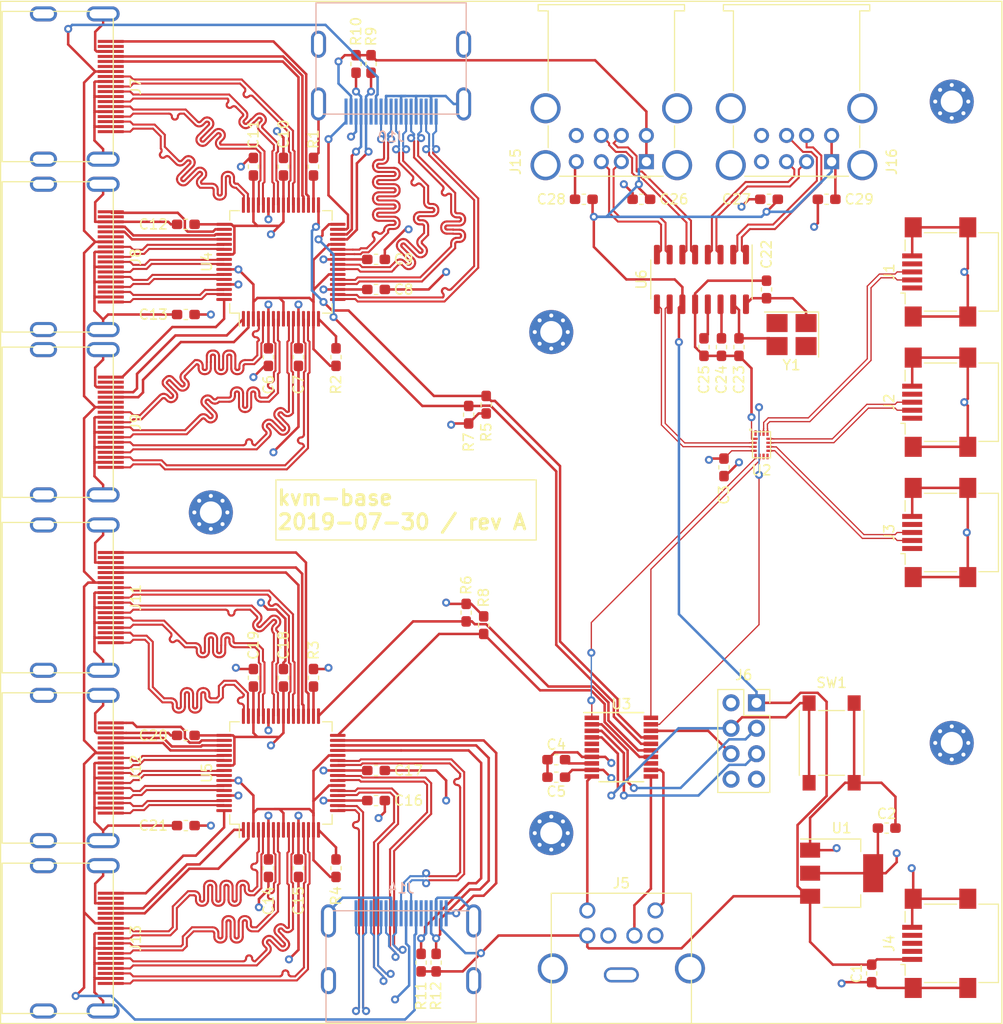
<source format=kicad_pcb>
(kicad_pcb (version 20171130) (host pcbnew 5.1.2-f72e74a~84~ubuntu18.04.1)
  (layers (0 F.Cu signal) (1 In1.Cu power hide) (2 In2.Cu power hide) (31 B.Cu signal) (34 B.Paste user) (35 F.Paste user) (36 B.SilkS user) (37 F.SilkS user) (38 B.Mask user) (39 F.Mask user) (44 Edge.Cuts user))
  (net 0 "")
  (net 1 GND)
  (net 2 +5V)
  (net 3 +3V3)
  (net 4 "Net-(C4-Pad1)")
  (net 5 "Net-(C22-Pad1)")
  (net 6 "Net-(C23-Pad1)")
  (net 7 "Net-(C24-Pad1)")
  (net 8 "Net-(C25-Pad1)")
  (net 9 "Net-(J1-Pad1)")
  (net 10 "Net-(J1-Pad4)")
  (net 11 "Net-(J2-Pad4)")
  (net 12 "Net-(J2-Pad1)")
  (net 13 "Net-(J3-Pad1)")
  (net 14 "Net-(J3-Pad4)")
  (net 15 "Net-(J4-Pad4)")
  (net 16 "Net-(J4-Pad3)")
  (net 17 "Net-(J4-Pad2)")
  (net 18 KEYPAD_SDA)
  (net 19 KEYPAD_INT)
  (net 20 KEYPAD_SCL)
  (net 21 UART_TX)
  (net 22 NRST)
  (net 23 UART_RX)
  (net 24 SWIM)
  (net 25 "Net-(J7-Pad19)")
  (net 26 "Net-(J7-Pad18)")
  (net 27 "Net-(J7-Pad16)")
  (net 28 "Net-(J7-Pad15)")
  (net 29 "Net-(J7-Pad14)")
  (net 30 CEC)
  (net 31 "Net-(J8-Pad19)")
  (net 32 "Net-(J8-Pad18)")
  (net 33 "Net-(J8-Pad16)")
  (net 34 "Net-(J8-Pad15)")
  (net 35 "Net-(J8-Pad14)")
  (net 36 "Net-(J9-Pad14)")
  (net 37 "Net-(J9-Pad15)")
  (net 38 "Net-(J9-Pad16)")
  (net 39 "Net-(J9-Pad18)")
  (net 40 "Net-(J9-Pad19)")
  (net 41 "Net-(J10-Pad14)")
  (net 42 "Net-(J10-Pad15)")
  (net 43 "Net-(J10-Pad16)")
  (net 44 "Net-(J10-Pad19)")
  (net 45 "Net-(J11-Pad14)")
  (net 46 "Net-(J11-Pad15)")
  (net 47 "Net-(J11-Pad16)")
  (net 48 "Net-(J11-Pad18)")
  (net 49 "Net-(J11-Pad19)")
  (net 50 "Net-(J12-Pad19)")
  (net 51 "Net-(J12-Pad18)")
  (net 52 "Net-(J12-Pad16)")
  (net 53 "Net-(J12-Pad15)")
  (net 54 "Net-(J12-Pad14)")
  (net 55 "Net-(J13-Pad14)")
  (net 56 "Net-(J13-Pad15)")
  (net 57 "Net-(J13-Pad16)")
  (net 58 "Net-(J13-Pad18)")
  (net 59 "Net-(J13-Pad19)")
  (net 60 "Net-(J14-Pad19)")
  (net 61 "Net-(J14-Pad16)")
  (net 62 "Net-(J14-Pad15)")
  (net 63 "Net-(J14-Pad14)")
  (net 64 USB_1_D-)
  (net 65 USB_1_D+)
  (net 66 USB_2_D-)
  (net 67 USB_2_D+)
  (net 68 USB_4_D+)
  (net 69 USB_4_D-)
  (net 70 USB_3_D+)
  (net 71 USB_3_D-)
  (net 72 "Net-(R1-Pad1)")
  (net 73 "Net-(R2-Pad1)")
  (net 74 "Net-(R3-Pad1)")
  (net 75 "Net-(R4-Pad1)")
  (net 76 HDMI_A_SDA)
  (net 77 HDMI_B_SDA)
  (net 78 HDMI_A_SCL)
  (net 79 HDMI_B_SCL)
  (net 80 /USB_D-)
  (net 81 /USB_D+)
  (net 82 USB_SEL1)
  (net 83 USB_SEL0)
  (net 84 "Net-(U2-Pad7)")
  (net 85 "Net-(U2-Pad8)")
  (net 86 USB_~OE)
  (net 87 "Net-(U2-Pad16)")
  (net 88 "Net-(U3-Pad5)")
  (net 89 "Net-(U3-Pad6)")
  (net 90 "Net-(U3-Pad13)")
  (net 91 "Net-(Y1-Pad2)")
  (net 92 "Net-(Y1-Pad4)")
  (net 93 "/HDMI switch A/A1_CK-")
  (net 94 "/HDMI switch A/A1_CK+")
  (net 95 "/HDMI switch A/A1_D0-")
  (net 96 "/HDMI switch A/A1_D0+")
  (net 97 "/HDMI switch A/A1_D1-")
  (net 98 "/HDMI switch A/A1_D1+")
  (net 99 "/HDMI switch A/A1_D2-")
  (net 100 "/HDMI switch A/A1_D2+")
  (net 101 "/HDMI switch A/A2_CK-")
  (net 102 "/HDMI switch A/A2_CK+")
  (net 103 "/HDMI switch A/A2_D0-")
  (net 104 "/HDMI switch A/A2_D0+")
  (net 105 "/HDMI switch A/A2_D1-")
  (net 106 "/HDMI switch A/A2_D1+")
  (net 107 "/HDMI switch A/A2_D2-")
  (net 108 "/HDMI switch A/A2_D2+")
  (net 109 "/HDMI switch A/A3_CK-")
  (net 110 "/HDMI switch A/A3_CK+")
  (net 111 "/HDMI switch A/A3_D0-")
  (net 112 "/HDMI switch A/A3_D0+")
  (net 113 "/HDMI switch A/A3_D1-")
  (net 114 "/HDMI switch A/A3_D1+")
  (net 115 "/HDMI switch A/A3_D2-")
  (net 116 "/HDMI switch A/A3_D2+")
  (net 117 "/HDMI switch A/AO_CK-")
  (net 118 "/HDMI switch A/AO_CK+")
  (net 119 "/HDMI switch A/AO_D0-")
  (net 120 "/HDMI switch A/AO_D0+")
  (net 121 "/HDMI switch A/AO_D1-")
  (net 122 "/HDMI switch A/AO_D1+")
  (net 123 "/HDMI switch A/AO_D2-")
  (net 124 "/HDMI switch A/AO_D2+")
  (net 125 "/HDMI switch B/B1_CK-")
  (net 126 "/HDMI switch B/B1_CK+")
  (net 127 "/HDMI switch B/B1_D0-")
  (net 128 "/HDMI switch B/B1_D0+")
  (net 129 "/HDMI switch B/B1_D1-")
  (net 130 "/HDMI switch B/B1_D1+")
  (net 131 "/HDMI switch B/B1_D2-")
  (net 132 "/HDMI switch B/B1_D2+")
  (net 133 "/HDMI switch B/B2_CK-")
  (net 134 "/HDMI switch B/B2_CK+")
  (net 135 "/HDMI switch B/B2_D0-")
  (net 136 "/HDMI switch B/B2_D0+")
  (net 137 "/HDMI switch B/B2_D1-")
  (net 138 "/HDMI switch B/B2_D1+")
  (net 139 "/HDMI switch B/B2_D2-")
  (net 140 "/HDMI switch B/B2_D2+")
  (net 141 "/HDMI switch B/B3_CK-")
  (net 142 "/HDMI switch B/B3_CK+")
  (net 143 "/HDMI switch B/B3_D0+")
  (net 144 "/HDMI switch B/B3_D0-")
  (net 145 "/HDMI switch B/B3_D1-")
  (net 146 "/HDMI switch B/B3_D1+")
  (net 147 "/HDMI switch B/B3_D2-")
  (net 148 "/HDMI switch B/B3_D2+")
  (net 149 "/HDMI switch B/BO_CK-")
  (net 150 "/HDMI switch B/BO_CK+")
  (net 151 "/HDMI switch B/BO_D0-")
  (net 152 "/HDMI switch B/BO_D0+")
  (net 153 "/HDMI switch B/BO_D1-")
  (net 154 "/HDMI switch B/BO_D1+")
  (net 155 "/HDMI switch B/BO_D2-")
  (net 156 "/HDMI switch B/BO_D2+")
  (net 157 /HOST_A_D-)
  (net 158 /HOST_A_D+)
  (net 159 /HOST_B_D-)
  (net 160 /HOST_B_D+)
  (net 161 /HOST_C_D+)
  (net 162 /HOST_C_D-)
  (module MountingHole:MountingHole_2.2mm_M2_Pad_Via (layer F.Cu) (at 75 103)
    (fp_text reference REF** hide)
    (fp_text value MountingHole_2.2mm_M2_Pad_Via hide)
    (pad 1 thru_hole circle (at 1.166726 -1.166726) (size 0.7 0.7) (drill 0.4) (layers *.Cu *.Mask) (net 1 GND))
    (pad 1 thru_hole circle (at 0 -1.65) (size 0.7 0.7) (drill 0.4) (layers *.Cu *.Mask) (net 1 GND))
    (pad 1 thru_hole circle (at -1.166726 -1.166726) (size 0.7 0.7) (drill 0.4) (layers *.Cu *.Mask) (net 1 GND))
    (pad 1 thru_hole circle (at -1.65 0) (size 0.7 0.7) (drill 0.4) (layers *.Cu *.Mask) (net 1 GND))
    (pad 1 thru_hole circle (at -1.166726 1.166726) (size 0.7 0.7) (drill 0.4) (layers *.Cu *.Mask) (net 1 GND))
    (pad 1 thru_hole circle (at 0 1.65) (size 0.7 0.7) (drill 0.4) (layers *.Cu *.Mask) (net 1 GND))
    (pad 1 thru_hole circle (at 1.166726 1.166726) (size 0.7 0.7) (drill 0.4) (layers *.Cu *.Mask) (net 1 GND))
    (pad 1 thru_hole circle (at 1.65 0) (size 0.7 0.7) (drill 0.4) (layers *.Cu *.Mask) (net 1 GND))
    (pad 1 thru_hole circle (at 0 0) (size 4.4 4.4) (drill 2.2) (layers *.Cu *.Mask) (net 1 GND))
  )
  (module MountingHole:MountingHole_2.2mm_M2_Pad_Via (layer F.Cu) (at 75 53)
    (fp_text reference REF** hide)
    (fp_text value MountingHole_2.2mm_M2_Pad_Via hide)
    (pad 1 thru_hole circle (at 0 0) (size 4.4 4.4) (drill 2.2) (layers *.Cu *.Mask) (net 1 GND))
    (pad 1 thru_hole circle (at 1.65 0) (size 0.7 0.7) (drill 0.4) (layers *.Cu *.Mask) (net 1 GND))
    (pad 1 thru_hole circle (at 1.166726 1.166726) (size 0.7 0.7) (drill 0.4) (layers *.Cu *.Mask) (net 1 GND))
    (pad 1 thru_hole circle (at 0 1.65) (size 0.7 0.7) (drill 0.4) (layers *.Cu *.Mask) (net 1 GND))
    (pad 1 thru_hole circle (at -1.166726 1.166726) (size 0.7 0.7) (drill 0.4) (layers *.Cu *.Mask) (net 1 GND))
    (pad 1 thru_hole circle (at -1.65 0) (size 0.7 0.7) (drill 0.4) (layers *.Cu *.Mask) (net 1 GND))
    (pad 1 thru_hole circle (at -1.166726 -1.166726) (size 0.7 0.7) (drill 0.4) (layers *.Cu *.Mask) (net 1 GND))
    (pad 1 thru_hole circle (at 0 -1.65) (size 0.7 0.7) (drill 0.4) (layers *.Cu *.Mask) (net 1 GND))
    (pad 1 thru_hole circle (at 1.166726 -1.166726) (size 0.7 0.7) (drill 0.4) (layers *.Cu *.Mask) (net 1 GND))
  )
  (module MountingHole:MountingHole_2.2mm_M2_Pad_Via (layer F.Cu) (at 41 71)
    (fp_text reference REF** hide)
    (fp_text value MountingHole_2.2mm_M2_Pad_Via hide)
    (pad 1 thru_hole circle (at 1.166726 -1.166726) (size 0.7 0.7) (drill 0.4) (layers *.Cu *.Mask) (net 1 GND))
    (pad 1 thru_hole circle (at 0 -1.65) (size 0.7 0.7) (drill 0.4) (layers *.Cu *.Mask) (net 1 GND))
    (pad 1 thru_hole circle (at -1.166726 -1.166726) (size 0.7 0.7) (drill 0.4) (layers *.Cu *.Mask) (net 1 GND))
    (pad 1 thru_hole circle (at -1.65 0) (size 0.7 0.7) (drill 0.4) (layers *.Cu *.Mask) (net 1 GND))
    (pad 1 thru_hole circle (at -1.166726 1.166726) (size 0.7 0.7) (drill 0.4) (layers *.Cu *.Mask) (net 1 GND))
    (pad 1 thru_hole circle (at 0 1.65) (size 0.7 0.7) (drill 0.4) (layers *.Cu *.Mask) (net 1 GND))
    (pad 1 thru_hole circle (at 1.166726 1.166726) (size 0.7 0.7) (drill 0.4) (layers *.Cu *.Mask) (net 1 GND))
    (pad 1 thru_hole circle (at 1.65 0) (size 0.7 0.7) (drill 0.4) (layers *.Cu *.Mask) (net 1 GND))
    (pad 1 thru_hole circle (at 0 0) (size 4.4 4.4) (drill 2.2) (layers *.Cu *.Mask) (net 1 GND))
  )
  (module MountingHole:MountingHole_2.2mm_M2_Pad_Via (layer F.Cu) (at 115 94)
    (fp_text reference REF** hide)
    (fp_text value MountingHole_2.2mm_M2_Pad_Via hide)
    (pad 1 thru_hole circle (at 0 0) (size 4.4 4.4) (drill 2.2) (layers *.Cu *.Mask) (net 1 GND))
    (pad 1 thru_hole circle (at 1.65 0) (size 0.7 0.7) (drill 0.4) (layers *.Cu *.Mask) (net 1 GND))
    (pad 1 thru_hole circle (at 1.166726 1.166726) (size 0.7 0.7) (drill 0.4) (layers *.Cu *.Mask) (net 1 GND))
    (pad 1 thru_hole circle (at 0 1.65) (size 0.7 0.7) (drill 0.4) (layers *.Cu *.Mask) (net 1 GND))
    (pad 1 thru_hole circle (at -1.166726 1.166726) (size 0.7 0.7) (drill 0.4) (layers *.Cu *.Mask) (net 1 GND))
    (pad 1 thru_hole circle (at -1.65 0) (size 0.7 0.7) (drill 0.4) (layers *.Cu *.Mask) (net 1 GND))
    (pad 1 thru_hole circle (at -1.166726 -1.166726) (size 0.7 0.7) (drill 0.4) (layers *.Cu *.Mask) (net 1 GND))
    (pad 1 thru_hole circle (at 0 -1.65) (size 0.7 0.7) (drill 0.4) (layers *.Cu *.Mask) (net 1 GND))
    (pad 1 thru_hole circle (at 1.166726 -1.166726) (size 0.7 0.7) (drill 0.4) (layers *.Cu *.Mask) (net 1 GND))
  )
  (module MountingHole:MountingHole_2.2mm_M2_Pad_Via (layer F.Cu) (at 115 30)
    (fp_text reference REF** hide)
    (fp_text value MountingHole_2.2mm_M2_Pad_Via hide)
    (pad 1 thru_hole circle (at 1.166726 -1.166726) (size 0.7 0.7) (drill 0.4) (layers *.Cu *.Mask) (net 1 GND))
    (pad 1 thru_hole circle (at 0 -1.65) (size 0.7 0.7) (drill 0.4) (layers *.Cu *.Mask) (net 1 GND))
    (pad 1 thru_hole circle (at -1.166726 -1.166726) (size 0.7 0.7) (drill 0.4) (layers *.Cu *.Mask) (net 1 GND))
    (pad 1 thru_hole circle (at -1.65 0) (size 0.7 0.7) (drill 0.4) (layers *.Cu *.Mask) (net 1 GND))
    (pad 1 thru_hole circle (at -1.166726 1.166726) (size 0.7 0.7) (drill 0.4) (layers *.Cu *.Mask) (net 1 GND))
    (pad 1 thru_hole circle (at 0 1.65) (size 0.7 0.7) (drill 0.4) (layers *.Cu *.Mask) (net 1 GND))
    (pad 1 thru_hole circle (at 1.166726 1.166726) (size 0.7 0.7) (drill 0.4) (layers *.Cu *.Mask) (net 1 GND))
    (pad 1 thru_hole circle (at 1.65 0) (size 0.7 0.7) (drill 0.4) (layers *.Cu *.Mask) (net 1 GND))
    (pad 1 thru_hole circle (at 0 0) (size 4.4 4.4) (drill 2.2) (layers *.Cu *.Mask) (net 1 GND))
  )
  (module Connector_USB:USB_Mini-B_Lumberg_2486_01_Horizontal (layer F.Cu) (at 113.75 114 90)
    (fp_text reference J4 (at 0 -5 90) (layer F.SilkS))
    (fp_text value USB_B_Mini hide)
    (pad 1 smd rect (at -1.6 -2.7 90) (size 0.5 2) (layers F.Cu F.Paste F.Mask) (net 2 +5V))
    (pad 2 smd rect (at -0.8 -2.7 90) (size 0.5 2) (layers F.Cu F.Paste F.Mask) (net 17 "Net-(J4-Pad2)"))
    (pad 3 smd rect (at 0 -2.7 90) (size 0.5 2) (layers F.Cu F.Paste F.Mask) (net 16 "Net-(J4-Pad3)"))
    (pad 4 smd rect (at 0.8 -2.7 90) (size 0.5 2) (layers F.Cu F.Paste F.Mask) (net 15 "Net-(J4-Pad4)"))
    (pad 5 smd rect (at 1.6 -2.7 90) (size 0.5 2) (layers F.Cu F.Paste F.Mask) (net 1 GND))
    (pad 6 smd rect (at -4.45 -2.6 90) (size 2 1.7) (layers F.Cu F.Paste F.Mask) (net 1 GND))
    (pad 6 smd rect (at -4.45 2.85 90) (size 2 1.7) (layers F.Cu F.Paste F.Mask) (net 1 GND))
    (pad 6 smd rect (at 4.45 -2.6 90) (size 2 1.7) (layers F.Cu F.Paste F.Mask) (net 1 GND))
    (pad 6 smd rect (at 4.45 2.85 90) (size 2 1.7) (layers F.Cu F.Paste F.Mask) (net 1 GND))
    (pad "" np_thru_hole circle (at -2.2 0 90) (size 1 1) (drill 1) (layers *.Cu *.Mask))
    (pad "" np_thru_hole circle (at 2.2 0 90) (size 1 1) (drill 1) (layers *.Cu *.Mask))
  )
  (module Connector_USB:USB_Mini-B_Lumberg_2486_01_Horizontal (layer F.Cu) (at 113.75 73 90)
    (fp_text reference J3 (at 0 -5 90) (layer F.SilkS))
    (fp_text value USB_B_Mini hide)
    (pad "" np_thru_hole circle (at 2.2 0 90) (size 1 1) (drill 1) (layers *.Cu *.Mask))
    (pad "" np_thru_hole circle (at -2.2 0 90) (size 1 1) (drill 1) (layers *.Cu *.Mask))
    (pad 6 smd rect (at 4.45 2.85 90) (size 2 1.7) (layers F.Cu F.Paste F.Mask) (net 1 GND))
    (pad 6 smd rect (at 4.45 -2.6 90) (size 2 1.7) (layers F.Cu F.Paste F.Mask) (net 1 GND))
    (pad 6 smd rect (at -4.45 2.85 90) (size 2 1.7) (layers F.Cu F.Paste F.Mask) (net 1 GND))
    (pad 6 smd rect (at -4.45 -2.6 90) (size 2 1.7) (layers F.Cu F.Paste F.Mask) (net 1 GND))
    (pad 5 smd rect (at 1.6 -2.7 90) (size 0.5 2) (layers F.Cu F.Paste F.Mask) (net 1 GND))
    (pad 4 smd rect (at 0.8 -2.7 90) (size 0.5 2) (layers F.Cu F.Paste F.Mask) (net 14 "Net-(J3-Pad4)"))
    (pad 3 smd rect (at 0 -2.7 90) (size 0.5 2) (layers F.Cu F.Paste F.Mask) (net 161 /HOST_C_D+))
    (pad 2 smd rect (at -0.8 -2.7 90) (size 0.5 2) (layers F.Cu F.Paste F.Mask) (net 162 /HOST_C_D-))
    (pad 1 smd rect (at -1.6 -2.7 90) (size 0.5 2) (layers F.Cu F.Paste F.Mask) (net 13 "Net-(J3-Pad1)"))
  )
  (module Connector_USB:USB_Mini-B_Lumberg_2486_01_Horizontal (layer F.Cu) (at 113.75 60 90)
    (fp_text reference J2 (at 0 -5 90) (layer F.SilkS))
    (fp_text value USB_B_Mini hide)
    (pad 1 smd rect (at -1.6 -2.7 90) (size 0.5 2) (layers F.Cu F.Paste F.Mask) (net 12 "Net-(J2-Pad1)"))
    (pad 2 smd rect (at -0.8 -2.7 90) (size 0.5 2) (layers F.Cu F.Paste F.Mask) (net 159 /HOST_B_D-))
    (pad 3 smd rect (at 0 -2.7 90) (size 0.5 2) (layers F.Cu F.Paste F.Mask) (net 160 /HOST_B_D+))
    (pad 4 smd rect (at 0.8 -2.7 90) (size 0.5 2) (layers F.Cu F.Paste F.Mask) (net 11 "Net-(J2-Pad4)"))
    (pad 5 smd rect (at 1.6 -2.7 90) (size 0.5 2) (layers F.Cu F.Paste F.Mask) (net 1 GND))
    (pad 6 smd rect (at -4.45 -2.6 90) (size 2 1.7) (layers F.Cu F.Paste F.Mask) (net 1 GND))
    (pad 6 smd rect (at -4.45 2.85 90) (size 2 1.7) (layers F.Cu F.Paste F.Mask) (net 1 GND))
    (pad 6 smd rect (at 4.45 -2.6 90) (size 2 1.7) (layers F.Cu F.Paste F.Mask) (net 1 GND))
    (pad 6 smd rect (at 4.45 2.85 90) (size 2 1.7) (layers F.Cu F.Paste F.Mask) (net 1 GND))
    (pad "" np_thru_hole circle (at -2.2 0 90) (size 1 1) (drill 1) (layers *.Cu *.Mask))
    (pad "" np_thru_hole circle (at 2.2 0 90) (size 1 1) (drill 1) (layers *.Cu *.Mask))
  )
  (module Connector_USB:USB_Mini-B_Lumberg_2486_01_Horizontal (layer F.Cu) (at 113.75 47 90)
    (fp_text reference J1 (at 0 -5 90) (layer F.SilkS))
    (fp_text value USB_B_Mini hide)
    (pad 1 smd rect (at -1.6 -2.7 90) (size 0.5 2) (layers F.Cu F.Paste F.Mask) (net 9 "Net-(J1-Pad1)"))
    (pad 2 smd rect (at -0.8 -2.7 90) (size 0.5 2) (layers F.Cu F.Paste F.Mask) (net 157 /HOST_A_D-))
    (pad 3 smd rect (at 0 -2.7 90) (size 0.5 2) (layers F.Cu F.Paste F.Mask) (net 158 /HOST_A_D+))
    (pad 4 smd rect (at 0.8 -2.7 90) (size 0.5 2) (layers F.Cu F.Paste F.Mask) (net 10 "Net-(J1-Pad4)"))
    (pad 5 smd rect (at 1.6 -2.7 90) (size 0.5 2) (layers F.Cu F.Paste F.Mask) (net 1 GND))
    (pad 6 smd rect (at -4.45 -2.6 90) (size 2 1.7) (layers F.Cu F.Paste F.Mask) (net 1 GND))
    (pad 6 smd rect (at -4.45 2.85 90) (size 2 1.7) (layers F.Cu F.Paste F.Mask) (net 1 GND))
    (pad 6 smd rect (at 4.45 -2.6 90) (size 2 1.7) (layers F.Cu F.Paste F.Mask) (net 1 GND))
    (pad 6 smd rect (at 4.45 2.85 90) (size 2 1.7) (layers F.Cu F.Paste F.Mask) (net 1 GND))
    (pad "" np_thru_hole circle (at -2.2 0 90) (size 1 1) (drill 1) (layers *.Cu *.Mask))
    (pad "" np_thru_hole circle (at 2.2 0 90) (size 1 1) (drill 1) (layers *.Cu *.Mask))
  )
  (module kvm-base:HDMI-001 (layer F.Cu) (at 31 28.5 270)
    (fp_text reference J7 (at 0 -2.5 90) (layer F.SilkS))
    (fp_text value HDMI_A)
    (pad 19 smd rect (at -4.5 0 270) (size 0.3 2.6) (layers F.Cu F.Paste F.Mask) (net 25 "Net-(J7-Pad19)"))
    (pad 18 smd rect (at -4 0 270) (size 0.3 2.6) (layers F.Cu F.Paste F.Mask) (net 26 "Net-(J7-Pad18)"))
    (pad 17 smd rect (at -3.5 0 270) (size 0.3 2.6) (layers F.Cu F.Paste F.Mask) (net 1 GND))
    (pad 16 smd rect (at -3 0 270) (size 0.3 2.6) (layers F.Cu F.Paste F.Mask) (net 27 "Net-(J7-Pad16)"))
    (pad 15 smd rect (at -2.5 0 270) (size 0.3 2.6) (layers F.Cu F.Paste F.Mask) (net 28 "Net-(J7-Pad15)"))
    (pad 14 smd rect (at -2 0 270) (size 0.3 2.6) (layers F.Cu F.Paste F.Mask) (net 29 "Net-(J7-Pad14)"))
    (pad 13 smd rect (at -1.5 0 270) (size 0.3 2.6) (layers F.Cu F.Paste F.Mask) (net 30 CEC))
    (pad 12 smd rect (at -1 0 270) (size 0.3 2.6) (layers F.Cu F.Paste F.Mask) (net 93 "/HDMI switch A/A1_CK-"))
    (pad 11 smd rect (at -0.5 0 270) (size 0.3 2.6) (layers F.Cu F.Paste F.Mask) (net 1 GND))
    (pad 10 smd rect (at 0 0 270) (size 0.3 2.6) (layers F.Cu F.Paste F.Mask) (net 94 "/HDMI switch A/A1_CK+"))
    (pad 9 smd rect (at 0.5 0 270) (size 0.3 2.6) (layers F.Cu F.Paste F.Mask) (net 95 "/HDMI switch A/A1_D0-"))
    (pad 8 smd rect (at 1 0 270) (size 0.3 2.6) (layers F.Cu F.Paste F.Mask) (net 1 GND))
    (pad 7 smd rect (at 1.5 0 270) (size 0.3 2.6) (layers F.Cu F.Paste F.Mask) (net 96 "/HDMI switch A/A1_D0+"))
    (pad 6 smd rect (at 2 0 270) (size 0.3 2.6) (layers F.Cu F.Paste F.Mask) (net 97 "/HDMI switch A/A1_D1-"))
    (pad 5 smd rect (at 2.5 0 270) (size 0.3 2.6) (layers F.Cu F.Paste F.Mask) (net 1 GND))
    (pad 4 smd rect (at 3 0 270) (size 0.3 2.6) (layers F.Cu F.Paste F.Mask) (net 98 "/HDMI switch A/A1_D1+"))
    (pad 3 smd rect (at 3.5 0 270) (size 0.3 2.6) (layers F.Cu F.Paste F.Mask) (net 99 "/HDMI switch A/A1_D2-"))
    (pad 2 smd rect (at 4 0 270) (size 0.3 2.6) (layers F.Cu F.Paste F.Mask) (net 1 GND))
    (pad SH thru_hole oval (at 7.25 6.72 270) (size 1.5 2.7) (drill oval 0.9 2.1) (layers *.Cu *.Mask) (net 1 GND))
    (pad SH thru_hole oval (at -7.25 6.72 270) (size 1.5 2.7) (drill oval 0.9 2.1) (layers *.Cu *.Mask) (net 1 GND))
    (pad SH thru_hole oval (at 7.25 0.76 270) (size 1.5 3.3) (drill oval 0.9 2.7) (layers *.Cu *.Mask) (net 1 GND))
    (pad SH thru_hole oval (at -7.25 0.76 270) (size 1.5 3.3) (drill oval 0.9 2.7) (layers *.Cu *.Mask) (net 1 GND))
    (pad 1 smd rect (at 4.5 0 270) (size 0.3 2.6) (layers F.Cu F.Paste F.Mask) (net 100 "/HDMI switch A/A1_D2+"))
  )
  (module kvm-base:HDMI-001 (layer F.Cu) (at 31 45.5 270)
    (fp_text reference J8 (at 0 -2.5 90) (layer F.SilkS))
    (fp_text value HDMI_A)
    (pad 19 smd rect (at -4.5 0 270) (size 0.3 2.6) (layers F.Cu F.Paste F.Mask) (net 31 "Net-(J8-Pad19)"))
    (pad 18 smd rect (at -4 0 270) (size 0.3 2.6) (layers F.Cu F.Paste F.Mask) (net 32 "Net-(J8-Pad18)"))
    (pad 17 smd rect (at -3.5 0 270) (size 0.3 2.6) (layers F.Cu F.Paste F.Mask) (net 1 GND))
    (pad 16 smd rect (at -3 0 270) (size 0.3 2.6) (layers F.Cu F.Paste F.Mask) (net 33 "Net-(J8-Pad16)"))
    (pad 15 smd rect (at -2.5 0 270) (size 0.3 2.6) (layers F.Cu F.Paste F.Mask) (net 34 "Net-(J8-Pad15)"))
    (pad 14 smd rect (at -2 0 270) (size 0.3 2.6) (layers F.Cu F.Paste F.Mask) (net 35 "Net-(J8-Pad14)"))
    (pad 13 smd rect (at -1.5 0 270) (size 0.3 2.6) (layers F.Cu F.Paste F.Mask) (net 30 CEC))
    (pad 12 smd rect (at -1 0 270) (size 0.3 2.6) (layers F.Cu F.Paste F.Mask) (net 101 "/HDMI switch A/A2_CK-"))
    (pad 11 smd rect (at -0.5 0 270) (size 0.3 2.6) (layers F.Cu F.Paste F.Mask) (net 1 GND))
    (pad 10 smd rect (at 0 0 270) (size 0.3 2.6) (layers F.Cu F.Paste F.Mask) (net 102 "/HDMI switch A/A2_CK+"))
    (pad 9 smd rect (at 0.5 0 270) (size 0.3 2.6) (layers F.Cu F.Paste F.Mask) (net 103 "/HDMI switch A/A2_D0-"))
    (pad 8 smd rect (at 1 0 270) (size 0.3 2.6) (layers F.Cu F.Paste F.Mask) (net 1 GND))
    (pad 7 smd rect (at 1.5 0 270) (size 0.3 2.6) (layers F.Cu F.Paste F.Mask) (net 104 "/HDMI switch A/A2_D0+"))
    (pad 6 smd rect (at 2 0 270) (size 0.3 2.6) (layers F.Cu F.Paste F.Mask) (net 105 "/HDMI switch A/A2_D1-"))
    (pad 5 smd rect (at 2.5 0 270) (size 0.3 2.6) (layers F.Cu F.Paste F.Mask) (net 1 GND))
    (pad 4 smd rect (at 3 0 270) (size 0.3 2.6) (layers F.Cu F.Paste F.Mask) (net 106 "/HDMI switch A/A2_D1+"))
    (pad 3 smd rect (at 3.5 0 270) (size 0.3 2.6) (layers F.Cu F.Paste F.Mask) (net 107 "/HDMI switch A/A2_D2-"))
    (pad 2 smd rect (at 4 0 270) (size 0.3 2.6) (layers F.Cu F.Paste F.Mask) (net 1 GND))
    (pad SH thru_hole oval (at 7.25 6.72 270) (size 1.5 2.7) (drill oval 0.9 2.1) (layers *.Cu *.Mask) (net 1 GND))
    (pad SH thru_hole oval (at -7.25 6.72 270) (size 1.5 2.7) (drill oval 0.9 2.1) (layers *.Cu *.Mask) (net 1 GND))
    (pad SH thru_hole oval (at 7.25 0.76 270) (size 1.5 3.3) (drill oval 0.9 2.7) (layers *.Cu *.Mask) (net 1 GND))
    (pad SH thru_hole oval (at -7.25 0.76 270) (size 1.5 3.3) (drill oval 0.9 2.7) (layers *.Cu *.Mask) (net 1 GND))
    (pad 1 smd rect (at 4.5 0 270) (size 0.3 2.6) (layers F.Cu F.Paste F.Mask) (net 108 "/HDMI switch A/A2_D2+"))
  )
  (module kvm-base:HDMI-001 (layer F.Cu) (at 31 62 270)
    (fp_text reference J9 (at 0 -2.5 90) (layer F.SilkS))
    (fp_text value HDMI_A)
    (pad 19 smd rect (at -4.5 0 270) (size 0.3 2.6) (layers F.Cu F.Paste F.Mask) (net 40 "Net-(J9-Pad19)"))
    (pad 18 smd rect (at -4 0 270) (size 0.3 2.6) (layers F.Cu F.Paste F.Mask) (net 39 "Net-(J9-Pad18)"))
    (pad 17 smd rect (at -3.5 0 270) (size 0.3 2.6) (layers F.Cu F.Paste F.Mask) (net 1 GND))
    (pad 16 smd rect (at -3 0 270) (size 0.3 2.6) (layers F.Cu F.Paste F.Mask) (net 38 "Net-(J9-Pad16)"))
    (pad 15 smd rect (at -2.5 0 270) (size 0.3 2.6) (layers F.Cu F.Paste F.Mask) (net 37 "Net-(J9-Pad15)"))
    (pad 14 smd rect (at -2 0 270) (size 0.3 2.6) (layers F.Cu F.Paste F.Mask) (net 36 "Net-(J9-Pad14)"))
    (pad 13 smd rect (at -1.5 0 270) (size 0.3 2.6) (layers F.Cu F.Paste F.Mask) (net 30 CEC))
    (pad 12 smd rect (at -1 0 270) (size 0.3 2.6) (layers F.Cu F.Paste F.Mask) (net 109 "/HDMI switch A/A3_CK-"))
    (pad 11 smd rect (at -0.5 0 270) (size 0.3 2.6) (layers F.Cu F.Paste F.Mask) (net 1 GND))
    (pad 10 smd rect (at 0 0 270) (size 0.3 2.6) (layers F.Cu F.Paste F.Mask) (net 110 "/HDMI switch A/A3_CK+"))
    (pad 9 smd rect (at 0.5 0 270) (size 0.3 2.6) (layers F.Cu F.Paste F.Mask) (net 111 "/HDMI switch A/A3_D0-"))
    (pad 8 smd rect (at 1 0 270) (size 0.3 2.6) (layers F.Cu F.Paste F.Mask) (net 1 GND))
    (pad 7 smd rect (at 1.5 0 270) (size 0.3 2.6) (layers F.Cu F.Paste F.Mask) (net 112 "/HDMI switch A/A3_D0+"))
    (pad 6 smd rect (at 2 0 270) (size 0.3 2.6) (layers F.Cu F.Paste F.Mask) (net 113 "/HDMI switch A/A3_D1-"))
    (pad 5 smd rect (at 2.5 0 270) (size 0.3 2.6) (layers F.Cu F.Paste F.Mask) (net 1 GND))
    (pad 4 smd rect (at 3 0 270) (size 0.3 2.6) (layers F.Cu F.Paste F.Mask) (net 114 "/HDMI switch A/A3_D1+"))
    (pad 3 smd rect (at 3.5 0 270) (size 0.3 2.6) (layers F.Cu F.Paste F.Mask) (net 115 "/HDMI switch A/A3_D2-"))
    (pad 2 smd rect (at 4 0 270) (size 0.3 2.6) (layers F.Cu F.Paste F.Mask) (net 1 GND))
    (pad SH thru_hole oval (at 7.25 6.72 270) (size 1.5 2.7) (drill oval 0.9 2.1) (layers *.Cu *.Mask) (net 1 GND))
    (pad SH thru_hole oval (at -7.25 6.72 270) (size 1.5 2.7) (drill oval 0.9 2.1) (layers *.Cu *.Mask) (net 1 GND))
    (pad SH thru_hole oval (at 7.25 0.76 270) (size 1.5 3.3) (drill oval 0.9 2.7) (layers *.Cu *.Mask) (net 1 GND))
    (pad SH thru_hole oval (at -7.25 0.76 270) (size 1.5 3.3) (drill oval 0.9 2.7) (layers *.Cu *.Mask) (net 1 GND))
    (pad 1 smd rect (at 4.5 0 270) (size 0.3 2.6) (layers F.Cu F.Paste F.Mask) (net 116 "/HDMI switch A/A3_D2+"))
  )
  (module kvm-base:HDMI-001 (layer B.Cu) (at 59 31)
    (fp_text reference J10 (at 0 2.5 180) (layer B.SilkS) (effects (justify mirror)))
    (fp_text value HDMI_A)
    (pad 19 smd rect (at -4.5 0) (size 0.3 2.6) (layers B.Cu B.Paste B.Mask) (net 44 "Net-(J10-Pad19)"))
    (pad 18 smd rect (at -4 0) (size 0.3 2.6) (layers B.Cu B.Paste B.Mask) (net 2 +5V))
    (pad 17 smd rect (at -3.5 0) (size 0.3 2.6) (layers B.Cu B.Paste B.Mask) (net 1 GND))
    (pad 16 smd rect (at -3 0) (size 0.3 2.6) (layers B.Cu B.Paste B.Mask) (net 43 "Net-(J10-Pad16)"))
    (pad 15 smd rect (at -2.5 0) (size 0.3 2.6) (layers B.Cu B.Paste B.Mask) (net 42 "Net-(J10-Pad15)"))
    (pad 14 smd rect (at -2 0) (size 0.3 2.6) (layers B.Cu B.Paste B.Mask) (net 41 "Net-(J10-Pad14)"))
    (pad 13 smd rect (at -1.5 0) (size 0.3 2.6) (layers B.Cu B.Paste B.Mask) (net 30 CEC))
    (pad 12 smd rect (at -1 0) (size 0.3 2.6) (layers B.Cu B.Paste B.Mask) (net 117 "/HDMI switch A/AO_CK-"))
    (pad 11 smd rect (at -0.5 0) (size 0.3 2.6) (layers B.Cu B.Paste B.Mask) (net 1 GND))
    (pad 10 smd rect (at 0 0) (size 0.3 2.6) (layers B.Cu B.Paste B.Mask) (net 118 "/HDMI switch A/AO_CK+"))
    (pad 9 smd rect (at 0.5 0) (size 0.3 2.6) (layers B.Cu B.Paste B.Mask) (net 119 "/HDMI switch A/AO_D0-"))
    (pad 8 smd rect (at 1 0) (size 0.3 2.6) (layers B.Cu B.Paste B.Mask) (net 1 GND))
    (pad 7 smd rect (at 1.5 0) (size 0.3 2.6) (layers B.Cu B.Paste B.Mask) (net 120 "/HDMI switch A/AO_D0+"))
    (pad 6 smd rect (at 2 0) (size 0.3 2.6) (layers B.Cu B.Paste B.Mask) (net 121 "/HDMI switch A/AO_D1-"))
    (pad 5 smd rect (at 2.5 0) (size 0.3 2.6) (layers B.Cu B.Paste B.Mask) (net 1 GND))
    (pad 4 smd rect (at 3 0) (size 0.3 2.6) (layers B.Cu B.Paste B.Mask) (net 122 "/HDMI switch A/AO_D1+"))
    (pad 3 smd rect (at 3.5 0) (size 0.3 2.6) (layers B.Cu B.Paste B.Mask) (net 123 "/HDMI switch A/AO_D2-"))
    (pad 2 smd rect (at 4 0) (size 0.3 2.6) (layers B.Cu B.Paste B.Mask) (net 1 GND))
    (pad SH thru_hole oval (at 7.25 -6.72) (size 1.5 2.7) (drill oval 0.9 2.1) (layers *.Cu *.Mask) (net 1 GND))
    (pad SH thru_hole oval (at -7.25 -6.72) (size 1.5 2.7) (drill oval 0.9 2.1) (layers *.Cu *.Mask) (net 1 GND))
    (pad SH thru_hole oval (at 7.25 -0.76) (size 1.5 3.3) (drill oval 0.9 2.7) (layers *.Cu *.Mask) (net 1 GND))
    (pad SH thru_hole oval (at -7.25 -0.76) (size 1.5 3.3) (drill oval 0.9 2.7) (layers *.Cu *.Mask) (net 1 GND))
    (pad 1 smd rect (at 4.5 0) (size 0.3 2.6) (layers B.Cu B.Paste B.Mask) (net 124 "/HDMI switch A/AO_D2+"))
  )
  (module kvm-base:HDMI-001 (layer F.Cu) (at 31 79.5 270)
    (fp_text reference J11 (at 0 -2.5 90) (layer F.SilkS))
    (fp_text value HDMI_A)
    (pad 19 smd rect (at -4.5 0 270) (size 0.3 2.6) (layers F.Cu F.Paste F.Mask) (net 49 "Net-(J11-Pad19)"))
    (pad 18 smd rect (at -4 0 270) (size 0.3 2.6) (layers F.Cu F.Paste F.Mask) (net 48 "Net-(J11-Pad18)"))
    (pad 17 smd rect (at -3.5 0 270) (size 0.3 2.6) (layers F.Cu F.Paste F.Mask) (net 1 GND))
    (pad 16 smd rect (at -3 0 270) (size 0.3 2.6) (layers F.Cu F.Paste F.Mask) (net 47 "Net-(J11-Pad16)"))
    (pad 15 smd rect (at -2.5 0 270) (size 0.3 2.6) (layers F.Cu F.Paste F.Mask) (net 46 "Net-(J11-Pad15)"))
    (pad 14 smd rect (at -2 0 270) (size 0.3 2.6) (layers F.Cu F.Paste F.Mask) (net 45 "Net-(J11-Pad14)"))
    (pad 13 smd rect (at -1.5 0 270) (size 0.3 2.6) (layers F.Cu F.Paste F.Mask) (net 30 CEC))
    (pad 12 smd rect (at -1 0 270) (size 0.3 2.6) (layers F.Cu F.Paste F.Mask) (net 125 "/HDMI switch B/B1_CK-"))
    (pad 11 smd rect (at -0.5 0 270) (size 0.3 2.6) (layers F.Cu F.Paste F.Mask) (net 1 GND))
    (pad 10 smd rect (at 0 0 270) (size 0.3 2.6) (layers F.Cu F.Paste F.Mask) (net 126 "/HDMI switch B/B1_CK+"))
    (pad 9 smd rect (at 0.5 0 270) (size 0.3 2.6) (layers F.Cu F.Paste F.Mask) (net 127 "/HDMI switch B/B1_D0-"))
    (pad 8 smd rect (at 1 0 270) (size 0.3 2.6) (layers F.Cu F.Paste F.Mask) (net 1 GND))
    (pad 7 smd rect (at 1.5 0 270) (size 0.3 2.6) (layers F.Cu F.Paste F.Mask) (net 128 "/HDMI switch B/B1_D0+"))
    (pad 6 smd rect (at 2 0 270) (size 0.3 2.6) (layers F.Cu F.Paste F.Mask) (net 129 "/HDMI switch B/B1_D1-"))
    (pad 5 smd rect (at 2.5 0 270) (size 0.3 2.6) (layers F.Cu F.Paste F.Mask) (net 1 GND))
    (pad 4 smd rect (at 3 0 270) (size 0.3 2.6) (layers F.Cu F.Paste F.Mask) (net 130 "/HDMI switch B/B1_D1+"))
    (pad 3 smd rect (at 3.5 0 270) (size 0.3 2.6) (layers F.Cu F.Paste F.Mask) (net 131 "/HDMI switch B/B1_D2-"))
    (pad 2 smd rect (at 4 0 270) (size 0.3 2.6) (layers F.Cu F.Paste F.Mask) (net 1 GND))
    (pad SH thru_hole oval (at 7.25 6.72 270) (size 1.5 2.7) (drill oval 0.9 2.1) (layers *.Cu *.Mask) (net 1 GND))
    (pad SH thru_hole oval (at -7.25 6.72 270) (size 1.5 2.7) (drill oval 0.9 2.1) (layers *.Cu *.Mask) (net 1 GND))
    (pad SH thru_hole oval (at 7.25 0.76 270) (size 1.5 3.3) (drill oval 0.9 2.7) (layers *.Cu *.Mask) (net 1 GND))
    (pad SH thru_hole oval (at -7.25 0.76 270) (size 1.5 3.3) (drill oval 0.9 2.7) (layers *.Cu *.Mask) (net 1 GND))
    (pad 1 smd rect (at 4.5 0 270) (size 0.3 2.6) (layers F.Cu F.Paste F.Mask) (net 132 "/HDMI switch B/B1_D2+"))
  )
  (module kvm-base:HDMI-001 (layer F.Cu) (at 31 96.5 270)
    (fp_text reference J12 (at 0 -2.5 90) (layer F.SilkS))
    (fp_text value HDMI_A)
    (pad 19 smd rect (at -4.5 0 270) (size 0.3 2.6) (layers F.Cu F.Paste F.Mask) (net 50 "Net-(J12-Pad19)"))
    (pad 18 smd rect (at -4 0 270) (size 0.3 2.6) (layers F.Cu F.Paste F.Mask) (net 51 "Net-(J12-Pad18)"))
    (pad 17 smd rect (at -3.5 0 270) (size 0.3 2.6) (layers F.Cu F.Paste F.Mask) (net 1 GND))
    (pad 16 smd rect (at -3 0 270) (size 0.3 2.6) (layers F.Cu F.Paste F.Mask) (net 52 "Net-(J12-Pad16)"))
    (pad 15 smd rect (at -2.5 0 270) (size 0.3 2.6) (layers F.Cu F.Paste F.Mask) (net 53 "Net-(J12-Pad15)"))
    (pad 14 smd rect (at -2 0 270) (size 0.3 2.6) (layers F.Cu F.Paste F.Mask) (net 54 "Net-(J12-Pad14)"))
    (pad 13 smd rect (at -1.5 0 270) (size 0.3 2.6) (layers F.Cu F.Paste F.Mask) (net 30 CEC))
    (pad 12 smd rect (at -1 0 270) (size 0.3 2.6) (layers F.Cu F.Paste F.Mask) (net 133 "/HDMI switch B/B2_CK-"))
    (pad 11 smd rect (at -0.5 0 270) (size 0.3 2.6) (layers F.Cu F.Paste F.Mask) (net 1 GND))
    (pad 10 smd rect (at 0 0 270) (size 0.3 2.6) (layers F.Cu F.Paste F.Mask) (net 134 "/HDMI switch B/B2_CK+"))
    (pad 9 smd rect (at 0.5 0 270) (size 0.3 2.6) (layers F.Cu F.Paste F.Mask) (net 135 "/HDMI switch B/B2_D0-"))
    (pad 8 smd rect (at 1 0 270) (size 0.3 2.6) (layers F.Cu F.Paste F.Mask) (net 1 GND))
    (pad 7 smd rect (at 1.5 0 270) (size 0.3 2.6) (layers F.Cu F.Paste F.Mask) (net 136 "/HDMI switch B/B2_D0+"))
    (pad 6 smd rect (at 2 0 270) (size 0.3 2.6) (layers F.Cu F.Paste F.Mask) (net 137 "/HDMI switch B/B2_D1-"))
    (pad 5 smd rect (at 2.5 0 270) (size 0.3 2.6) (layers F.Cu F.Paste F.Mask) (net 1 GND))
    (pad 4 smd rect (at 3 0 270) (size 0.3 2.6) (layers F.Cu F.Paste F.Mask) (net 138 "/HDMI switch B/B2_D1+"))
    (pad 3 smd rect (at 3.5 0 270) (size 0.3 2.6) (layers F.Cu F.Paste F.Mask) (net 139 "/HDMI switch B/B2_D2-"))
    (pad 2 smd rect (at 4 0 270) (size 0.3 2.6) (layers F.Cu F.Paste F.Mask) (net 1 GND))
    (pad SH thru_hole oval (at 7.25 6.72 270) (size 1.5 2.7) (drill oval 0.9 2.1) (layers *.Cu *.Mask) (net 1 GND))
    (pad SH thru_hole oval (at -7.25 6.72 270) (size 1.5 2.7) (drill oval 0.9 2.1) (layers *.Cu *.Mask) (net 1 GND))
    (pad SH thru_hole oval (at 7.25 0.76 270) (size 1.5 3.3) (drill oval 0.9 2.7) (layers *.Cu *.Mask) (net 1 GND))
    (pad SH thru_hole oval (at -7.25 0.76 270) (size 1.5 3.3) (drill oval 0.9 2.7) (layers *.Cu *.Mask) (net 1 GND))
    (pad 1 smd rect (at 4.5 0 270) (size 0.3 2.6) (layers F.Cu F.Paste F.Mask) (net 140 "/HDMI switch B/B2_D2+"))
  )
  (module kvm-base:HDMI-001 (layer F.Cu) (at 31 113.5 270)
    (fp_text reference J13 (at 0 -2.5 90) (layer F.SilkS))
    (fp_text value HDMI_A)
    (pad 19 smd rect (at -4.5 0 270) (size 0.3 2.6) (layers F.Cu F.Paste F.Mask) (net 59 "Net-(J13-Pad19)"))
    (pad 18 smd rect (at -4 0 270) (size 0.3 2.6) (layers F.Cu F.Paste F.Mask) (net 58 "Net-(J13-Pad18)"))
    (pad 17 smd rect (at -3.5 0 270) (size 0.3 2.6) (layers F.Cu F.Paste F.Mask) (net 1 GND))
    (pad 16 smd rect (at -3 0 270) (size 0.3 2.6) (layers F.Cu F.Paste F.Mask) (net 57 "Net-(J13-Pad16)"))
    (pad 15 smd rect (at -2.5 0 270) (size 0.3 2.6) (layers F.Cu F.Paste F.Mask) (net 56 "Net-(J13-Pad15)"))
    (pad 14 smd rect (at -2 0 270) (size 0.3 2.6) (layers F.Cu F.Paste F.Mask) (net 55 "Net-(J13-Pad14)"))
    (pad 13 smd rect (at -1.5 0 270) (size 0.3 2.6) (layers F.Cu F.Paste F.Mask) (net 30 CEC))
    (pad 12 smd rect (at -1 0 270) (size 0.3 2.6) (layers F.Cu F.Paste F.Mask) (net 141 "/HDMI switch B/B3_CK-"))
    (pad 11 smd rect (at -0.5 0 270) (size 0.3 2.6) (layers F.Cu F.Paste F.Mask) (net 1 GND))
    (pad 10 smd rect (at 0 0 270) (size 0.3 2.6) (layers F.Cu F.Paste F.Mask) (net 142 "/HDMI switch B/B3_CK+"))
    (pad 9 smd rect (at 0.5 0 270) (size 0.3 2.6) (layers F.Cu F.Paste F.Mask) (net 143 "/HDMI switch B/B3_D0+"))
    (pad 8 smd rect (at 1 0 270) (size 0.3 2.6) (layers F.Cu F.Paste F.Mask) (net 1 GND))
    (pad 7 smd rect (at 1.5 0 270) (size 0.3 2.6) (layers F.Cu F.Paste F.Mask) (net 144 "/HDMI switch B/B3_D0-"))
    (pad 6 smd rect (at 2 0 270) (size 0.3 2.6) (layers F.Cu F.Paste F.Mask) (net 145 "/HDMI switch B/B3_D1-"))
    (pad 5 smd rect (at 2.5 0 270) (size 0.3 2.6) (layers F.Cu F.Paste F.Mask) (net 1 GND))
    (pad 4 smd rect (at 3 0 270) (size 0.3 2.6) (layers F.Cu F.Paste F.Mask) (net 146 "/HDMI switch B/B3_D1+"))
    (pad 3 smd rect (at 3.5 0 270) (size 0.3 2.6) (layers F.Cu F.Paste F.Mask) (net 147 "/HDMI switch B/B3_D2-"))
    (pad 2 smd rect (at 4 0 270) (size 0.3 2.6) (layers F.Cu F.Paste F.Mask) (net 1 GND))
    (pad SH thru_hole oval (at 7.25 6.72 270) (size 1.5 2.7) (drill oval 0.9 2.1) (layers *.Cu *.Mask) (net 1 GND))
    (pad SH thru_hole oval (at -7.25 6.72 270) (size 1.5 2.7) (drill oval 0.9 2.1) (layers *.Cu *.Mask) (net 1 GND))
    (pad SH thru_hole oval (at 7.25 0.76 270) (size 1.5 3.3) (drill oval 0.9 2.7) (layers *.Cu *.Mask) (net 1 GND))
    (pad SH thru_hole oval (at -7.25 0.76 270) (size 1.5 3.3) (drill oval 0.9 2.7) (layers *.Cu *.Mask) (net 1 GND))
    (pad 1 smd rect (at 4.5 0 270) (size 0.3 2.6) (layers F.Cu F.Paste F.Mask) (net 148 "/HDMI switch B/B3_D2+"))
  )
  (module kvm-base:HDMI-001 (layer B.Cu) (at 60 111 180)
    (fp_text reference J14 (at 0 2.5) (layer B.SilkS) (effects (justify mirror)))
    (fp_text value HDMI_A)
    (pad 19 smd rect (at -4.5 0 180) (size 0.3 2.6) (layers B.Cu B.Paste B.Mask) (net 60 "Net-(J14-Pad19)"))
    (pad 18 smd rect (at -4 0 180) (size 0.3 2.6) (layers B.Cu B.Paste B.Mask) (net 2 +5V))
    (pad 17 smd rect (at -3.5 0 180) (size 0.3 2.6) (layers B.Cu B.Paste B.Mask) (net 1 GND))
    (pad 16 smd rect (at -3 0 180) (size 0.3 2.6) (layers B.Cu B.Paste B.Mask) (net 61 "Net-(J14-Pad16)"))
    (pad 15 smd rect (at -2.5 0 180) (size 0.3 2.6) (layers B.Cu B.Paste B.Mask) (net 62 "Net-(J14-Pad15)"))
    (pad 14 smd rect (at -2 0 180) (size 0.3 2.6) (layers B.Cu B.Paste B.Mask) (net 63 "Net-(J14-Pad14)"))
    (pad 13 smd rect (at -1.5 0 180) (size 0.3 2.6) (layers B.Cu B.Paste B.Mask) (net 30 CEC))
    (pad 12 smd rect (at -1 0 180) (size 0.3 2.6) (layers B.Cu B.Paste B.Mask) (net 149 "/HDMI switch B/BO_CK-"))
    (pad 11 smd rect (at -0.5 0 180) (size 0.3 2.6) (layers B.Cu B.Paste B.Mask) (net 1 GND))
    (pad 10 smd rect (at 0 0 180) (size 0.3 2.6) (layers B.Cu B.Paste B.Mask) (net 150 "/HDMI switch B/BO_CK+"))
    (pad 9 smd rect (at 0.5 0 180) (size 0.3 2.6) (layers B.Cu B.Paste B.Mask) (net 151 "/HDMI switch B/BO_D0-"))
    (pad 8 smd rect (at 1 0 180) (size 0.3 2.6) (layers B.Cu B.Paste B.Mask) (net 1 GND))
    (pad 7 smd rect (at 1.5 0 180) (size 0.3 2.6) (layers B.Cu B.Paste B.Mask) (net 152 "/HDMI switch B/BO_D0+"))
    (pad 6 smd rect (at 2 0 180) (size 0.3 2.6) (layers B.Cu B.Paste B.Mask) (net 153 "/HDMI switch B/BO_D1-"))
    (pad 5 smd rect (at 2.5 0 180) (size 0.3 2.6) (layers B.Cu B.Paste B.Mask) (net 1 GND))
    (pad 4 smd rect (at 3 0 180) (size 0.3 2.6) (layers B.Cu B.Paste B.Mask) (net 154 "/HDMI switch B/BO_D1+"))
    (pad 3 smd rect (at 3.5 0 180) (size 0.3 2.6) (layers B.Cu B.Paste B.Mask) (net 155 "/HDMI switch B/BO_D2-"))
    (pad 2 smd rect (at 4 0 180) (size 0.3 2.6) (layers B.Cu B.Paste B.Mask) (net 1 GND))
    (pad SH thru_hole oval (at 7.25 -6.72 180) (size 1.5 2.7) (drill oval 0.9 2.1) (layers *.Cu *.Mask) (net 1 GND))
    (pad SH thru_hole oval (at -7.25 -6.72 180) (size 1.5 2.7) (drill oval 0.9 2.1) (layers *.Cu *.Mask) (net 1 GND))
    (pad SH thru_hole oval (at 7.25 -0.76 180) (size 1.5 3.3) (drill oval 0.9 2.7) (layers *.Cu *.Mask) (net 1 GND))
    (pad SH thru_hole oval (at -7.25 -0.76 180) (size 1.5 3.3) (drill oval 0.9 2.7) (layers *.Cu *.Mask) (net 1 GND))
    (pad 1 smd rect (at 4.5 0 180) (size 0.3 2.6) (layers B.Cu B.Paste B.Mask) (net 156 "/HDMI switch B/BO_D2+"))
  )
  (module Capacitor_SMD:C_0603_1608Metric_Pad1.05x0.95mm_HandSolder (layer F.Cu) (at 107 117 270)
    (fp_text reference C1 (at 0 1.5 90) (layer F.SilkS))
    (fp_text value 10uF)
    (pad 2 smd roundrect (at 0.875 0 270) (size 1.05 0.95) (layers F.Cu F.Paste F.Mask) (net 1 GND))
    (pad 1 smd roundrect (at -0.875 0 270) (size 1.05 0.95) (layers F.Cu F.Paste F.Mask) (net 2 +5V))
  )
  (module Capacitor_SMD:C_0603_1608Metric_Pad1.05x0.95mm_HandSolder (layer F.Cu) (at 108.5 102.5)
    (fp_text reference C2 (at 0 -1.43) (layer F.SilkS))
    (fp_text value 10uF)
    (pad 1 smd roundrect (at -0.875 0) (size 1.05 0.95) (layers F.Cu F.Paste F.Mask) (net 3 +3V3))
    (pad 2 smd roundrect (at 0.875 0) (size 1.05 0.95) (layers F.Cu F.Paste F.Mask) (net 1 GND))
  )
  (module Capacitor_SMD:C_0603_1608Metric_Pad1.05x0.95mm_HandSolder (layer F.Cu) (at 92.25 66.5 270)
    (fp_text reference C3 (at 2.75 0 90) (layer F.SilkS))
    (fp_text value 0.1uF hide)
    (pad 1 smd roundrect (at -0.875 0 270) (size 1.05 0.95) (layers F.Cu F.Paste F.Mask) (net 3 +3V3))
    (pad 2 smd roundrect (at 0.875 0 270) (size 1.05 0.95) (layers F.Cu F.Paste F.Mask) (net 1 GND))
  )
  (module Capacitor_SMD:C_0603_1608Metric_Pad1.05x0.95mm_HandSolder (layer F.Cu) (at 75.5 95.67 180)
    (fp_text reference C4 (at 0 1.5) (layer F.SilkS))
    (fp_text value 0.47uF hide)
    (pad 2 smd roundrect (at 0.875 0 180) (size 1.05 0.95) (layers F.Cu F.Paste F.Mask) (net 1 GND))
    (pad 1 smd roundrect (at -0.875 0 180) (size 1.05 0.95) (layers F.Cu F.Paste F.Mask) (net 4 "Net-(C4-Pad1)"))
  )
  (module Capacitor_SMD:C_0603_1608Metric_Pad1.05x0.95mm_HandSolder (layer F.Cu) (at 75.5 97.42 180)
    (fp_text reference C5 (at 0 -1.43) (layer F.SilkS))
    (fp_text value 0.1uF)
    (pad 1 smd roundrect (at -0.875 0 180) (size 1.05 0.95) (layers F.Cu F.Paste F.Mask) (net 3 +3V3))
    (pad 2 smd roundrect (at 0.875 0 180) (size 1.05 0.95) (layers F.Cu F.Paste F.Mask) (net 1 GND))
  )
  (module Capacitor_SMD:C_0603_1608Metric_Pad1.05x0.95mm_HandSolder (layer F.Cu) (at 46.75 55.5 270)
    (fp_text reference C6 (at 2.75 0 90) (layer F.SilkS))
    (fp_text value 1uF)
    (pad 1 smd roundrect (at -0.875 0 270) (size 1.05 0.95) (layers F.Cu F.Paste F.Mask) (net 3 +3V3))
    (pad 2 smd roundrect (at 0.875 0 270) (size 1.05 0.95) (layers F.Cu F.Paste F.Mask) (net 1 GND))
  )
  (module Capacitor_SMD:C_0603_1608Metric_Pad1.05x0.95mm_HandSolder (layer F.Cu) (at 49.75 55.5 270)
    (fp_text reference C7 (at 2.75 0 90) (layer F.SilkS))
    (fp_text value 1uF)
    (pad 2 smd roundrect (at 0.875 0 270) (size 1.05 0.95) (layers F.Cu F.Paste F.Mask) (net 1 GND))
    (pad 1 smd roundrect (at -0.875 0 270) (size 1.05 0.95) (layers F.Cu F.Paste F.Mask) (net 3 +3V3))
  )
  (module Capacitor_SMD:C_0603_1608Metric_Pad1.05x0.95mm_HandSolder (layer F.Cu) (at 57.5 48.75)
    (fp_text reference C8 (at 2.75 0) (layer F.SilkS))
    (fp_text value 0.1uF)
    (pad 1 smd roundrect (at -0.875 0) (size 1.05 0.95) (layers F.Cu F.Paste F.Mask) (net 3 +3V3))
    (pad 2 smd roundrect (at 0.875 0) (size 1.05 0.95) (layers F.Cu F.Paste F.Mask) (net 1 GND))
  )
  (module Capacitor_SMD:C_0603_1608Metric_Pad1.05x0.95mm_HandSolder (layer F.Cu) (at 57.5 45.75)
    (fp_text reference C9 (at 2.75 0) (layer F.SilkS))
    (fp_text value 0.1uF)
    (pad 2 smd roundrect (at 0.875 0) (size 1.05 0.95) (layers F.Cu F.Paste F.Mask) (net 1 GND))
    (pad 1 smd roundrect (at -0.875 0) (size 1.05 0.95) (layers F.Cu F.Paste F.Mask) (net 3 +3V3))
  )
  (module Capacitor_SMD:C_0603_1608Metric_Pad1.05x0.95mm_HandSolder (layer F.Cu) (at 48.25 36.5 90)
    (fp_text reference C10 (at 3.25 0 90) (layer F.SilkS))
    (fp_text value 1uF)
    (pad 1 smd roundrect (at -0.875 0 90) (size 1.05 0.95) (layers F.Cu F.Paste F.Mask) (net 3 +3V3))
    (pad 2 smd roundrect (at 0.875 0 90) (size 1.05 0.95) (layers F.Cu F.Paste F.Mask) (net 1 GND))
  )
  (module Capacitor_SMD:C_0603_1608Metric_Pad1.05x0.95mm_HandSolder (layer F.Cu) (at 45.25 36.5 90)
    (fp_text reference C11 (at 3.25 0 90) (layer F.SilkS))
    (fp_text value 1uF)
    (pad 2 smd roundrect (at 0.875 0 90) (size 1.05 0.95) (layers F.Cu F.Paste F.Mask) (net 1 GND))
    (pad 1 smd roundrect (at -0.875 0 90) (size 1.05 0.95) (layers F.Cu F.Paste F.Mask) (net 3 +3V3))
  )
  (module Capacitor_SMD:C_0603_1608Metric_Pad1.05x0.95mm_HandSolder (layer F.Cu) (at 38.5 42.25 180)
    (fp_text reference C12 (at 3.25 0) (layer F.SilkS))
    (fp_text value 0.1uF)
    (pad 1 smd roundrect (at -0.875 0 180) (size 1.05 0.95) (layers F.Cu F.Paste F.Mask) (net 3 +3V3))
    (pad 2 smd roundrect (at 0.875 0 180) (size 1.05 0.95) (layers F.Cu F.Paste F.Mask) (net 1 GND))
  )
  (module Capacitor_SMD:C_0603_1608Metric_Pad1.05x0.95mm_HandSolder (layer F.Cu) (at 38.5 51.25 180)
    (fp_text reference C13 (at 3.25 0) (layer F.SilkS))
    (fp_text value 0.1uF)
    (pad 2 smd roundrect (at 0.875 0 180) (size 1.05 0.95) (layers F.Cu F.Paste F.Mask) (net 1 GND))
    (pad 1 smd roundrect (at -0.875 0 180) (size 1.05 0.95) (layers F.Cu F.Paste F.Mask) (net 3 +3V3))
  )
  (module Capacitor_SMD:C_0603_1608Metric_Pad1.05x0.95mm_HandSolder (layer F.Cu) (at 46.75 106.5 270)
    (fp_text reference C14 (at 3.25 0 90) (layer F.SilkS))
    (fp_text value 1uF)
    (pad 1 smd roundrect (at -0.875 0 270) (size 1.05 0.95) (layers F.Cu F.Paste F.Mask) (net 3 +3V3))
    (pad 2 smd roundrect (at 0.875 0 270) (size 1.05 0.95) (layers F.Cu F.Paste F.Mask) (net 1 GND))
  )
  (module Capacitor_SMD:C_0603_1608Metric_Pad1.05x0.95mm_HandSolder (layer F.Cu) (at 49.75 106.5 270)
    (fp_text reference C15 (at 3.25 0 90) (layer F.SilkS))
    (fp_text value 1uF)
    (pad 2 smd roundrect (at 0.875 0 270) (size 1.05 0.95) (layers F.Cu F.Paste F.Mask) (net 1 GND))
    (pad 1 smd roundrect (at -0.875 0 270) (size 1.05 0.95) (layers F.Cu F.Paste F.Mask) (net 3 +3V3))
  )
  (module Capacitor_SMD:C_0603_1608Metric_Pad1.05x0.95mm_HandSolder (layer F.Cu) (at 57.5 99.75)
    (fp_text reference C16 (at 3.25 0) (layer F.SilkS))
    (fp_text value 0.1uF)
    (pad 1 smd roundrect (at -0.875 0) (size 1.05 0.95) (layers F.Cu F.Paste F.Mask) (net 3 +3V3))
    (pad 2 smd roundrect (at 0.875 0) (size 1.05 0.95) (layers F.Cu F.Paste F.Mask) (net 1 GND))
  )
  (module Capacitor_SMD:C_0603_1608Metric_Pad1.05x0.95mm_HandSolder (layer F.Cu) (at 57.5 96.75)
    (fp_text reference C17 (at 3.25 0) (layer F.SilkS))
    (fp_text value 0.1uF)
    (pad 1 smd roundrect (at -0.875 0) (size 1.05 0.95) (layers F.Cu F.Paste F.Mask) (net 3 +3V3))
    (pad 2 smd roundrect (at 0.875 0) (size 1.05 0.95) (layers F.Cu F.Paste F.Mask) (net 1 GND))
  )
  (module Capacitor_SMD:C_0603_1608Metric_Pad1.05x0.95mm_HandSolder (layer F.Cu) (at 48.25 87.5 90)
    (fp_text reference C18 (at 3.25 0 90) (layer F.SilkS))
    (fp_text value 1uF)
    (pad 1 smd roundrect (at -0.875 0 90) (size 1.05 0.95) (layers F.Cu F.Paste F.Mask) (net 3 +3V3))
    (pad 2 smd roundrect (at 0.875 0 90) (size 1.05 0.95) (layers F.Cu F.Paste F.Mask) (net 1 GND))
  )
  (module Capacitor_SMD:C_0603_1608Metric_Pad1.05x0.95mm_HandSolder (layer F.Cu) (at 45.25 87.5 90)
    (fp_text reference C19 (at 3.25 0 90) (layer F.SilkS))
    (fp_text value 1uF)
    (pad 1 smd roundrect (at -0.875 0 90) (size 1.05 0.95) (layers F.Cu F.Paste F.Mask) (net 3 +3V3))
    (pad 2 smd roundrect (at 0.875 0 90) (size 1.05 0.95) (layers F.Cu F.Paste F.Mask) (net 1 GND))
  )
  (module Capacitor_SMD:C_0603_1608Metric_Pad1.05x0.95mm_HandSolder (layer F.Cu) (at 38.5 93.25 180)
    (fp_text reference C20 (at 3.25 0) (layer F.SilkS))
    (fp_text value 0.1uF)
    (pad 2 smd roundrect (at 0.875 0 180) (size 1.05 0.95) (layers F.Cu F.Paste F.Mask) (net 1 GND))
    (pad 1 smd roundrect (at -0.875 0 180) (size 1.05 0.95) (layers F.Cu F.Paste F.Mask) (net 3 +3V3))
  )
  (module Capacitor_SMD:C_0603_1608Metric_Pad1.05x0.95mm_HandSolder (layer F.Cu) (at 38.5 102.25 180)
    (fp_text reference C21 (at 3.25 0) (layer F.SilkS))
    (fp_text value 0.1uF)
    (pad 1 smd roundrect (at -0.875 0 180) (size 1.05 0.95) (layers F.Cu F.Paste F.Mask) (net 3 +3V3))
    (pad 2 smd roundrect (at 0.875 0 180) (size 1.05 0.95) (layers F.Cu F.Paste F.Mask) (net 1 GND))
  )
  (module Capacitor_SMD:C_0603_1608Metric_Pad1.05x0.95mm_HandSolder (layer F.Cu) (at 96.5 48.75 90)
    (fp_text reference C22 (at 3.5 0 90) (layer F.SilkS))
    (fp_text value 12pF hide)
    (pad 1 smd roundrect (at -0.875 0 90) (size 1.05 0.95) (layers F.Cu F.Paste F.Mask) (net 5 "Net-(C22-Pad1)"))
    (pad 2 smd roundrect (at 0.875 0 90) (size 1.05 0.95) (layers F.Cu F.Paste F.Mask) (net 1 GND))
  )
  (module Capacitor_SMD:C_0603_1608Metric_Pad1.05x0.95mm_HandSolder (layer F.Cu) (at 93.75 54.5 270)
    (fp_text reference C23 (at 3.25 0 90) (layer F.SilkS))
    (fp_text value 12pF hide)
    (pad 2 smd roundrect (at 0.875 0 270) (size 1.05 0.95) (layers F.Cu F.Paste F.Mask) (net 1 GND))
    (pad 1 smd roundrect (at -0.875 0 270) (size 1.05 0.95) (layers F.Cu F.Paste F.Mask) (net 6 "Net-(C23-Pad1)"))
  )
  (module Capacitor_SMD:C_0603_1608Metric_Pad1.05x0.95mm_HandSolder (layer F.Cu) (at 92 54.5 270)
    (fp_text reference C24 (at 3.25 0 90) (layer F.SilkS))
    (fp_text value 10uF hide)
    (pad 1 smd roundrect (at -0.875 0 270) (size 1.05 0.95) (layers F.Cu F.Paste F.Mask) (net 7 "Net-(C24-Pad1)"))
    (pad 2 smd roundrect (at 0.875 0 270) (size 1.05 0.95) (layers F.Cu F.Paste F.Mask) (net 1 GND))
  )
  (module Capacitor_SMD:C_0603_1608Metric_Pad1.05x0.95mm_HandSolder (layer F.Cu) (at 90.25 54.5 270)
    (fp_text reference C25 (at 3.25 0 90) (layer F.SilkS))
    (fp_text value 10uF hide)
    (pad 2 smd roundrect (at 0.875 0 270) (size 1.05 0.95) (layers F.Cu F.Paste F.Mask) (net 1 GND))
    (pad 1 smd roundrect (at -0.875 0 270) (size 1.05 0.95) (layers F.Cu F.Paste F.Mask) (net 8 "Net-(C25-Pad1)"))
  )
  (module Capacitor_SMD:C_0603_1608Metric_Pad1.05x0.95mm_HandSolder (layer F.Cu) (at 84 39.75 180)
    (fp_text reference C26 (at -3.25 0) (layer F.SilkS))
    (fp_text value 10uF)
    (pad 1 smd roundrect (at -0.875 0 180) (size 1.05 0.95) (layers F.Cu F.Paste F.Mask) (net 2 +5V))
    (pad 2 smd roundrect (at 0.875 0 180) (size 1.05 0.95) (layers F.Cu F.Paste F.Mask) (net 1 GND))
  )
  (module Capacitor_SMD:C_0603_1608Metric_Pad1.05x0.95mm_HandSolder (layer F.Cu) (at 96.75 39.75 180)
    (fp_text reference C27 (at 3.25 0) (layer F.SilkS))
    (fp_text value 10uF)
    (pad 2 smd roundrect (at 0.875 0 180) (size 1.05 0.95) (layers F.Cu F.Paste F.Mask) (net 1 GND))
    (pad 1 smd roundrect (at -0.875 0 180) (size 1.05 0.95) (layers F.Cu F.Paste F.Mask) (net 2 +5V))
  )
  (module Capacitor_SMD:C_0603_1608Metric_Pad1.05x0.95mm_HandSolder (layer F.Cu) (at 78.25 39.75 180)
    (fp_text reference C28 (at 3.25 0) (layer F.SilkS))
    (fp_text value 10uF)
    (pad 1 smd roundrect (at -0.875 0 180) (size 1.05 0.95) (layers F.Cu F.Paste F.Mask) (net 2 +5V))
    (pad 2 smd roundrect (at 0.875 0 180) (size 1.05 0.95) (layers F.Cu F.Paste F.Mask) (net 1 GND))
  )
  (module Capacitor_SMD:C_0603_1608Metric_Pad1.05x0.95mm_HandSolder (layer F.Cu) (at 102.5 39.75 180)
    (fp_text reference C29 (at -3.25 0) (layer F.SilkS))
    (fp_text value 10uF)
    (pad 2 smd roundrect (at 0.875 0 180) (size 1.05 0.95) (layers F.Cu F.Paste F.Mask) (net 1 GND))
    (pad 1 smd roundrect (at -0.875 0 180) (size 1.05 0.95) (layers F.Cu F.Paste F.Mask) (net 2 +5V))
  )
  (module kvm-base:PS2 (layer F.Cu) (at 82 115.5)
    (fp_text reference J5 (at 0 -7.5) (layer F.SilkS))
    (fp_text value Keypad)
    (pad 1 thru_hole circle (at 1.3 -2.28) (size 1.6 1.6) (drill 1.1) (layers *.Cu *.Mask) (net 18 KEYPAD_SDA))
    (pad 1 thru_hole circle (at 1.3 -2.28) (size 1.6 1.6) (drill 1.1) (layers *.Cu *.Mask) (net 18 KEYPAD_SDA))
    (pad 2 thru_hole circle (at -1.3 -2.28) (size 1.6 1.6) (drill 1.1) (layers *.Cu *.Mask) (net 3 +3V3))
    (pad 3 thru_hole circle (at 3.4 -2.28) (size 1.6 1.6) (drill 1.1) (layers *.Cu *.Mask) (net 1 GND))
    (pad 4 thru_hole circle (at -3.4 -2.28) (size 1.6 1.6) (drill 1.1) (layers *.Cu *.Mask) (net 2 +5V))
    (pad 6 thru_hole circle (at -3.4 -4.78) (size 1.6 1.6) (drill 1.1) (layers *.Cu *.Mask) (net 19 KEYPAD_INT))
    (pad 5 thru_hole circle (at 3.4 -4.78) (size 1.6 1.6) (drill 1.1) (layers *.Cu *.Mask) (net 20 KEYPAD_SCL))
    (pad "" thru_hole circle (at -6.85 1) (size 3 3) (drill 2.3) (layers *.Cu *.Mask))
    (pad "" thru_hole circle (at 6.85 1) (size 3 3) (drill 2.3) (layers *.Cu *.Mask))
    (pad "" thru_hole oval (at 0 1.65) (size 3.5 1.5) (drill oval 3 1) (layers *.Cu *.Mask))
  )
  (module Connector_PinSocket_2.54mm:PinSocket_2x04_P2.54mm_Vertical (layer F.Cu) (at 95.5 90)
    (fp_text reference J6 (at -1.27 -2.77) (layer F.SilkS))
    (fp_text value Debug)
    (pad 1 thru_hole rect (at 0 0) (size 1.7 1.7) (drill 1) (layers *.Cu *.Mask) (net 2 +5V))
    (pad 2 thru_hole oval (at -2.54 0) (size 1.7 1.7) (drill 1) (layers *.Cu *.Mask) (net 3 +3V3))
    (pad 3 thru_hole oval (at 0 2.54) (size 1.7 1.7) (drill 1) (layers *.Cu *.Mask) (net 21 UART_TX))
    (pad 4 thru_hole oval (at -2.54 2.54) (size 1.7 1.7) (drill 1) (layers *.Cu *.Mask) (net 22 NRST))
    (pad 5 thru_hole oval (at 0 5.08) (size 1.7 1.7) (drill 1) (layers *.Cu *.Mask) (net 23 UART_RX))
    (pad 6 thru_hole oval (at -2.54 5.08) (size 1.7 1.7) (drill 1) (layers *.Cu *.Mask) (net 24 SWIM))
    (pad 7 thru_hole oval (at 0 7.62) (size 1.7 1.7) (drill 1) (layers *.Cu *.Mask) (net 1 GND))
    (pad 8 thru_hole oval (at -2.54 7.62) (size 1.7 1.7) (drill 1) (layers *.Cu *.Mask) (net 1 GND))
  )
  (module Connector_USB:USB_A_Wuerth_61400826021_Horizontal_Stacked (layer F.Cu) (at 84.5 36 180)
    (fp_text reference J15 (at 13.064999 0 90) (layer F.SilkS))
    (fp_text value USB_Dual_A)
    (pad 9 thru_hole circle (at 10.07 -0.35 180) (size 3 3) (drill 2.3) (layers *.Cu *.Mask) (net 1 GND))
    (pad 9 thru_hole circle (at -3.07 -0.35 180) (size 3 3) (drill 2.3) (layers *.Cu *.Mask) (net 1 GND))
    (pad 1 thru_hole rect (at 0 0 180) (size 1.5 1.5) (drill 0.92) (layers *.Cu *.Mask) (net 2 +5V))
    (pad 2 thru_hole circle (at 2.5 0 180) (size 1.5 1.5) (drill 0.92) (layers *.Cu *.Mask) (net 64 USB_1_D-))
    (pad 3 thru_hole circle (at 4.5 0 180) (size 1.5 1.5) (drill 0.92) (layers *.Cu *.Mask) (net 65 USB_1_D+))
    (pad 4 thru_hole circle (at 7 0 180) (size 1.5 1.5) (drill 0.92) (layers *.Cu *.Mask) (net 1 GND))
    (pad 9 thru_hole circle (at -3.07 5.33 180) (size 3 3) (drill 2.3) (layers *.Cu *.Mask) (net 1 GND))
    (pad 9 thru_hole circle (at 10.07 5.33 180) (size 3 3) (drill 2.3) (layers *.Cu *.Mask) (net 1 GND))
    (pad 5 thru_hole circle (at 0 2.62 180) (size 1.5 1.5) (drill 0.92) (layers *.Cu *.Mask) (net 2 +5V))
    (pad 6 thru_hole circle (at 2.5 2.62 180) (size 1.5 1.5) (drill 0.92) (layers *.Cu *.Mask) (net 66 USB_2_D-))
    (pad 7 thru_hole circle (at 4.5 2.62 180) (size 1.5 1.5) (drill 0.92) (layers *.Cu *.Mask) (net 67 USB_2_D+))
    (pad 8 thru_hole circle (at 7 2.62 180) (size 1.5 1.5) (drill 0.92) (layers *.Cu *.Mask) (net 1 GND))
  )
  (module Connector_USB:USB_A_Wuerth_61400826021_Horizontal_Stacked (layer F.Cu) (at 103 36 180)
    (fp_text reference J16 (at -6 0 90) (layer F.SilkS))
    (fp_text value USB_Dual_A)
    (pad 8 thru_hole circle (at 7 2.62 180) (size 1.5 1.5) (drill 0.92) (layers *.Cu *.Mask) (net 1 GND))
    (pad 7 thru_hole circle (at 4.5 2.62 180) (size 1.5 1.5) (drill 0.92) (layers *.Cu *.Mask) (net 68 USB_4_D+))
    (pad 6 thru_hole circle (at 2.5 2.62 180) (size 1.5 1.5) (drill 0.92) (layers *.Cu *.Mask) (net 69 USB_4_D-))
    (pad 5 thru_hole circle (at 0 2.62 180) (size 1.5 1.5) (drill 0.92) (layers *.Cu *.Mask) (net 2 +5V))
    (pad 9 thru_hole circle (at 10.07 5.33 180) (size 3 3) (drill 2.3) (layers *.Cu *.Mask) (net 1 GND))
    (pad 9 thru_hole circle (at -3.07 5.33 180) (size 3 3) (drill 2.3) (layers *.Cu *.Mask) (net 1 GND))
    (pad 4 thru_hole circle (at 7 0 180) (size 1.5 1.5) (drill 0.92) (layers *.Cu *.Mask) (net 1 GND))
    (pad 3 thru_hole circle (at 4.5 0 180) (size 1.5 1.5) (drill 0.92) (layers *.Cu *.Mask) (net 70 USB_3_D+))
    (pad 2 thru_hole circle (at 2.5 0 180) (size 1.5 1.5) (drill 0.92) (layers *.Cu *.Mask) (net 71 USB_3_D-))
    (pad 1 thru_hole rect (at 0 0 180) (size 1.5 1.5) (drill 0.92) (layers *.Cu *.Mask) (net 2 +5V))
    (pad 9 thru_hole circle (at -3.07 -0.35 180) (size 3 3) (drill 2.3) (layers *.Cu *.Mask) (net 1 GND))
    (pad 9 thru_hole circle (at 10.07 -0.35 180) (size 3 3) (drill 2.3) (layers *.Cu *.Mask) (net 1 GND))
  )
  (module Resistor_SMD:R_0603_1608Metric_Pad1.05x0.95mm_HandSolder (layer F.Cu) (at 51.25 36.5 90)
    (fp_text reference R1 (at 2.75 0 90) (layer F.SilkS))
    (fp_text value 10k)
    (pad 1 smd roundrect (at -0.875 0 90) (size 1.05 0.95) (layers F.Cu F.Paste F.Mask) (net 72 "Net-(R1-Pad1)"))
    (pad 2 smd roundrect (at 0.875 0 90) (size 1.05 0.95) (layers F.Cu F.Paste F.Mask) (net 1 GND))
  )
  (module Resistor_SMD:R_0603_1608Metric_Pad1.05x0.95mm_HandSolder (layer F.Cu) (at 53.5 55.5 270)
    (fp_text reference R2 (at 2.75 0 90) (layer F.SilkS))
    (fp_text value 4.02k)
    (pad 2 smd roundrect (at 0.875 0 270) (size 1.05 0.95) (layers F.Cu F.Paste F.Mask) (net 1 GND))
    (pad 1 smd roundrect (at -0.875 0 270) (size 1.05 0.95) (layers F.Cu F.Paste F.Mask) (net 73 "Net-(R2-Pad1)"))
  )
  (module Resistor_SMD:R_0603_1608Metric_Pad1.05x0.95mm_HandSolder (layer F.Cu) (at 51.25 87.5 90)
    (fp_text reference R3 (at 2.75 0 90) (layer F.SilkS))
    (fp_text value 10k)
    (pad 1 smd roundrect (at -0.875 0 90) (size 1.05 0.95) (layers F.Cu F.Paste F.Mask) (net 74 "Net-(R3-Pad1)"))
    (pad 2 smd roundrect (at 0.875 0 90) (size 1.05 0.95) (layers F.Cu F.Paste F.Mask) (net 1 GND))
  )
  (module Resistor_SMD:R_0603_1608Metric_Pad1.05x0.95mm_HandSolder (layer F.Cu) (at 53.5 106.5 270)
    (fp_text reference R4 (at 2.75 0 90) (layer F.SilkS))
    (fp_text value 4.02k)
    (pad 1 smd roundrect (at -0.875 0 270) (size 1.05 0.95) (layers F.Cu F.Paste F.Mask) (net 75 "Net-(R4-Pad1)"))
    (pad 2 smd roundrect (at 0.875 0 270) (size 1.05 0.95) (layers F.Cu F.Paste F.Mask) (net 1 GND))
  )
  (module Resistor_SMD:R_0603_1608Metric_Pad1.05x0.95mm_HandSolder (layer F.Cu) (at 68.5 60.25 90)
    (fp_text reference R5 (at -2.75 0 90) (layer F.SilkS))
    (fp_text value 10k)
    (pad 2 smd roundrect (at 0.875 0 90) (size 1.05 0.95) (layers F.Cu F.Paste F.Mask) (net 76 HDMI_A_SDA))
    (pad 1 smd roundrect (at -0.875 0 90) (size 1.05 0.95) (layers F.Cu F.Paste F.Mask) (net 3 +3V3))
  )
  (module Resistor_SMD:R_0603_1608Metric_Pad1.05x0.95mm_HandSolder (layer F.Cu) (at 66.5 81 270)
    (fp_text reference R6 (at -2.75 0 90) (layer F.SilkS))
    (fp_text value 10k)
    (pad 2 smd roundrect (at 0.875 0 270) (size 1.05 0.95) (layers F.Cu F.Paste F.Mask) (net 77 HDMI_B_SDA))
    (pad 1 smd roundrect (at -0.875 0 270) (size 1.05 0.95) (layers F.Cu F.Paste F.Mask) (net 3 +3V3))
  )
  (module Resistor_SMD:R_0603_1608Metric_Pad1.05x0.95mm_HandSolder (layer F.Cu) (at 66.75 61.25 90)
    (fp_text reference R7 (at -2.75 0 90) (layer F.SilkS))
    (fp_text value 10k)
    (pad 1 smd roundrect (at -0.875 0 90) (size 1.05 0.95) (layers F.Cu F.Paste F.Mask) (net 3 +3V3))
    (pad 2 smd roundrect (at 0.875 0 90) (size 1.05 0.95) (layers F.Cu F.Paste F.Mask) (net 78 HDMI_A_SCL))
  )
  (module Resistor_SMD:R_0603_1608Metric_Pad1.05x0.95mm_HandSolder (layer F.Cu) (at 68.25 82.25 270)
    (fp_text reference R8 (at -2.75 0 90) (layer F.SilkS))
    (fp_text value 10k)
    (pad 1 smd roundrect (at -0.875 0 270) (size 1.05 0.95) (layers F.Cu F.Paste F.Mask) (net 3 +3V3))
    (pad 2 smd roundrect (at 0.875 0 270) (size 1.05 0.95) (layers F.Cu F.Paste F.Mask) (net 79 HDMI_B_SCL))
  )
  (module Button_Switch_SMD:SW_Push_1P1T_NO_6x6mm_H9.5mm (layer F.Cu) (at 103 94 270)
    (fp_text reference SW1 (at -6 0 180) (layer F.SilkS))
    (fp_text value Reset)
    (pad 2 smd rect (at -3.975 2.25 270) (size 1.55 1.3) (layers F.Cu F.Paste F.Mask) (net 22 NRST))
    (pad 1 smd rect (at -3.975 -2.25 270) (size 1.55 1.3) (layers F.Cu F.Paste F.Mask) (net 1 GND))
    (pad 1 smd rect (at 3.975 -2.25 270) (size 1.55 1.3) (layers F.Cu F.Paste F.Mask) (net 1 GND))
    (pad 2 smd rect (at 3.975 2.25 270) (size 1.55 1.3) (layers F.Cu F.Paste F.Mask) (net 22 NRST))
  )
  (module Package_TO_SOT_SMD:SOT-223-3_TabPin2 (layer F.Cu) (at 104 107)
    (fp_text reference U1 (at 0 -4.5) (layer F.SilkS))
    (fp_text value AMS1117-3.3)
    (pad 2 smd rect (at 3.15 0) (size 2 3.8) (layers F.Cu F.Paste F.Mask) (net 3 +3V3))
    (pad 2 smd rect (at -3.15 0) (size 2 1.5) (layers F.Cu F.Paste F.Mask) (net 3 +3V3))
    (pad 3 smd rect (at -3.15 2.3) (size 2 1.5) (layers F.Cu F.Paste F.Mask) (net 2 +5V))
    (pad 1 smd rect (at -3.15 -2.3) (size 2 1.5) (layers F.Cu F.Paste F.Mask) (net 1 GND))
  )
  (module kvm-base:UMLP16 (layer F.Cu) (at 96 64.25)
    (fp_text reference U2 (at 0 2.54) (layer F.SilkS))
    (fp_text value FSUSB74)
    (pad 1 smd rect (at -0.7185 -0.6) (size 0.663 0.225) (layers F.Cu F.Paste F.Mask) (net 1 GND))
    (pad 3 smd rect (at -0.7685 0.2) (size 0.563 0.225) (layers F.Cu F.Paste F.Mask) (net 80 /USB_D-))
    (pad 2 smd rect (at -0.7685 -0.2) (size 0.563 0.225) (layers F.Cu F.Paste F.Mask) (net 81 /USB_D+))
    (pad 4 smd rect (at -0.7685 0.6) (size 0.563 0.225) (layers F.Cu F.Paste F.Mask) (net 3 +3V3))
    (pad 9 smd rect (at 0.7685 0.6) (size 0.563 0.225) (layers F.Cu F.Paste F.Mask) (net 162 /HOST_C_D-))
    (pad 10 smd rect (at 0.7685 0.2) (size 0.563 0.225) (layers F.Cu F.Paste F.Mask) (net 161 /HOST_C_D+))
    (pad 11 smd rect (at 0.7685 -0.2) (size 0.563 0.225) (layers F.Cu F.Paste F.Mask) (net 159 /HOST_B_D-))
    (pad 12 smd rect (at 0.7685 -0.6) (size 0.563 0.225) (layers F.Cu F.Paste F.Mask) (net 160 /HOST_B_D+))
    (pad 5 smd rect (at -0.6 1.1685) (size 0.225 0.563) (layers F.Cu F.Paste F.Mask) (net 82 USB_SEL1))
    (pad 6 smd rect (at -0.2 1.1685) (size 0.225 0.563) (layers F.Cu F.Paste F.Mask) (net 83 USB_SEL0))
    (pad 7 smd rect (at 0.2 1.1685) (size 0.225 0.563) (layers F.Cu F.Paste F.Mask) (net 84 "Net-(U2-Pad7)"))
    (pad 8 smd rect (at 0.6 1.1685) (size 0.225 0.563) (layers F.Cu F.Paste F.Mask) (net 85 "Net-(U2-Pad8)"))
    (pad 13 smd rect (at 0.6 -1.1685) (size 0.225 0.563) (layers F.Cu F.Paste F.Mask) (net 157 /HOST_A_D-))
    (pad 14 smd rect (at 0.2 -1.1685) (size 0.225 0.563) (layers F.Cu F.Paste F.Mask) (net 158 /HOST_A_D+))
    (pad 15 smd rect (at -0.2 -1.1685) (size 0.225 0.563) (layers F.Cu F.Paste F.Mask) (net 86 USB_~OE))
    (pad 16 smd rect (at -0.6 -1.1685) (size 0.225 0.563) (layers F.Cu F.Paste F.Mask) (net 87 "Net-(U2-Pad16)"))
  )
  (module Package_SO:TSSOP-20_4.4x6.5mm_P0.65mm (layer F.Cu) (at 82 94.42)
    (fp_text reference U3 (at 0 -4.3) (layer F.SilkS))
    (fp_text value STM8S003F3P)
    (pad 1 smd rect (at -2.95 -2.925) (size 1.45 0.45) (layers F.Cu F.Paste F.Mask) (net 82 USB_SEL1))
    (pad 2 smd rect (at -2.95 -2.275) (size 1.45 0.45) (layers F.Cu F.Paste F.Mask) (net 21 UART_TX))
    (pad 3 smd rect (at -2.95 -1.625) (size 1.45 0.45) (layers F.Cu F.Paste F.Mask) (net 23 UART_RX))
    (pad 4 smd rect (at -2.95 -0.975) (size 1.45 0.45) (layers F.Cu F.Paste F.Mask) (net 22 NRST))
    (pad 5 smd rect (at -2.95 -0.325) (size 1.45 0.45) (layers F.Cu F.Paste F.Mask) (net 88 "Net-(U3-Pad5)"))
    (pad 6 smd rect (at -2.95 0.325) (size 1.45 0.45) (layers F.Cu F.Paste F.Mask) (net 89 "Net-(U3-Pad6)"))
    (pad 7 smd rect (at -2.95 0.975) (size 1.45 0.45) (layers F.Cu F.Paste F.Mask) (net 1 GND))
    (pad 8 smd rect (at -2.95 1.625) (size 1.45 0.45) (layers F.Cu F.Paste F.Mask) (net 4 "Net-(C4-Pad1)"))
    (pad 9 smd rect (at -2.95 2.275) (size 1.45 0.45) (layers F.Cu F.Paste F.Mask) (net 3 +3V3))
    (pad 10 smd rect (at -2.95 2.925) (size 1.45 0.45) (layers F.Cu F.Paste F.Mask) (net 19 KEYPAD_INT))
    (pad 11 smd rect (at 2.95 2.925) (size 1.45 0.45) (layers F.Cu F.Paste F.Mask) (net 18 KEYPAD_SDA))
    (pad 12 smd rect (at 2.95 2.275) (size 1.45 0.45) (layers F.Cu F.Paste F.Mask) (net 20 KEYPAD_SCL))
    (pad 13 smd rect (at 2.95 1.625) (size 1.45 0.45) (layers F.Cu F.Paste F.Mask) (net 90 "Net-(U3-Pad13)"))
    (pad 14 smd rect (at 2.95 0.975) (size 1.45 0.45) (layers F.Cu F.Paste F.Mask) (net 79 HDMI_B_SCL))
    (pad 15 smd rect (at 2.95 0.325) (size 1.45 0.45) (layers F.Cu F.Paste F.Mask) (net 77 HDMI_B_SDA))
    (pad 16 smd rect (at 2.95 -0.325) (size 1.45 0.45) (layers F.Cu F.Paste F.Mask) (net 78 HDMI_A_SCL))
    (pad 17 smd rect (at 2.95 -0.975) (size 1.45 0.45) (layers F.Cu F.Paste F.Mask) (net 76 HDMI_A_SDA))
    (pad 18 smd rect (at 2.95 -1.625) (size 1.45 0.45) (layers F.Cu F.Paste F.Mask) (net 24 SWIM))
    (pad 19 smd rect (at 2.95 -2.275) (size 1.45 0.45) (layers F.Cu F.Paste F.Mask) (net 86 USB_~OE))
    (pad 20 smd rect (at 2.95 -2.925) (size 1.45 0.45) (layers F.Cu F.Paste F.Mask) (net 83 USB_SEL0))
  )
  (module Package_QFP:LQFP-64_10x10mm_P0.5mm (layer F.Cu) (at 48 46 90)
    (fp_text reference U4 (at 0 -7.4 90) (layer F.SilkS))
    (fp_text value TMDS361B)
    (pad 64 smd roundrect (at -3.75 -5.675 90) (size 0.3 1.55) (layers F.Cu F.Paste F.Mask) (net 40 "Net-(J9-Pad19)"))
    (pad 63 smd roundrect (at -3.25 -5.675 90) (size 0.3 1.55) (layers F.Cu F.Paste F.Mask) (net 108 "/HDMI switch A/A2_D2+"))
    (pad 62 smd roundrect (at -2.75 -5.675 90) (size 0.3 1.55) (layers F.Cu F.Paste F.Mask) (net 107 "/HDMI switch A/A2_D2-"))
    (pad 61 smd roundrect (at -2.25 -5.675 90) (size 0.3 1.55) (layers F.Cu F.Paste F.Mask) (net 3 +3V3))
    (pad 60 smd roundrect (at -1.75 -5.675 90) (size 0.3 1.55) (layers F.Cu F.Paste F.Mask) (net 106 "/HDMI switch A/A2_D1+"))
    (pad 59 smd roundrect (at -1.25 -5.675 90) (size 0.3 1.55) (layers F.Cu F.Paste F.Mask) (net 105 "/HDMI switch A/A2_D1-"))
    (pad 58 smd roundrect (at -0.75 -5.675 90) (size 0.3 1.55) (layers F.Cu F.Paste F.Mask) (net 1 GND))
    (pad 57 smd roundrect (at -0.25 -5.675 90) (size 0.3 1.55) (layers F.Cu F.Paste F.Mask) (net 104 "/HDMI switch A/A2_D0+"))
    (pad 56 smd roundrect (at 0.25 -5.675 90) (size 0.3 1.55) (layers F.Cu F.Paste F.Mask) (net 103 "/HDMI switch A/A2_D0-"))
    (pad 55 smd roundrect (at 0.75 -5.675 90) (size 0.3 1.55) (layers F.Cu F.Paste F.Mask) (net 3 +3V3))
    (pad 54 smd roundrect (at 1.25 -5.675 90) (size 0.3 1.55) (layers F.Cu F.Paste F.Mask) (net 102 "/HDMI switch A/A2_CK+"))
    (pad 53 smd roundrect (at 1.75 -5.675 90) (size 0.3 1.55) (layers F.Cu F.Paste F.Mask) (net 101 "/HDMI switch A/A2_CK-"))
    (pad 52 smd roundrect (at 2.25 -5.675 90) (size 0.3 1.55) (layers F.Cu F.Paste F.Mask) (net 34 "Net-(J8-Pad15)"))
    (pad 51 smd roundrect (at 2.75 -5.675 90) (size 0.3 1.55) (layers F.Cu F.Paste F.Mask) (net 33 "Net-(J8-Pad16)"))
    (pad 50 smd roundrect (at 3.25 -5.675 90) (size 0.3 1.55) (layers F.Cu F.Paste F.Mask) (net 31 "Net-(J8-Pad19)"))
    (pad 49 smd roundrect (at 3.75 -5.675 90) (size 0.3 1.55) (layers F.Cu F.Paste F.Mask) (net 3 +3V3))
    (pad 48 smd roundrect (at 5.675 -3.75 90) (size 1.55 0.3) (layers F.Cu F.Paste F.Mask) (net 100 "/HDMI switch A/A1_D2+"))
    (pad 47 smd roundrect (at 5.675 -3.25 90) (size 1.55 0.3) (layers F.Cu F.Paste F.Mask) (net 99 "/HDMI switch A/A1_D2-"))
    (pad 46 smd roundrect (at 5.675 -2.75 90) (size 1.55 0.3) (layers F.Cu F.Paste F.Mask) (net 3 +3V3))
    (pad 45 smd roundrect (at 5.675 -2.25 90) (size 1.55 0.3) (layers F.Cu F.Paste F.Mask) (net 98 "/HDMI switch A/A1_D1+"))
    (pad 44 smd roundrect (at 5.675 -1.75 90) (size 1.55 0.3) (layers F.Cu F.Paste F.Mask) (net 97 "/HDMI switch A/A1_D1-"))
    (pad 43 smd roundrect (at 5.675 -1.25 90) (size 1.55 0.3) (layers F.Cu F.Paste F.Mask) (net 1 GND))
    (pad 42 smd roundrect (at 5.675 -0.75 90) (size 1.55 0.3) (layers F.Cu F.Paste F.Mask) (net 96 "/HDMI switch A/A1_D0+"))
    (pad 41 smd roundrect (at 5.675 -0.25 90) (size 1.55 0.3) (layers F.Cu F.Paste F.Mask) (net 95 "/HDMI switch A/A1_D0-"))
    (pad 40 smd roundrect (at 5.675 0.25 90) (size 1.55 0.3) (layers F.Cu F.Paste F.Mask) (net 3 +3V3))
    (pad 39 smd roundrect (at 5.675 0.75 90) (size 1.55 0.3) (layers F.Cu F.Paste F.Mask) (net 94 "/HDMI switch A/A1_CK+"))
    (pad 38 smd roundrect (at 5.675 1.25 90) (size 1.55 0.3) (layers F.Cu F.Paste F.Mask) (net 93 "/HDMI switch A/A1_CK-"))
    (pad 37 smd roundrect (at 5.675 1.75 90) (size 1.55 0.3) (layers F.Cu F.Paste F.Mask) (net 28 "Net-(J7-Pad15)"))
    (pad 36 smd roundrect (at 5.675 2.25 90) (size 1.55 0.3) (layers F.Cu F.Paste F.Mask) (net 27 "Net-(J7-Pad16)"))
    (pad 35 smd roundrect (at 5.675 2.75 90) (size 1.55 0.3) (layers F.Cu F.Paste F.Mask) (net 25 "Net-(J7-Pad19)"))
    (pad 34 smd roundrect (at 5.675 3.25 90) (size 1.55 0.3) (layers F.Cu F.Paste F.Mask) (net 72 "Net-(R1-Pad1)"))
    (pad 33 smd roundrect (at 5.675 3.75 90) (size 1.55 0.3) (layers F.Cu F.Paste F.Mask) (net 76 HDMI_A_SDA))
    (pad 32 smd roundrect (at 3.75 5.675 90) (size 0.3 1.55) (layers F.Cu F.Paste F.Mask) (net 78 HDMI_A_SCL))
    (pad 31 smd roundrect (at 3.25 5.675 90) (size 0.3 1.55) (layers F.Cu F.Paste F.Mask) (net 44 "Net-(J10-Pad19)"))
    (pad 30 smd roundrect (at 2.75 5.675 90) (size 0.3 1.55) (layers F.Cu F.Paste F.Mask) (net 43 "Net-(J10-Pad16)"))
    (pad 29 smd roundrect (at 2.25 5.675 90) (size 0.3 1.55) (layers F.Cu F.Paste F.Mask) (net 42 "Net-(J10-Pad15)"))
    (pad 28 smd roundrect (at 1.75 5.675 90) (size 0.3 1.55) (layers F.Cu F.Paste F.Mask) (net 1 GND))
    (pad 27 smd roundrect (at 1.25 5.675 90) (size 0.3 1.55) (layers F.Cu F.Paste F.Mask) (net 117 "/HDMI switch A/AO_CK-"))
    (pad 26 smd roundrect (at 0.75 5.675 90) (size 0.3 1.55) (layers F.Cu F.Paste F.Mask) (net 118 "/HDMI switch A/AO_CK+"))
    (pad 25 smd roundrect (at 0.25 5.675 90) (size 0.3 1.55) (layers F.Cu F.Paste F.Mask) (net 3 +3V3))
    (pad 24 smd roundrect (at -0.25 5.675 90) (size 0.3 1.55) (layers F.Cu F.Paste F.Mask) (net 119 "/HDMI switch A/AO_D0-"))
    (pad 23 smd roundrect (at -0.75 5.675 90) (size 0.3 1.55) (layers F.Cu F.Paste F.Mask) (net 120 "/HDMI switch A/AO_D0+"))
    (pad 22 smd roundrect (at -1.25 5.675 90) (size 0.3 1.55) (layers F.Cu F.Paste F.Mask) (net 1 GND))
    (pad 21 smd roundrect (at -1.75 5.675 90) (size 0.3 1.55) (layers F.Cu F.Paste F.Mask) (net 121 "/HDMI switch A/AO_D1-"))
    (pad 20 smd roundrect (at -2.25 5.675 90) (size 0.3 1.55) (layers F.Cu F.Paste F.Mask) (net 122 "/HDMI switch A/AO_D1+"))
    (pad 19 smd roundrect (at -2.75 5.675 90) (size 0.3 1.55) (layers F.Cu F.Paste F.Mask) (net 3 +3V3))
    (pad 18 smd roundrect (at -3.25 5.675 90) (size 0.3 1.55) (layers F.Cu F.Paste F.Mask) (net 123 "/HDMI switch A/AO_D2-"))
    (pad 17 smd roundrect (at -3.75 5.675 90) (size 0.3 1.55) (layers F.Cu F.Paste F.Mask) (net 124 "/HDMI switch A/AO_D2+"))
    (pad 16 smd roundrect (at -5.675 3.75 90) (size 1.55 0.3) (layers F.Cu F.Paste F.Mask) (net 73 "Net-(R2-Pad1)"))
    (pad 15 smd roundrect (at -5.675 3.25 90) (size 1.55 0.3) (layers F.Cu F.Paste F.Mask) (net 1 GND))
    (pad 14 smd roundrect (at -5.675 2.75 90) (size 1.55 0.3) (layers F.Cu F.Paste F.Mask) (net 116 "/HDMI switch A/A3_D2+"))
    (pad 13 smd roundrect (at -5.675 2.25 90) (size 1.55 0.3) (layers F.Cu F.Paste F.Mask) (net 115 "/HDMI switch A/A3_D2-"))
    (pad 12 smd roundrect (at -5.675 1.75 90) (size 1.55 0.3) (layers F.Cu F.Paste F.Mask) (net 3 +3V3))
    (pad 11 smd roundrect (at -5.675 1.25 90) (size 1.55 0.3) (layers F.Cu F.Paste F.Mask) (net 114 "/HDMI switch A/A3_D1+"))
    (pad 10 smd roundrect (at -5.675 0.75 90) (size 1.55 0.3) (layers F.Cu F.Paste F.Mask) (net 113 "/HDMI switch A/A3_D1-"))
    (pad 9 smd roundrect (at -5.675 0.25 90) (size 1.55 0.3) (layers F.Cu F.Paste F.Mask) (net 1 GND))
    (pad 8 smd roundrect (at -5.675 -0.25 90) (size 1.55 0.3) (layers F.Cu F.Paste F.Mask) (net 112 "/HDMI switch A/A3_D0+"))
    (pad 7 smd roundrect (at -5.675 -0.75 90) (size 1.55 0.3) (layers F.Cu F.Paste F.Mask) (net 111 "/HDMI switch A/A3_D0-"))
    (pad 6 smd roundrect (at -5.675 -1.25 90) (size 1.55 0.3) (layers F.Cu F.Paste F.Mask) (net 3 +3V3))
    (pad 5 smd roundrect (at -5.675 -1.75 90) (size 1.55 0.3) (layers F.Cu F.Paste F.Mask) (net 110 "/HDMI switch A/A3_CK+"))
    (pad 4 smd roundrect (at -5.675 -2.25 90) (size 1.55 0.3) (layers F.Cu F.Paste F.Mask) (net 109 "/HDMI switch A/A3_CK-"))
    (pad 3 smd roundrect (at -5.675 -2.75 90) (size 1.55 0.3) (layers F.Cu F.Paste F.Mask) (net 1 GND))
    (pad 2 smd roundrect (at -5.675 -3.25 90) (size 1.55 0.3) (layers F.Cu F.Paste F.Mask) (net 37 "Net-(J9-Pad15)"))
    (pad 1 smd roundrect (at -5.675 -3.75 90) (size 1.55 0.3) (layers F.Cu F.Paste F.Mask) (net 38 "Net-(J9-Pad16)"))
  )
  (module Package_QFP:LQFP-64_10x10mm_P0.5mm (layer F.Cu) (at 48 97 90)
    (fp_text reference U5 (at 0 -7.4 90) (layer F.SilkS))
    (fp_text value TMDS361B)
    (pad 1 smd roundrect (at -5.675 -3.75 90) (size 1.55 0.3) (layers F.Cu F.Paste F.Mask) (net 57 "Net-(J13-Pad16)"))
    (pad 2 smd roundrect (at -5.675 -3.25 90) (size 1.55 0.3) (layers F.Cu F.Paste F.Mask) (net 56 "Net-(J13-Pad15)"))
    (pad 3 smd roundrect (at -5.675 -2.75 90) (size 1.55 0.3) (layers F.Cu F.Paste F.Mask) (net 1 GND))
    (pad 4 smd roundrect (at -5.675 -2.25 90) (size 1.55 0.3) (layers F.Cu F.Paste F.Mask) (net 141 "/HDMI switch B/B3_CK-"))
    (pad 5 smd roundrect (at -5.675 -1.75 90) (size 1.55 0.3) (layers F.Cu F.Paste F.Mask) (net 142 "/HDMI switch B/B3_CK+"))
    (pad 6 smd roundrect (at -5.675 -1.25 90) (size 1.55 0.3) (layers F.Cu F.Paste F.Mask) (net 3 +3V3))
    (pad 7 smd roundrect (at -5.675 -0.75 90) (size 1.55 0.3) (layers F.Cu F.Paste F.Mask) (net 143 "/HDMI switch B/B3_D0+"))
    (pad 8 smd roundrect (at -5.675 -0.25 90) (size 1.55 0.3) (layers F.Cu F.Paste F.Mask) (net 144 "/HDMI switch B/B3_D0-"))
    (pad 9 smd roundrect (at -5.675 0.25 90) (size 1.55 0.3) (layers F.Cu F.Paste F.Mask) (net 1 GND))
    (pad 10 smd roundrect (at -5.675 0.75 90) (size 1.55 0.3) (layers F.Cu F.Paste F.Mask) (net 145 "/HDMI switch B/B3_D1-"))
    (pad 11 smd roundrect (at -5.675 1.25 90) (size 1.55 0.3) (layers F.Cu F.Paste F.Mask) (net 146 "/HDMI switch B/B3_D1+"))
    (pad 12 smd roundrect (at -5.675 1.75 90) (size 1.55 0.3) (layers F.Cu F.Paste F.Mask) (net 3 +3V3))
    (pad 13 smd roundrect (at -5.675 2.25 90) (size 1.55 0.3) (layers F.Cu F.Paste F.Mask) (net 147 "/HDMI switch B/B3_D2-"))
    (pad 14 smd roundrect (at -5.675 2.75 90) (size 1.55 0.3) (layers F.Cu F.Paste F.Mask) (net 148 "/HDMI switch B/B3_D2+"))
    (pad 15 smd roundrect (at -5.675 3.25 90) (size 1.55 0.3) (layers F.Cu F.Paste F.Mask) (net 1 GND))
    (pad 16 smd roundrect (at -5.675 3.75 90) (size 1.55 0.3) (layers F.Cu F.Paste F.Mask) (net 75 "Net-(R4-Pad1)"))
    (pad 17 smd roundrect (at -3.75 5.675 90) (size 0.3 1.55) (layers F.Cu F.Paste F.Mask) (net 156 "/HDMI switch B/BO_D2+"))
    (pad 18 smd roundrect (at -3.25 5.675 90) (size 0.3 1.55) (layers F.Cu F.Paste F.Mask) (net 155 "/HDMI switch B/BO_D2-"))
    (pad 19 smd roundrect (at -2.75 5.675 90) (size 0.3 1.55) (layers F.Cu F.Paste F.Mask) (net 3 +3V3))
    (pad 20 smd roundrect (at -2.25 5.675 90) (size 0.3 1.55) (layers F.Cu F.Paste F.Mask) (net 154 "/HDMI switch B/BO_D1+"))
    (pad 21 smd roundrect (at -1.75 5.675 90) (size 0.3 1.55) (layers F.Cu F.Paste F.Mask) (net 153 "/HDMI switch B/BO_D1-"))
    (pad 22 smd roundrect (at -1.25 5.675 90) (size 0.3 1.55) (layers F.Cu F.Paste F.Mask) (net 1 GND))
    (pad 23 smd roundrect (at -0.75 5.675 90) (size 0.3 1.55) (layers F.Cu F.Paste F.Mask) (net 152 "/HDMI switch B/BO_D0+"))
    (pad 24 smd roundrect (at -0.25 5.675 90) (size 0.3 1.55) (layers F.Cu F.Paste F.Mask) (net 151 "/HDMI switch B/BO_D0-"))
    (pad 25 smd roundrect (at 0.25 5.675 90) (size 0.3 1.55) (layers F.Cu F.Paste F.Mask) (net 3 +3V3))
    (pad 26 smd roundrect (at 0.75 5.675 90) (size 0.3 1.55) (layers F.Cu F.Paste F.Mask) (net 150 "/HDMI switch B/BO_CK+"))
    (pad 27 smd roundrect (at 1.25 5.675 90) (size 0.3 1.55) (layers F.Cu F.Paste F.Mask) (net 149 "/HDMI switch B/BO_CK-"))
    (pad 28 smd roundrect (at 1.75 5.675 90) (size 0.3 1.55) (layers F.Cu F.Paste F.Mask) (net 1 GND))
    (pad 29 smd roundrect (at 2.25 5.675 90) (size 0.3 1.55) (layers F.Cu F.Paste F.Mask) (net 62 "Net-(J14-Pad15)"))
    (pad 30 smd roundrect (at 2.75 5.675 90) (size 0.3 1.55) (layers F.Cu F.Paste F.Mask) (net 61 "Net-(J14-Pad16)"))
    (pad 31 smd roundrect (at 3.25 5.675 90) (size 0.3 1.55) (layers F.Cu F.Paste F.Mask) (net 60 "Net-(J14-Pad19)"))
    (pad 32 smd roundrect (at 3.75 5.675 90) (size 0.3 1.55) (layers F.Cu F.Paste F.Mask) (net 79 HDMI_B_SCL))
    (pad 33 smd roundrect (at 5.675 3.75 90) (size 1.55 0.3) (layers F.Cu F.Paste F.Mask) (net 77 HDMI_B_SDA))
    (pad 34 smd roundrect (at 5.675 3.25 90) (size 1.55 0.3) (layers F.Cu F.Paste F.Mask) (net 74 "Net-(R3-Pad1)"))
    (pad 35 smd roundrect (at 5.675 2.75 90) (size 1.55 0.3) (layers F.Cu F.Paste F.Mask) (net 49 "Net-(J11-Pad19)"))
    (pad 36 smd roundrect (at 5.675 2.25 90) (size 1.55 0.3) (layers F.Cu F.Paste F.Mask) (net 47 "Net-(J11-Pad16)"))
    (pad 37 smd roundrect (at 5.675 1.75 90) (size 1.55 0.3) (layers F.Cu F.Paste F.Mask) (net 46 "Net-(J11-Pad15)"))
    (pad 38 smd roundrect (at 5.675 1.25 90) (size 1.55 0.3) (layers F.Cu F.Paste F.Mask) (net 125 "/HDMI switch B/B1_CK-"))
    (pad 39 smd roundrect (at 5.675 0.75 90) (size 1.55 0.3) (layers F.Cu F.Paste F.Mask) (net 126 "/HDMI switch B/B1_CK+"))
    (pad 40 smd roundrect (at 5.675 0.25 90) (size 1.55 0.3) (layers F.Cu F.Paste F.Mask) (net 3 +3V3))
    (pad 41 smd roundrect (at 5.675 -0.25 90) (size 1.55 0.3) (layers F.Cu F.Paste F.Mask) (net 127 "/HDMI switch B/B1_D0-"))
    (pad 42 smd roundrect (at 5.675 -0.75 90) (size 1.55 0.3) (layers F.Cu F.Paste F.Mask) (net 128 "/HDMI switch B/B1_D0+"))
    (pad 43 smd roundrect (at 5.675 -1.25 90) (size 1.55 0.3) (layers F.Cu F.Paste F.Mask) (net 1 GND))
    (pad 44 smd roundrect (at 5.675 -1.75 90) (size 1.55 0.3) (layers F.Cu F.Paste F.Mask) (net 129 "/HDMI switch B/B1_D1-"))
    (pad 45 smd roundrect (at 5.675 -2.25 90) (size 1.55 0.3) (layers F.Cu F.Paste F.Mask) (net 130 "/HDMI switch B/B1_D1+"))
    (pad 46 smd roundrect (at 5.675 -2.75 90) (size 1.55 0.3) (layers F.Cu F.Paste F.Mask) (net 3 +3V3))
    (pad 47 smd roundrect (at 5.675 -3.25 90) (size 1.55 0.3) (layers F.Cu F.Paste F.Mask) (net 131 "/HDMI switch B/B1_D2-"))
    (pad 48 smd roundrect (at 5.675 -3.75 90) (size 1.55 0.3) (layers F.Cu F.Paste F.Mask) (net 132 "/HDMI switch B/B1_D2+"))
    (pad 49 smd roundrect (at 3.75 -5.675 90) (size 0.3 1.55) (layers F.Cu F.Paste F.Mask) (net 3 +3V3))
    (pad 50 smd roundrect (at 3.25 -5.675 90) (size 0.3 1.55) (layers F.Cu F.Paste F.Mask) (net 50 "Net-(J12-Pad19)"))
    (pad 51 smd roundrect (at 2.75 -5.675 90) (size 0.3 1.55) (layers F.Cu F.Paste F.Mask) (net 52 "Net-(J12-Pad16)"))
    (pad 52 smd roundrect (at 2.25 -5.675 90) (size 0.3 1.55) (layers F.Cu F.Paste F.Mask) (net 53 "Net-(J12-Pad15)"))
    (pad 53 smd roundrect (at 1.75 -5.675 90) (size 0.3 1.55) (layers F.Cu F.Paste F.Mask) (net 133 "/HDMI switch B/B2_CK-"))
    (pad 54 smd roundrect (at 1.25 -5.675 90) (size 0.3 1.55) (layers F.Cu F.Paste F.Mask) (net 134 "/HDMI switch B/B2_CK+"))
    (pad 55 smd roundrect (at 0.75 -5.675 90) (size 0.3 1.55) (layers F.Cu F.Paste F.Mask) (net 3 +3V3))
    (pad 56 smd roundrect (at 0.25 -5.675 90) (size 0.3 1.55) (layers F.Cu F.Paste F.Mask) (net 135 "/HDMI switch B/B2_D0-"))
    (pad 57 smd roundrect (at -0.25 -5.675 90) (size 0.3 1.55) (layers F.Cu F.Paste F.Mask) (net 136 "/HDMI switch B/B2_D0+"))
    (pad 58 smd roundrect (at -0.75 -5.675 90) (size 0.3 1.55) (layers F.Cu F.Paste F.Mask) (net 1 GND))
    (pad 59 smd roundrect (at -1.25 -5.675 90) (size 0.3 1.55) (layers F.Cu F.Paste F.Mask) (net 137 "/HDMI switch B/B2_D1-"))
    (pad 60 smd roundrect (at -1.75 -5.675 90) (size 0.3 1.55) (layers F.Cu F.Paste F.Mask) (net 138 "/HDMI switch B/B2_D1+"))
    (pad 61 smd roundrect (at -2.25 -5.675 90) (size 0.3 1.55) (layers F.Cu F.Paste F.Mask) (net 3 +3V3))
    (pad 62 smd roundrect (at -2.75 -5.675 90) (size 0.3 1.55) (layers F.Cu F.Paste F.Mask) (net 139 "/HDMI switch B/B2_D2-"))
    (pad 63 smd roundrect (at -3.25 -5.675 90) (size 0.3 1.55) (layers F.Cu F.Paste F.Mask) (net 140 "/HDMI switch B/B2_D2+"))
    (pad 64 smd roundrect (at -3.75 -5.675 90) (size 0.3 1.55) (layers F.Cu F.Paste F.Mask) (net 59 "Net-(J13-Pad19)"))
  )
  (module Package_SO:SOIC-16_3.9x9.9mm_P1.27mm (layer F.Cu) (at 90 47.75 270)
    (fp_text reference U6 (at 0 6 90) (layer F.SilkS))
    (fp_text value SL2.1A)
    (pad 1 smd roundrect (at -2.475 -4.445 270) (size 1.95 0.6) (layers F.Cu F.Paste F.Mask) (net 69 USB_4_D-))
    (pad 2 smd roundrect (at -2.475 -3.175 270) (size 1.95 0.6) (layers F.Cu F.Paste F.Mask) (net 68 USB_4_D+))
    (pad 3 smd roundrect (at -2.475 -1.905 270) (size 1.95 0.6) (layers F.Cu F.Paste F.Mask) (net 71 USB_3_D-))
    (pad 4 smd roundrect (at -2.475 -0.635 270) (size 1.95 0.6) (layers F.Cu F.Paste F.Mask) (net 70 USB_3_D+))
    (pad 5 smd roundrect (at -2.475 0.635 270) (size 1.95 0.6) (layers F.Cu F.Paste F.Mask) (net 66 USB_2_D-))
    (pad 6 smd roundrect (at -2.475 1.905 270) (size 1.95 0.6) (layers F.Cu F.Paste F.Mask) (net 67 USB_2_D+))
    (pad 7 smd roundrect (at -2.475 3.175 270) (size 1.95 0.6) (layers F.Cu F.Paste F.Mask) (net 64 USB_1_D-))
    (pad 8 smd roundrect (at -2.475 4.445 270) (size 1.95 0.6) (layers F.Cu F.Paste F.Mask) (net 65 USB_1_D+))
    (pad 9 smd roundrect (at 2.475 4.445 270) (size 1.95 0.6) (layers F.Cu F.Paste F.Mask) (net 80 /USB_D-))
    (pad 10 smd roundrect (at 2.475 3.175 270) (size 1.95 0.6) (layers F.Cu F.Paste F.Mask) (net 81 /USB_D+))
    (pad 11 smd roundrect (at 2.475 1.905 270) (size 1.95 0.6) (layers F.Cu F.Paste F.Mask) (net 2 +5V))
    (pad 12 smd roundrect (at 2.475 0.635 270) (size 1.95 0.6) (layers F.Cu F.Paste F.Mask) (net 1 GND))
    (pad 13 smd roundrect (at 2.475 -0.635 270) (size 1.95 0.6) (layers F.Cu F.Paste F.Mask) (net 8 "Net-(C25-Pad1)"))
    (pad 14 smd roundrect (at 2.475 -1.905 270) (size 1.95 0.6) (layers F.Cu F.Paste F.Mask) (net 7 "Net-(C24-Pad1)"))
    (pad 15 smd roundrect (at 2.475 -3.175 270) (size 1.95 0.6) (layers F.Cu F.Paste F.Mask) (net 6 "Net-(C23-Pad1)"))
    (pad 16 smd roundrect (at 2.475 -4.445 270) (size 1.95 0.6) (layers F.Cu F.Paste F.Mask) (net 5 "Net-(C22-Pad1)"))
  )
  (module Crystal:Crystal_SMD_3225-4Pin_3.2x2.5mm_HandSoldering (layer F.Cu) (at 99 53.25 180)
    (fp_text reference Y1 (at 0 -3.05) (layer F.SilkS))
    (fp_text value 12MHz)
    (pad 1 smd rect (at -1.45 1.15 180) (size 2.1 1.8) (layers F.Cu F.Paste F.Mask) (net 5 "Net-(C22-Pad1)"))
    (pad 2 smd rect (at 1.45 1.15 180) (size 2.1 1.8) (layers F.Cu F.Paste F.Mask) (net 91 "Net-(Y1-Pad2)"))
    (pad 3 smd rect (at 1.45 -1.15 180) (size 2.1 1.8) (layers F.Cu F.Paste F.Mask) (net 6 "Net-(C23-Pad1)"))
    (pad 4 smd rect (at -1.45 -1.15 180) (size 2.1 1.8) (layers F.Cu F.Paste F.Mask) (net 92 "Net-(Y1-Pad4)"))
  )
  (module Resistor_SMD:R_0603_1608Metric_Pad1.05x0.95mm_HandSolder (layer F.Cu) (at 57 26.25 270)
    (fp_text reference R9 (at -2.75 0 90) (layer F.SilkS))
    (fp_text value 5.9k)
    (pad 2 smd roundrect (at 0.875 0 270) (size 1.05 0.95) (layers F.Cu F.Paste F.Mask) (net 42 "Net-(J10-Pad15)"))
    (pad 1 smd roundrect (at -0.875 0 270) (size 1.05 0.95) (layers F.Cu F.Paste F.Mask) (net 2 +5V))
  )
  (module Resistor_SMD:R_0603_1608Metric_Pad1.05x0.95mm_HandSolder (layer F.Cu) (at 55.5 26.25 270)
    (fp_text reference R10 (at -3.25 0 90) (layer F.SilkS))
    (fp_text value 5.9k)
    (pad 1 smd roundrect (at -0.875 0 270) (size 1.05 0.95) (layers F.Cu F.Paste F.Mask) (net 2 +5V))
    (pad 2 smd roundrect (at 0.875 0 270) (size 1.05 0.95) (layers F.Cu F.Paste F.Mask) (net 43 "Net-(J10-Pad16)"))
  )
  (module Resistor_SMD:R_0603_1608Metric_Pad1.05x0.95mm_HandSolder (layer F.Cu) (at 62 115.924999 90)
    (fp_text reference R11 (at -3.325001 -0.005001 90) (layer F.SilkS))
    (fp_text value 5.9k)
    (pad 1 smd roundrect (at -0.875 0 90) (size 1.05 0.95) (layers F.Cu F.Paste F.Mask) (net 2 +5V))
    (pad 2 smd roundrect (at 0.875 0 90) (size 1.05 0.95) (layers F.Cu F.Paste F.Mask) (net 62 "Net-(J14-Pad15)"))
  )
  (module Resistor_SMD:R_0603_1608Metric_Pad1.05x0.95mm_HandSolder (layer F.Cu) (at 63.5 115.924999 90)
    (fp_text reference R12 (at -3.325001 -0.015001 90) (layer F.SilkS))
    (fp_text value 5.9k)
    (pad 2 smd roundrect (at 0.875 0 90) (size 1.05 0.95) (layers F.Cu F.Paste F.Mask) (net 61 "Net-(J14-Pad16)"))
    (pad 1 smd roundrect (at -0.875 0 90) (size 1.05 0.95) (layers F.Cu F.Paste F.Mask) (net 2 +5V))
  )
  (gr_line (start 73.5 67.75) (end 47.5 67.75) (layer F.SilkS) (width 0.12))
  (gr_line (start 73.5 73.75) (end 73.5 67.75) (layer F.SilkS) (width 0.12))
  (gr_line (start 47.5 73.75) (end 73.5 73.75) (layer F.SilkS) (width 0.12))
  (gr_line (start 47.5 67.75) (end 47.5 73.75) (layer F.SilkS) (width 0.12))
  (gr_text "kvm-base\n2019-07-30 / rev A" (at 47.5 70.75) (layer F.SilkS) (effects (font (size 1.5 1.5) (thickness 0.3)) (justify left)))
  (gr_line (start 20 122) (end 20 20) (layer F.SilkS) (width 0.12))
  (gr_line (start 120 122) (end 20 122) (layer F.SilkS) (width 0.12))
  (gr_line (start 120 20) (end 120 122) (layer F.SilkS) (width 0.12))
  (gr_line (start 20 20) (end 120 20) (layer F.SilkS) (width 0.12))
  (segment (start 29.374999 116.075001) (end 29.45 116) (width 0.25) (layer F.Cu) (net 1))
  (segment (start 29.374999 117.424999) (end 29.374999 116.075001) (width 0.25) (layer F.Cu) (net 1))
  (segment (start 29.45 117.5) (end 29.374999 117.424999) (width 0.25) (layer F.Cu) (net 1))
  (segment (start 31 117.5) (end 29.45 117.5) (width 0.25) (layer F.Cu) (net 1))
  (segment (start 29.45 114.5) (end 31 114.5) (width 0.25) (layer F.Cu) (net 1))
  (segment (start 29.374999 115.924999) (end 29.374999 114.575001) (width 0.25) (layer F.Cu) (net 1))
  (segment (start 29.374999 114.575001) (end 29.45 114.5) (width 0.25) (layer F.Cu) (net 1))
  (segment (start 29.45 116) (end 29.374999 115.924999) (width 0.25) (layer F.Cu) (net 1))
  (segment (start 31 116) (end 29.45 116) (width 0.25) (layer F.Cu) (net 1))
  (segment (start 29.374999 113.075001) (end 29.45 113) (width 0.25) (layer F.Cu) (net 1))
  (segment (start 29.45 114.5) (end 29.374999 114.424999) (width 0.25) (layer F.Cu) (net 1))
  (segment (start 29.374999 114.424999) (end 29.374999 113.075001) (width 0.25) (layer F.Cu) (net 1))
  (segment (start 29.45 113) (end 31 113) (width 0.25) (layer F.Cu) (net 1))
  (segment (start 29.374999 100.424999) (end 29.374999 99.075001) (width 0.25) (layer F.Cu) (net 1))
  (segment (start 29.45 100.5) (end 29.374999 100.424999) (width 0.25) (layer F.Cu) (net 1))
  (segment (start 29.374999 99.075001) (end 29.45 99) (width 0.25) (layer F.Cu) (net 1))
  (segment (start 29.374999 97.575001) (end 29.45 97.5) (width 0.25) (layer F.Cu) (net 1))
  (segment (start 29.374999 98.924999) (end 29.374999 97.575001) (width 0.25) (layer F.Cu) (net 1))
  (segment (start 29.45 99) (end 29.374999 98.924999) (width 0.25) (layer F.Cu) (net 1))
  (segment (start 31 99) (end 29.45 99) (width 0.25) (layer F.Cu) (net 1))
  (segment (start 29.374999 96.075001) (end 29.45 96) (width 0.25) (layer F.Cu) (net 1))
  (segment (start 29.374999 97.424999) (end 29.374999 96.075001) (width 0.25) (layer F.Cu) (net 1))
  (segment (start 29.45 97.5) (end 29.374999 97.424999) (width 0.25) (layer F.Cu) (net 1))
  (segment (start 29.45 96) (end 31 96) (width 0.25) (layer F.Cu) (net 1))
  (segment (start 31 97.5) (end 29.45 97.5) (width 0.25) (layer F.Cu) (net 1))
  (segment (start 29.374999 82.075001) (end 29.45 82) (width 0.25) (layer F.Cu) (net 1))
  (segment (start 29.374999 83.424999) (end 29.374999 82.075001) (width 0.25) (layer F.Cu) (net 1))
  (segment (start 29.45 83.5) (end 29.374999 83.424999) (width 0.25) (layer F.Cu) (net 1))
  (segment (start 29.374999 81.924999) (end 29.374999 80.575001) (width 0.25) (layer F.Cu) (net 1))
  (segment (start 29.374999 80.575001) (end 29.45 80.5) (width 0.25) (layer F.Cu) (net 1))
  (segment (start 29.45 82) (end 29.374999 81.924999) (width 0.25) (layer F.Cu) (net 1))
  (segment (start 31 82) (end 29.45 82) (width 0.25) (layer F.Cu) (net 1))
  (segment (start 29.45 79) (end 31 79) (width 0.25) (layer F.Cu) (net 1))
  (segment (start 29.374999 79.075001) (end 29.45 79) (width 0.25) (layer F.Cu) (net 1))
  (segment (start 29.45 80.5) (end 29.374999 80.424999) (width 0.25) (layer F.Cu) (net 1))
  (segment (start 29.374999 80.424999) (end 29.374999 79.075001) (width 0.25) (layer F.Cu) (net 1))
  (segment (start 31 80.5) (end 29.45 80.5) (width 0.25) (layer F.Cu) (net 1))
  (segment (start 29.374999 64.575001) (end 29.45 64.5) (width 0.25) (layer F.Cu) (net 1))
  (segment (start 29.374999 65.924999) (end 29.374999 64.575001) (width 0.25) (layer F.Cu) (net 1))
  (segment (start 29.45 66) (end 29.374999 65.924999) (width 0.25) (layer F.Cu) (net 1))
  (segment (start 29.374999 63.075001) (end 29.45 63) (width 0.25) (layer F.Cu) (net 1))
  (segment (start 29.374999 64.424999) (end 29.374999 63.075001) (width 0.25) (layer F.Cu) (net 1))
  (segment (start 29.45 64.5) (end 29.374999 64.424999) (width 0.25) (layer F.Cu) (net 1))
  (segment (start 31 64.5) (end 29.45 64.5) (width 0.25) (layer F.Cu) (net 1))
  (segment (start 29.45 61.5) (end 31 61.5) (width 0.25) (layer F.Cu) (net 1))
  (segment (start 29.374999 61.575001) (end 29.45 61.5) (width 0.25) (layer F.Cu) (net 1))
  (segment (start 29.45 63) (end 29.374999 62.924999) (width 0.25) (layer F.Cu) (net 1))
  (segment (start 29.374999 62.924999) (end 29.374999 61.575001) (width 0.25) (layer F.Cu) (net 1))
  (segment (start 31 63) (end 29.45 63) (width 0.25) (layer F.Cu) (net 1))
  (segment (start 29.374999 48.075001) (end 29.45 48) (width 0.25) (layer F.Cu) (net 1))
  (segment (start 29.374999 49.424999) (end 29.374999 48.075001) (width 0.25) (layer F.Cu) (net 1))
  (segment (start 29.45 49.5) (end 29.374999 49.424999) (width 0.25) (layer F.Cu) (net 1))
  (segment (start 31 49.5) (end 29.45 49.5) (width 0.25) (layer F.Cu) (net 1))
  (segment (start 29.45 48) (end 29.374999 47.924999) (width 0.25) (layer F.Cu) (net 1))
  (segment (start 29.374999 46.575001) (end 29.45 46.5) (width 0.25) (layer F.Cu) (net 1))
  (segment (start 29.374999 47.924999) (end 29.374999 46.575001) (width 0.25) (layer F.Cu) (net 1))
  (segment (start 31 48) (end 29.45 48) (width 0.25) (layer F.Cu) (net 1))
  (segment (start 29.374999 46.424999) (end 29.374999 45.075001) (width 0.25) (layer F.Cu) (net 1))
  (segment (start 29.45 45) (end 31 45) (width 0.25) (layer F.Cu) (net 1))
  (segment (start 29.374999 45.075001) (end 29.45 45) (width 0.25) (layer F.Cu) (net 1))
  (segment (start 29.45 46.5) (end 29.374999 46.424999) (width 0.25) (layer F.Cu) (net 1))
  (segment (start 31 46.5) (end 29.45 46.5) (width 0.25) (layer F.Cu) (net 1))
  (segment (start 29.374999 31.075001) (end 29.45 31) (width 0.25) (layer F.Cu) (net 1))
  (segment (start 29.374999 32.424999) (end 29.374999 31.075001) (width 0.25) (layer F.Cu) (net 1))
  (segment (start 29.45 32.5) (end 29.374999 32.424999) (width 0.25) (layer F.Cu) (net 1))
  (segment (start 29.374999 29.575001) (end 29.45 29.5) (width 0.25) (layer F.Cu) (net 1))
  (segment (start 29.374999 30.924999) (end 29.374999 29.575001) (width 0.25) (layer F.Cu) (net 1))
  (segment (start 29.45 31) (end 29.374999 30.924999) (width 0.25) (layer F.Cu) (net 1))
  (segment (start 31 31) (end 29.45 31) (width 0.25) (layer F.Cu) (net 1))
  (segment (start 29.45 28) (end 31 28) (width 0.25) (layer F.Cu) (net 1))
  (segment (start 29.374999 28.075001) (end 29.45 28) (width 0.25) (layer F.Cu) (net 1))
  (segment (start 29.374999 29.424999) (end 29.374999 28.075001) (width 0.25) (layer F.Cu) (net 1))
  (segment (start 29.45 29.5) (end 29.374999 29.424999) (width 0.25) (layer F.Cu) (net 1))
  (segment (start 31 29.5) (end 29.45 29.5) (width 0.25) (layer F.Cu) (net 1))
  (segment (start 29.374999 118.884999) (end 30.24 119.75) (width 0.25) (layer F.Cu) (net 1))
  (segment (start 30.24 119.75) (end 30.24 120.75) (width 0.25) (layer F.Cu) (net 1))
  (segment (start 29.374999 117.589999) (end 29.374999 118.884999) (width 0.25) (layer F.Cu) (net 1))
  (segment (start 29.464998 117.5) (end 29.374999 117.589999) (width 0.25) (layer F.Cu) (net 1))
  (segment (start 31 117.5) (end 29.464998 117.5) (width 0.25) (layer F.Cu) (net 1))
  (segment (start 29.374999 101.884999) (end 30.24 102.75) (width 0.25) (layer F.Cu) (net 1))
  (segment (start 29.374999 100.575001) (end 29.374999 101.884999) (width 0.25) (layer F.Cu) (net 1))
  (segment (start 29.45 100.5) (end 29.374999 100.575001) (width 0.25) (layer F.Cu) (net 1))
  (segment (start 31 100.5) (end 29.45 100.5) (width 0.25) (layer F.Cu) (net 1))
  (segment (start 30.24 85.75) (end 30.24 86.75) (width 0.25) (layer F.Cu) (net 1))
  (segment (start 29.374999 84.884999) (end 30.24 85.75) (width 0.25) (layer F.Cu) (net 1))
  (segment (start 29.374999 83.575001) (end 29.374999 84.884999) (width 0.25) (layer F.Cu) (net 1))
  (segment (start 29.45 83.5) (end 29.374999 83.575001) (width 0.25) (layer F.Cu) (net 1))
  (segment (start 31 83.5) (end 29.45 83.5) (width 0.25) (layer F.Cu) (net 1))
  (segment (start 29.374999 67.384999) (end 30.24 68.25) (width 0.25) (layer F.Cu) (net 1))
  (segment (start 30.24 68.25) (end 30.24 69.25) (width 0.25) (layer F.Cu) (net 1))
  (segment (start 29.374999 66.075001) (end 29.374999 67.384999) (width 0.25) (layer F.Cu) (net 1))
  (segment (start 29.45 66) (end 29.374999 66.075001) (width 0.25) (layer F.Cu) (net 1))
  (segment (start 31 66) (end 29.45 66) (width 0.25) (layer F.Cu) (net 1))
  (segment (start 29.374999 50.884999) (end 30.24 51.75) (width 0.25) (layer F.Cu) (net 1))
  (segment (start 29.374999 49.589999) (end 29.374999 50.884999) (width 0.25) (layer F.Cu) (net 1))
  (segment (start 29.464998 49.5) (end 29.374999 49.589999) (width 0.25) (layer F.Cu) (net 1))
  (segment (start 31 49.5) (end 29.464998 49.5) (width 0.25) (layer F.Cu) (net 1))
  (segment (start 30.24 34.75) (end 30.24 35.75) (width 0.25) (layer F.Cu) (net 1))
  (segment (start 29.374999 32.575001) (end 29.374999 33.884999) (width 0.25) (layer F.Cu) (net 1))
  (segment (start 29.374999 33.884999) (end 30.24 34.75) (width 0.25) (layer F.Cu) (net 1))
  (segment (start 29.45 32.5) (end 29.374999 32.575001) (width 0.25) (layer F.Cu) (net 1))
  (segment (start 31 32.5) (end 29.45 32.5) (width 0.25) (layer F.Cu) (net 1))
  (segment (start 74.625 97.42) (end 74.625 95.67) (width 0.25) (layer F.Cu) (net 1))
  (segment (start 75.124072 95.170928) (end 74.625 95.67) (width 0.25) (layer F.Cu) (net 1))
  (segment (start 77.62299 94.94299) (end 75.35201 94.94299) (width 0.25) (layer F.Cu) (net 1))
  (segment (start 78.075 95.395) (end 77.62299 94.94299) (width 0.25) (layer F.Cu) (net 1))
  (segment (start 75.35201 94.94299) (end 75.124072 95.170928) (width 0.25) (layer F.Cu) (net 1))
  (segment (start 79.05 95.395) (end 78.075 95.395) (width 0.25) (layer F.Cu) (net 1))
  (via (at 81 96) (size 0.8) (drill 0.4) (layers F.Cu B.Cu) (net 1))
  (segment (start 79.05 95.395) (end 80.395 95.395) (width 0.25) (layer F.Cu) (net 1))
  (segment (start 80.395 95.395) (end 81 96) (width 0.25) (layer F.Cu) (net 1))
  (segment (start 116.6 77.45) (end 111.15 77.45) (width 0.25) (layer F.Cu) (net 1))
  (segment (start 116.6 68.55) (end 111.15 68.55) (width 0.25) (layer F.Cu) (net 1))
  (segment (start 116.6 64.45) (end 111.15 64.45) (width 0.25) (layer F.Cu) (net 1))
  (segment (start 116.6 55.55) (end 111.15 55.55) (width 0.25) (layer F.Cu) (net 1))
  (segment (start 116.6 51.45) (end 111.15 51.45) (width 0.25) (layer F.Cu) (net 1))
  (segment (start 116.6 42.55) (end 111.15 42.55) (width 0.25) (layer F.Cu) (net 1))
  (segment (start 77.375 36.125) (end 77.5 36) (width 0.25) (layer F.Cu) (net 1))
  (segment (start 77.375 39.75) (end 77.375 36.125) (width 0.25) (layer F.Cu) (net 1))
  (segment (start 105.25 97.975) (end 105.25 90.025) (width 0.25) (layer F.Cu) (net 1))
  (segment (start 115.5 118.45) (end 111.15 118.45) (width 0.25) (layer F.Cu) (net 1))
  (segment (start 116.6 118.45) (end 115.5 118.45) (width 0.25) (layer F.Cu) (net 1))
  (segment (start 116.6 109.55) (end 111.15 109.55) (width 0.25) (layer F.Cu) (net 1))
  (segment (start 111.05 109.65) (end 111.15 109.55) (width 0.25) (layer F.Cu) (net 1))
  (segment (start 111.05 112.4) (end 111.05 109.65) (width 0.25) (layer F.Cu) (net 1))
  (segment (start 107.575 118.45) (end 107 117.875) (width 0.25) (layer F.Cu) (net 1))
  (segment (start 111.15 118.45) (end 107.575 118.45) (width 0.25) (layer F.Cu) (net 1))
  (via (at 111 106.5) (size 0.8) (drill 0.4) (layers F.Cu B.Cu) (net 1))
  (segment (start 111.15 109.55) (end 111.15 106.65) (width 0.25) (layer F.Cu) (net 1))
  (segment (start 111.15 106.65) (end 111 106.5) (width 0.25) (layer F.Cu) (net 1))
  (segment (start 104.35 97.975) (end 105.25 97.975) (width 0.25) (layer F.Cu) (net 1))
  (segment (start 100.85 101.475) (end 104.35 97.975) (width 0.25) (layer F.Cu) (net 1))
  (segment (start 100.85 104.7) (end 100.85 101.475) (width 0.25) (layer F.Cu) (net 1))
  (segment (start 109.375 102.5) (end 109.375 99.375) (width 0.25) (layer F.Cu) (net 1))
  (segment (start 107.975 97.975) (end 105.25 97.975) (width 0.25) (layer F.Cu) (net 1))
  (segment (start 109.375 99.375) (end 107.975 97.975) (width 0.25) (layer F.Cu) (net 1))
  (via (at 103.5 104.5) (size 0.8) (drill 0.4) (layers F.Cu B.Cu) (net 1))
  (segment (start 100.85 104.7) (end 103.3 104.7) (width 0.25) (layer F.Cu) (net 1))
  (segment (start 103.3 104.7) (end 103.5 104.5) (width 0.25) (layer F.Cu) (net 1))
  (via (at 104 118) (size 0.8) (drill 0.4) (layers F.Cu B.Cu) (net 1))
  (segment (start 107 117.875) (end 104.125 117.875) (width 0.25) (layer F.Cu) (net 1))
  (segment (start 104.125 117.875) (end 104 118) (width 0.25) (layer F.Cu) (net 1))
  (via (at 55 33.5) (size 0.8) (drill 0.4) (layers F.Cu B.Cu) (net 1))
  (segment (start 55.5 31) (end 55.5 33) (width 0.25) (layer B.Cu) (net 1))
  (segment (start 55.5 33) (end 55 33.5) (width 0.25) (layer B.Cu) (net 1))
  (via (at 95 61.5) (size 0.8) (drill 0.4) (layers F.Cu B.Cu) (net 1))
  (segment (start 95 63.5875) (end 95 61.5) (width 0.127) (layer F.Cu) (net 1))
  (segment (start 95.2815 63.65) (end 95.0625 63.65) (width 0.127) (layer F.Cu) (net 1))
  (segment (start 95.0625 63.65) (end 95 63.5875) (width 0.127) (layer F.Cu) (net 1))
  (segment (start 92.25 67.375) (end 92.375 67.375) (width 0.25) (layer F.Cu) (net 1))
  (via (at 93.75 66) (size 0.8) (drill 0.4) (layers F.Cu B.Cu) (net 1))
  (segment (start 92.375 67.375) (end 93.75 66) (width 0.25) (layer F.Cu) (net 1))
  (via (at 43.75 97.75) (size 0.8) (drill 0.4) (layers F.Cu B.Cu) (net 1))
  (segment (start 42.325 97.75) (end 43.75 97.75) (width 0.25) (layer F.Cu) (net 1))
  (segment (start 48.25 102.675) (end 48.25 101) (width 0.25) (layer F.Cu) (net 1))
  (segment (start 48.25 101) (end 47.847999 100.597999) (width 0.25) (layer F.Cu) (net 1))
  (segment (start 45.25 101) (end 45.25 102.675) (width 0.25) (layer F.Cu) (net 1))
  (segment (start 45.652001 100.597999) (end 45.25 101) (width 0.25) (layer F.Cu) (net 1))
  (segment (start 50.847999 100.597999) (end 47.347999 100.597999) (width 0.25) (layer F.Cu) (net 1))
  (segment (start 51.25 101) (end 50.847999 100.597999) (width 0.25) (layer F.Cu) (net 1))
  (segment (start 47.847999 100.597999) (end 47.347999 100.597999) (width 0.25) (layer F.Cu) (net 1))
  (segment (start 47.347999 100.597999) (end 45.652001 100.597999) (width 0.25) (layer F.Cu) (net 1))
  (segment (start 45.25 99.25) (end 45.25 101) (width 0.25) (layer F.Cu) (net 1))
  (segment (start 43.75 97.75) (end 45.25 99.25) (width 0.25) (layer F.Cu) (net 1))
  (segment (start 51.25 99.8) (end 51.25 101.25) (width 0.25) (layer F.Cu) (net 1))
  (segment (start 52.8 98.25) (end 51.25 99.8) (width 0.25) (layer F.Cu) (net 1))
  (segment (start 53.675 98.25) (end 52.8 98.25) (width 0.25) (layer F.Cu) (net 1))
  (segment (start 51.25 102.675) (end 51.25 101.25) (width 0.25) (layer F.Cu) (net 1))
  (segment (start 51.25 101.25) (end 51.25 101) (width 0.25) (layer F.Cu) (net 1))
  (segment (start 52.8 95.25) (end 53.675 95.25) (width 0.25) (layer F.Cu) (net 1))
  (segment (start 52.785038 95.25) (end 52.8 95.25) (width 0.25) (layer F.Cu) (net 1))
  (segment (start 51.25 96.785038) (end 52.785038 95.25) (width 0.25) (layer F.Cu) (net 1))
  (segment (start 51.25 99.8) (end 51.25 96.785038) (width 0.25) (layer F.Cu) (net 1))
  (via (at 46.75 92.75) (size 0.8) (drill 0.4) (layers F.Cu B.Cu) (net 1))
  (segment (start 46.75 91.325) (end 46.75 92.75) (width 0.25) (layer F.Cu) (net 1))
  (via (at 43.75 46.75) (size 0.8) (drill 0.4) (layers F.Cu B.Cu) (net 1))
  (segment (start 42.325 46.75) (end 43.75 46.75) (width 0.25) (layer F.Cu) (net 1))
  (segment (start 45.25 50) (end 45.652001 49.597999) (width 0.25) (layer F.Cu) (net 1))
  (segment (start 48.25 50) (end 48.25 51.675) (width 0.25) (layer F.Cu) (net 1))
  (segment (start 47.847999 49.597999) (end 48.25 50) (width 0.25) (layer F.Cu) (net 1))
  (segment (start 45.25 48.25) (end 45.25 50.75) (width 0.25) (layer F.Cu) (net 1))
  (segment (start 43.75 46.75) (end 45.25 48.25) (width 0.25) (layer F.Cu) (net 1))
  (segment (start 45.25 51.675) (end 45.25 50.75) (width 0.25) (layer F.Cu) (net 1))
  (segment (start 45.25 50.75) (end 45.25 50) (width 0.25) (layer F.Cu) (net 1))
  (segment (start 45.652001 49.597999) (end 47.847999 49.597999) (width 0.25) (layer F.Cu) (net 1))
  (segment (start 47.847999 49.597999) (end 50.847999 49.597999) (width 0.25) (layer F.Cu) (net 1))
  (segment (start 51.25 50) (end 51.25 51.675) (width 0.25) (layer F.Cu) (net 1))
  (segment (start 50.847999 49.597999) (end 51.25 50) (width 0.25) (layer F.Cu) (net 1))
  (segment (start 52.8 44.25) (end 53.675 44.25) (width 0.25) (layer F.Cu) (net 1))
  (segment (start 51.25 45.8) (end 52.8 44.25) (width 0.25) (layer F.Cu) (net 1))
  (segment (start 51.25 48) (end 51.25 45.8) (width 0.25) (layer F.Cu) (net 1))
  (segment (start 52.785038 47.25) (end 51.25 48.785038) (width 0.25) (layer F.Cu) (net 1))
  (segment (start 53.675 47.25) (end 52.785038 47.25) (width 0.25) (layer F.Cu) (net 1))
  (segment (start 51.25 48.785038) (end 51.25 49) (width 0.25) (layer F.Cu) (net 1))
  (segment (start 51.25 50) (end 51.25 49) (width 0.25) (layer F.Cu) (net 1))
  (segment (start 51.25 49) (end 51.25 48) (width 0.25) (layer F.Cu) (net 1))
  (via (at 46.75 41.75) (size 0.8) (drill 0.4) (layers F.Cu B.Cu) (net 1))
  (segment (start 46.75 40.325) (end 46.75 41.75) (width 0.25) (layer F.Cu) (net 1))
  (via (at 116.5 73) (size 0.8) (drill 0.4) (layers F.Cu B.Cu) (net 1))
  (segment (start 116.6 77.45) (end 116.6 73.1) (width 0.25) (layer F.Cu) (net 1))
  (segment (start 116.6 73.1) (end 116.5 73) (width 0.25) (layer F.Cu) (net 1))
  (segment (start 116.6 72.9) (end 116.5 73) (width 0.25) (layer F.Cu) (net 1))
  (segment (start 116.6 68.55) (end 116.6 72.9) (width 0.25) (layer F.Cu) (net 1))
  (via (at 116.25 60) (size 0.8) (drill 0.4) (layers F.Cu B.Cu) (net 1))
  (segment (start 116.6 64.45) (end 116.6 60.35) (width 0.25) (layer F.Cu) (net 1))
  (segment (start 116.6 60.35) (end 116.25 60) (width 0.25) (layer F.Cu) (net 1))
  (segment (start 116.6 59.65) (end 116.25 60) (width 0.25) (layer F.Cu) (net 1))
  (segment (start 116.6 55.55) (end 116.6 59.65) (width 0.25) (layer F.Cu) (net 1))
  (via (at 116.25 47) (size 0.8) (drill 0.4) (layers F.Cu B.Cu) (net 1))
  (segment (start 116.6 51.45) (end 116.6 47.35) (width 0.25) (layer F.Cu) (net 1))
  (segment (start 116.6 47.35) (end 116.25 47) (width 0.25) (layer F.Cu) (net 1))
  (segment (start 116.6 46.65) (end 116.25 47) (width 0.25) (layer F.Cu) (net 1))
  (segment (start 116.6 42.55) (end 116.6 46.65) (width 0.25) (layer F.Cu) (net 1))
  (segment (start 90.25 55.375) (end 92 55.375) (width 0.25) (layer F.Cu) (net 1))
  (segment (start 92 55.375) (end 93.75 55.375) (width 0.25) (layer F.Cu) (net 1))
  (segment (start 89.365 54.49) (end 89.365 50.225) (width 0.25) (layer F.Cu) (net 1))
  (segment (start 90.25 55.375) (end 89.365 54.49) (width 0.25) (layer F.Cu) (net 1))
  (segment (start 95 56.625) (end 93.75 55.375) (width 0.25) (layer F.Cu) (net 1))
  (segment (start 95 61.5) (end 95 56.625) (width 0.25) (layer F.Cu) (net 1))
  (via (at 101.25 42.5) (size 0.8) (drill 0.4) (layers F.Cu B.Cu) (net 1))
  (segment (start 101.625 39.75) (end 101.625 42.125) (width 0.25) (layer F.Cu) (net 1))
  (segment (start 101.625 42.125) (end 101.25 42.5) (width 0.25) (layer F.Cu) (net 1))
  (via (at 82.25 38.25) (size 0.8) (drill 0.4) (layers F.Cu B.Cu) (net 1))
  (segment (start 83.125 39.75) (end 83.125 39.125) (width 0.25) (layer F.Cu) (net 1))
  (segment (start 83.125 39.125) (end 82.25 38.25) (width 0.25) (layer F.Cu) (net 1))
  (segment (start 89.365 49.15) (end 89.365 50.225) (width 0.25) (layer F.Cu) (net 1))
  (segment (start 90.64 47.875) (end 89.365 49.15) (width 0.25) (layer F.Cu) (net 1))
  (segment (start 96.5 47.875) (end 90.64 47.875) (width 0.25) (layer F.Cu) (net 1))
  (via (at 94 40.5) (size 0.8) (drill 0.4) (layers F.Cu B.Cu) (net 1))
  (segment (start 95.875 39.75) (end 94.75 39.75) (width 0.25) (layer F.Cu) (net 1))
  (segment (start 94.75 39.75) (end 94 40.5) (width 0.25) (layer F.Cu) (net 1))
  (segment (start 111.05 42.65) (end 111.15 42.55) (width 0.25) (layer F.Cu) (net 1))
  (segment (start 111.05 45.4) (end 111.05 42.65) (width 0.25) (layer F.Cu) (net 1))
  (segment (start 111.05 55.65) (end 111.15 55.55) (width 0.25) (layer F.Cu) (net 1))
  (segment (start 111.05 58.4) (end 111.05 55.65) (width 0.25) (layer F.Cu) (net 1))
  (segment (start 111.05 68.65) (end 111.15 68.55) (width 0.25) (layer F.Cu) (net 1))
  (segment (start 111.05 71.4) (end 111.05 68.65) (width 0.25) (layer F.Cu) (net 1))
  (segment (start 61.497999 29.447999) (end 61.5 29.45) (width 0.25) (layer B.Cu) (net 1))
  (segment (start 61.5 29.45) (end 61.5 31) (width 0.25) (layer B.Cu) (net 1))
  (segment (start 60 29.45) (end 60.002001 29.447999) (width 0.25) (layer B.Cu) (net 1))
  (segment (start 60 31) (end 60 29.45) (width 0.25) (layer B.Cu) (net 1))
  (segment (start 58.502001 29.447999) (end 60.447999 29.447999) (width 0.25) (layer B.Cu) (net 1))
  (segment (start 58.5 29.45) (end 58.502001 29.447999) (width 0.25) (layer B.Cu) (net 1))
  (segment (start 58.5 31) (end 58.5 29.45) (width 0.25) (layer B.Cu) (net 1))
  (segment (start 60.002001 29.447999) (end 60.447999 29.447999) (width 0.25) (layer B.Cu) (net 1))
  (segment (start 60.447999 29.447999) (end 61.497999 29.447999) (width 0.25) (layer B.Cu) (net 1))
  (segment (start 61.502001 29.447999) (end 61.5 29.45) (width 0.25) (layer B.Cu) (net 1))
  (segment (start 63 29.596398) (end 62.851601 29.447999) (width 0.25) (layer B.Cu) (net 1))
  (segment (start 62.851601 29.447999) (end 61.502001 29.447999) (width 0.25) (layer B.Cu) (net 1))
  (segment (start 63 31) (end 63 29.596398) (width 0.25) (layer B.Cu) (net 1))
  (segment (start 30.24 107.25) (end 30.24 106.25) (width 0.25) (layer F.Cu) (net 1))
  (segment (start 29.447999 108.042001) (end 30.24 107.25) (width 0.25) (layer F.Cu) (net 1))
  (segment (start 29.447999 109.997999) (end 29.447999 108.042001) (width 0.25) (layer F.Cu) (net 1))
  (segment (start 29.45 110) (end 29.447999 109.997999) (width 0.25) (layer F.Cu) (net 1))
  (segment (start 31 110) (end 29.45 110) (width 0.25) (layer F.Cu) (net 1))
  (segment (start 30.24 90.25) (end 30.24 89.25) (width 0.25) (layer F.Cu) (net 1))
  (segment (start 29.447999 91.042001) (end 30.24 90.25) (width 0.25) (layer F.Cu) (net 1))
  (segment (start 29.447999 92.851601) (end 29.447999 91.042001) (width 0.25) (layer F.Cu) (net 1))
  (segment (start 29.596398 93) (end 29.447999 92.851601) (width 0.25) (layer F.Cu) (net 1))
  (segment (start 31 93) (end 29.596398 93) (width 0.25) (layer F.Cu) (net 1))
  (segment (start 29.447999 74.042001) (end 30.24 73.25) (width 0.25) (layer F.Cu) (net 1))
  (segment (start 29.447999 75.997999) (end 29.447999 74.042001) (width 0.25) (layer F.Cu) (net 1))
  (segment (start 29.45 76) (end 29.447999 75.997999) (width 0.25) (layer F.Cu) (net 1))
  (segment (start 30.24 73.25) (end 30.24 72.25) (width 0.25) (layer F.Cu) (net 1))
  (segment (start 31 76) (end 29.45 76) (width 0.25) (layer F.Cu) (net 1))
  (via (at 52.75 86.5) (size 0.8) (drill 0.4) (layers F.Cu B.Cu) (net 1))
  (segment (start 51.25 86.625) (end 52.625 86.625) (width 0.25) (layer F.Cu) (net 1))
  (segment (start 52.625 86.625) (end 52.75 86.5) (width 0.25) (layer F.Cu) (net 1))
  (segment (start 30.24 55.75) (end 30.24 54.75) (width 0.25) (layer F.Cu) (net 1))
  (segment (start 29.447999 56.542001) (end 30.24 55.75) (width 0.25) (layer F.Cu) (net 1))
  (segment (start 29.447999 58.351601) (end 29.447999 56.542001) (width 0.25) (layer F.Cu) (net 1))
  (segment (start 29.596398 58.5) (end 29.447999 58.351601) (width 0.25) (layer F.Cu) (net 1))
  (segment (start 31 58.5) (end 29.596398 58.5) (width 0.25) (layer F.Cu) (net 1))
  (segment (start 30.24 39.25) (end 30.24 38.25) (width 0.25) (layer F.Cu) (net 1))
  (segment (start 29.447999 41.997999) (end 29.447999 40.042001) (width 0.25) (layer F.Cu) (net 1))
  (segment (start 29.447999 40.042001) (end 30.24 39.25) (width 0.25) (layer F.Cu) (net 1))
  (segment (start 29.45 42) (end 29.447999 41.997999) (width 0.25) (layer F.Cu) (net 1))
  (segment (start 31 42) (end 29.45 42) (width 0.25) (layer F.Cu) (net 1))
  (segment (start 29.447999 23.042001) (end 30.24 22.25) (width 0.25) (layer F.Cu) (net 1))
  (segment (start 29.447999 24.851601) (end 29.447999 23.042001) (width 0.25) (layer F.Cu) (net 1))
  (segment (start 30.24 22.25) (end 30.24 21.25) (width 0.25) (layer F.Cu) (net 1))
  (segment (start 29.596398 25) (end 29.447999 24.851601) (width 0.25) (layer F.Cu) (net 1))
  (segment (start 31 25) (end 29.596398 25) (width 0.25) (layer F.Cu) (net 1))
  (segment (start 65.25 30.24) (end 66.25 30.24) (width 0.25) (layer B.Cu) (net 1))
  (segment (start 64.457999 29.447999) (end 65.25 30.24) (width 0.25) (layer B.Cu) (net 1))
  (segment (start 62.851601 29.447999) (end 64.457999 29.447999) (width 0.25) (layer B.Cu) (net 1))
  (segment (start 30.74 51.25) (end 30.24 51.75) (width 0.25) (layer F.Cu) (net 1))
  (segment (start 30.24 51.75) (end 30.24 52.75) (width 0.25) (layer F.Cu) (net 1))
  (segment (start 37.625 51.25) (end 30.74 51.25) (width 0.25) (layer F.Cu) (net 1))
  (segment (start 30.74 102.25) (end 30.24 102.75) (width 0.25) (layer F.Cu) (net 1))
  (segment (start 30.24 102.75) (end 30.24 103.75) (width 0.25) (layer F.Cu) (net 1))
  (segment (start 37.625 102.25) (end 30.74 102.25) (width 0.25) (layer F.Cu) (net 1))
  (segment (start 32.55 42) (end 31 42) (width 0.25) (layer F.Cu) (net 1))
  (segment (start 36.75 42) (end 32.55 42) (width 0.25) (layer F.Cu) (net 1))
  (segment (start 37 42.25) (end 36.75 42) (width 0.25) (layer F.Cu) (net 1))
  (segment (start 37.625 42.25) (end 37 42.25) (width 0.25) (layer F.Cu) (net 1))
  (segment (start 36.75 93) (end 32.55 93) (width 0.25) (layer F.Cu) (net 1))
  (segment (start 32.55 93) (end 31 93) (width 0.25) (layer F.Cu) (net 1))
  (segment (start 37 93.25) (end 36.75 93) (width 0.25) (layer F.Cu) (net 1))
  (segment (start 37.625 93.25) (end 37 93.25) (width 0.25) (layer F.Cu) (net 1))
  (via (at 44 36.5) (size 0.8) (drill 0.4) (layers F.Cu B.Cu) (net 1))
  (segment (start 45.25 35.625) (end 44.875 35.625) (width 0.25) (layer F.Cu) (net 1))
  (segment (start 44.875 35.625) (end 44 36.5) (width 0.25) (layer F.Cu) (net 1))
  (via (at 47.6 32.95) (size 0.8) (drill 0.4) (layers F.Cu B.Cu) (net 1))
  (segment (start 48.25 35.625) (end 48.25 33.6) (width 0.25) (layer F.Cu) (net 1))
  (segment (start 48.25 33.6) (end 47.6 32.95) (width 0.25) (layer F.Cu) (net 1))
  (segment (start 51.75 35.125) (end 51.25 35.625) (width 0.25) (layer F.Cu) (net 1))
  (segment (start 51.75 30.24) (end 51.75 35.125) (width 0.25) (layer F.Cu) (net 1))
  (via (at 60.75 42.75) (size 0.8) (drill 0.4) (layers F.Cu B.Cu) (net 1))
  (segment (start 60.423828 42.75) (end 60.75 42.75) (width 0.25) (layer F.Cu) (net 1))
  (segment (start 58.375 45.75) (end 58.375 44.798828) (width 0.25) (layer F.Cu) (net 1))
  (segment (start 58.375 44.798828) (end 60.423828 42.75) (width 0.25) (layer F.Cu) (net 1))
  (via (at 64.5 47) (size 0.8) (drill 0.4) (layers F.Cu B.Cu) (net 1))
  (segment (start 58.375 48.75) (end 62.75 48.75) (width 0.25) (layer F.Cu) (net 1))
  (segment (start 62.75 48.75) (end 64.5 47) (width 0.25) (layer F.Cu) (net 1))
  (via (at 43.5 86.5) (size 0.8) (drill 0.4) (layers F.Cu B.Cu) (net 1))
  (segment (start 45.25 86.625) (end 43.625 86.625) (width 0.25) (layer F.Cu) (net 1))
  (segment (start 43.625 86.625) (end 43.5 86.5) (width 0.25) (layer F.Cu) (net 1))
  (segment (start 48.25 86) (end 48.44319 85.80681) (width 0.25) (layer F.Cu) (net 1))
  (segment (start 48.44319 85.80681) (end 48.44319 81.607906) (width 0.25) (layer F.Cu) (net 1))
  (segment (start 48.25 86.625) (end 48.25 86) (width 0.25) (layer F.Cu) (net 1))
  (via (at 46 80) (size 0.8) (drill 0.4) (layers F.Cu B.Cu) (net 1))
  (segment (start 48.44319 81.607906) (end 47.527513 80.692229) (width 0.25) (layer F.Cu) (net 1))
  (segment (start 47.527513 80.692229) (end 46.692229 80.692229) (width 0.25) (layer F.Cu) (net 1))
  (segment (start 46.692229 80.692229) (end 46 80) (width 0.25) (layer F.Cu) (net 1))
  (via (at 47.25 65) (size 0.8) (drill 0.4) (layers F.Cu B.Cu) (net 1))
  (segment (start 47.25 64.955751) (end 47.25 65) (width 0.25) (layer F.Cu) (net 1))
  (segment (start 49.75 56.375) (end 49.75 62.455751) (width 0.25) (layer F.Cu) (net 1))
  (segment (start 49.75 62.455751) (end 47.25 64.955751) (width 0.25) (layer F.Cu) (net 1))
  (segment (start 51.25 52.55) (end 51.25 51.675) (width 0.25) (layer F.Cu) (net 1))
  (segment (start 51.25 54.7) (end 51.25 52.55) (width 0.25) (layer F.Cu) (net 1))
  (segment (start 52.925 56.375) (end 51.25 54.7) (width 0.25) (layer F.Cu) (net 1))
  (segment (start 53.5 56.375) (end 52.925 56.375) (width 0.25) (layer F.Cu) (net 1))
  (segment (start 46.75 56.375) (end 46.375 56.375) (width 0.25) (layer F.Cu) (net 1))
  (via (at 45.25 57.5) (size 0.8) (drill 0.4) (layers F.Cu B.Cu) (net 1))
  (segment (start 46.375 56.375) (end 45.25 57.5) (width 0.25) (layer F.Cu) (net 1))
  (segment (start 49.75 107.375) (end 49.75 113.927564) (width 0.25) (layer F.Cu) (net 1))
  (segment (start 51.25 103.55) (end 51.25 102.675) (width 0.25) (layer F.Cu) (net 1))
  (segment (start 51.25 105.7) (end 51.25 103.55) (width 0.25) (layer F.Cu) (net 1))
  (segment (start 52.925 107.375) (end 51.25 105.7) (width 0.25) (layer F.Cu) (net 1))
  (segment (start 53.5 107.375) (end 52.925 107.375) (width 0.25) (layer F.Cu) (net 1))
  (segment (start 67.25 110.86) (end 67.25 111.76) (width 0.25) (layer B.Cu) (net 1))
  (segment (start 65.837999 109.447999) (end 67.25 110.86) (width 0.25) (layer B.Cu) (net 1))
  (segment (start 63.648399 109.447999) (end 65.837999 109.447999) (width 0.25) (layer B.Cu) (net 1))
  (segment (start 63.5 109.596398) (end 63.648399 109.447999) (width 0.25) (layer B.Cu) (net 1))
  (segment (start 63.5 111) (end 63.5 109.596398) (width 0.25) (layer B.Cu) (net 1))
  (segment (start 58.375 96.75) (end 63.5 96.75) (width 0.25) (layer F.Cu) (net 1))
  (via (at 64.5 99.75) (size 0.8) (drill 0.4) (layers F.Cu B.Cu) (net 1))
  (segment (start 63.5 96.75) (end 64.5 97.75) (width 0.25) (layer F.Cu) (net 1))
  (segment (start 64.5 97.75) (end 64.5 99.75) (width 0.25) (layer F.Cu) (net 1))
  (via (at 57.75 101.5) (size 0.8) (drill 0.4) (layers F.Cu B.Cu) (net 1))
  (segment (start 58.375 99.75) (end 58.375 100.875) (width 0.25) (layer F.Cu) (net 1))
  (segment (start 58.375 100.875) (end 57.75 101.5) (width 0.25) (layer F.Cu) (net 1))
  (segment (start 57.497999 109.447999) (end 57.5 109.45) (width 0.25) (layer B.Cu) (net 1))
  (segment (start 56.002001 109.447999) (end 57.497999 109.447999) (width 0.25) (layer B.Cu) (net 1))
  (segment (start 57.5 109.45) (end 57.5 111) (width 0.25) (layer B.Cu) (net 1))
  (segment (start 56 109.45) (end 56.002001 109.447999) (width 0.25) (layer B.Cu) (net 1))
  (segment (start 59 109.45) (end 59 111) (width 0.25) (layer B.Cu) (net 1))
  (segment (start 58.997999 109.447999) (end 59 109.45) (width 0.25) (layer B.Cu) (net 1))
  (segment (start 57.648399 109.447999) (end 58.997999 109.447999) (width 0.25) (layer B.Cu) (net 1))
  (segment (start 57.5 109.596398) (end 57.648399 109.447999) (width 0.25) (layer B.Cu) (net 1))
  (segment (start 57.5 111) (end 57.5 109.596398) (width 0.25) (layer B.Cu) (net 1))
  (via (at 59.4 119.6) (size 0.8) (drill 0.4) (layers F.Cu B.Cu) (net 1))
  (segment (start 60.806686 118.193314) (end 59.4 119.6) (width 0.25) (layer B.Cu) (net 1))
  (segment (start 60.806686 114.332354) (end 60.806686 118.193314) (width 0.25) (layer B.Cu) (net 1))
  (segment (start 60.5 111) (end 60.5 114.025668) (width 0.25) (layer B.Cu) (net 1))
  (segment (start 60.5 114.025668) (end 60.806686 114.332354) (width 0.25) (layer B.Cu) (net 1))
  (segment (start 52.75 110.86) (end 52.75 111.76) (width 0.25) (layer B.Cu) (net 1))
  (segment (start 54.162001 109.447999) (end 52.75 110.86) (width 0.25) (layer B.Cu) (net 1))
  (segment (start 55.997999 109.447999) (end 54.162001 109.447999) (width 0.25) (layer B.Cu) (net 1))
  (segment (start 56 109.45) (end 55.997999 109.447999) (width 0.25) (layer B.Cu) (net 1))
  (segment (start 56 111) (end 56 109.45) (width 0.25) (layer B.Cu) (net 1))
  (via (at 45.8 110.4) (size 0.8) (drill 0.4) (layers F.Cu B.Cu) (net 1))
  (segment (start 45.8 109.579598) (end 45.8 110.4) (width 0.25) (layer F.Cu) (net 1))
  (segment (start 46.75 107.375) (end 46.75 108.629598) (width 0.25) (layer F.Cu) (net 1))
  (segment (start 46.75 108.629598) (end 45.8 109.579598) (width 0.25) (layer F.Cu) (net 1))
  (via (at 48.8 115.6) (size 0.8) (drill 0.4) (layers F.Cu B.Cu) (net 1))
  (segment (start 49.75 113.927564) (end 49.75 114.65) (width 0.25) (layer F.Cu) (net 1))
  (segment (start 49.75 114.65) (end 48.8 115.6) (width 0.25) (layer F.Cu) (net 1))
  (segment (start 103 36) (end 103 33.38) (width 0.25) (layer F.Cu) (net 2))
  (segment (start 103.375 36.375) (end 103 36) (width 0.25) (layer F.Cu) (net 2))
  (segment (start 103.375 39.75) (end 103.375 36.375) (width 0.25) (layer F.Cu) (net 2))
  (segment (start 107.525 115.6) (end 107 116.125) (width 0.25) (layer F.Cu) (net 2))
  (segment (start 111.05 115.6) (end 107.525 115.6) (width 0.25) (layer F.Cu) (net 2))
  (segment (start 107 116.125) (end 103.125 116.125) (width 0.25) (layer F.Cu) (net 2))
  (segment (start 100.85 113.85) (end 100.85 109.3) (width 0.25) (layer F.Cu) (net 2))
  (segment (start 103.125 116.125) (end 100.85 113.85) (width 0.25) (layer F.Cu) (net 2))
  (segment (start 88 114.5) (end 93.2 109.3) (width 0.25) (layer F.Cu) (net 2))
  (segment (start 78.74863 114.5) (end 88 114.5) (width 0.25) (layer F.Cu) (net 2))
  (segment (start 93.2 109.3) (end 100.85 109.3) (width 0.25) (layer F.Cu) (net 2))
  (segment (start 78.6 114.35137) (end 78.74863 114.5) (width 0.25) (layer F.Cu) (net 2))
  (segment (start 78.6 113.22) (end 78.6 114.35137) (width 0.25) (layer F.Cu) (net 2))
  (segment (start 100.6 109.3) (end 100.85 109.3) (width 0.25) (layer F.Cu) (net 2))
  (segment (start 99.597999 102.193829) (end 99.597999 108.297999) (width 0.25) (layer F.Cu) (net 2))
  (segment (start 102.5 99.291828) (end 99.597999 102.193829) (width 0.25) (layer F.Cu) (net 2))
  (segment (start 102.5 89.896398) (end 102.5 99.291828) (width 0.25) (layer F.Cu) (net 2))
  (segment (start 101.601601 88.997999) (end 102.5 89.896398) (width 0.25) (layer F.Cu) (net 2))
  (segment (start 99.597999 108.297999) (end 100.6 109.3) (width 0.25) (layer F.Cu) (net 2))
  (segment (start 99.898399 88.997999) (end 101.601601 88.997999) (width 0.25) (layer F.Cu) (net 2))
  (segment (start 98.896398 90) (end 99.898399 88.997999) (width 0.25) (layer F.Cu) (net 2))
  (segment (start 95.5 90) (end 98.896398 90) (width 0.25) (layer F.Cu) (net 2))
  (segment (start 62 116.799999) (end 63.5 116.799999) (width 0.25) (layer F.Cu) (net 2))
  (segment (start 55.5 25.375) (end 57 25.375) (width 0.25) (layer F.Cu) (net 2))
  (segment (start 66.152945 116.799999) (end 64.075 116.799999) (width 0.25) (layer F.Cu) (net 2))
  (segment (start 64.075 116.799999) (end 63.5 116.799999) (width 0.25) (layer F.Cu) (net 2))
  (segment (start 78.6 113.22) (end 69.732944 113.22) (width 0.25) (layer F.Cu) (net 2))
  (via (at 67.976472 114.976472) (size 0.8) (drill 0.4) (layers F.Cu B.Cu) (net 2))
  (segment (start 64 112.55) (end 66.426472 114.976472) (width 0.25) (layer B.Cu) (net 2))
  (segment (start 64 111) (end 64 112.55) (width 0.25) (layer B.Cu) (net 2))
  (segment (start 66.426472 114.976472) (end 67.976472 114.976472) (width 0.25) (layer B.Cu) (net 2))
  (segment (start 69.732944 113.22) (end 67.976472 114.976472) (width 0.25) (layer F.Cu) (net 2))
  (segment (start 67.976472 114.976472) (end 66.152945 116.799999) (width 0.25) (layer F.Cu) (net 2))
  (segment (start 84.5 36) (end 84.5 33.38) (width 0.25) (layer F.Cu) (net 2))
  (via (at 96.5 41) (size 0.8) (drill 0.4) (layers F.Cu B.Cu) (net 2))
  (segment (start 97.625 39.75) (end 97.625 39.875) (width 0.25) (layer F.Cu) (net 2))
  (segment (start 97.625 39.875) (end 96.5 41) (width 0.25) (layer F.Cu) (net 2))
  (segment (start 99 41) (end 103 37) (width 0.25) (layer B.Cu) (net 2))
  (segment (start 103 37) (end 103 36) (width 0.25) (layer B.Cu) (net 2))
  (segment (start 96.5 41) (end 99 41) (width 0.25) (layer B.Cu) (net 2))
  (via (at 79.25 41.5) (size 0.8) (drill 0.4) (layers F.Cu B.Cu) (net 2))
  (segment (start 79.125 39.75) (end 79.125 41.375) (width 0.25) (layer F.Cu) (net 2))
  (segment (start 79.125 41.375) (end 79.25 41.5) (width 0.25) (layer F.Cu) (net 2))
  (via (at 83.75 38.25) (size 0.8) (drill 0.4) (layers F.Cu B.Cu) (net 2))
  (segment (start 79.25 41.5) (end 80.5 41.5) (width 0.25) (layer B.Cu) (net 2))
  (segment (start 80.5 41.5) (end 83.75 38.25) (width 0.25) (layer B.Cu) (net 2))
  (segment (start 83.75 38.625) (end 84.875 39.75) (width 0.25) (layer F.Cu) (net 2))
  (segment (start 83.75 38.25) (end 83.75 38.625) (width 0.25) (layer F.Cu) (net 2))
  (segment (start 83.75 36.75) (end 84.5 36) (width 0.25) (layer B.Cu) (net 2))
  (segment (start 83.75 38.25) (end 83.75 36.75) (width 0.25) (layer B.Cu) (net 2))
  (via (at 87.75 54) (size 0.8) (drill 0.4) (layers F.Cu B.Cu) (net 2))
  (segment (start 95.5 90) (end 95.5 88.9) (width 0.25) (layer B.Cu) (net 2))
  (segment (start 87.75 81.15) (end 87.75 54) (width 0.25) (layer B.Cu) (net 2))
  (segment (start 95.5 88.9) (end 87.75 81.15) (width 0.25) (layer B.Cu) (net 2))
  (segment (start 87.75 50.57) (end 88.095 50.225) (width 0.25) (layer F.Cu) (net 2))
  (segment (start 87.75 54) (end 87.75 50.57) (width 0.25) (layer F.Cu) (net 2))
  (segment (start 79.25 41.5) (end 79.25 44.5) (width 0.25) (layer F.Cu) (net 2))
  (segment (start 79.25 44.5) (end 82.5 47.75) (width 0.25) (layer F.Cu) (net 2))
  (segment (start 88.095 49.15) (end 88.095 50.225) (width 0.25) (layer F.Cu) (net 2))
  (segment (start 88.095 48.515492) (end 88.095 49.15) (width 0.25) (layer F.Cu) (net 2))
  (segment (start 87.329508 47.75) (end 88.095 48.515492) (width 0.25) (layer F.Cu) (net 2))
  (segment (start 82.5 47.75) (end 87.329508 47.75) (width 0.25) (layer F.Cu) (net 2))
  (segment (start 96 41.5) (end 96.5 41) (width 0.25) (layer B.Cu) (net 2))
  (segment (start 79.25 41.5) (end 96 41.5) (width 0.25) (layer B.Cu) (net 2))
  (segment (start 84.5 33.38) (end 84.5 31) (width 0.25) (layer F.Cu) (net 2))
  (segment (start 57.499072 25.874072) (end 57 25.375) (width 0.25) (layer F.Cu) (net 2))
  (segment (start 57.50701 25.88201) (end 57.499072 25.874072) (width 0.25) (layer F.Cu) (net 2))
  (segment (start 79.38201 25.88201) (end 57.50701 25.88201) (width 0.25) (layer F.Cu) (net 2))
  (segment (start 84.5 31) (end 79.38201 25.88201) (width 0.25) (layer F.Cu) (net 2))
  (via (at 53.75 26) (size 0.8) (drill 0.4) (layers F.Cu B.Cu) (net 2))
  (segment (start 53.75 28.2) (end 53.75 26) (width 0.25) (layer B.Cu) (net 2))
  (segment (start 55 31) (end 55 29.45) (width 0.25) (layer B.Cu) (net 2))
  (segment (start 55 29.45) (end 53.75 28.2) (width 0.25) (layer B.Cu) (net 2))
  (segment (start 54.375 25.375) (end 53.75 26) (width 0.25) (layer F.Cu) (net 2))
  (segment (start 55.5 25.375) (end 54.375 25.375) (width 0.25) (layer F.Cu) (net 2))
  (segment (start 77.1 96.695) (end 79.05 96.695) (width 0.25) (layer F.Cu) (net 3))
  (segment (start 76.375 97.42) (end 77.1 96.695) (width 0.25) (layer F.Cu) (net 3))
  (segment (start 107.15 107) (end 100.85 107) (width 0.25) (layer F.Cu) (net 3))
  (segment (start 107.625 106.525) (end 107.15 107) (width 0.25) (layer F.Cu) (net 3))
  (segment (start 107.625 102.5) (end 107.625 106.525) (width 0.25) (layer F.Cu) (net 3))
  (via (at 81 97.5) (size 0.8) (drill 0.4) (layers F.Cu B.Cu) (net 3))
  (segment (start 79.05 96.695) (end 80.195 96.695) (width 0.25) (layer F.Cu) (net 3))
  (segment (start 80.195 96.695) (end 81 97.5) (width 0.25) (layer F.Cu) (net 3))
  (via (at 109.5 105) (size 0.8) (drill 0.4) (layers F.Cu B.Cu) (net 3))
  (segment (start 107.15 107) (end 108.4 107) (width 0.25) (layer F.Cu) (net 3))
  (segment (start 109.5 105.9) (end 109.5 105) (width 0.25) (layer F.Cu) (net 3))
  (segment (start 108.4 107) (end 109.5 105.9) (width 0.25) (layer F.Cu) (net 3))
  (segment (start 67.75 61.125) (end 66.75 62.125) (width 0.25) (layer F.Cu) (net 3))
  (segment (start 68.5 61.125) (end 67.75 61.125) (width 0.25) (layer F.Cu) (net 3))
  (segment (start 67 80.125) (end 68.25 81.375) (width 0.25) (layer F.Cu) (net 3))
  (segment (start 66.5 80.125) (end 67 80.125) (width 0.25) (layer F.Cu) (net 3))
  (segment (start 93.025 64.85) (end 92.25 65.625) (width 0.127) (layer F.Cu) (net 3))
  (segment (start 95.2315 64.85) (end 93.025 64.85) (width 0.127) (layer F.Cu) (net 3))
  (via (at 90.75 65.75) (size 0.8) (drill 0.4) (layers F.Cu B.Cu) (net 3))
  (segment (start 92.25 65.625) (end 90.875 65.625) (width 0.25) (layer F.Cu) (net 3))
  (segment (start 90.875 65.625) (end 90.75 65.75) (width 0.25) (layer F.Cu) (net 3))
  (via (at 65 62.25) (size 0.8) (drill 0.4) (layers F.Cu B.Cu) (net 3))
  (segment (start 66.75 62.125) (end 65.125 62.125) (width 0.25) (layer F.Cu) (net 3))
  (segment (start 65.125 62.125) (end 65 62.25) (width 0.25) (layer F.Cu) (net 3))
  (via (at 64.5 80) (size 0.8) (drill 0.4) (layers F.Cu B.Cu) (net 3))
  (segment (start 66.5 80.125) (end 64.625 80.125) (width 0.25) (layer F.Cu) (net 3))
  (segment (start 64.625 80.125) (end 64.5 80) (width 0.25) (layer F.Cu) (net 3))
  (segment (start 43.2 93.25) (end 42.325 93.25) (width 0.25) (layer F.Cu) (net 3))
  (segment (start 43.35201 93.40201) (end 43.2 93.25) (width 0.25) (layer F.Cu) (net 3))
  (segment (start 43.35201 96.09799) (end 43.35201 93.40201) (width 0.25) (layer F.Cu) (net 3))
  (segment (start 43.2 96.25) (end 43.35201 96.09799) (width 0.25) (layer F.Cu) (net 3))
  (segment (start 42.325 96.25) (end 43.2 96.25) (width 0.25) (layer F.Cu) (net 3))
  (segment (start 43.2 45.25) (end 42.325 45.25) (width 0.25) (layer F.Cu) (net 3))
  (segment (start 43.35201 45.09799) (end 43.2 45.25) (width 0.25) (layer F.Cu) (net 3))
  (segment (start 43.062464 42.25) (end 43.35201 42.539546) (width 0.25) (layer F.Cu) (net 3))
  (segment (start 43.35201 42.539546) (end 43.35201 45.09799) (width 0.25) (layer F.Cu) (net 3))
  (segment (start 42.325 42.25) (end 43.062464 42.25) (width 0.25) (layer F.Cu) (net 3))
  (via (at 43.75 99.25) (size 0.8) (drill 0.4) (layers F.Cu B.Cu) (net 3))
  (segment (start 42.325 99.25) (end 43.75 99.25) (width 0.25) (layer F.Cu) (net 3))
  (via (at 46.75 101.25) (size 0.8) (drill 0.4) (layers F.Cu B.Cu) (net 3))
  (segment (start 46.75 102.675) (end 46.75 101.25) (width 0.25) (layer F.Cu) (net 3))
  (via (at 49.75 101.25) (size 0.8) (drill 0.4) (layers F.Cu B.Cu) (net 3))
  (segment (start 49.75 102.675) (end 49.75 101.25) (width 0.25) (layer F.Cu) (net 3))
  (via (at 52.25 99.75) (size 0.8) (drill 0.4) (layers F.Cu B.Cu) (net 3))
  (segment (start 53.675 99.75) (end 52.25 99.75) (width 0.25) (layer F.Cu) (net 3))
  (via (at 52.25 96.75) (size 0.8) (drill 0.4) (layers F.Cu B.Cu) (net 3))
  (segment (start 53.675 96.75) (end 52.25 96.75) (width 0.25) (layer F.Cu) (net 3))
  (segment (start 45.25 91.325) (end 45.25 93) (width 0.25) (layer F.Cu) (net 3))
  (segment (start 45.652001 93.402001) (end 47.847999 93.402001) (width 0.25) (layer F.Cu) (net 3))
  (segment (start 45.25 93) (end 45.652001 93.402001) (width 0.25) (layer F.Cu) (net 3))
  (segment (start 48.25 93) (end 48.25 91.325) (width 0.25) (layer F.Cu) (net 3))
  (segment (start 47.847999 93.402001) (end 48.25 93) (width 0.25) (layer F.Cu) (net 3))
  (segment (start 43.352001 93.402001) (end 43.2 93.25) (width 0.25) (layer F.Cu) (net 3))
  (segment (start 45.652001 93.402001) (end 43.352001 93.402001) (width 0.25) (layer F.Cu) (net 3))
  (via (at 47 94.25) (size 0.8) (drill 0.4) (layers F.Cu B.Cu) (net 3))
  (segment (start 47.847999 93.402001) (end 47 94.25) (width 0.25) (layer F.Cu) (net 3))
  (via (at 43.75 48.25) (size 0.8) (drill 0.4) (layers F.Cu B.Cu) (net 3))
  (segment (start 42.325 48.25) (end 43.75 48.25) (width 0.25) (layer F.Cu) (net 3))
  (via (at 46.75 50.25) (size 0.8) (drill 0.4) (layers F.Cu B.Cu) (net 3))
  (segment (start 46.75 51.675) (end 46.75 50.25) (width 0.25) (layer F.Cu) (net 3))
  (via (at 49.75 50.25) (size 0.8) (drill 0.4) (layers F.Cu B.Cu) (net 3))
  (segment (start 49.75 51.675) (end 49.75 50.25) (width 0.25) (layer F.Cu) (net 3))
  (via (at 52.25 48.75) (size 0.8) (drill 0.4) (layers F.Cu B.Cu) (net 3))
  (segment (start 53.675 48.75) (end 52.25 48.75) (width 0.25) (layer F.Cu) (net 3))
  (via (at 52.25 45.75) (size 0.8) (drill 0.4) (layers F.Cu B.Cu) (net 3))
  (segment (start 53.675 45.75) (end 52.25 45.75) (width 0.25) (layer F.Cu) (net 3))
  (segment (start 45.652001 42.402001) (end 47.847999 42.402001) (width 0.25) (layer F.Cu) (net 3))
  (segment (start 48.25 42) (end 48.25 40.325) (width 0.25) (layer F.Cu) (net 3))
  (segment (start 45.25 40.325) (end 45.25 42) (width 0.25) (layer F.Cu) (net 3))
  (segment (start 47.847999 42.402001) (end 48.25 42) (width 0.25) (layer F.Cu) (net 3))
  (segment (start 45.25 42) (end 45.652001 42.402001) (width 0.25) (layer F.Cu) (net 3))
  (segment (start 43.214465 42.402001) (end 43.062464 42.25) (width 0.25) (layer F.Cu) (net 3))
  (segment (start 45.652001 42.402001) (end 43.214465 42.402001) (width 0.25) (layer F.Cu) (net 3))
  (via (at 47 43.25) (size 0.8) (drill 0.4) (layers F.Cu B.Cu) (net 3))
  (segment (start 47.847999 42.402001) (end 47 43.25) (width 0.25) (layer F.Cu) (net 3))
  (segment (start 39.375 42.25) (end 42.325 42.25) (width 0.25) (layer F.Cu) (net 3))
  (segment (start 39.375 93.25) (end 42.325 93.25) (width 0.25) (layer F.Cu) (net 3))
  (segment (start 48.25 39.45) (end 48.25 37.375) (width 0.25) (layer F.Cu) (net 3))
  (segment (start 48.25 40.325) (end 48.25 39.45) (width 0.25) (layer F.Cu) (net 3))
  (segment (start 45.25 38) (end 45.25 37.375) (width 0.25) (layer F.Cu) (net 3))
  (segment (start 45.25 40.325) (end 45.25 38) (width 0.25) (layer F.Cu) (net 3))
  (segment (start 46.75 54.625) (end 46.75 51.675) (width 0.25) (layer F.Cu) (net 3))
  (segment (start 49.75 54.625) (end 49.75 51.675) (width 0.25) (layer F.Cu) (net 3))
  (segment (start 46.75 105.625) (end 46.75 102.675) (width 0.25) (layer F.Cu) (net 3))
  (segment (start 49.75 105.625) (end 49.75 102.675) (width 0.25) (layer F.Cu) (net 3))
  (segment (start 56.625 99.75) (end 53.675 99.75) (width 0.25) (layer F.Cu) (net 3))
  (segment (start 56.625 96.75) (end 53.675 96.75) (width 0.25) (layer F.Cu) (net 3))
  (segment (start 48.25 88.375) (end 48.25 91.325) (width 0.25) (layer F.Cu) (net 3))
  (segment (start 45.25 91.325) (end 45.25 88.375) (width 0.25) (layer F.Cu) (net 3))
  (segment (start 56.625 48.75) (end 53.675 48.75) (width 0.25) (layer F.Cu) (net 3))
  (segment (start 53.675 45.75) (end 56.625 45.75) (width 0.25) (layer F.Cu) (net 3))
  (via (at 41 51.25) (size 0.8) (drill 0.4) (layers F.Cu B.Cu) (net 3))
  (segment (start 39.375 51.25) (end 41 51.25) (width 0.25) (layer F.Cu) (net 3))
  (via (at 41 102.25) (size 0.8) (drill 0.4) (layers F.Cu B.Cu) (net 3))
  (segment (start 39.375 102.25) (end 41 102.25) (width 0.25) (layer F.Cu) (net 3))
  (segment (start 76.75 96.045) (end 76.375 95.67) (width 0.25) (layer F.Cu) (net 4))
  (segment (start 79.05 96.045) (end 76.75 96.045) (width 0.25) (layer F.Cu) (net 4))
  (segment (start 100.45 50.95) (end 100.45 52.1) (width 0.25) (layer F.Cu) (net 5))
  (segment (start 99.125 49.625) (end 100.45 50.95) (width 0.25) (layer F.Cu) (net 5))
  (segment (start 96.5 49.625) (end 99.125 49.625) (width 0.25) (layer F.Cu) (net 5))
  (segment (start 95.045 49.625) (end 94.445 50.225) (width 0.25) (layer F.Cu) (net 5))
  (segment (start 96.5 49.625) (end 95.045 49.625) (width 0.25) (layer F.Cu) (net 5))
  (segment (start 96.775 53.625) (end 97.55 54.4) (width 0.25) (layer F.Cu) (net 6))
  (segment (start 93.75 53.625) (end 96.775 53.625) (width 0.25) (layer F.Cu) (net 6))
  (segment (start 93.75 50.8) (end 93.175 50.225) (width 0.25) (layer F.Cu) (net 6))
  (segment (start 93.75 53.625) (end 93.75 50.8) (width 0.25) (layer F.Cu) (net 6))
  (segment (start 92 50.32) (end 91.905 50.225) (width 0.25) (layer F.Cu) (net 7))
  (segment (start 92 53.625) (end 92 50.32) (width 0.25) (layer F.Cu) (net 7))
  (segment (start 90.635 53.24) (end 90.25 53.625) (width 0.25) (layer F.Cu) (net 8))
  (segment (start 90.635 50.225) (end 90.635 53.24) (width 0.25) (layer F.Cu) (net 8))
  (segment (start 83.3 112.08863) (end 83.3 113.22) (width 0.25) (layer F.Cu) (net 18))
  (segment (start 84.95 108.55) (end 83.3 110.2) (width 0.25) (layer F.Cu) (net 18))
  (segment (start 84.95 97.345) (end 84.95 108.55) (width 0.25) (layer F.Cu) (net 18))
  (segment (start 83.3 110.2) (end 83.3 112.08863) (width 0.25) (layer F.Cu) (net 18))
  (segment (start 78.6 97.795) (end 79.05 97.345) (width 0.25) (layer F.Cu) (net 19))
  (segment (start 78.6 110.72) (end 78.6 97.795) (width 0.25) (layer F.Cu) (net 19))
  (segment (start 85.925 96.695) (end 84.95 96.695) (width 0.25) (layer F.Cu) (net 20))
  (segment (start 86.199999 96.969999) (end 85.925 96.695) (width 0.25) (layer F.Cu) (net 20))
  (segment (start 85.4 110.72) (end 86.199999 109.920001) (width 0.25) (layer F.Cu) (net 20))
  (segment (start 86.199999 109.920001) (end 86.199999 96.969999) (width 0.25) (layer F.Cu) (net 20))
  (via (at 83.25 98.5) (size 0.8) (drill 0.4) (layers F.Cu B.Cu) (net 21))
  (segment (start 94.650001 93.389999) (end 95.5 92.54) (width 0.25) (layer B.Cu) (net 21))
  (segment (start 94.397999 93.642001) (end 94.650001 93.389999) (width 0.25) (layer B.Cu) (net 21))
  (segment (start 92.767037 93.642001) (end 94.397999 93.642001) (width 0.25) (layer B.Cu) (net 21))
  (segment (start 87.909038 98.5) (end 92.767037 93.642001) (width 0.25) (layer B.Cu) (net 21))
  (segment (start 83.25 98.5) (end 87.909038 98.5) (width 0.25) (layer B.Cu) (net 21))
  (segment (start 82.850001 98.100001) (end 83.25 98.5) (width 0.25) (layer F.Cu) (net 21))
  (segment (start 82.62701 97.87701) (end 82.850001 98.100001) (width 0.25) (layer F.Cu) (net 21))
  (segment (start 82.62701 94.74701) (end 82.62701 97.87701) (width 0.25) (layer F.Cu) (net 21))
  (segment (start 80.025 92.145) (end 82.62701 94.74701) (width 0.25) (layer F.Cu) (net 21))
  (segment (start 79.05 92.145) (end 80.025 92.145) (width 0.25) (layer F.Cu) (net 21))
  (segment (start 100.75 97.975) (end 100.75 90.025) (width 0.25) (layer F.Cu) (net 22))
  (segment (start 94.062001 91.437999) (end 93.809999 91.690001) (width 0.25) (layer F.Cu) (net 22))
  (segment (start 98.437001 91.437999) (end 94.062001 91.437999) (width 0.25) (layer F.Cu) (net 22))
  (segment (start 99.85 90.025) (end 98.437001 91.437999) (width 0.25) (layer F.Cu) (net 22))
  (segment (start 93.809999 91.690001) (end 92.96 92.54) (width 0.25) (layer F.Cu) (net 22))
  (segment (start 100.75 90.025) (end 99.85 90.025) (width 0.25) (layer F.Cu) (net 22))
  (segment (start 81.652001 98.597999) (end 81 99.25) (width 0.25) (layer F.Cu) (net 22))
  (via (at 81 99.25) (size 0.8) (drill 0.4) (layers F.Cu B.Cu) (net 22))
  (segment (start 81.652001 95.072001) (end 81.652001 98.597999) (width 0.25) (layer F.Cu) (net 22))
  (segment (start 79.05 93.445) (end 80.025 93.445) (width 0.25) (layer F.Cu) (net 22))
  (segment (start 80.025 93.445) (end 81.652001 95.072001) (width 0.25) (layer F.Cu) (net 22))
  (segment (start 87.71 92.54) (end 92.96 92.54) (width 0.25) (layer B.Cu) (net 22))
  (segment (start 81 99.25) (end 87.71 92.54) (width 0.25) (layer B.Cu) (net 22))
  (segment (start 82.25 95.02) (end 82.25 99.25) (width 0.25) (layer F.Cu) (net 23))
  (segment (start 79.05 92.795) (end 80.025 92.795) (width 0.25) (layer F.Cu) (net 23))
  (via (at 82.25 99.25) (size 0.8) (drill 0.4) (layers F.Cu B.Cu) (net 23))
  (segment (start 80.025 92.795) (end 82.25 95.02) (width 0.25) (layer F.Cu) (net 23))
  (segment (start 92.767037 96.182001) (end 94.397999 96.182001) (width 0.25) (layer B.Cu) (net 23))
  (segment (start 94.650001 95.929999) (end 95.5 95.08) (width 0.25) (layer B.Cu) (net 23))
  (segment (start 94.397999 96.182001) (end 94.650001 95.929999) (width 0.25) (layer B.Cu) (net 23))
  (segment (start 89.699038 99.25) (end 92.767037 96.182001) (width 0.25) (layer B.Cu) (net 23))
  (segment (start 82.25 99.25) (end 89.699038 99.25) (width 0.25) (layer B.Cu) (net 23))
  (segment (start 90.675 92.795) (end 92.96 95.08) (width 0.25) (layer F.Cu) (net 24))
  (segment (start 84.95 92.795) (end 90.675 92.795) (width 0.25) (layer F.Cu) (net 24))
  (segment (start 31 24) (end 47.25 24) (width 0.25) (layer F.Cu) (net 25))
  (segment (start 50.75 39.45) (end 50.75 40.325) (width 0.25) (layer F.Cu) (net 25))
  (segment (start 50.52299 39.22299) (end 50.75 39.45) (width 0.25) (layer F.Cu) (net 25))
  (segment (start 50.52299 27.27299) (end 50.52299 39.22299) (width 0.25) (layer F.Cu) (net 25))
  (segment (start 47.25 24) (end 50.52299 27.27299) (width 0.25) (layer F.Cu) (net 25))
  (segment (start 50.25 39.483172) (end 50.25 40.325) (width 0.25) (layer F.Cu) (net 27))
  (segment (start 50.14598 27.429152) (end 50.14598 39.379152) (width 0.25) (layer F.Cu) (net 27))
  (segment (start 48.216828 25.5) (end 50.14598 27.429152) (width 0.25) (layer F.Cu) (net 27))
  (segment (start 50.14598 39.379152) (end 50.25 39.483172) (width 0.25) (layer F.Cu) (net 27))
  (segment (start 31 25.5) (end 48.216828 25.5) (width 0.25) (layer F.Cu) (net 27))
  (segment (start 49.75 32.75) (end 49.75 40.325) (width 0.25) (layer F.Cu) (net 28))
  (segment (start 49.75 27.566344) (end 49.75 32.75) (width 0.25) (layer F.Cu) (net 28))
  (segment (start 31 26) (end 48.183656 26) (width 0.25) (layer F.Cu) (net 28))
  (segment (start 48.183656 26) (end 49.75 27.566344) (width 0.25) (layer F.Cu) (net 28))
  (segment (start 28.33799 59.38799) (end 28.33799 45.11201) (width 0.25) (layer F.Cu) (net 30))
  (segment (start 29.45 60.5) (end 28.33799 59.38799) (width 0.25) (layer F.Cu) (net 30))
  (segment (start 28.33799 45.11201) (end 29.45 44) (width 0.25) (layer F.Cu) (net 30))
  (segment (start 29.45 27) (end 31 27) (width 0.25) (layer F.Cu) (net 30))
  (segment (start 28.33799 28.11201) (end 29.45 27) (width 0.25) (layer F.Cu) (net 30))
  (segment (start 28.33799 42.88799) (end 28.33799 28.11201) (width 0.25) (layer F.Cu) (net 30))
  (segment (start 29.45 44) (end 28.33799 42.88799) (width 0.25) (layer F.Cu) (net 30))
  (segment (start 31 44) (end 29.45 44) (width 0.25) (layer F.Cu) (net 30))
  (segment (start 29.45 95) (end 31 95) (width 0.25) (layer F.Cu) (net 30))
  (segment (start 28.33799 96.11201) (end 29.45 95) (width 0.25) (layer F.Cu) (net 30))
  (segment (start 28.33799 110.88799) (end 28.33799 96.11201) (width 0.25) (layer F.Cu) (net 30))
  (segment (start 29.45 112) (end 28.33799 110.88799) (width 0.25) (layer F.Cu) (net 30))
  (segment (start 31 112) (end 29.45 112) (width 0.25) (layer F.Cu) (net 30))
  (segment (start 28.75 78) (end 29.45 78) (width 0.25) (layer F.Cu) (net 30))
  (segment (start 28.33799 78.41201) (end 28.75 78) (width 0.25) (layer F.Cu) (net 30))
  (segment (start 28.33799 93.741592) (end 28.33799 78.41201) (width 0.25) (layer F.Cu) (net 30))
  (segment (start 29.596398 95) (end 28.33799 93.741592) (width 0.25) (layer F.Cu) (net 30))
  (segment (start 31 95) (end 29.596398 95) (width 0.25) (layer F.Cu) (net 30))
  (segment (start 29.45 60.5) (end 31 60.5) (width 0.25) (layer F.Cu) (net 30))
  (segment (start 28.33799 61.61201) (end 29.45 60.5) (width 0.25) (layer F.Cu) (net 30))
  (segment (start 28.33799 76.88799) (end 28.33799 61.61201) (width 0.25) (layer F.Cu) (net 30))
  (segment (start 29.45 78) (end 28.33799 76.88799) (width 0.25) (layer F.Cu) (net 30))
  (segment (start 31 78) (end 29.45 78) (width 0.25) (layer F.Cu) (net 30))
  (via (at 27.5 119.25) (size 0.8) (drill 0.4) (layers F.Cu B.Cu) (net 30))
  (segment (start 28.33799 110.88799) (end 28.33799 118.41201) (width 0.25) (layer F.Cu) (net 30))
  (segment (start 28.33799 118.41201) (end 27.5 119.25) (width 0.25) (layer F.Cu) (net 30))
  (segment (start 61.5 111) (end 61.5 113.035038) (width 0.25) (layer B.Cu) (net 30))
  (segment (start 31.057056 119.25) (end 27.5 119.25) (width 0.25) (layer B.Cu) (net 30))
  (segment (start 31.129066 119.32201) (end 31.057056 119.25) (width 0.25) (layer B.Cu) (net 30))
  (via (at 26.75 22.75) (size 0.8) (drill 0.4) (layers F.Cu B.Cu) (net 30))
  (segment (start 29.45 27) (end 26.75 24.3) (width 0.25) (layer F.Cu) (net 30))
  (segment (start 26.75 24.3) (end 26.75 22.75) (width 0.25) (layer F.Cu) (net 30))
  (segment (start 61.347999 113.187039) (end 61.347999 120.652001) (width 0.25) (layer B.Cu) (net 30))
  (segment (start 61.5 113.035038) (end 61.347999 113.187039) (width 0.25) (layer B.Cu) (net 30))
  (segment (start 61.347999 120.652001) (end 60.4 121.6) (width 0.25) (layer B.Cu) (net 30))
  (segment (start 33.407056 121.6) (end 31.207056 119.4) (width 0.25) (layer B.Cu) (net 30))
  (segment (start 60.4 121.6) (end 33.407056 121.6) (width 0.25) (layer B.Cu) (net 30))
  (segment (start 52.449999 22.350001) (end 27.149999 22.350001) (width 0.25) (layer B.Cu) (net 30))
  (segment (start 57.652001 27.552003) (end 52.449999 22.350001) (width 0.25) (layer B.Cu) (net 30))
  (segment (start 57.652001 29.297999) (end 57.652001 27.552003) (width 0.25) (layer B.Cu) (net 30))
  (segment (start 27.149999 22.350001) (end 26.75 22.75) (width 0.25) (layer B.Cu) (net 30))
  (segment (start 57.5 29.45) (end 57.652001 29.297999) (width 0.25) (layer B.Cu) (net 30))
  (segment (start 57.5 31) (end 57.5 29.45) (width 0.25) (layer B.Cu) (net 30))
  (segment (start 37.690273 41.097999) (end 31.097999 41.097999) (width 0.25) (layer F.Cu) (net 31))
  (segment (start 31.097999 41.097999) (end 31 41) (width 0.25) (layer F.Cu) (net 31))
  (segment (start 41.45 42.75) (end 41.22299 42.97701) (width 0.25) (layer F.Cu) (net 31))
  (segment (start 42.325 42.75) (end 41.45 42.75) (width 0.25) (layer F.Cu) (net 31))
  (segment (start 41.22299 42.97701) (end 38.688756 42.97701) (width 0.25) (layer F.Cu) (net 31))
  (segment (start 38.688756 42.97701) (end 38.40201 42.690264) (width 0.25) (layer F.Cu) (net 31))
  (segment (start 38.40201 42.690264) (end 38.40201 41.809736) (width 0.25) (layer F.Cu) (net 31))
  (segment (start 38.40201 41.809736) (end 37.690273 41.097999) (width 0.25) (layer F.Cu) (net 31))
  (segment (start 41.483172 43.25) (end 42.325 43.25) (width 0.25) (layer F.Cu) (net 33))
  (segment (start 41.379152 43.35402) (end 41.483172 43.25) (width 0.25) (layer F.Cu) (net 33))
  (segment (start 33.257622 43.35402) (end 41.379152 43.35402) (width 0.25) (layer F.Cu) (net 33))
  (segment (start 32.403602 42.5) (end 33.257622 43.35402) (width 0.25) (layer F.Cu) (net 33))
  (segment (start 31 42.5) (end 32.403602 42.5) (width 0.25) (layer F.Cu) (net 33))
  (segment (start 33.12043 43.75) (end 42.325 43.75) (width 0.25) (layer F.Cu) (net 34))
  (segment (start 31 43) (end 32.37043 43) (width 0.25) (layer F.Cu) (net 34))
  (segment (start 32.37043 43) (end 33.12043 43.75) (width 0.25) (layer F.Cu) (net 34))
  (segment (start 44.75 52.55) (end 44.75 51.675) (width 0.25) (layer F.Cu) (net 37))
  (segment (start 31 59.5) (end 33.75 59.5) (width 0.25) (layer F.Cu) (net 37))
  (segment (start 33.75 59.5) (end 34.225 59.025) (width 0.25) (layer F.Cu) (net 37))
  (segment (start 34.225 57.775) (end 38 54) (width 0.25) (layer F.Cu) (net 37))
  (segment (start 34.225 59.025) (end 34.225 57.775) (width 0.25) (layer F.Cu) (net 37))
  (segment (start 38 54) (end 43.3 54) (width 0.25) (layer F.Cu) (net 37))
  (segment (start 43.3 54) (end 44.75 52.55) (width 0.25) (layer F.Cu) (net 37))
  (segment (start 33.25 59) (end 31 59) (width 0.25) (layer F.Cu) (net 38))
  (segment (start 33.625 57.175) (end 33.625 58.625) (width 0.25) (layer F.Cu) (net 38))
  (segment (start 37.4625 53.3375) (end 33.625 57.175) (width 0.25) (layer F.Cu) (net 38))
  (segment (start 42.5875 53.3375) (end 37.4625 53.3375) (width 0.25) (layer F.Cu) (net 38))
  (segment (start 33.625 58.625) (end 33.25 59) (width 0.25) (layer F.Cu) (net 38))
  (segment (start 44.25 51.675) (end 42.5875 53.3375) (width 0.25) (layer F.Cu) (net 38))
  (segment (start 42.325 49.75) (end 42.325 51.675) (width 0.25) (layer F.Cu) (net 40))
  (segment (start 37.15 52.5) (end 41.5 52.5) (width 0.25) (layer F.Cu) (net 40))
  (segment (start 32.15 57.5) (end 37.15 52.5) (width 0.25) (layer F.Cu) (net 40))
  (segment (start 31 57.5) (end 32.15 57.5) (width 0.25) (layer F.Cu) (net 40))
  (segment (start 42.325 51.675) (end 41.5 52.5) (width 0.25) (layer F.Cu) (net 40))
  (via (at 57 29) (size 0.8) (drill 0.4) (layers F.Cu B.Cu) (net 42))
  (segment (start 56.5 31) (end 56.5 29.5) (width 0.25) (layer B.Cu) (net 42))
  (segment (start 56.5 29.5) (end 57 29) (width 0.25) (layer B.Cu) (net 42))
  (segment (start 57 29) (end 57 27.125) (width 0.25) (layer F.Cu) (net 42))
  (segment (start 53.675 43.75) (end 54.616344 43.75) (width 0.25) (layer F.Cu) (net 42))
  (via (at 56.75 35) (size 0.8) (drill 0.4) (layers F.Cu B.Cu) (net 42))
  (segment (start 56.5 34.75) (end 56.75 35) (width 0.25) (layer B.Cu) (net 42))
  (segment (start 56.5 31) (end 56.5 34.75) (width 0.25) (layer B.Cu) (net 42))
  (segment (start 56.75 35) (end 56.350001 35.399999) (width 0.25) (layer F.Cu) (net 42))
  (segment (start 55.583172 36.166828) (end 56.75 35) (width 0.25) (layer F.Cu) (net 42))
  (segment (start 55.583172 42.783172) (end 55.583172 36.166828) (width 0.25) (layer F.Cu) (net 42))
  (segment (start 54.616344 43.75) (end 55.583172 42.783172) (width 0.25) (layer F.Cu) (net 42))
  (via (at 55.5 29) (size 0.8) (drill 0.4) (layers F.Cu B.Cu) (net 43))
  (segment (start 56 31) (end 56 29.5) (width 0.25) (layer B.Cu) (net 43))
  (segment (start 56 29.5) (end 55.5 29) (width 0.25) (layer B.Cu) (net 43))
  (segment (start 55.5 29) (end 55.5 27.125) (width 0.25) (layer F.Cu) (net 43))
  (via (at 55.5 35) (size 0.8) (drill 0.4) (layers F.Cu B.Cu) (net 43))
  (segment (start 56 34.5) (end 56 31) (width 0.25) (layer B.Cu) (net 43))
  (segment (start 55.5 35) (end 56 34.5) (width 0.25) (layer B.Cu) (net 43))
  (segment (start 55.07902 42.754152) (end 55.07902 35.42098) (width 0.25) (layer F.Cu) (net 43))
  (segment (start 55.07902 35.42098) (end 55.5 35) (width 0.25) (layer F.Cu) (net 43))
  (segment (start 54.583172 43.25) (end 55.07902 42.754152) (width 0.25) (layer F.Cu) (net 43))
  (segment (start 53.675 43.25) (end 54.583172 43.25) (width 0.25) (layer F.Cu) (net 43))
  (segment (start 53.675 42.75) (end 54.55 42.75) (width 0.25) (layer F.Cu) (net 44))
  (via (at 52.75 33.75) (size 0.8) (drill 0.4) (layers F.Cu B.Cu) (net 44))
  (segment (start 54.55 42.75) (end 54.70201 42.59799) (width 0.25) (layer F.Cu) (net 44))
  (segment (start 54.5 32) (end 54.5 31) (width 0.25) (layer B.Cu) (net 44))
  (segment (start 52.75 33.75) (end 54.5 32) (width 0.25) (layer B.Cu) (net 44))
  (segment (start 52.75 33.75) (end 52.75 39.35) (width 0.25) (layer F.Cu) (net 44))
  (segment (start 52.75 39.35) (end 54.70201 41.30201) (width 0.25) (layer F.Cu) (net 44))
  (segment (start 54.70201 42.59799) (end 54.70201 41.30201) (width 0.25) (layer F.Cu) (net 44))
  (segment (start 49.75 90.283172) (end 49.745983 90.279153) (width 0.25) (layer F.Cu) (net 46))
  (segment (start 49.75 91.325) (end 49.75 90.283172) (width 0.25) (layer F.Cu) (net 46))
  (segment (start 48.5 77) (end 49.745982 78.245982) (width 0.25) (layer F.Cu) (net 46))
  (segment (start 31 77) (end 48.5 77) (width 0.25) (layer F.Cu) (net 46))
  (segment (start 49.745982 90.279154) (end 49.75 90.283172) (width 0.25) (layer F.Cu) (net 46))
  (segment (start 49.745982 78.245982) (end 49.745982 90.279154) (width 0.25) (layer F.Cu) (net 46))
  (segment (start 31 76.5) (end 49.5 76.5) (width 0.25) (layer F.Cu) (net 47))
  (segment (start 49.5 76.5) (end 50.12299 77.12299) (width 0.25) (layer F.Cu) (net 47))
  (segment (start 50.25 90.45) (end 50.25 91.325) (width 0.25) (layer F.Cu) (net 47))
  (segment (start 50.25 90.25) (end 50.25 90.45) (width 0.25) (layer F.Cu) (net 47))
  (segment (start 50.122992 90.122992) (end 50.25 90.25) (width 0.25) (layer F.Cu) (net 47))
  (segment (start 50.12299 77.12299) (end 50.122992 90.122992) (width 0.25) (layer F.Cu) (net 47))
  (segment (start 50.5 76) (end 49.5 75) (width 0.25) (layer F.Cu) (net 49))
  (segment (start 49.5 75) (end 31 75) (width 0.25) (layer F.Cu) (net 49))
  (segment (start 50.75 91.325) (end 50.75 89.092274) (width 0.25) (layer F.Cu) (net 49))
  (segment (start 50.5 88.842274) (end 50.5 76) (width 0.25) (layer F.Cu) (net 49))
  (segment (start 50.75 89.092274) (end 50.5 88.842274) (width 0.25) (layer F.Cu) (net 49))
  (segment (start 33.2 92) (end 32.55 92) (width 0.25) (layer F.Cu) (net 50))
  (segment (start 42.325 93.75) (end 40.092274 93.75) (width 0.25) (layer F.Cu) (net 50))
  (segment (start 32.55 92) (end 31 92) (width 0.25) (layer F.Cu) (net 50))
  (segment (start 39.865264 93.97701) (end 38.884736 93.97701) (width 0.25) (layer F.Cu) (net 50))
  (segment (start 38.40201 92.809736) (end 37.992274 92.4) (width 0.25) (layer F.Cu) (net 50))
  (segment (start 40.092274 93.75) (end 39.865264 93.97701) (width 0.25) (layer F.Cu) (net 50))
  (segment (start 37.992274 92.4) (end 33.6 92.4) (width 0.25) (layer F.Cu) (net 50))
  (segment (start 38.884736 93.97701) (end 38.40201 93.494284) (width 0.25) (layer F.Cu) (net 50))
  (segment (start 33.6 92.4) (end 33.2 92) (width 0.25) (layer F.Cu) (net 50))
  (segment (start 38.40201 93.494284) (end 38.40201 92.809736) (width 0.25) (layer F.Cu) (net 50))
  (segment (start 40.021426 94.35402) (end 37.10402 94.35402) (width 0.25) (layer F.Cu) (net 52))
  (segment (start 42.325 94.25) (end 40.125446 94.25) (width 0.25) (layer F.Cu) (net 52))
  (segment (start 40.125446 94.25) (end 40.021426 94.35402) (width 0.25) (layer F.Cu) (net 52))
  (segment (start 36.25 93.5) (end 31 93.5) (width 0.25) (layer F.Cu) (net 52))
  (segment (start 37.10402 94.35402) (end 36.25 93.5) (width 0.25) (layer F.Cu) (net 52))
  (segment (start 41.45 94.75) (end 42.325 94.75) (width 0.25) (layer F.Cu) (net 53))
  (segment (start 36.966828 94.75) (end 41.45 94.75) (width 0.25) (layer F.Cu) (net 53))
  (segment (start 36.216828 94) (end 36.966828 94.75) (width 0.25) (layer F.Cu) (net 53))
  (segment (start 31 94) (end 36.216828 94) (width 0.25) (layer F.Cu) (net 53))
  (segment (start 44.75 102.675) (end 44.75 103.412464) (width 0.25) (layer F.Cu) (net 56))
  (segment (start 44.75 103.55) (end 44.75 102.675) (width 0.25) (layer F.Cu) (net 56))
  (segment (start 41.75 106.55) (end 44.75 103.55) (width 0.25) (layer F.Cu) (net 56))
  (segment (start 38.85 106.55) (end 41.75 106.55) (width 0.25) (layer F.Cu) (net 56))
  (segment (start 34.4 111) (end 38.85 106.55) (width 0.25) (layer F.Cu) (net 56))
  (segment (start 31 111) (end 34.4 111) (width 0.25) (layer F.Cu) (net 56))
  (segment (start 34.25 110.5) (end 31 110.5) (width 0.25) (layer F.Cu) (net 57))
  (segment (start 38.625 106.125) (end 34.25 110.5) (width 0.25) (layer F.Cu) (net 57))
  (segment (start 39.875 106.125) (end 38.625 106.125) (width 0.25) (layer F.Cu) (net 57))
  (segment (start 43.325 102.675) (end 39.875 106.125) (width 0.25) (layer F.Cu) (net 57))
  (segment (start 44.25 102.675) (end 43.325 102.675) (width 0.25) (layer F.Cu) (net 57))
  (segment (start 42.325 100.75) (end 42.325 102.425) (width 0.25) (layer F.Cu) (net 59))
  (segment (start 34.5 109) (end 31 109) (width 0.25) (layer F.Cu) (net 59))
  (segment (start 42.325 102.425) (end 39.5 105.25) (width 0.25) (layer F.Cu) (net 59))
  (segment (start 38.25 105.25) (end 34.5 109) (width 0.25) (layer F.Cu) (net 59))
  (segment (start 39.5 105.25) (end 38.25 105.25) (width 0.25) (layer F.Cu) (net 59))
  (via (at 65.5 111) (size 0.8) (drill 0.4) (layers F.Cu B.Cu) (net 60))
  (segment (start 64.5 111) (end 65.5 111) (width 0.25) (layer B.Cu) (net 60))
  (segment (start 68.25 93.75) (end 53.675 93.75) (width 0.25) (layer F.Cu) (net 60))
  (segment (start 69.5 95) (end 68.25 93.75) (width 0.25) (layer F.Cu) (net 60))
  (segment (start 68.25 109.25) (end 69.5 108) (width 0.25) (layer F.Cu) (net 60))
  (segment (start 69.5 108) (end 69.5 95) (width 0.25) (layer F.Cu) (net 60))
  (segment (start 65.5 111) (end 67.25 109.25) (width 0.25) (layer F.Cu) (net 60))
  (segment (start 67.25 109.25) (end 68.25 109.25) (width 0.25) (layer F.Cu) (net 60))
  (via (at 63.5 113.5) (size 0.8) (drill 0.4) (layers F.Cu B.Cu) (net 61))
  (segment (start 63.5 115.049999) (end 63.5 113.5) (width 0.25) (layer F.Cu) (net 61))
  (segment (start 63 113) (end 63 111) (width 0.25) (layer B.Cu) (net 61))
  (segment (start 63.5 113.5) (end 63 113) (width 0.25) (layer B.Cu) (net 61))
  (segment (start 63.899999 113.100001) (end 63.5 113.5) (width 0.25) (layer F.Cu) (net 61))
  (segment (start 63.899999 111.600001) (end 63.899999 113.100001) (width 0.25) (layer F.Cu) (net 61))
  (segment (start 53.675 94.25) (end 67.5 94.25) (width 0.25) (layer F.Cu) (net 61))
  (segment (start 67.5 94.25) (end 68.75 95.5) (width 0.25) (layer F.Cu) (net 61))
  (segment (start 68.75 95.5) (end 68.75 107.75) (width 0.25) (layer F.Cu) (net 61))
  (segment (start 68.75 107.75) (end 67.875 108.625) (width 0.25) (layer F.Cu) (net 61))
  (segment (start 67.875 108.625) (end 66.875 108.625) (width 0.25) (layer F.Cu) (net 61))
  (segment (start 66.875 108.625) (end 63.899999 111.600001) (width 0.25) (layer F.Cu) (net 61))
  (segment (start 62.5 111) (end 62.5 113) (width 0.25) (layer B.Cu) (net 62))
  (via (at 62 113.5) (size 0.8) (drill 0.4) (layers F.Cu B.Cu) (net 62))
  (segment (start 62.5 113) (end 62 113.5) (width 0.25) (layer B.Cu) (net 62))
  (segment (start 62 113.5) (end 62 115.049999) (width 0.25) (layer F.Cu) (net 62))
  (segment (start 60 94.75) (end 53.675 94.75) (width 0.25) (layer F.Cu) (net 62))
  (segment (start 66.75 94.75) (end 60 94.75) (width 0.25) (layer F.Cu) (net 62))
  (segment (start 68 96) (end 66.75 94.75) (width 0.25) (layer F.Cu) (net 62))
  (segment (start 62.399999 113.100001) (end 62.399999 112.350001) (width 0.25) (layer F.Cu) (net 62))
  (segment (start 68 107.5) (end 68 96) (width 0.25) (layer F.Cu) (net 62))
  (segment (start 62 113.5) (end 62.399999 113.100001) (width 0.25) (layer F.Cu) (net 62))
  (segment (start 62.399999 112.350001) (end 66.75 108) (width 0.25) (layer F.Cu) (net 62))
  (segment (start 66.75 108) (end 67.5 108) (width 0.25) (layer F.Cu) (net 62))
  (segment (start 67.5 108) (end 68 107.5) (width 0.25) (layer F.Cu) (net 62))
  (segment (start 82 36) (end 81.225 36.775) (width 0.2) (layer F.Cu) (net 64))
  (segment (start 81.225 36.775) (end 81.225 40.9068) (width 0.2) (layer F.Cu) (net 64))
  (segment (start 81.225 40.9068) (end 81.8432 41.525) (width 0.2) (layer F.Cu) (net 64))
  (segment (start 81.8432 41.525) (end 85.8432 41.525) (width 0.2) (layer F.Cu) (net 64))
  (segment (start 85.8432 41.525) (end 86.415 42.0968) (width 0.2) (layer F.Cu) (net 64))
  (segment (start 86.415 44.865) (end 86.825 45.275) (width 0.2) (layer F.Cu) (net 64))
  (segment (start 86.415 42.0968) (end 86.415 44.865) (width 0.2) (layer F.Cu) (net 64))
  (segment (start 80 36) (end 80.775 36.775) (width 0.2) (layer F.Cu) (net 65))
  (segment (start 80.775 36.775) (end 80.775 41.0932) (width 0.2) (layer F.Cu) (net 65))
  (segment (start 80.775 41.0932) (end 81.6568 41.975) (width 0.2) (layer F.Cu) (net 65))
  (segment (start 81.6568 41.975) (end 85.6568 41.975) (width 0.2) (layer F.Cu) (net 65))
  (segment (start 85.965 44.865) (end 85.555 45.275) (width 0.2) (layer F.Cu) (net 65))
  (segment (start 85.6568 41.975) (end 85.965 42.2832) (width 0.2) (layer F.Cu) (net 65))
  (segment (start 85.965 42.2832) (end 85.965 44.865) (width 0.2) (layer F.Cu) (net 65))
  (segment (start 83.522999 36.931601) (end 83.568399 36.977001) (width 0.2) (layer F.Cu) (net 66))
  (segment (start 82.655353 34.573008) (end 83.522999 35.440654) (width 0.2) (layer F.Cu) (net 66))
  (segment (start 81.225 34.1568) (end 81.641208 34.573008) (width 0.2) (layer F.Cu) (net 66))
  (segment (start 81.225 34.155) (end 81.225 34.1568) (width 0.2) (layer F.Cu) (net 66))
  (segment (start 81.641208 34.573008) (end 82.655353 34.573008) (width 0.2) (layer F.Cu) (net 66))
  (segment (start 82 33.38) (end 81.225 34.155) (width 0.2) (layer F.Cu) (net 66))
  (segment (start 83.568399 36.977001) (end 84.045201 36.977001) (width 0.2) (layer F.Cu) (net 66))
  (segment (start 83.522999 35.440654) (end 83.522999 36.931601) (width 0.2) (layer F.Cu) (net 66))
  (segment (start 88.955 44.865) (end 89.365 45.275) (width 0.2) (layer F.Cu) (net 66))
  (segment (start 88.955 41.8868) (end 88.955 44.865) (width 0.2) (layer F.Cu) (net 66))
  (segment (start 84.045201 36.977001) (end 88.955 41.8868) (width 0.2) (layer F.Cu) (net 66))
  (segment (start 83.382007 37.426992) (end 83.858794 37.426992) (width 0.2) (layer F.Cu) (net 67))
  (segment (start 83.073008 37.117993) (end 83.382007 37.426992) (width 0.2) (layer F.Cu) (net 67))
  (segment (start 82.468961 35.022999) (end 83.073008 35.627046) (width 0.2) (layer F.Cu) (net 67))
  (segment (start 80 33.38) (end 80.775 34.155) (width 0.2) (layer F.Cu) (net 67))
  (segment (start 81.454799 35.022999) (end 82.468961 35.022999) (width 0.2) (layer F.Cu) (net 67))
  (segment (start 80.775 34.155) (end 80.775 34.3432) (width 0.2) (layer F.Cu) (net 67))
  (segment (start 80.775 34.3432) (end 81.454799 35.022999) (width 0.2) (layer F.Cu) (net 67))
  (segment (start 83.073008 35.627046) (end 83.073008 37.117993) (width 0.2) (layer F.Cu) (net 67))
  (segment (start 88.505 44.865) (end 88.095 45.275) (width 0.2) (layer F.Cu) (net 67))
  (segment (start 83.858794 37.426992) (end 88.505 42.073198) (width 0.2) (layer F.Cu) (net 67))
  (segment (start 88.505 42.073198) (end 88.505 44.865) (width 0.2) (layer F.Cu) (net 67))
  (segment (start 98.5 33.38) (end 100.142999 35.022999) (width 0.2) (layer F.Cu) (net 68))
  (segment (start 100.142999 35.022999) (end 100.968961 35.022999) (width 0.2) (layer F.Cu) (net 68))
  (segment (start 100.968961 35.022999) (end 101.525 35.579038) (width 0.2) (layer F.Cu) (net 68))
  (segment (start 101.525 35.579038) (end 101.525 37.9068) (width 0.2) (layer F.Cu) (net 68))
  (segment (start 101.525 37.9068) (end 97.1568 42.275) (width 0.2) (layer F.Cu) (net 68))
  (segment (start 97.1568 42.275) (end 94.6568 42.275) (width 0.2) (layer F.Cu) (net 68))
  (segment (start 93.585 44.865) (end 93.175 45.275) (width 0.2) (layer F.Cu) (net 68))
  (segment (start 94.6568 42.275) (end 93.585 43.3468) (width 0.2) (layer F.Cu) (net 68))
  (segment (start 93.585 43.3468) (end 93.585 44.865) (width 0.2) (layer F.Cu) (net 68))
  (segment (start 101.975 35.392656) (end 101.975 38.0932) (width 0.2) (layer F.Cu) (net 69))
  (segment (start 100.5 33.38) (end 100.5 34.573008) (width 0.2) (layer F.Cu) (net 69))
  (segment (start 101.155353 34.573008) (end 101.975 35.392656) (width 0.2) (layer F.Cu) (net 69))
  (segment (start 100.5 34.573008) (end 101.155353 34.573008) (width 0.2) (layer F.Cu) (net 69))
  (segment (start 101.975 38.0932) (end 97.3432 42.725) (width 0.2) (layer F.Cu) (net 69))
  (segment (start 97.3432 42.725) (end 94.8432 42.725) (width 0.2) (layer F.Cu) (net 69))
  (segment (start 94.035 44.865) (end 94.445 45.275) (width 0.2) (layer F.Cu) (net 69))
  (segment (start 94.8432 42.725) (end 94.035 43.5332) (width 0.2) (layer F.Cu) (net 69))
  (segment (start 94.035 43.5332) (end 94.035 44.865) (width 0.2) (layer F.Cu) (net 69))
  (segment (start 90.635 45.275) (end 91.045 44.865) (width 0.2) (layer F.Cu) (net 70))
  (segment (start 91.045 44.865) (end 91.045 41.3868) (width 0.2) (layer F.Cu) (net 70))
  (segment (start 98.5 36) (end 99.275 36.775) (width 0.2) (layer F.Cu) (net 70))
  (segment (start 99.275 36.775) (end 99.275 37.4068) (width 0.2) (layer F.Cu) (net 70))
  (segment (start 99.275 37.4068) (end 98.6568 38.025) (width 0.2) (layer F.Cu) (net 70))
  (segment (start 98.6568 38.025) (end 94.4068 38.025) (width 0.2) (layer F.Cu) (net 70))
  (segment (start 94.4068 38.025) (end 91.045 41.3868) (width 0.2) (layer F.Cu) (net 70))
  (segment (start 91.495 44.865) (end 91.495 41.5732) (width 0.2) (layer F.Cu) (net 71))
  (segment (start 91.905 45.275) (end 91.495 44.865) (width 0.2) (layer F.Cu) (net 71))
  (segment (start 100.5 36) (end 99.725 36.775) (width 0.2) (layer F.Cu) (net 71))
  (segment (start 99.725 36.775) (end 99.725 37.5932) (width 0.2) (layer F.Cu) (net 71))
  (segment (start 99.725 37.5932) (end 98.8432 38.475) (width 0.2) (layer F.Cu) (net 71))
  (segment (start 94.5932 38.475) (end 91.495 41.5732) (width 0.2) (layer F.Cu) (net 71))
  (segment (start 98.8432 38.475) (end 94.5932 38.475) (width 0.2) (layer F.Cu) (net 71))
  (segment (start 51.25 40.325) (end 51.25 37.375) (width 0.25) (layer F.Cu) (net 72))
  (segment (start 53.5 53.425) (end 51.75 51.675) (width 0.25) (layer F.Cu) (net 73))
  (segment (start 53.5 54.625) (end 53.5 53.425) (width 0.25) (layer F.Cu) (net 73))
  (segment (start 51.25 88.375) (end 51.25 91.325) (width 0.25) (layer F.Cu) (net 74))
  (segment (start 53.5 104.425) (end 51.75 102.675) (width 0.25) (layer F.Cu) (net 75))
  (segment (start 53.5 105.625) (end 53.5 104.425) (width 0.25) (layer F.Cu) (net 75))
  (segment (start 75.87701 66.37701) (end 69.374072 59.874072) (width 0.25) (layer F.Cu) (net 76))
  (segment (start 84.95 93.445) (end 83.975 93.445) (width 0.25) (layer F.Cu) (net 76))
  (segment (start 68.999072 59.874072) (end 68.5 59.375) (width 0.25) (layer F.Cu) (net 76))
  (segment (start 69.374072 59.874072) (end 68.999072 59.874072) (width 0.25) (layer F.Cu) (net 76))
  (segment (start 83.975 93.445) (end 81.62701 91.09701) (width 0.25) (layer F.Cu) (net 76))
  (segment (start 81.62701 91.09701) (end 81.62701 89.62299) (width 0.25) (layer F.Cu) (net 76))
  (segment (start 81.62701 89.62299) (end 81.62299 89.62299) (width 0.25) (layer F.Cu) (net 76))
  (segment (start 81.62299 89.62299) (end 75.87701 83.87701) (width 0.25) (layer F.Cu) (net 76))
  (segment (start 75.87701 83.87701) (end 75.87701 66.37701) (width 0.25) (layer F.Cu) (net 76))
  (via (at 52.25 50) (size 0.8) (drill 0.4) (layers F.Cu B.Cu) (net 76))
  (segment (start 51.097999 42.902001) (end 51.5 42.5) (width 0.25) (layer B.Cu) (net 76))
  (via (at 51.5 42.5) (size 0.8) (drill 0.4) (layers F.Cu B.Cu) (net 76))
  (segment (start 52.25 50) (end 51.097999 48.847999) (width 0.25) (layer B.Cu) (net 76))
  (segment (start 51.097999 48.847999) (end 51.097999 42.902001) (width 0.25) (layer B.Cu) (net 76))
  (segment (start 51.75 42.25) (end 51.75 40.325) (width 0.25) (layer F.Cu) (net 76))
  (segment (start 51.5 42.5) (end 51.75 42.25) (width 0.25) (layer F.Cu) (net 76))
  (segment (start 53.097999 50.847999) (end 52.25 50) (width 0.25) (layer F.Cu) (net 76))
  (segment (start 54.752001 50.847999) (end 53.097999 50.847999) (width 0.25) (layer F.Cu) (net 76))
  (segment (start 63.279002 59.375) (end 54.752001 50.847999) (width 0.25) (layer F.Cu) (net 76))
  (segment (start 68.5 59.375) (end 63.279002 59.375) (width 0.25) (layer F.Cu) (net 76))
  (segment (start 80.708595 89.960461) (end 79.121124 88.37299) (width 0.25) (layer F.Cu) (net 77))
  (segment (start 80.708596 91.762252) (end 80.708595 89.960461) (width 0.25) (layer F.Cu) (net 77))
  (segment (start 67.35201 82.15201) (end 67.075 81.875) (width 0.25) (layer F.Cu) (net 77))
  (segment (start 68.494284 82.15201) (end 67.35201 82.15201) (width 0.25) (layer F.Cu) (net 77))
  (segment (start 74.715264 88.37299) (end 68.494284 82.15201) (width 0.25) (layer F.Cu) (net 77))
  (segment (start 67.075 81.875) (end 66.5 81.875) (width 0.25) (layer F.Cu) (net 77))
  (segment (start 79.121124 88.37299) (end 74.715264 88.37299) (width 0.25) (layer F.Cu) (net 77))
  (segment (start 83.691344 94.745) (end 80.708596 91.762252) (width 0.25) (layer F.Cu) (net 77))
  (segment (start 84.95 94.745) (end 83.691344 94.745) (width 0.25) (layer F.Cu) (net 77))
  (segment (start 61.2 81.875) (end 51.75 91.325) (width 0.25) (layer F.Cu) (net 77))
  (segment (start 66.5 81.875) (end 61.2 81.875) (width 0.25) (layer F.Cu) (net 77))
  (segment (start 83.975 94.095) (end 84.95 94.095) (width 0.25) (layer F.Cu) (net 78))
  (segment (start 81.25 91.37) (end 83.975 94.095) (width 0.25) (layer F.Cu) (net 78))
  (segment (start 81.25 89.968694) (end 81.25 91.37) (width 0.25) (layer F.Cu) (net 78))
  (segment (start 66.75 60.375) (end 68.032726 60.375) (width 0.25) (layer F.Cu) (net 78))
  (segment (start 75.5 84.218694) (end 81.25 89.968694) (width 0.25) (layer F.Cu) (net 78))
  (segment (start 68.032726 60.375) (end 68.059736 60.34799) (width 0.25) (layer F.Cu) (net 78))
  (segment (start 68.059736 60.34799) (end 68.940264 60.34799) (width 0.25) (layer F.Cu) (net 78))
  (segment (start 68.940264 60.34799) (end 75.5 66.907726) (width 0.25) (layer F.Cu) (net 78))
  (segment (start 75.5 66.907726) (end 75.5 84.218694) (width 0.25) (layer F.Cu) (net 78))
  (via (at 53.25 51.5) (size 0.8) (drill 0.4) (layers F.Cu B.Cu) (net 78))
  (segment (start 66.75 60.375) (end 62.125 60.375) (width 0.25) (layer F.Cu) (net 78))
  (segment (start 62.125 60.375) (end 53.25 51.5) (width 0.25) (layer F.Cu) (net 78))
  (via (at 51.75 43.75) (size 0.8) (drill 0.4) (layers F.Cu B.Cu) (net 78))
  (segment (start 53.25 51.5) (end 53.25 45.25) (width 0.25) (layer B.Cu) (net 78))
  (segment (start 53.25 45.25) (end 51.75 43.75) (width 0.25) (layer B.Cu) (net 78))
  (segment (start 52.149999 42.900001) (end 52.149999 43.350001) (width 0.25) (layer F.Cu) (net 78))
  (segment (start 52.8 42.25) (end 52.149999 42.900001) (width 0.25) (layer F.Cu) (net 78))
  (segment (start 52.149999 43.350001) (end 51.75 43.75) (width 0.25) (layer F.Cu) (net 78))
  (segment (start 53.675 42.25) (end 52.8 42.25) (width 0.25) (layer F.Cu) (net 78))
  (segment (start 83.808172 95.395) (end 84.95 95.395) (width 0.25) (layer F.Cu) (net 79))
  (segment (start 80.331586 91.918414) (end 83.808172 95.395) (width 0.25) (layer F.Cu) (net 79))
  (segment (start 68.25 83.125) (end 73.875 88.75) (width 0.25) (layer F.Cu) (net 79))
  (segment (start 80.331586 90.116624) (end 80.331586 91.918414) (width 0.25) (layer F.Cu) (net 79))
  (segment (start 78.964962 88.75) (end 80.331586 90.116624) (width 0.25) (layer F.Cu) (net 79))
  (segment (start 73.875 88.75) (end 78.964962 88.75) (width 0.25) (layer F.Cu) (net 79))
  (segment (start 63.8 83.125) (end 53.89571 93.02929) (width 0.25) (layer F.Cu) (net 79))
  (segment (start 53.89571 93.02929) (end 53.675 93.25) (width 0.25) (layer F.Cu) (net 79))
  (segment (start 68.25 83.125) (end 63.8 83.125) (width 0.25) (layer F.Cu) (net 79))
  (segment (start 94.809249 64.45) (end 95.2315 64.45) (width 0.127) (layer F.Cu) (net 80))
  (segment (start 88.17192 64.4385) (end 94.797749 64.4385) (width 0.127) (layer F.Cu) (net 80))
  (segment (start 86.0015 62.26808) (end 88.17192 64.4385) (width 0.127) (layer F.Cu) (net 80))
  (segment (start 94.797749 64.4385) (end 94.809249 64.45) (width 0.127) (layer F.Cu) (net 80))
  (segment (start 86.0015 50.6715) (end 86.0015 62.26808) (width 0.127) (layer F.Cu) (net 80))
  (segment (start 85.555 50.225) (end 86.0015 50.6715) (width 0.127) (layer F.Cu) (net 80))
  (segment (start 94.809249 64.05) (end 95.2315 64.05) (width 0.127) (layer F.Cu) (net 81))
  (segment (start 94.797749 64.0615) (end 94.809249 64.05) (width 0.127) (layer F.Cu) (net 81))
  (segment (start 86.3785 62.11192) (end 88.32808 64.0615) (width 0.127) (layer F.Cu) (net 81))
  (segment (start 86.825 50.225) (end 86.3785 50.6715) (width 0.127) (layer F.Cu) (net 81))
  (segment (start 86.3785 50.6715) (end 86.3785 62.11192) (width 0.127) (layer F.Cu) (net 81))
  (segment (start 88.32808 64.0615) (end 94.797749 64.0615) (width 0.127) (layer F.Cu) (net 81))
  (via (at 79 89.75) (size 0.8) (drill 0.4) (layers F.Cu B.Cu) (net 82))
  (segment (start 79.05 91.495) (end 79.05 89.8) (width 0.127) (layer F.Cu) (net 82))
  (segment (start 79.05 89.8) (end 79 89.75) (width 0.127) (layer F.Cu) (net 82))
  (via (at 79 85) (size 0.8) (drill 0.4) (layers F.Cu B.Cu) (net 82))
  (segment (start 79 89.75) (end 79 85) (width 0.127) (layer B.Cu) (net 82))
  (segment (start 95.4 65.5875) (end 95.4 65.4185) (width 0.127) (layer F.Cu) (net 82))
  (segment (start 79 85) (end 79 81.9875) (width 0.127) (layer F.Cu) (net 82))
  (segment (start 79 81.9875) (end 95.4 65.5875) (width 0.127) (layer F.Cu) (net 82))
  (segment (start 95.8 65.827) (end 95.8 65.4185) (width 0.127) (layer F.Cu) (net 83))
  (segment (start 84.95 76.677) (end 95.8 65.827) (width 0.127) (layer F.Cu) (net 83))
  (segment (start 84.95 91.495) (end 84.95 76.677) (width 0.127) (layer F.Cu) (net 83))
  (via (at 95.75 67.25) (size 0.8) (drill 0.4) (layers F.Cu B.Cu) (net 86))
  (segment (start 95.75 82.197) (end 95.75 67.25) (width 0.127) (layer F.Cu) (net 86))
  (segment (start 84.95 92.145) (end 85.802 92.145) (width 0.127) (layer F.Cu) (net 86))
  (segment (start 85.802 92.145) (end 95.75 82.197) (width 0.127) (layer F.Cu) (net 86))
  (via (at 95.75 60.5) (size 0.8) (drill 0.4) (layers F.Cu B.Cu) (net 86))
  (segment (start 95.75 67.25) (end 95.75 60.5) (width 0.127) (layer B.Cu) (net 86))
  (segment (start 95.75 63.0315) (end 95.8 63.0815) (width 0.127) (layer F.Cu) (net 86))
  (segment (start 95.75 60.5) (end 95.75 63.0315) (width 0.127) (layer F.Cu) (net 86))
  (segment (start 49.2032 34.819295) (end 49.2032 32.91583) (width 0.2032) (layer F.Cu) (net 93))
  (segment (start 44.08417 27.7968) (end 33.246801 27.7968) (width 0.2032) (layer F.Cu) (net 93))
  (segment (start 49.360001 34.976096) (end 49.2032 34.819295) (width 0.2032) (layer F.Cu) (net 93))
  (segment (start 49.360001 38.023904) (end 49.360001 34.976096) (width 0.2032) (layer F.Cu) (net 93))
  (segment (start 49.2032 40.2782) (end 49.2032 38.180705) (width 0.2032) (layer F.Cu) (net 93))
  (segment (start 49.2032 38.180705) (end 49.360001 38.023904) (width 0.2032) (layer F.Cu) (net 93))
  (segment (start 49.25 40.325) (end 49.2032 40.2782) (width 0.2032) (layer F.Cu) (net 93))
  (segment (start 33.246801 27.7968) (end 32.950001 27.5) (width 0.2032) (layer F.Cu) (net 93))
  (segment (start 32.950001 27.5) (end 31 27.5) (width 0.2032) (layer F.Cu) (net 93))
  (segment (start 44.08417 27.7968) (end 49.2032 32.91583) (width 0.2032) (layer F.Cu) (net 93))
  (segment (start 48.7968 40.2782) (end 48.75 40.325) (width 0.2032) (layer F.Cu) (net 94))
  (segment (start 48.7968 38.012382) (end 48.7968 40.2782) (width 0.2032) (layer F.Cu) (net 94))
  (segment (start 44.27088 29.309398) (end 44.285734 29.374474) (width 0.2032) (layer F.Cu) (net 94))
  (segment (start 44.832766 29.447888) (end 44.892906 29.418926) (width 0.2032) (layer F.Cu) (net 94))
  (segment (start 44.397933 29.013056) (end 44.314696 29.117431) (width 0.2032) (layer F.Cu) (net 94))
  (segment (start 44.426895 28.952916) (end 44.397933 29.013056) (width 0.2032) (layer F.Cu) (net 94))
  (segment (start 44.359019 29.489507) (end 44.411206 29.531125) (width 0.2032) (layer F.Cu) (net 94))
  (segment (start 45.149949 29.447888) (end 45.202137 29.489506) (width 0.2032) (layer F.Cu) (net 94))
  (segment (start 44.441748 28.887839) (end 44.426895 28.952916) (width 0.2032) (layer F.Cu) (net 94))
  (segment (start 44.471346 29.560087) (end 44.536423 29.57494) (width 0.2032) (layer F.Cu) (net 94))
  (segment (start 44.441748 28.821089) (end 44.441748 28.887839) (width 0.2032) (layer F.Cu) (net 94))
  (segment (start 44.285734 29.374474) (end 44.314696 29.434614) (width 0.2032) (layer F.Cu) (net 94))
  (segment (start 32.950001 28.5) (end 33.246801 28.2032) (width 0.2032) (layer F.Cu) (net 94))
  (segment (start 44.27088 29.242647) (end 44.27088 29.309398) (width 0.2032) (layer F.Cu) (net 94))
  (segment (start 44.285734 29.177571) (end 44.27088 29.242647) (width 0.2032) (layer F.Cu) (net 94))
  (segment (start 43.91583 28.2032) (end 44.356315 28.643685) (width 0.2032) (layer F.Cu) (net 94))
  (segment (start 31 28.5) (end 32.950001 28.5) (width 0.2032) (layer F.Cu) (net 94))
  (segment (start 45.204843 29.492213) (end 48.7968 33.08417) (width 0.2032) (layer F.Cu) (net 94))
  (segment (start 33.246801 28.2032) (end 43.91583 28.2032) (width 0.2032) (layer F.Cu) (net 94))
  (segment (start 44.957982 29.404072) (end 45.024733 29.404072) (width 0.2032) (layer F.Cu) (net 94))
  (segment (start 44.356315 28.643685) (end 44.397933 28.695872) (width 0.2032) (layer F.Cu) (net 94))
  (segment (start 44.397933 28.695872) (end 44.426895 28.756012) (width 0.2032) (layer F.Cu) (net 94))
  (segment (start 44.314696 29.434614) (end 44.356314 29.486802) (width 0.2032) (layer F.Cu) (net 94))
  (segment (start 44.356314 29.486802) (end 44.359019 29.489507) (width 0.2032) (layer F.Cu) (net 94))
  (segment (start 44.411206 29.531125) (end 44.471346 29.560087) (width 0.2032) (layer F.Cu) (net 94))
  (segment (start 44.536423 29.57494) (end 44.603173 29.57494) (width 0.2032) (layer F.Cu) (net 94))
  (segment (start 44.603173 29.57494) (end 44.66825 29.560087) (width 0.2032) (layer F.Cu) (net 94))
  (segment (start 44.426895 28.756012) (end 44.441748 28.821089) (width 0.2032) (layer F.Cu) (net 94))
  (segment (start 44.66825 29.560087) (end 44.72839 29.531125) (width 0.2032) (layer F.Cu) (net 94))
  (segment (start 44.72839 29.531125) (end 44.832766 29.447888) (width 0.2032) (layer F.Cu) (net 94))
  (segment (start 44.892906 29.418926) (end 44.957982 29.404072) (width 0.2032) (layer F.Cu) (net 94))
  (segment (start 45.024733 29.404072) (end 45.089809 29.418926) (width 0.2032) (layer F.Cu) (net 94))
  (segment (start 48.7968 34.987618) (end 48.95361 35.144428) (width 0.2032) (layer F.Cu) (net 94))
  (segment (start 48.95361 35.144428) (end 48.95361 37.855572) (width 0.2032) (layer F.Cu) (net 94))
  (segment (start 48.95361 37.855572) (end 48.7968 38.012382) (width 0.2032) (layer F.Cu) (net 94))
  (segment (start 45.089809 29.418926) (end 45.149949 29.447888) (width 0.2032) (layer F.Cu) (net 94))
  (segment (start 44.314696 29.117431) (end 44.285734 29.177571) (width 0.2032) (layer F.Cu) (net 94))
  (segment (start 45.202137 29.489506) (end 45.204843 29.492213) (width 0.2032) (layer F.Cu) (net 94))
  (segment (start 48.7968 33.08417) (end 48.7968 34.987618) (width 0.2032) (layer F.Cu) (net 94))
  (segment (start 44.486574 30.949205) (end 42.83417 29.2968) (width 0.2032) (layer F.Cu) (net 95))
  (segment (start 44.563371 31.045506) (end 44.486574 30.949205) (width 0.2032) (layer F.Cu) (net 95))
  (segment (start 44.616814 31.156481) (end 44.563371 31.045506) (width 0.2032) (layer F.Cu) (net 95))
  (segment (start 44.486574 31.727101) (end 44.563371 31.6308) (width 0.2032) (layer F.Cu) (net 95))
  (segment (start 44.277034 31.961484) (end 44.294269 31.925695) (width 0.2032) (layer F.Cu) (net 95))
  (segment (start 32.950001 29) (end 31 29) (width 0.2032) (layer F.Cu) (net 95))
  (segment (start 44.268196 32.000211) (end 44.277034 31.961484) (width 0.2032) (layer F.Cu) (net 95))
  (segment (start 44.29427 32.114447) (end 44.277034 32.078658) (width 0.2032) (layer F.Cu) (net 95))
  (segment (start 44.319036 32.145503) (end 44.29427 32.114447) (width 0.2032) (layer F.Cu) (net 95))
  (segment (start 44.500834 32.232849) (end 44.461112 32.232849) (width 0.2032) (layer F.Cu) (net 95))
  (segment (start 44.606404 32.182008) (end 44.575348 32.206774) (width 0.2032) (layer F.Cu) (net 95))
  (segment (start 44.75009 32.038323) (end 44.606404 32.182008) (width 0.2032) (layer F.Cu) (net 95))
  (segment (start 45.019206 31.769206) (end 44.75009 32.038323) (width 0.2032) (layer F.Cu) (net 95))
  (segment (start 45.037459 31.787459) (end 45.019206 31.769206) (width 0.2032) (layer F.Cu) (net 95))
  (segment (start 44.277034 32.078658) (end 44.268196 32.039933) (width 0.2032) (layer F.Cu) (net 95))
  (segment (start 45.474114 31.350805) (end 45.037459 31.787459) (width 0.2032) (layer F.Cu) (net 95))
  (segment (start 45.570415 31.274008) (end 45.474114 31.350805) (width 0.2032) (layer F.Cu) (net 95))
  (segment (start 45.68139 31.220565) (end 45.570415 31.274008) (width 0.2032) (layer F.Cu) (net 95))
  (segment (start 45.801476 31.193156) (end 45.68139 31.220565) (width 0.2032) (layer F.Cu) (net 95))
  (segment (start 45.924649 31.193156) (end 45.801476 31.193156) (width 0.2032) (layer F.Cu) (net 95))
  (segment (start 44.644223 31.276566) (end 44.616814 31.156481) (width 0.2032) (layer F.Cu) (net 95))
  (segment (start 46.044734 31.220565) (end 45.924649 31.193156) (width 0.2032) (layer F.Cu) (net 95))
  (segment (start 44.575348 32.206774) (end 44.539559 32.224009) (width 0.2032) (layer F.Cu) (net 95))
  (segment (start 46.15571 31.274008) (end 46.044734 31.220565) (width 0.2032) (layer F.Cu) (net 95))
  (segment (start 46.25201 31.350805) (end 46.15571 31.274008) (width 0.2032) (layer F.Cu) (net 95))
  (segment (start 46.336222 31.435017) (end 46.25201 31.350805) (width 0.2032) (layer F.Cu) (net 95))
  (segment (start 46.413019 31.531318) (end 46.336222 31.435017) (width 0.2032) (layer F.Cu) (net 95))
  (segment (start 46.493871 31.762378) (end 46.466462 31.642293) (width 0.2032) (layer F.Cu) (net 95))
  (segment (start 46.493871 31.885552) (end 46.493871 31.762378) (width 0.2032) (layer F.Cu) (net 95))
  (segment (start 44.294269 31.925695) (end 44.319035 31.894639) (width 0.2032) (layer F.Cu) (net 95))
  (segment (start 46.143918 32.600259) (end 46.126683 32.56447) (width 0.2032) (layer F.Cu) (net 95))
  (segment (start 46.466462 31.642293) (end 46.413019 31.531318) (width 0.2032) (layer F.Cu) (net 95))
  (segment (start 46.126683 32.56447) (end 46.117844 32.525744) (width 0.2032) (layer F.Cu) (net 95))
  (segment (start 46.168684 32.380452) (end 46.336222 32.212913) (width 0.2032) (layer F.Cu) (net 95))
  (segment (start 44.319035 31.894639) (end 44.486574 31.727101) (width 0.2032) (layer F.Cu) (net 95))
  (segment (start 46.413019 32.116612) (end 46.466462 32.005637) (width 0.2032) (layer F.Cu) (net 95))
  (segment (start 47.54639 37.855572) (end 47.54639 35.144428) (width 0.2032) (layer F.Cu) (net 95))
  (segment (start 44.422385 32.224009) (end 44.386598 32.206775) (width 0.2032) (layer F.Cu) (net 95))
  (segment (start 47.75 40.325) (end 47.7032 40.2782) (width 0.2032) (layer F.Cu) (net 95))
  (segment (start 46.466462 32.005637) (end 46.493871 31.885552) (width 0.2032) (layer F.Cu) (net 95))
  (segment (start 44.563371 31.6308) (end 44.616814 31.519825) (width 0.2032) (layer F.Cu) (net 95))
  (segment (start 44.539559 32.224009) (end 44.500834 32.232849) (width 0.2032) (layer F.Cu) (net 95))
  (segment (start 33.246801 29.2968) (end 32.950001 29) (width 0.2032) (layer F.Cu) (net 95))
  (segment (start 47.7032 38.012382) (end 47.54639 37.855572) (width 0.2032) (layer F.Cu) (net 95))
  (segment (start 47.7032 40.2782) (end 47.7032 38.012382) (width 0.2032) (layer F.Cu) (net 95))
  (segment (start 44.386598 32.206775) (end 44.355542 32.182009) (width 0.2032) (layer F.Cu) (net 95))
  (segment (start 46.336222 32.212913) (end 46.413019 32.116612) (width 0.2032) (layer F.Cu) (net 95))
  (segment (start 44.616814 31.519825) (end 44.644223 31.39974) (width 0.2032) (layer F.Cu) (net 95))
  (segment (start 44.461112 32.232849) (end 44.422385 32.224009) (width 0.2032) (layer F.Cu) (net 95))
  (segment (start 44.355542 32.182009) (end 44.319036 32.145503) (width 0.2032) (layer F.Cu) (net 95))
  (segment (start 47.7032 34.987618) (end 47.7032 34.16583) (width 0.2032) (layer F.Cu) (net 95))
  (segment (start 46.117844 32.486022) (end 46.126683 32.447296) (width 0.2032) (layer F.Cu) (net 95))
  (segment (start 44.268196 32.039933) (end 44.268196 32.000211) (width 0.2032) (layer F.Cu) (net 95))
  (segment (start 47.54639 35.144428) (end 47.7032 34.987618) (width 0.2032) (layer F.Cu) (net 95))
  (segment (start 47.7032 34.16583) (end 46.168684 32.631315) (width 0.2032) (layer F.Cu) (net 95))
  (segment (start 46.168684 32.631315) (end 46.143918 32.600259) (width 0.2032) (layer F.Cu) (net 95))
  (segment (start 44.644223 31.39974) (end 44.644223 31.276566) (width 0.2032) (layer F.Cu) (net 95))
  (segment (start 46.117844 32.525744) (end 46.117844 32.486022) (width 0.2032) (layer F.Cu) (net 95))
  (segment (start 42.83417 29.2968) (end 33.246801 29.2968) (width 0.2032) (layer F.Cu) (net 95))
  (segment (start 46.126683 32.447296) (end 46.143918 32.411508) (width 0.2032) (layer F.Cu) (net 95))
  (segment (start 46.143918 32.411508) (end 46.168684 32.380452) (width 0.2032) (layer F.Cu) (net 95))
  (segment (start 47.2968 38.180705) (end 47.2968 40.2782) (width 0.2032) (layer F.Cu) (net 96))
  (segment (start 47.139999 38.023904) (end 47.2968 38.180705) (width 0.2032) (layer F.Cu) (net 96))
  (segment (start 47.139999 34.976096) (end 47.139999 38.023904) (width 0.2032) (layer F.Cu) (net 96))
  (segment (start 47.2968 34.819295) (end 47.139999 34.976096) (width 0.2032) (layer F.Cu) (net 96))
  (segment (start 47.2968 34.33417) (end 47.2968 34.819295) (width 0.2032) (layer F.Cu) (net 96))
  (segment (start 45.857462 32.894831) (end 47.2968 34.33417) (width 0.2032) (layer F.Cu) (net 96))
  (segment (start 45.780664 32.79853) (end 45.857462 32.894831) (width 0.2032) (layer F.Cu) (net 96))
  (segment (start 44.22619 31.31829) (end 44.22619 31.358012) (width 0.2032) (layer F.Cu) (net 96))
  (segment (start 44.542559 32.650879) (end 44.662644 32.62347) (width 0.2032) (layer F.Cu) (net 96))
  (segment (start 45.843202 31.611187) (end 45.882924 31.611187) (width 0.2032) (layer F.Cu) (net 96))
  (segment (start 44.2993 32.62347) (end 44.419387 32.65088) (width 0.2032) (layer F.Cu) (net 96))
  (segment (start 45.768687 31.637261) (end 45.804476 31.620026) (width 0.2032) (layer F.Cu) (net 96))
  (segment (start 43.514358 30.551728) (end 44.17535 31.21272) (width 0.2032) (layer F.Cu) (net 96))
  (segment (start 44.092024 32.49323) (end 44.188326 32.570029) (width 0.2032) (layer F.Cu) (net 96))
  (segment (start 43.399328 30.478444) (end 43.459468 30.507406) (width 0.2032) (layer F.Cu) (net 96))
  (segment (start 42.977764 30.619606) (end 43.037905 30.590644) (width 0.2032) (layer F.Cu) (net 96))
  (segment (start 42.720718 30.590644) (end 42.780858 30.619606) (width 0.2032) (layer F.Cu) (net 96))
  (segment (start 44.77362 32.570028) (end 44.86992 32.49323) (width 0.2032) (layer F.Cu) (net 96))
  (segment (start 45.92165 31.620026) (end 45.957438 31.637261) (width 0.2032) (layer F.Cu) (net 96))
  (segment (start 47.2968 40.2782) (end 47.25 40.325) (width 0.2032) (layer F.Cu) (net 96))
  (segment (start 42.66853 30.549026) (end 42.720718 30.590644) (width 0.2032) (layer F.Cu) (net 96))
  (segment (start 42.780858 30.619606) (end 42.845936 30.63446) (width 0.2032) (layer F.Cu) (net 96))
  (segment (start 46.025 31.949396) (end 45.857462 32.116935) (width 0.2032) (layer F.Cu) (net 96))
  (segment (start 43.202422 30.478444) (end 43.267499 30.463591) (width 0.2032) (layer F.Cu) (net 96))
  (segment (start 42.62421 30.17695) (end 42.595248 30.237091) (width 0.2032) (layer F.Cu) (net 96))
  (segment (start 42.66583 29.7032) (end 42.707448 29.755388) (width 0.2032) (layer F.Cu) (net 96))
  (segment (start 43.511656 30.549025) (end 43.514358 30.551728) (width 0.2032) (layer F.Cu) (net 96))
  (segment (start 42.595248 30.237091) (end 42.580395 30.302168) (width 0.2032) (layer F.Cu) (net 96))
  (segment (start 43.142281 30.507406) (end 43.202422 30.478444) (width 0.2032) (layer F.Cu) (net 96))
  (segment (start 42.62421 30.494137) (end 42.665829 30.546325) (width 0.2032) (layer F.Cu) (net 96))
  (segment (start 31 30) (end 32.950001 30) (width 0.2032) (layer F.Cu) (net 96))
  (segment (start 43.877572 31.838398) (end 43.850164 31.958485) (width 0.2032) (layer F.Cu) (net 96))
  (segment (start 43.037905 30.590644) (end 43.142281 30.507406) (width 0.2032) (layer F.Cu) (net 96))
  (segment (start 44.188326 32.570029) (end 44.2993 32.62347) (width 0.2032) (layer F.Cu) (net 96))
  (segment (start 42.73641 30.012434) (end 42.707448 30.072574) (width 0.2032) (layer F.Cu) (net 96))
  (segment (start 42.665829 30.546325) (end 42.66853 30.549026) (width 0.2032) (layer F.Cu) (net 96))
  (segment (start 43.267499 30.463591) (end 43.33425 30.463591) (width 0.2032) (layer F.Cu) (net 96))
  (segment (start 42.580395 30.368919) (end 42.595248 30.433997) (width 0.2032) (layer F.Cu) (net 96))
  (segment (start 42.707448 30.072574) (end 42.62421 30.17695) (width 0.2032) (layer F.Cu) (net 96))
  (segment (start 44.419387 32.65088) (end 44.542559 32.650879) (width 0.2032) (layer F.Cu) (net 96))
  (segment (start 45.804476 31.620026) (end 45.843202 31.611187) (width 0.2032) (layer F.Cu) (net 96))
  (segment (start 42.73641 29.815528) (end 42.751264 29.880605) (width 0.2032) (layer F.Cu) (net 96))
  (segment (start 42.751264 29.947356) (end 42.73641 30.012434) (width 0.2032) (layer F.Cu) (net 96))
  (segment (start 42.912687 30.63446) (end 42.977764 30.619606) (width 0.2032) (layer F.Cu) (net 96))
  (segment (start 44.200116 31.243776) (end 44.217352 31.279565) (width 0.2032) (layer F.Cu) (net 96))
  (segment (start 46.067001 31.882552) (end 46.049766 31.91834) (width 0.2032) (layer F.Cu) (net 96))
  (segment (start 44.217352 31.279565) (end 44.22619 31.31829) (width 0.2032) (layer F.Cu) (net 96))
  (segment (start 46.049766 31.91834) (end 46.025 31.949396) (width 0.2032) (layer F.Cu) (net 96))
  (segment (start 43.33425 30.463591) (end 43.399328 30.478444) (width 0.2032) (layer F.Cu) (net 96))
  (segment (start 42.580395 30.302168) (end 42.580395 30.368919) (width 0.2032) (layer F.Cu) (net 96))
  (segment (start 42.595248 30.433997) (end 42.62421 30.494137) (width 0.2032) (layer F.Cu) (net 96))
  (segment (start 45.727221 32.687555) (end 45.780664 32.79853) (width 0.2032) (layer F.Cu) (net 96))
  (segment (start 32.950001 30) (end 33.246801 29.7032) (width 0.2032) (layer F.Cu) (net 96))
  (segment (start 44.22619 31.358012) (end 44.217351 31.396739) (width 0.2032) (layer F.Cu) (net 96))
  (segment (start 42.707448 29.755388) (end 42.73641 29.815528) (width 0.2032) (layer F.Cu) (net 96))
  (segment (start 44.662644 32.62347) (end 44.77362 32.570028) (width 0.2032) (layer F.Cu) (net 96))
  (segment (start 45.882924 31.611187) (end 45.92165 31.620026) (width 0.2032) (layer F.Cu) (net 96))
  (segment (start 44.86992 32.49323) (end 45.306575 32.056575) (width 0.2032) (layer F.Cu) (net 96))
  (segment (start 45.957438 31.637261) (end 45.988494 31.662027) (width 0.2032) (layer F.Cu) (net 96))
  (segment (start 45.699813 32.444296) (end 45.699813 32.56747) (width 0.2032) (layer F.Cu) (net 96))
  (segment (start 44.175351 31.463584) (end 44.007812 31.631122) (width 0.2032) (layer F.Cu) (net 96))
  (segment (start 45.306575 32.056575) (end 45.324829 32.074828) (width 0.2032) (layer F.Cu) (net 96))
  (segment (start 45.988494 31.662027) (end 46.025 31.698533) (width 0.2032) (layer F.Cu) (net 96))
  (segment (start 45.699813 32.56747) (end 45.727221 32.687555) (width 0.2032) (layer F.Cu) (net 96))
  (segment (start 44.007812 31.631122) (end 43.931015 31.727423) (width 0.2032) (layer F.Cu) (net 96))
  (segment (start 45.324829 32.074828) (end 45.737631 31.662027) (width 0.2032) (layer F.Cu) (net 96))
  (segment (start 42.751264 29.880605) (end 42.751264 29.947356) (width 0.2032) (layer F.Cu) (net 96))
  (segment (start 46.025 31.698533) (end 46.049766 31.729589) (width 0.2032) (layer F.Cu) (net 96))
  (segment (start 43.931015 31.727423) (end 43.877572 31.838398) (width 0.2032) (layer F.Cu) (net 96))
  (segment (start 43.850164 31.958485) (end 43.850163 32.081657) (width 0.2032) (layer F.Cu) (net 96))
  (segment (start 43.850163 32.081657) (end 43.877572 32.201742) (width 0.2032) (layer F.Cu) (net 96))
  (segment (start 43.877572 32.201742) (end 43.931016 32.312719) (width 0.2032) (layer F.Cu) (net 96))
  (segment (start 43.459468 30.507406) (end 43.511656 30.549025) (width 0.2032) (layer F.Cu) (net 96))
  (segment (start 43.931016 32.312719) (end 44.007812 32.409018) (width 0.2032) (layer F.Cu) (net 96))
  (segment (start 44.007812 32.409018) (end 44.092024 32.49323) (width 0.2032) (layer F.Cu) (net 96))
  (segment (start 45.737631 31.662027) (end 45.768687 31.637261) (width 0.2032) (layer F.Cu) (net 96))
  (segment (start 46.049766 31.729589) (end 46.067001 31.765377) (width 0.2032) (layer F.Cu) (net 96))
  (segment (start 46.067001 31.765377) (end 46.07584 31.804103) (width 0.2032) (layer F.Cu) (net 96))
  (segment (start 46.07584 31.804103) (end 46.07584 31.843825) (width 0.2032) (layer F.Cu) (net 96))
  (segment (start 44.17535 31.21272) (end 44.200116 31.243776) (width 0.2032) (layer F.Cu) (net 96))
  (segment (start 33.246801 29.7032) (end 42.66583 29.7032) (width 0.2032) (layer F.Cu) (net 96))
  (segment (start 46.07584 31.843825) (end 46.067001 31.882552) (width 0.2032) (layer F.Cu) (net 96))
  (segment (start 45.857462 32.116935) (end 45.780664 32.213236) (width 0.2032) (layer F.Cu) (net 96))
  (segment (start 42.845936 30.63446) (end 42.912687 30.63446) (width 0.2032) (layer F.Cu) (net 96))
  (segment (start 44.217351 31.396739) (end 44.200117 31.432528) (width 0.2032) (layer F.Cu) (net 96))
  (segment (start 45.780664 32.213236) (end 45.727221 32.324211) (width 0.2032) (layer F.Cu) (net 96))
  (segment (start 44.200117 31.432528) (end 44.175351 31.463584) (width 0.2032) (layer F.Cu) (net 96))
  (segment (start 45.727221 32.324211) (end 45.699813 32.444296) (width 0.2032) (layer F.Cu) (net 96))
  (segment (start 33.246801 30.7968) (end 32.950001 30.5) (width 0.2032) (layer F.Cu) (net 97))
  (segment (start 38.48417 30.7968) (end 33.246801 30.7968) (width 0.2032) (layer F.Cu) (net 97))
  (segment (start 39.685242 31.997881) (end 38.48417 30.7968) (width 0.2032) (layer F.Cu) (net 97))
  (segment (start 39.720817 32.026251) (end 39.685242 31.997881) (width 0.2032) (layer F.Cu) (net 97))
  (segment (start 39.851677 32.056119) (end 39.806175 32.056119) (width 0.2032) (layer F.Cu) (net 97))
  (segment (start 39.937035 32.026251) (end 39.896039 32.045994) (width 0.2032) (layer F.Cu) (net 97))
  (segment (start 39.97261 31.997881) (end 39.937035 32.026251) (width 0.2032) (layer F.Cu) (net 97))
  (segment (start 40.195253 31.775239) (end 39.97261 31.997881) (width 0.2032) (layer F.Cu) (net 97))
  (segment (start 40.22016 31.750331) (end 40.195253 31.775239) (width 0.2032) (layer F.Cu) (net 97))
  (segment (start 40.320717 31.67014) (end 40.22016 31.750331) (width 0.2032) (layer F.Cu) (net 97))
  (segment (start 40.690607 31.585715) (end 40.56199 31.585715) (width 0.2032) (layer F.Cu) (net 97))
  (segment (start 40.815999 31.614335) (end 40.690607 31.585715) (width 0.2032) (layer F.Cu) (net 97))
  (segment (start 40.931879 31.67014) (end 40.815999 31.614335) (width 0.2032) (layer F.Cu) (net 97))
  (segment (start 41.032436 31.750331) (end 40.931879 31.67014) (width 0.2032) (layer F.Cu) (net 97))
  (segment (start 41.082251 31.800147) (end 41.032436 31.750331) (width 0.2032) (layer F.Cu) (net 97))
  (segment (start 41.162443 31.900704) (end 41.082251 31.800147) (width 0.2032) (layer F.Cu) (net 97))
  (segment (start 41.246868 32.141976) (end 41.218248 32.016584) (width 0.2032) (layer F.Cu) (net 97))
  (segment (start 41.246868 32.270593) (end 41.246868 32.141976) (width 0.2032) (layer F.Cu) (net 97))
  (segment (start 41.082251 32.612423) (end 41.162443 32.511866) (width 0.2032) (layer F.Cu) (net 97))
  (segment (start 40.834702 32.859972) (end 41.082251 32.612423) (width 0.2032) (layer F.Cu) (net 97))
  (segment (start 40.008962 33.692921) (end 40.037333 33.657346) (width 0.2032) (layer F.Cu) (net 97))
  (segment (start 39.979094 33.778279) (end 39.989219 33.733917) (width 0.2032) (layer F.Cu) (net 97))
  (segment (start 40.072908 33.973085) (end 40.037332 33.944714) (width 0.2032) (layer F.Cu) (net 97))
  (segment (start 40.113903 33.992827) (end 40.072908 33.973085) (width 0.2032) (layer F.Cu) (net 97))
  (segment (start 40.248129 33.992828) (end 40.203768 34.002953) (width 0.2032) (layer F.Cu) (net 97))
  (segment (start 40.289126 33.973085) (end 40.248129 33.992828) (width 0.2032) (layer F.Cu) (net 97))
  (segment (start 40.3247 33.944714) (end 40.289126 33.973085) (width 0.2032) (layer F.Cu) (net 97))
  (segment (start 41.344715 32.924702) (end 40.3247 33.944714) (width 0.2032) (layer F.Cu) (net 97))
  (segment (start 39.979093 33.823781) (end 39.979094 33.778279) (width 0.2032) (layer F.Cu) (net 97))
  (segment (start 41.470179 32.819603) (end 41.369622 32.899794) (width 0.2032) (layer F.Cu) (net 97))
  (segment (start 41.965461 32.763798) (end 41.840069 32.735178) (width 0.2032) (layer F.Cu) (net 97))
  (segment (start 42.181898 32.899794) (end 42.081341 32.819603) (width 0.2032) (layer F.Cu) (net 97))
  (segment (start 32.950001 30.5) (end 31 30.5) (width 0.2032) (layer F.Cu) (net 97))
  (segment (start 40.56199 31.585715) (end 40.436597 31.614335) (width 0.2032) (layer F.Cu) (net 97))
  (segment (start 39.98922 33.868143) (end 39.979093 33.823781) (width 0.2032) (layer F.Cu) (net 97))
  (segment (start 42.36771 33.166046) (end 42.311905 33.050166) (width 0.2032) (layer F.Cu) (net 97))
  (segment (start 42.39633 33.420055) (end 42.39633 33.291438) (width 0.2032) (layer F.Cu) (net 97))
  (segment (start 42.36771 33.545448) (end 42.39633 33.420055) (width 0.2032) (layer F.Cu) (net 97))
  (segment (start 42.311905 33.661328) (end 42.36771 33.545448) (width 0.2032) (layer F.Cu) (net 97))
  (segment (start 41.984164 34.009435) (end 42.231713 33.761885) (width 0.2032) (layer F.Cu) (net 97))
  (segment (start 40.158266 34.002953) (end 40.113903 33.992827) (width 0.2032) (layer F.Cu) (net 97))
  (segment (start 41.955794 34.04501) (end 41.984164 34.009435) (width 0.2032) (layer F.Cu) (net 97))
  (segment (start 41.925926 34.130368) (end 41.936051 34.086006) (width 0.2032) (layer F.Cu) (net 97))
  (segment (start 41.925926 34.17587) (end 41.925926 34.130368) (width 0.2032) (layer F.Cu) (net 97))
  (segment (start 41.955794 34.261228) (end 41.936051 34.220232) (width 0.2032) (layer F.Cu) (net 97))
  (segment (start 42.081341 32.819603) (end 41.965461 32.763798) (width 0.2032) (layer F.Cu) (net 97))
  (segment (start 46.2032 38.180705) (end 46.360001 38.023904) (width 0.2032) (layer F.Cu) (net 97))
  (segment (start 39.761813 32.045994) (end 39.720817 32.026251) (width 0.2032) (layer F.Cu) (net 97))
  (segment (start 40.436597 31.614335) (end 40.320717 31.67014) (width 0.2032) (layer F.Cu) (net 97))
  (segment (start 39.896039 32.045994) (end 39.851677 32.056119) (width 0.2032) (layer F.Cu) (net 97))
  (segment (start 41.218248 32.016584) (end 41.162443 31.900704) (width 0.2032) (layer F.Cu) (net 97))
  (segment (start 42.231713 32.949609) (end 42.181898 32.899794) (width 0.2032) (layer F.Cu) (net 97))
  (segment (start 41.840069 32.735178) (end 41.711452 32.735178) (width 0.2032) (layer F.Cu) (net 97))
  (segment (start 40.008962 33.909139) (end 39.98922 33.868143) (width 0.2032) (layer F.Cu) (net 97))
  (segment (start 41.218248 32.395986) (end 41.246868 32.270593) (width 0.2032) (layer F.Cu) (net 97))
  (segment (start 41.984164 34.296803) (end 41.955794 34.261228) (width 0.2032) (layer F.Cu) (net 97))
  (segment (start 40.037333 33.657346) (end 40.834702 32.859972) (width 0.2032) (layer F.Cu) (net 97))
  (segment (start 41.984169 34.296799) (end 41.984164 34.296803) (width 0.2032) (layer F.Cu) (net 97))
  (segment (start 41.369622 32.899794) (end 41.344715 32.924702) (width 0.2032) (layer F.Cu) (net 97))
  (segment (start 40.037332 33.944714) (end 40.008962 33.909139) (width 0.2032) (layer F.Cu) (net 97))
  (segment (start 42.39633 33.291438) (end 42.36771 33.166046) (width 0.2032) (layer F.Cu) (net 97))
  (segment (start 39.989219 33.733917) (end 40.008962 33.692921) (width 0.2032) (layer F.Cu) (net 97))
  (segment (start 46.360001 34.976096) (end 45.680705 34.2968) (width 0.2032) (layer F.Cu) (net 97))
  (segment (start 40.203768 34.002953) (end 40.158266 34.002953) (width 0.2032) (layer F.Cu) (net 97))
  (segment (start 41.936051 34.220232) (end 41.925926 34.17587) (width 0.2032) (layer F.Cu) (net 97))
  (segment (start 46.360001 38.023904) (end 46.360001 34.976096) (width 0.2032) (layer F.Cu) (net 97))
  (segment (start 45.680705 34.2968) (end 41.984169 34.296799) (width 0.2032) (layer F.Cu) (net 97))
  (segment (start 39.806175 32.056119) (end 39.761813 32.045994) (width 0.2032) (layer F.Cu) (net 97))
  (segment (start 41.936051 34.086006) (end 41.955794 34.04501) (width 0.2032) (layer F.Cu) (net 97))
  (segment (start 41.711452 32.735178) (end 41.586059 32.763798) (width 0.2032) (layer F.Cu) (net 97))
  (segment (start 41.586059 32.763798) (end 41.470179 32.819603) (width 0.2032) (layer F.Cu) (net 97))
  (segment (start 42.311905 33.050166) (end 42.231713 32.949609) (width 0.2032) (layer F.Cu) (net 97))
  (segment (start 46.25 40.325) (end 46.2032 40.2782) (width 0.2032) (layer F.Cu) (net 97))
  (segment (start 42.231713 33.761885) (end 42.311905 33.661328) (width 0.2032) (layer F.Cu) (net 97))
  (segment (start 41.162443 32.511866) (end 41.218248 32.395986) (width 0.2032) (layer F.Cu) (net 97))
  (segment (start 46.2032 40.2782) (end 46.2032 38.180705) (width 0.2032) (layer F.Cu) (net 97))
  (segment (start 36.807026 31.2032) (end 33.246801 31.2032) (width 0.2032) (layer F.Cu) (net 98))
  (segment (start 36.936361 31.23272) (end 36.873356 31.210674) (width 0.2032) (layer F.Cu) (net 98))
  (segment (start 36.99288 31.268234) (end 36.936361 31.23272) (width 0.2032) (layer F.Cu) (net 98))
  (segment (start 37.170146 31.687143) (end 37.134632 31.630624) (width 0.2032) (layer F.Cu) (net 98))
  (segment (start 37.273864 31.769856) (end 37.217345 31.734342) (width 0.2032) (layer F.Cu) (net 98))
  (segment (start 37.407026 31.799375) (end 37.4032 31.799375) (width 0.2032) (layer F.Cu) (net 98))
  (segment (start 37.473356 31.791902) (end 37.407026 31.799375) (width 0.2032) (layer F.Cu) (net 98))
  (segment (start 37.4032 31.799375) (end 37.336869 31.791902) (width 0.2032) (layer F.Cu) (net 98))
  (segment (start 37.59288 31.734342) (end 37.536361 31.769856) (width 0.2032) (layer F.Cu) (net 98))
  (segment (start 37.640079 31.687143) (end 37.59288 31.734342) (width 0.2032) (layer F.Cu) (net 98))
  (segment (start 37.336869 31.791902) (end 37.273864 31.769856) (width 0.2032) (layer F.Cu) (net 98))
  (segment (start 37.675593 31.630624) (end 37.640079 31.687143) (width 0.2032) (layer F.Cu) (net 98))
  (segment (start 37.697639 31.567619) (end 37.675593 31.630624) (width 0.2032) (layer F.Cu) (net 98))
  (segment (start 40.245323 34.421598) (end 40.116707 34.421599) (width 0.2032) (layer F.Cu) (net 98))
  (segment (start 37.040079 31.315433) (end 36.99288 31.268234) (width 0.2032) (layer F.Cu) (net 98))
  (segment (start 41.671896 33.746981) (end 41.919445 33.499431) (width 0.2032) (layer F.Cu) (net 98))
  (segment (start 40.370717 34.392979) (end 40.245323 34.421598) (width 0.2032) (layer F.Cu) (net 98))
  (segment (start 41.667651 33.183692) (end 41.632076 33.212063) (width 0.2032) (layer F.Cu) (net 98))
  (segment (start 32.950001 31.5) (end 31 31.5) (width 0.2032) (layer F.Cu) (net 98))
  (segment (start 41.591704 33.847538) (end 41.671896 33.746981) (width 0.2032) (layer F.Cu) (net 98))
  (segment (start 41.632076 33.212063) (end 40.587154 34.256982) (width 0.2032) (layer F.Cu) (net 98))
  (segment (start 37.134632 31.630624) (end 37.112586 31.567619) (width 0.2032) (layer F.Cu) (net 98))
  (segment (start 40.116707 34.421599) (end 39.991315 34.392979) (width 0.2032) (layer F.Cu) (net 98))
  (segment (start 39.774878 34.256982) (end 39.725063 34.207168) (width 0.2032) (layer F.Cu) (net 98))
  (segment (start 41.798512 33.153824) (end 41.753009 33.153824) (width 0.2032) (layer F.Cu) (net 98))
  (segment (start 40.587154 34.256982) (end 40.486596 34.337173) (width 0.2032) (layer F.Cu) (net 98))
  (segment (start 37.112586 31.567619) (end 37.097639 31.434957) (width 0.2032) (layer F.Cu) (net 98))
  (segment (start 37.873864 31.23272) (end 37.817345 31.268234) (width 0.2032) (layer F.Cu) (net 98))
  (segment (start 41.815831 34.703201) (end 41.671896 34.559257) (width 0.2032) (layer F.Cu) (net 98))
  (segment (start 41.842873 33.16395) (end 41.798512 33.153824) (width 0.2032) (layer F.Cu) (net 98))
  (segment (start 41.947815 33.247638) (end 41.919445 33.212063) (width 0.2032) (layer F.Cu) (net 98))
  (segment (start 41.919445 33.212063) (end 41.883869 33.183692) (width 0.2032) (layer F.Cu) (net 98))
  (segment (start 41.967558 33.42286) (end 41.977683 33.378498) (width 0.2032) (layer F.Cu) (net 98))
  (segment (start 37.712586 31.434957) (end 37.697639 31.567619) (width 0.2032) (layer F.Cu) (net 98))
  (segment (start 45.7968 40.2782) (end 45.7968 38.012382) (width 0.2032) (layer F.Cu) (net 98))
  (segment (start 41.947815 33.463856) (end 41.967558 33.42286) (width 0.2032) (layer F.Cu) (net 98))
  (segment (start 40.018627 32.446147) (end 39.893234 32.474767) (width 0.2032) (layer F.Cu) (net 98))
  (segment (start 37.075593 31.371952) (end 37.040079 31.315433) (width 0.2032) (layer F.Cu) (net 98))
  (segment (start 37.817345 31.268234) (end 37.770146 31.315433) (width 0.2032) (layer F.Cu) (net 98))
  (segment (start 45.95361 35.144428) (end 45.512382 34.7032) (width 0.2032) (layer F.Cu) (net 98))
  (segment (start 45.95361 37.855572) (end 45.95361 35.144428) (width 0.2032) (layer F.Cu) (net 98))
  (segment (start 37.770146 31.315433) (end 37.734632 31.371952) (width 0.2032) (layer F.Cu) (net 98))
  (segment (start 45.512382 34.7032) (end 41.815831 34.703201) (width 0.2032) (layer F.Cu) (net 98))
  (segment (start 41.977683 33.332996) (end 41.967558 33.288634) (width 0.2032) (layer F.Cu) (net 98))
  (segment (start 45.7968 38.012382) (end 45.95361 37.855572) (width 0.2032) (layer F.Cu) (net 98))
  (segment (start 41.977683 33.378498) (end 41.977683 33.332996) (width 0.2032) (layer F.Cu) (net 98))
  (segment (start 45.75 40.325) (end 45.7968 40.2782) (width 0.2032) (layer F.Cu) (net 98))
  (segment (start 40.64905 32.004362) (end 40.603547 32.004362) (width 0.2032) (layer F.Cu) (net 98))
  (segment (start 41.671896 34.559257) (end 41.591704 34.4587) (width 0.2032) (layer F.Cu) (net 98))
  (segment (start 37.217345 31.734342) (end 37.170146 31.687143) (width 0.2032) (layer F.Cu) (net 98))
  (segment (start 41.535899 34.34282) (end 41.507279 34.217427) (width 0.2032) (layer F.Cu) (net 98))
  (segment (start 37.734632 31.371952) (end 37.712586 31.434957) (width 0.2032) (layer F.Cu) (net 98))
  (segment (start 39.875436 34.337175) (end 39.774878 34.256982) (width 0.2032) (layer F.Cu) (net 98))
  (segment (start 41.967558 33.288634) (end 41.947815 33.247638) (width 0.2032) (layer F.Cu) (net 98))
  (segment (start 41.591704 34.4587) (end 41.535899 34.34282) (width 0.2032) (layer F.Cu) (net 98))
  (segment (start 41.507279 34.217427) (end 41.507279 34.08881) (width 0.2032) (layer F.Cu) (net 98))
  (segment (start 40.486596 34.337173) (end 40.370717 34.392979) (width 0.2032) (layer F.Cu) (net 98))
  (segment (start 38.31583 31.2032) (end 38.0032 31.2032) (width 0.2032) (layer F.Cu) (net 98))
  (segment (start 41.883869 33.183692) (end 41.842873 33.16395) (width 0.2032) (layer F.Cu) (net 98))
  (segment (start 33.246801 31.2032) (end 32.950001 31.5) (width 0.2032) (layer F.Cu) (net 98))
  (segment (start 41.708648 33.16395) (end 41.667651 33.183692) (width 0.2032) (layer F.Cu) (net 98))
  (segment (start 41.919445 33.499431) (end 41.947815 33.463856) (width 0.2032) (layer F.Cu) (net 98))
  (segment (start 39.725063 34.207168) (end 39.644872 34.106611) (width 0.2032) (layer F.Cu) (net 98))
  (segment (start 39.589066 33.99073) (end 39.560446 33.865338) (width 0.2032) (layer F.Cu) (net 98))
  (segment (start 39.560446 33.865338) (end 39.560447 33.736722) (width 0.2032) (layer F.Cu) (net 98))
  (segment (start 36.873356 31.210674) (end 36.807026 31.2032) (width 0.2032) (layer F.Cu) (net 98))
  (segment (start 39.764617 32.474767) (end 39.639225 32.446147) (width 0.2032) (layer F.Cu) (net 98))
  (segment (start 41.535899 33.963418) (end 41.591704 33.847538) (width 0.2032) (layer F.Cu) (net 98))
  (segment (start 39.589066 33.611328) (end 39.644872 33.495449) (width 0.2032) (layer F.Cu) (net 98))
  (segment (start 39.644872 33.495449) (end 39.725063 33.394892) (width 0.2032) (layer F.Cu) (net 98))
  (segment (start 39.991315 34.392979) (end 39.875436 34.337175) (width 0.2032) (layer F.Cu) (net 98))
  (segment (start 40.828221 32.229036) (end 40.828221 32.183534) (width 0.2032) (layer F.Cu) (net 98))
  (segment (start 38.0032 31.2032) (end 37.936869 31.210674) (width 0.2032) (layer F.Cu) (net 98))
  (segment (start 39.725063 33.394892) (end 39.74997 33.369984) (width 0.2032) (layer F.Cu) (net 98))
  (segment (start 41.753009 33.153824) (end 41.708648 33.16395) (width 0.2032) (layer F.Cu) (net 98))
  (segment (start 39.74997 33.369984) (end 40.259978 32.859977) (width 0.2032) (layer F.Cu) (net 98))
  (segment (start 40.518189 32.03423) (end 40.482614 32.062601) (width 0.2032) (layer F.Cu) (net 98))
  (segment (start 40.603547 32.004362) (end 40.559186 32.014488) (width 0.2032) (layer F.Cu) (net 98))
  (segment (start 40.259978 32.859977) (end 40.259976 32.859976) (width 0.2032) (layer F.Cu) (net 98))
  (segment (start 39.422788 32.31015) (end 39.397881 32.285243) (width 0.2032) (layer F.Cu) (net 98))
  (segment (start 40.769983 32.349969) (end 40.798353 32.314394) (width 0.2032) (layer F.Cu) (net 98))
  (segment (start 40.798353 32.314394) (end 40.818096 32.273397) (width 0.2032) (layer F.Cu) (net 98))
  (segment (start 40.818096 32.273397) (end 40.828221 32.229036) (width 0.2032) (layer F.Cu) (net 98))
  (segment (start 40.828221 32.183534) (end 40.818096 32.139172) (width 0.2032) (layer F.Cu) (net 98))
  (segment (start 37.536361 31.769856) (end 37.473356 31.791902) (width 0.2032) (layer F.Cu) (net 98))
  (segment (start 40.818096 32.139172) (end 40.798353 32.098176) (width 0.2032) (layer F.Cu) (net 98))
  (segment (start 40.235064 32.31015) (end 40.134507 32.390342) (width 0.2032) (layer F.Cu) (net 98))
  (segment (start 40.259976 32.859976) (end 40.769983 32.349969) (width 0.2032) (layer F.Cu) (net 98))
  (segment (start 40.798353 32.098176) (end 40.769983 32.062601) (width 0.2032) (layer F.Cu) (net 98))
  (segment (start 37.097639 31.434957) (end 37.075593 31.371952) (width 0.2032) (layer F.Cu) (net 98))
  (segment (start 40.769983 32.062601) (end 40.734407 32.03423) (width 0.2032) (layer F.Cu) (net 98))
  (segment (start 40.734407 32.03423) (end 40.693411 32.014488) (width 0.2032) (layer F.Cu) (net 98))
  (segment (start 40.693411 32.014488) (end 40.64905 32.004362) (width 0.2032) (layer F.Cu) (net 98))
  (segment (start 40.559186 32.014488) (end 40.518189 32.03423) (width 0.2032) (layer F.Cu) (net 98))
  (segment (start 40.482614 32.062601) (end 40.235064 32.31015) (width 0.2032) (layer F.Cu) (net 98))
  (segment (start 40.134507 32.390342) (end 40.018627 32.446147) (width 0.2032) (layer F.Cu) (net 98))
  (segment (start 39.560447 33.736722) (end 39.589066 33.611328) (width 0.2032) (layer F.Cu) (net 98))
  (segment (start 39.893234 32.474767) (end 39.764617 32.474767) (width 0.2032) (layer F.Cu) (net 98))
  (segment (start 39.639225 32.446147) (end 39.523345 32.390342) (width 0.2032) (layer F.Cu) (net 98))
  (segment (start 41.507279 34.08881) (end 41.535899 33.963418) (width 0.2032) (layer F.Cu) (net 98))
  (segment (start 39.523345 32.390342) (end 39.422788 32.31015) (width 0.2032) (layer F.Cu) (net 98))
  (segment (start 39.397881 32.285243) (end 38.31583 31.2032) (width 0.2032) (layer F.Cu) (net 98))
  (segment (start 39.644872 34.106611) (end 39.589066 33.99073) (width 0.2032) (layer F.Cu) (net 98))
  (segment (start 37.936869 31.210674) (end 37.873864 31.23272) (width 0.2032) (layer F.Cu) (net 98))
  (segment (start 32.950001 32) (end 31 32) (width 0.2032) (layer F.Cu) (net 99))
  (segment (start 35.38417 32.2968) (end 33.246801 32.2968) (width 0.2032) (layer F.Cu) (net 99))
  (segment (start 36.4032 33.31583) (end 35.38417 32.2968) (width 0.2032) (layer F.Cu) (net 99))
  (segment (start 37.906152 35.956089) (end 37.86179 35.945964) (width 0.2032) (layer F.Cu) (net 99))
  (segment (start 37.996016 35.945964) (end 37.951654 35.956089) (width 0.2032) (layer F.Cu) (net 99))
  (segment (start 38.037012 35.926221) (end 37.996016 35.945964) (width 0.2032) (layer F.Cu) (net 99))
  (segment (start 39.171595 35.611133) (end 39.071036 35.53094) (width 0.2032) (layer F.Cu) (net 99))
  (segment (start 39.301604 35.761507) (end 39.221411 35.660949) (width 0.2032) (layer F.Cu) (net 99))
  (segment (start 39.35741 36.256798) (end 39.38603 36.131403) (width 0.2032) (layer F.Cu) (net 99))
  (segment (start 39.301604 36.37268) (end 39.35741 36.256798) (width 0.2032) (layer F.Cu) (net 99))
  (segment (start 39.221411 36.473238) (end 39.301604 36.37268) (width 0.2032) (layer F.Cu) (net 99))
  (segment (start 38.647325 37.047325) (end 39.221411 36.473238) (width 0.2032) (layer F.Cu) (net 99))
  (segment (start 38.647324 37.047324) (end 38.647325 37.047325) (width 0.2032) (layer F.Cu) (net 99))
  (segment (start 38.069776 37.632079) (end 38.098147 37.596504) (width 0.2032) (layer F.Cu) (net 99))
  (segment (start 38.050033 37.673075) (end 38.069776 37.632079) (width 0.2032) (layer F.Cu) (net 99))
  (segment (start 38.039908 37.717437) (end 38.050033 37.673075) (width 0.2032) (layer F.Cu) (net 99))
  (segment (start 38.050034 37.807301) (end 38.039907 37.762939) (width 0.2032) (layer F.Cu) (net 99))
  (segment (start 38.701141 35.446514) (end 38.575746 35.475134) (width 0.2032) (layer F.Cu) (net 99))
  (segment (start 38.069776 37.848297) (end 38.050034 37.807301) (width 0.2032) (layer F.Cu) (net 99))
  (segment (start 38.098146 37.883872) (end 38.069776 37.848297) (width 0.2032) (layer F.Cu) (net 99))
  (segment (start 38.264582 37.94211) (end 38.21908 37.942111) (width 0.2032) (layer F.Cu) (net 99))
  (segment (start 38.308943 37.931985) (end 38.264582 37.94211) (width 0.2032) (layer F.Cu) (net 99))
  (segment (start 38.34994 37.912243) (end 38.308943 37.931985) (width 0.2032) (layer F.Cu) (net 99))
  (segment (start 38.79101 37.478379) (end 38.385516 37.883873) (width 0.2032) (layer F.Cu) (net 99))
  (segment (start 38.934693 37.334693) (end 38.79101 37.478379) (width 0.2032) (layer F.Cu) (net 99))
  (segment (start 38.934695 37.334694) (end 38.934693 37.334693) (width 0.2032) (layer F.Cu) (net 99))
  (segment (start 39.508782 36.760608) (end 38.934695 37.334694) (width 0.2032) (layer F.Cu) (net 99))
  (segment (start 39.60934 36.680415) (end 39.508782 36.760608) (width 0.2032) (layer F.Cu) (net 99))
  (segment (start 39.850617 36.595989) (end 39.725222 36.624609) (width 0.2032) (layer F.Cu) (net 99))
  (segment (start 39.979236 36.595989) (end 39.850617 36.595989) (width 0.2032) (layer F.Cu) (net 99))
  (segment (start 40.10463 36.624609) (end 39.979236 36.595989) (width 0.2032) (layer F.Cu) (net 99))
  (segment (start 38.575746 35.475134) (end 38.459864 35.53094) (width 0.2032) (layer F.Cu) (net 99))
  (segment (start 40.321071 36.760608) (end 40.220512 36.680415) (width 0.2032) (layer F.Cu) (net 99))
  (segment (start 40.535506 37.152259) (end 40.506885 37.026865) (width 0.2032) (layer F.Cu) (net 99))
  (segment (start 40.506885 37.406273) (end 40.535506 37.280878) (width 0.2032) (layer F.Cu) (net 99))
  (segment (start 40.451079 37.522155) (end 40.506885 37.406273) (width 0.2032) (layer F.Cu) (net 99))
  (segment (start 40.370887 37.622713) (end 40.451079 37.522155) (width 0.2032) (layer F.Cu) (net 99))
  (segment (start 40.535506 37.280878) (end 40.535506 37.152259) (width 0.2032) (layer F.Cu) (net 99))
  (segment (start 40.084169 37.909432) (end 40.370887 37.622713) (width 0.2032) (layer F.Cu) (net 99))
  (segment (start 39.35741 35.877389) (end 39.301604 35.761507) (width 0.2032) (layer F.Cu) (net 99))
  (segment (start 40.055798 37.945007) (end 40.084169 37.909432) (width 0.2032) (layer F.Cu) (net 99))
  (segment (start 40.02593 38.075867) (end 40.02593 38.030365) (width 0.2032) (layer F.Cu) (net 99))
  (segment (start 40.055798 38.161225) (end 40.036056 38.120229) (width 0.2032) (layer F.Cu) (net 99))
  (segment (start 40.084169 38.1968) (end 40.055798 38.161225) (width 0.2032) (layer F.Cu) (net 99))
  (segment (start 41.112654 38.1968) (end 40.084169 38.1968) (width 0.2032) (layer F.Cu) (net 99))
  (segment (start 41.240465 38.211201) (end 41.112654 38.1968) (width 0.2032) (layer F.Cu) (net 99))
  (segment (start 41.361866 38.253682) (end 41.240465 38.211201) (width 0.2032) (layer F.Cu) (net 99))
  (segment (start 41.561719 38.413059) (end 41.470771 38.322111) (width 0.2032) (layer F.Cu) (net 99))
  (segment (start 42.539994 37.028144) (end 42.418593 37.070625) (width 0.2032) (layer F.Cu) (net 99))
  (segment (start 38.174719 37.931986) (end 38.133722 37.912242) (width 0.2032) (layer F.Cu) (net 99))
  (segment (start 39.725222 36.624609) (end 39.60934 36.680415) (width 0.2032) (layer F.Cu) (net 99))
  (segment (start 43.427664 38.176676) (end 43.389136 38.152468) (width 0.2032) (layer F.Cu) (net 99))
  (segment (start 41.802064 39.359733) (end 41.763536 39.335525) (width 0.2032) (layer F.Cu) (net 99))
  (segment (start 40.506885 37.026865) (end 40.451079 36.910983) (width 0.2032) (layer F.Cu) (net 99))
  (segment (start 44.7032 39.21583) (end 43.68417 38.1968) (width 0.2032) (layer F.Cu) (net 99))
  (segment (start 42.418593 37.070625) (end 42.309688 37.139054) (width 0.2032) (layer F.Cu) (net 99))
  (segment (start 38.039907 37.762939) (end 38.039908 37.717437) (width 0.2032) (layer F.Cu) (net 99))
  (segment (start 40.220512 36.680415) (end 40.10463 36.624609) (width 0.2032) (layer F.Cu) (net 99))
  (segment (start 38.072587 35.897851) (end 38.037012 35.926221) (width 0.2032) (layer F.Cu) (net 99))
  (segment (start 33.246801 32.2968) (end 32.950001 32) (width 0.2032) (layer F.Cu) (net 99))
  (segment (start 40.02593 38.030365) (end 40.036056 37.986004) (width 0.2032) (layer F.Cu) (net 99))
  (segment (start 41.68703 39.176656) (end 41.68703 38.771176) (width 0.2032) (layer F.Cu) (net 99))
  (segment (start 40.036056 37.986004) (end 40.055798 37.945007) (width 0.2032) (layer F.Cu) (net 99))
  (segment (start 38.098147 37.596504) (end 38.647324 37.047324) (width 0.2032) (layer F.Cu) (net 99))
  (segment (start 39.221411 35.660949) (end 39.171595 35.611133) (width 0.2032) (layer F.Cu) (net 99))
  (segment (start 41.978395 39.359733) (end 41.935446 39.374762) (width 0.2032) (layer F.Cu) (net 99))
  (segment (start 37.86179 35.945964) (end 37.820794 35.926221) (width 0.2032) (layer F.Cu) (net 99))
  (segment (start 43.187319 37.230002) (end 43.096371 37.139054) (width 0.2032) (layer F.Cu) (net 99))
  (segment (start 36.4032 34.51583) (end 36.4032 33.31583) (width 0.2032) (layer F.Cu) (net 99))
  (segment (start 38.955154 35.475134) (end 38.82976 35.446514) (width 0.2032) (layer F.Cu) (net 99))
  (segment (start 44.75 40.325) (end 44.7032 40.2782) (width 0.2032) (layer F.Cu) (net 99))
  (segment (start 41.692124 39.221873) (end 41.68703 39.176656) (width 0.2032) (layer F.Cu) (net 99))
  (segment (start 41.68703 38.771176) (end 41.672629 38.643365) (width 0.2032) (layer F.Cu) (net 99))
  (segment (start 39.38603 36.002784) (end 39.35741 35.877389) (width 0.2032) (layer F.Cu) (net 99))
  (segment (start 38.385516 37.883873) (end 38.34994 37.912243) (width 0.2032) (layer F.Cu) (net 99))
  (segment (start 41.630148 38.521964) (end 41.561719 38.413059) (width 0.2032) (layer F.Cu) (net 99))
  (segment (start 42.10783 37.460308) (end 42.09343 37.588119) (width 0.2032) (layer F.Cu) (net 99))
  (segment (start 40.451079 36.910983) (end 40.370887 36.810424) (width 0.2032) (layer F.Cu) (net 99))
  (segment (start 42.088335 39.221873) (end 42.073306 39.264822) (width 0.2032) (layer F.Cu) (net 99))
  (segment (start 38.459864 35.53094) (end 38.359306 35.611133) (width 0.2032) (layer F.Cu) (net 99))
  (segment (start 41.763536 39.335525) (end 41.731361 39.30335) (width 0.2032) (layer F.Cu) (net 99))
  (segment (start 39.071036 35.53094) (end 38.955154 35.475134) (width 0.2032) (layer F.Cu) (net 99))
  (segment (start 37.951654 35.956089) (end 37.906152 35.956089) (width 0.2032) (layer F.Cu) (net 99))
  (segment (start 41.731361 39.30335) (end 41.707153 39.264822) (width 0.2032) (layer F.Cu) (net 99))
  (segment (start 41.672629 38.643365) (end 41.630148 38.521964) (width 0.2032) (layer F.Cu) (net 99))
  (segment (start 42.866065 37.028144) (end 42.738254 37.013744) (width 0.2032) (layer F.Cu) (net 99))
  (segment (start 41.89023 39.379856) (end 41.845013 39.374762) (width 0.2032) (layer F.Cu) (net 99))
  (segment (start 39.38603 36.131403) (end 39.38603 36.002784) (width 0.2032) (layer F.Cu) (net 99))
  (segment (start 40.036056 38.120229) (end 40.02593 38.075867) (width 0.2032) (layer F.Cu) (net 99))
  (segment (start 43.470613 38.191705) (end 43.427664 38.176676) (width 0.2032) (layer F.Cu) (net 99))
  (segment (start 38.82976 35.446514) (end 38.701141 35.446514) (width 0.2032) (layer F.Cu) (net 99))
  (segment (start 43.31263 37.588119) (end 43.298229 37.460308) (width 0.2032) (layer F.Cu) (net 99))
  (segment (start 42.667805 37.013744) (end 42.539994 37.028144) (width 0.2032) (layer F.Cu) (net 99))
  (segment (start 43.389136 38.152468) (end 43.356961 38.120293) (width 0.2032) (layer F.Cu) (net 99))
  (segment (start 40.370887 36.810424) (end 40.321071 36.760608) (width 0.2032) (layer F.Cu) (net 99))
  (segment (start 38.359306 35.611133) (end 38.072587 35.897851) (width 0.2032) (layer F.Cu) (net 99))
  (segment (start 44.7032 40.2782) (end 44.7032 39.21583) (width 0.2032) (layer F.Cu) (net 99))
  (segment (start 43.68417 38.1968) (end 43.51583 38.1968) (width 0.2032) (layer F.Cu) (net 99))
  (segment (start 42.049098 39.30335) (end 42.016923 39.335525) (width 0.2032) (layer F.Cu) (net 99))
  (segment (start 43.51583 38.1968) (end 43.470613 38.191705) (width 0.2032) (layer F.Cu) (net 99))
  (segment (start 43.356961 38.120293) (end 43.332753 38.081765) (width 0.2032) (layer F.Cu) (net 99))
  (segment (start 38.21908 37.942111) (end 38.174719 37.931986) (width 0.2032) (layer F.Cu) (net 99))
  (segment (start 42.987466 37.070625) (end 42.866065 37.028144) (width 0.2032) (layer F.Cu) (net 99))
  (segment (start 43.332753 38.081765) (end 43.317724 38.038816) (width 0.2032) (layer F.Cu) (net 99))
  (segment (start 37.785219 35.897851) (end 36.4032 34.51583) (width 0.2032) (layer F.Cu) (net 99))
  (segment (start 43.317724 38.038816) (end 43.31263 37.9936) (width 0.2032) (layer F.Cu) (net 99))
  (segment (start 43.31263 37.9936) (end 43.31263 37.588119) (width 0.2032) (layer F.Cu) (net 99))
  (segment (start 41.845013 39.374762) (end 41.802064 39.359733) (width 0.2032) (layer F.Cu) (net 99))
  (segment (start 41.707153 39.264822) (end 41.692124 39.221873) (width 0.2032) (layer F.Cu) (net 99))
  (segment (start 43.298229 37.460308) (end 43.255748 37.338907) (width 0.2032) (layer F.Cu) (net 99))
  (segment (start 43.255748 37.338907) (end 43.187319 37.230002) (width 0.2032) (layer F.Cu) (net 99))
  (segment (start 42.309688 37.139054) (end 42.21874 37.230002) (width 0.2032) (layer F.Cu) (net 99))
  (segment (start 42.073306 39.264822) (end 42.049098 39.30335) (width 0.2032) (layer F.Cu) (net 99))
  (segment (start 37.820794 35.926221) (end 37.785219 35.897851) (width 0.2032) (layer F.Cu) (net 99))
  (segment (start 41.470771 38.322111) (end 41.361866 38.253682) (width 0.2032) (layer F.Cu) (net 99))
  (segment (start 42.21874 37.230002) (end 42.150311 37.338907) (width 0.2032) (layer F.Cu) (net 99))
  (segment (start 38.133722 37.912242) (end 38.098146 37.883872) (width 0.2032) (layer F.Cu) (net 99))
  (segment (start 42.150311 37.338907) (end 42.10783 37.460308) (width 0.2032) (layer F.Cu) (net 99))
  (segment (start 42.09343 37.588119) (end 42.09343 39.176656) (width 0.2032) (layer F.Cu) (net 99))
  (segment (start 42.09343 39.176656) (end 42.088335 39.221873) (width 0.2032) (layer F.Cu) (net 99))
  (segment (start 43.096371 37.139054) (end 42.987466 37.070625) (width 0.2032) (layer F.Cu) (net 99))
  (segment (start 42.738254 37.013744) (end 42.667805 37.013744) (width 0.2032) (layer F.Cu) (net 99))
  (segment (start 42.016923 39.335525) (end 41.978395 39.359733) (width 0.2032) (layer F.Cu) (net 99))
  (segment (start 41.935446 39.374762) (end 41.89023 39.379856) (width 0.2032) (layer F.Cu) (net 99))
  (segment (start 43.03154 38.386941) (end 43.122488 38.477889) (width 0.2032) (layer F.Cu) (net 100))
  (segment (start 42.70303 37.420144) (end 42.748246 37.425238) (width 0.2032) (layer F.Cu) (net 100))
  (segment (start 42.657813 37.425238) (end 42.70303 37.420144) (width 0.2032) (layer F.Cu) (net 100))
  (segment (start 42.614864 37.440267) (end 42.657813 37.425238) (width 0.2032) (layer F.Cu) (net 100))
  (segment (start 44.2968 39.38417) (end 44.2968 40.2782) (width 0.2032) (layer F.Cu) (net 100))
  (segment (start 42.544161 37.49665) (end 42.576336 37.464475) (width 0.2032) (layer F.Cu) (net 100))
  (segment (start 42.504924 37.578127) (end 42.519953 37.535178) (width 0.2032) (layer F.Cu) (net 100))
  (segment (start 43.231393 38.546318) (end 43.352794 38.588799) (width 0.2032) (layer F.Cu) (net 100))
  (segment (start 42.49983 39.211881) (end 42.49983 37.623344) (width 0.2032) (layer F.Cu) (net 100))
  (segment (start 43.122488 38.477889) (end 43.231393 38.546318) (width 0.2032) (layer F.Cu) (net 100))
  (segment (start 42.485429 39.339692) (end 42.49983 39.211881) (width 0.2032) (layer F.Cu) (net 100))
  (segment (start 42.442948 39.461093) (end 42.485429 39.339692) (width 0.2032) (layer F.Cu) (net 100))
  (segment (start 42.90623 37.623344) (end 42.90623 38.028824) (width 0.2032) (layer F.Cu) (net 100))
  (segment (start 42.053265 39.771856) (end 42.174666 39.729375) (width 0.2032) (layer F.Cu) (net 100))
  (segment (start 41.925454 39.786256) (end 42.053265 39.771856) (width 0.2032) (layer F.Cu) (net 100))
  (segment (start 42.886106 37.535178) (end 42.901135 37.578127) (width 0.2032) (layer F.Cu) (net 100))
  (segment (start 41.855005 39.786256) (end 41.925454 39.786256) (width 0.2032) (layer F.Cu) (net 100))
  (segment (start 42.829723 37.464475) (end 42.861898 37.49665) (width 0.2032) (layer F.Cu) (net 100))
  (segment (start 41.605793 39.729375) (end 41.727194 39.771856) (width 0.2032) (layer F.Cu) (net 100))
  (segment (start 41.496888 39.660946) (end 41.605793 39.729375) (width 0.2032) (layer F.Cu) (net 100))
  (segment (start 41.40594 39.569998) (end 41.496888 39.660946) (width 0.2032) (layer F.Cu) (net 100))
  (segment (start 41.275535 38.761184) (end 41.28063 38.8064) (width 0.2032) (layer F.Cu) (net 100))
  (segment (start 41.236298 38.679707) (end 41.260506 38.718235) (width 0.2032) (layer F.Cu) (net 100))
  (segment (start 41.204123 38.647532) (end 41.236298 38.679707) (width 0.2032) (layer F.Cu) (net 100))
  (segment (start 41.165595 38.623324) (end 41.204123 38.647532) (width 0.2032) (layer F.Cu) (net 100))
  (segment (start 41.122646 38.608295) (end 41.165595 38.623324) (width 0.2032) (layer F.Cu) (net 100))
  (segment (start 39.6917 38.358702) (end 39.771893 38.459261) (width 0.2032) (layer F.Cu) (net 100))
  (segment (start 39.607274 38.117426) (end 39.635894 38.24282) (width 0.2032) (layer F.Cu) (net 100))
  (segment (start 39.607274 37.988807) (end 39.607274 38.117426) (width 0.2032) (layer F.Cu) (net 100))
  (segment (start 39.91583 38.6032) (end 41.07743 38.6032) (width 0.2032) (layer F.Cu) (net 100))
  (segment (start 40.08698 37.324678) (end 40.05861 37.360253) (width 0.2032) (layer F.Cu) (net 100))
  (segment (start 40.106723 37.283682) (end 40.08698 37.324678) (width 0.2032) (layer F.Cu) (net 100))
  (segment (start 40.116848 37.193818) (end 40.116848 37.23932) (width 0.2032) (layer F.Cu) (net 100))
  (segment (start 40.08698 37.10846) (end 40.106723 37.149456) (width 0.2032) (layer F.Cu) (net 100))
  (segment (start 40.023034 37.044514) (end 40.05861 37.072885) (width 0.2032) (layer F.Cu) (net 100))
  (segment (start 39.982038 37.024772) (end 40.023034 37.044514) (width 0.2032) (layer F.Cu) (net 100))
  (segment (start 36.842625 35.529994) (end 37.522758 36.210127) (width 0.2032) (layer F.Cu) (net 100))
  (segment (start 41.28063 38.8064) (end 41.28063 39.211881) (width 0.2032) (layer F.Cu) (net 100))
  (segment (start 37.623317 36.290319) (end 37.739199 36.346125) (width 0.2032) (layer F.Cu) (net 100))
  (segment (start 36.730296 35.459413) (end 36.790437 35.488375) (width 0.2032) (layer F.Cu) (net 100))
  (segment (start 36.598469 35.44456) (end 36.665219 35.44456) (width 0.2032) (layer F.Cu) (net 100))
  (segment (start 36.368875 35.571613) (end 36.473251 35.488375) (width 0.2032) (layer F.Cu) (net 100))
  (segment (start 38.647974 38.196147) (end 39.771241 37.072885) (width 0.2032) (layer F.Cu) (net 100))
  (segment (start 36.243657 35.615429) (end 36.308734 35.600575) (width 0.2032) (layer F.Cu) (net 100))
  (segment (start 36.111829 35.600576) (end 36.176906 35.615429) (width 0.2032) (layer F.Cu) (net 100))
  (segment (start 40.05861 37.072885) (end 40.08698 37.10846) (width 0.2032) (layer F.Cu) (net 100))
  (segment (start 38.967373 36.044342) (end 38.967373 36.089845) (width 0.2032) (layer F.Cu) (net 100))
  (segment (start 39.6917 37.74753) (end 39.635894 37.863412) (width 0.2032) (layer F.Cu) (net 100))
  (segment (start 39.771241 37.072885) (end 39.806816 37.044514) (width 0.2032) (layer F.Cu) (net 100))
  (segment (start 35.9968 34.68417) (end 36.038418 34.736357) (width 0.2032) (layer F.Cu) (net 100))
  (segment (start 35.21583 32.7032) (end 35.9968 33.48417) (width 0.2032) (layer F.Cu) (net 100))
  (segment (start 36.038418 34.736357) (end 36.06738 34.796498) (width 0.2032) (layer F.Cu) (net 100))
  (segment (start 31 33) (end 32.950001 33) (width 0.2032) (layer F.Cu) (net 100))
  (segment (start 36.051689 35.571613) (end 36.111829 35.600576) (width 0.2032) (layer F.Cu) (net 100))
  (segment (start 43.352794 38.588799) (end 43.480605 38.6032) (width 0.2032) (layer F.Cu) (net 100))
  (segment (start 42.49983 37.623344) (end 42.504924 37.578127) (width 0.2032) (layer F.Cu) (net 100))
  (segment (start 39.635894 37.863412) (end 39.607274 37.988807) (width 0.2032) (layer F.Cu) (net 100))
  (segment (start 35.926218 35.414965) (end 35.95518 35.475105) (width 0.2032) (layer F.Cu) (net 100))
  (segment (start 35.999501 35.529995) (end 36.051689 35.571613) (width 0.2032) (layer F.Cu) (net 100))
  (segment (start 41.260506 38.718235) (end 41.275535 38.761184) (width 0.2032) (layer F.Cu) (net 100))
  (segment (start 38.742699 35.86517) (end 38.788202 35.86517) (width 0.2032) (layer F.Cu) (net 100))
  (segment (start 40.106723 37.149456) (end 40.116848 37.193818) (width 0.2032) (layer F.Cu) (net 100))
  (segment (start 35.911365 35.349887) (end 35.926218 35.414965) (width 0.2032) (layer F.Cu) (net 100))
  (segment (start 36.176906 35.615429) (end 36.243657 35.615429) (width 0.2032) (layer F.Cu) (net 100))
  (segment (start 38.937505 36.175202) (end 38.909135 36.210778) (width 0.2032) (layer F.Cu) (net 100))
  (segment (start 36.082233 34.861575) (end 36.082234 34.928326) (width 0.2032) (layer F.Cu) (net 100))
  (segment (start 36.06738 34.993403) (end 36.038418 35.053543) (width 0.2032) (layer F.Cu) (net 100))
  (segment (start 37.649871 37.550483) (end 37.621252 37.675879) (width 0.2032) (layer F.Cu) (net 100))
  (segment (start 37.705677 37.434601) (end 37.649871 37.550483) (width 0.2032) (layer F.Cu) (net 100))
  (segment (start 38.306139 38.360766) (end 38.431535 38.332147) (width 0.2032) (layer F.Cu) (net 100))
  (segment (start 37.522758 36.210127) (end 37.623317 36.290319) (width 0.2032) (layer F.Cu) (net 100))
  (segment (start 41.29503 39.339692) (end 41.337511 39.461093) (width 0.2032) (layer F.Cu) (net 100))
  (segment (start 37.864593 36.374746) (end 37.993212 36.374746) (width 0.2032) (layer F.Cu) (net 100))
  (segment (start 42.92063 38.156635) (end 42.963111 38.278036) (width 0.2032) (layer F.Cu) (net 100))
  (segment (start 42.283571 39.660946) (end 42.374519 39.569998) (width 0.2032) (layer F.Cu) (net 100))
  (segment (start 36.082234 34.928326) (end 36.06738 34.993403) (width 0.2032) (layer F.Cu) (net 100))
  (segment (start 39.806816 37.044514) (end 39.847813 37.024772) (width 0.2032) (layer F.Cu) (net 100))
  (segment (start 37.835686 38.196148) (end 37.936245 38.276342) (width 0.2032) (layer F.Cu) (net 100))
  (segment (start 41.28063 39.211881) (end 41.29503 39.339692) (width 0.2032) (layer F.Cu) (net 100))
  (segment (start 37.739199 36.346125) (end 37.864593 36.374746) (width 0.2032) (layer F.Cu) (net 100))
  (segment (start 42.519953 37.535178) (end 42.544161 37.49665) (width 0.2032) (layer F.Cu) (net 100))
  (segment (start 38.177521 38.360767) (end 38.306139 38.360766) (width 0.2032) (layer F.Cu) (net 100))
  (segment (start 40.05861 37.360253) (end 39.771893 37.646972) (width 0.2032) (layer F.Cu) (net 100))
  (segment (start 36.038418 35.053543) (end 35.95518 35.157919) (width 0.2032) (layer F.Cu) (net 100))
  (segment (start 36.473251 35.488375) (end 36.533391 35.459413) (width 0.2032) (layer F.Cu) (net 100))
  (segment (start 42.901135 37.578127) (end 42.90623 37.623344) (width 0.2032) (layer F.Cu) (net 100))
  (segment (start 38.359956 36.759956) (end 37.785871 37.334044) (width 0.2032) (layer F.Cu) (net 100))
  (segment (start 36.533391 35.459413) (end 36.598469 35.44456) (width 0.2032) (layer F.Cu) (net 100))
  (segment (start 39.847813 37.024772) (end 39.892174 37.014646) (width 0.2032) (layer F.Cu) (net 100))
  (segment (start 35.9968 33.48417) (end 35.9968 34.68417) (width 0.2032) (layer F.Cu) (net 100))
  (segment (start 36.06738 34.796498) (end 36.082233 34.861575) (width 0.2032) (layer F.Cu) (net 100))
  (segment (start 35.95518 35.157919) (end 35.926218 35.218059) (width 0.2032) (layer F.Cu) (net 100))
  (segment (start 42.861898 37.49665) (end 42.886106 37.535178) (width 0.2032) (layer F.Cu) (net 100))
  (segment (start 41.727194 39.771856) (end 41.855005 39.786256) (width 0.2032) (layer F.Cu) (net 100))
  (segment (start 39.892174 37.014646) (end 39.937677 37.014646) (width 0.2032) (layer F.Cu) (net 100))
  (segment (start 35.926218 35.218059) (end 35.911365 35.283137) (width 0.2032) (layer F.Cu) (net 100))
  (segment (start 37.621252 37.675879) (end 37.621251 37.804497) (width 0.2032) (layer F.Cu) (net 100))
  (segment (start 43.51583 38.6032) (end 44.2968 39.38417) (width 0.2032) (layer F.Cu) (net 100))
  (segment (start 40.116848 37.23932) (end 40.106723 37.283682) (width 0.2032) (layer F.Cu) (net 100))
  (segment (start 35.996799 35.527293) (end 35.999501 35.529995) (width 0.2032) (layer F.Cu) (net 100))
  (segment (start 41.07743 38.6032) (end 41.122646 38.608295) (width 0.2032) (layer F.Cu) (net 100))
  (segment (start 39.771893 38.459261) (end 39.91583 38.6032) (width 0.2032) (layer F.Cu) (net 100))
  (segment (start 38.788202 35.86517) (end 38.832563 35.875296) (width 0.2032) (layer F.Cu) (net 100))
  (segment (start 32.950001 33) (end 33.246801 32.7032) (width 0.2032) (layer F.Cu) (net 100))
  (segment (start 36.790437 35.488375) (end 36.842625 35.529994) (width 0.2032) (layer F.Cu) (net 100))
  (segment (start 35.911365 35.283137) (end 35.911365 35.349887) (width 0.2032) (layer F.Cu) (net 100))
  (segment (start 41.337511 39.461093) (end 41.40594 39.569998) (width 0.2032) (layer F.Cu) (net 100))
  (segment (start 37.993212 36.374746) (end 38.118607 36.346125) (width 0.2032) (layer F.Cu) (net 100))
  (segment (start 42.791195 37.440267) (end 42.829723 37.464475) (width 0.2032) (layer F.Cu) (net 100))
  (segment (start 36.665219 35.44456) (end 36.730296 35.459413) (width 0.2032) (layer F.Cu) (net 100))
  (segment (start 38.234489 36.290319) (end 38.335047 36.210127) (width 0.2032) (layer F.Cu) (net 100))
  (segment (start 38.335047 36.210127) (end 38.621766 35.923409) (width 0.2032) (layer F.Cu) (net 100))
  (segment (start 38.621766 35.923409) (end 38.657341 35.895038) (width 0.2032) (layer F.Cu) (net 100))
  (segment (start 38.657341 35.895038) (end 38.698338 35.875296) (width 0.2032) (layer F.Cu) (net 100))
  (segment (start 38.832563 35.875296) (end 38.873559 35.895038) (width 0.2032) (layer F.Cu) (net 100))
  (segment (start 38.698338 35.875296) (end 38.742699 35.86517) (width 0.2032) (layer F.Cu) (net 100))
  (segment (start 38.873559 35.895038) (end 38.909135 35.923409) (width 0.2032) (layer F.Cu) (net 100))
  (segment (start 38.909135 35.923409) (end 38.937505 35.958985) (width 0.2032) (layer F.Cu) (net 100))
  (segment (start 38.967373 36.089845) (end 38.957248 36.134206) (width 0.2032) (layer F.Cu) (net 100))
  (segment (start 42.374519 39.569998) (end 42.442948 39.461093) (width 0.2032) (layer F.Cu) (net 100))
  (segment (start 38.431535 38.332147) (end 38.547417 38.276341) (width 0.2032) (layer F.Cu) (net 100))
  (segment (start 42.963111 38.278036) (end 43.03154 38.386941) (width 0.2032) (layer F.Cu) (net 100))
  (segment (start 37.649871 37.929891) (end 37.705677 38.045773) (width 0.2032) (layer F.Cu) (net 100))
  (segment (start 38.937505 35.958985) (end 38.957248 35.999981) (width 0.2032) (layer F.Cu) (net 100))
  (segment (start 38.957248 35.999981) (end 38.967373 36.044342) (width 0.2032) (layer F.Cu) (net 100))
  (segment (start 42.90623 38.028824) (end 42.92063 38.156635) (width 0.2032) (layer F.Cu) (net 100))
  (segment (start 42.174666 39.729375) (end 42.283571 39.660946) (width 0.2032) (layer F.Cu) (net 100))
  (segment (start 38.957248 36.134206) (end 38.937505 36.175202) (width 0.2032) (layer F.Cu) (net 100))
  (segment (start 43.480605 38.6032) (end 43.51583 38.6032) (width 0.2032) (layer F.Cu) (net 100))
  (segment (start 35.95518 35.475105) (end 35.996799 35.527293) (width 0.2032) (layer F.Cu) (net 100))
  (segment (start 38.909135 36.210778) (end 38.359956 36.759956) (width 0.2032) (layer F.Cu) (net 100))
  (segment (start 37.785871 37.334044) (end 37.705677 37.434601) (width 0.2032) (layer F.Cu) (net 100))
  (segment (start 37.621251 37.804497) (end 37.649871 37.929891) (width 0.2032) (layer F.Cu) (net 100))
  (segment (start 39.771893 37.646972) (end 39.6917 37.74753) (width 0.2032) (layer F.Cu) (net 100))
  (segment (start 33.246801 32.7032) (end 35.21583 32.7032) (width 0.2032) (layer F.Cu) (net 100))
  (segment (start 36.308734 35.600575) (end 36.368875 35.571613) (width 0.2032) (layer F.Cu) (net 100))
  (segment (start 37.705677 38.045773) (end 37.78587 38.146332) (width 0.2032) (layer F.Cu) (net 100))
  (segment (start 39.635894 38.24282) (end 39.6917 38.358702) (width 0.2032) (layer F.Cu) (net 100))
  (segment (start 37.78587 38.146332) (end 37.835686 38.196148) (width 0.2032) (layer F.Cu) (net 100))
  (segment (start 37.936245 38.276342) (end 38.052127 38.332148) (width 0.2032) (layer F.Cu) (net 100))
  (segment (start 44.2968 40.2782) (end 44.25 40.325) (width 0.2032) (layer F.Cu) (net 100))
  (segment (start 42.576336 37.464475) (end 42.614864 37.440267) (width 0.2032) (layer F.Cu) (net 100))
  (segment (start 38.052127 38.332148) (end 38.177521 38.360767) (width 0.2032) (layer F.Cu) (net 100))
  (segment (start 38.547417 38.276341) (end 38.647974 38.196147) (width 0.2032) (layer F.Cu) (net 100))
  (segment (start 42.748246 37.425238) (end 42.791195 37.440267) (width 0.2032) (layer F.Cu) (net 100))
  (segment (start 38.118607 36.346125) (end 38.234489 36.290319) (width 0.2032) (layer F.Cu) (net 100))
  (segment (start 39.937677 37.014646) (end 39.982038 37.024772) (width 0.2032) (layer F.Cu) (net 100))
  (segment (start 33.246801 44.7968) (end 34.16583 44.7968) (width 0.2032) (layer F.Cu) (net 101))
  (segment (start 31 44.5) (end 32.950001 44.5) (width 0.2032) (layer F.Cu) (net 101))
  (segment (start 32.950001 44.5) (end 33.246801 44.7968) (width 0.2032) (layer F.Cu) (net 101))
  (segment (start 34.16583 44.7968) (end 34.66583 44.2968) (width 0.2032) (layer F.Cu) (net 101))
  (segment (start 34.66583 44.2968) (end 42.2782 44.2968) (width 0.2032) (layer F.Cu) (net 101))
  (segment (start 42.2782 44.2968) (end 42.325 44.25) (width 0.2032) (layer F.Cu) (net 101))
  (segment (start 42.2782 44.7032) (end 42.325 44.75) (width 0.2032) (layer F.Cu) (net 102))
  (segment (start 34.33417 45.2032) (end 34.83417 44.7032) (width 0.2032) (layer F.Cu) (net 102))
  (segment (start 32.950001 45.5) (end 33.246801 45.2032) (width 0.2032) (layer F.Cu) (net 102))
  (segment (start 33.246801 45.2032) (end 34.33417 45.2032) (width 0.2032) (layer F.Cu) (net 102))
  (segment (start 31 45.5) (end 32.950001 45.5) (width 0.2032) (layer F.Cu) (net 102))
  (segment (start 34.83417 44.7032) (end 42.2782 44.7032) (width 0.2032) (layer F.Cu) (net 102))
  (segment (start 32.950001 46) (end 33.246801 46.2968) (width 0.2032) (layer F.Cu) (net 103))
  (segment (start 31 46) (end 32.950001 46) (width 0.2032) (layer F.Cu) (net 103))
  (segment (start 33.246801 46.2968) (end 34.41583 46.2968) (width 0.2032) (layer F.Cu) (net 103))
  (segment (start 34.41583 46.2968) (end 34.91583 45.7968) (width 0.2032) (layer F.Cu) (net 103))
  (segment (start 42.2782 45.7968) (end 42.325 45.75) (width 0.2032) (layer F.Cu) (net 103))
  (segment (start 34.91583 45.7968) (end 42.2782 45.7968) (width 0.2032) (layer F.Cu) (net 103))
  (segment (start 31 47) (end 32.950001 47) (width 0.2032) (layer F.Cu) (net 104))
  (segment (start 32.950001 47) (end 33.246801 46.7032) (width 0.2032) (layer F.Cu) (net 104))
  (segment (start 33.246801 46.7032) (end 34.58417 46.7032) (width 0.2032) (layer F.Cu) (net 104))
  (segment (start 34.58417 46.7032) (end 35.08417 46.2032) (width 0.2032) (layer F.Cu) (net 104))
  (segment (start 35.08417 46.2032) (end 42.2782 46.2032) (width 0.2032) (layer F.Cu) (net 104))
  (segment (start 42.2782 46.2032) (end 42.325 46.25) (width 0.2032) (layer F.Cu) (net 104))
  (segment (start 33.246801 47.7968) (end 32.950001 47.5) (width 0.2032) (layer F.Cu) (net 105))
  (segment (start 34.660548 47.7968) (end 33.246801 47.7968) (width 0.2032) (layer F.Cu) (net 105))
  (segment (start 35.160548 47.2968) (end 34.660548 47.7968) (width 0.2032) (layer F.Cu) (net 105))
  (segment (start 42.2782 47.2968) (end 35.160548 47.2968) (width 0.2032) (layer F.Cu) (net 105))
  (segment (start 42.325 47.25) (end 42.2782 47.2968) (width 0.2032) (layer F.Cu) (net 105))
  (segment (start 32.950001 47.5) (end 31 47.5) (width 0.2032) (layer F.Cu) (net 105))
  (segment (start 32.950001 48.5) (end 31 48.5) (width 0.2032) (layer F.Cu) (net 106))
  (segment (start 42.325 47.75) (end 42.2782 47.7032) (width 0.2032) (layer F.Cu) (net 106))
  (segment (start 35.328888 47.7032) (end 34.828888 48.2032) (width 0.2032) (layer F.Cu) (net 106))
  (segment (start 34.828888 48.2032) (end 33.246801 48.2032) (width 0.2032) (layer F.Cu) (net 106))
  (segment (start 33.246801 48.2032) (end 32.950001 48.5) (width 0.2032) (layer F.Cu) (net 106))
  (segment (start 42.2782 47.7032) (end 35.328888 47.7032) (width 0.2032) (layer F.Cu) (net 106))
  (segment (start 42.2782 48.7968) (end 42.325 48.75) (width 0.2032) (layer F.Cu) (net 107))
  (segment (start 39.91583 49.2968) (end 40.41583 48.7968) (width 0.2032) (layer F.Cu) (net 107))
  (segment (start 33.246801 49.2968) (end 39.91583 49.2968) (width 0.2032) (layer F.Cu) (net 107))
  (segment (start 31 49) (end 32.950001 49) (width 0.2032) (layer F.Cu) (net 107))
  (segment (start 40.41583 48.7968) (end 42.2782 48.7968) (width 0.2032) (layer F.Cu) (net 107))
  (segment (start 32.950001 49) (end 33.246801 49.2968) (width 0.2032) (layer F.Cu) (net 107))
  (segment (start 42.2782 49.2032) (end 42.325 49.25) (width 0.2032) (layer F.Cu) (net 108))
  (segment (start 40.08417 49.7032) (end 40.58417 49.2032) (width 0.2032) (layer F.Cu) (net 108))
  (segment (start 40.58417 49.2032) (end 42.2782 49.2032) (width 0.2032) (layer F.Cu) (net 108))
  (segment (start 31 50) (end 32.950001 50) (width 0.2032) (layer F.Cu) (net 108))
  (segment (start 32.950001 50) (end 33.246801 49.7032) (width 0.2032) (layer F.Cu) (net 108))
  (segment (start 33.246801 49.7032) (end 40.08417 49.7032) (width 0.2032) (layer F.Cu) (net 108))
  (segment (start 45.761445 51.686445) (end 45.75 51.675) (width 0.2032) (layer F.Cu) (net 109))
  (segment (start 45.73139 52.806595) (end 45.767109 52.749748) (width 0.2032) (layer F.Cu) (net 109))
  (segment (start 45.262579 53.032362) (end 45.310052 52.984889) (width 0.2032) (layer F.Cu) (net 109))
  (segment (start 45.22686 53.089209) (end 45.262579 53.032362) (width 0.2032) (layer F.Cu) (net 109))
  (segment (start 45.204686 53.152579) (end 45.22686 53.089209) (width 0.2032) (layer F.Cu) (net 109))
  (segment (start 45.197168 53.219663) (end 45.197168 53.219295) (width 0.2032) (layer F.Cu) (net 109))
  (segment (start 45.204686 53.286378) (end 45.197168 53.219663) (width 0.2032) (layer F.Cu) (net 109))
  (segment (start 45.22686 53.349748) (end 45.204686 53.286378) (width 0.2032) (layer F.Cu) (net 109))
  (segment (start 45.262579 53.406595) (end 45.22686 53.349748) (width 0.2032) (layer F.Cu) (net 109))
  (segment (start 45.310052 53.454068) (end 45.262579 53.406595) (width 0.2032) (layer F.Cu) (net 109))
  (segment (start 45.366899 53.489787) (end 45.310052 53.454068) (width 0.2032) (layer F.Cu) (net 109))
  (segment (start 45.430269 53.511961) (end 45.366899 53.489787) (width 0.2032) (layer F.Cu) (net 109))
  (segment (start 45.683917 53.584889) (end 45.62707 53.54917) (width 0.2032) (layer F.Cu) (net 109))
  (segment (start 45.7968 53.819295) (end 45.789283 53.752579) (width 0.2032) (layer F.Cu) (net 109))
  (segment (start 45.639999 53.976096) (end 45.7968 53.819295) (width 0.2032) (layer F.Cu) (net 109))
  (segment (start 45.639999 55.322631) (end 45.639999 53.976096) (width 0.2032) (layer F.Cu) (net 109))
  (segment (start 45.16583 55.7968) (end 45.639999 55.322631) (width 0.2032) (layer F.Cu) (net 109))
  (segment (start 44.417053 55.7968) (end 45.16583 55.7968) (width 0.2032) (layer F.Cu) (net 109))
  (segment (start 45.5637 53.526996) (end 45.430269 53.511961) (width 0.2032) (layer F.Cu) (net 109))
  (segment (start 44.291176 55.810982) (end 44.417053 55.7968) (width 0.2032) (layer F.Cu) (net 109))
  (segment (start 44.171612 55.85282) (end 44.291176 55.810982) (width 0.2032) (layer F.Cu) (net 109))
  (segment (start 40.203754 56.684537) (end 40.226864 56.721316) (width 0.2032) (layer F.Cu) (net 109))
  (segment (start 40.189408 56.643538) (end 40.203754 56.684537) (width 0.2032) (layer F.Cu) (net 109))
  (segment (start 40.184545 56.600375) (end 40.189408 56.643538) (width 0.2032) (layer F.Cu) (net 109))
  (segment (start 39.618861 55.7968) (end 39.744738 55.810982) (width 0.2032) (layer F.Cu) (net 109))
  (segment (start 36.878774 59.516667) (end 36.914349 59.545037) (width 0.2032) (layer F.Cu) (net 109))
  (segment (start 39.41583 55.7968) (end 39.618861 55.7968) (width 0.2032) (layer F.Cu) (net 109))
  (segment (start 38.130357 57.082271) (end 39.41583 55.7968) (width 0.2032) (layer F.Cu) (net 109))
  (segment (start 37.994358 57.298712) (end 38.050164 57.18283) (width 0.2032) (layer F.Cu) (net 109))
  (segment (start 37.965737 57.552727) (end 37.965737 57.424107) (width 0.2032) (layer F.Cu) (net 109))
  (segment (start 37.994358 57.678122) (end 37.965737 57.552727) (width 0.2032) (layer F.Cu) (net 109))
  (segment (start 38.373855 58.246259) (end 38.373855 58.200756) (width 0.2032) (layer F.Cu) (net 109))
  (segment (start 38.063824 58.395562) (end 38.104821 58.415305) (width 0.2032) (layer F.Cu) (net 109))
  (segment (start 45.62707 52.889787) (end 45.683917 52.854068) (width 0.2032) (layer F.Cu) (net 109))
  (segment (start 38.028249 58.367192) (end 38.063824 58.395562) (width 0.2032) (layer F.Cu) (net 109))
  (segment (start 37.211853 57.550796) (end 38.028249 58.367192) (width 0.2032) (layer F.Cu) (net 109))
  (segment (start 38.315617 58.079823) (end 38.130357 57.894563) (width 0.2032) (layer F.Cu) (net 109))
  (segment (start 37.104543 57.460903) (end 37.190551 57.529491) (width 0.2032) (layer F.Cu) (net 109))
  (segment (start 42.152736 56.75203) (end 42.18345 56.721316) (width 0.2032) (layer F.Cu) (net 109))
  (segment (start 38.343987 58.115398) (end 38.315617 58.079823) (width 0.2032) (layer F.Cu) (net 109))
  (segment (start 37.005429 57.413174) (end 37.104543 57.460903) (width 0.2032) (layer F.Cu) (net 109))
  (segment (start 42.115957 56.77514) (end 42.152736 56.75203) (width 0.2032) (layer F.Cu) (net 109))
  (segment (start 45.310052 52.984889) (end 45.366899 52.94917) (width 0.2032) (layer F.Cu) (net 109))
  (segment (start 38.373855 58.200756) (end 38.363729 58.156395) (width 0.2032) (layer F.Cu) (net 109))
  (segment (start 36.788174 57.388694) (end 36.89818 57.388695) (width 0.2032) (layer F.Cu) (net 109))
  (segment (start 36.680925 57.413173) (end 36.788174 57.388694) (width 0.2032) (layer F.Cu) (net 109))
  (segment (start 38.363729 58.29062) (end 38.373855 58.246259) (width 0.2032) (layer F.Cu) (net 109))
  (segment (start 36.581811 57.460904) (end 36.680925 57.413173) (width 0.2032) (layer F.Cu) (net 109))
  (segment (start 43.595781 56.789486) (end 43.638945 56.79435) (width 0.2032) (layer F.Cu) (net 109))
  (segment (start 38.343987 58.331616) (end 38.363729 58.29062) (width 0.2032) (layer F.Cu) (net 109))
  (segment (start 36.495805 57.529491) (end 36.581811 57.460904) (width 0.2032) (layer F.Cu) (net 109))
  (segment (start 36.592955 59.251214) (end 36.693514 59.331407) (width 0.2032) (layer F.Cu) (net 109))
  (segment (start 43.554782 56.77514) (end 43.595781 56.789486) (width 0.2032) (layer F.Cu) (net 109))
  (segment (start 36.259853 57.78286) (end 36.328442 57.696852) (width 0.2032) (layer F.Cu) (net 109))
  (segment (start 38.363729 58.156395) (end 38.343987 58.115398) (width 0.2032) (layer F.Cu) (net 109))
  (segment (start 36.89818 57.388695) (end 37.005429 57.413174) (width 0.2032) (layer F.Cu) (net 109))
  (segment (start 39.744738 55.810982) (end 39.864302 55.85282) (width 0.2032) (layer F.Cu) (net 109))
  (segment (start 36.955345 59.56478) (end 36.999706 59.574905) (width 0.2032) (layer F.Cu) (net 109))
  (segment (start 37.166142 59.229298) (end 36.718421 58.781577) (width 0.2032) (layer F.Cu) (net 109))
  (segment (start 37.22438 59.395734) (end 37.22438 59.350231) (width 0.2032) (layer F.Cu) (net 109))
  (segment (start 38.050164 57.794004) (end 37.994358 57.678122) (width 0.2032) (layer F.Cu) (net 109))
  (segment (start 45.767109 53.689209) (end 45.73139 53.632362) (width 0.2032) (layer F.Cu) (net 109))
  (segment (start 40.06113 56.009785) (end 40.128524 56.117042) (width 0.2032) (layer F.Cu) (net 109))
  (segment (start 37.130567 59.545037) (end 37.166142 59.516667) (width 0.2032) (layer F.Cu) (net 109))
  (segment (start 45.73139 53.632362) (end 45.683917 53.584889) (width 0.2032) (layer F.Cu) (net 109))
  (segment (start 40.128524 56.117042) (end 40.170362 56.236606) (width 0.2032) (layer F.Cu) (net 109))
  (segment (start 37.166142 59.516667) (end 37.194512 59.481091) (width 0.2032) (layer F.Cu) (net 109))
  (segment (start 43.846506 56.643538) (end 43.85137 56.600375) (width 0.2032) (layer F.Cu) (net 109))
  (segment (start 37.194512 59.264873) (end 37.166142 59.229298) (width 0.2032) (layer F.Cu) (net 109))
  (segment (start 37.190551 57.529491) (end 37.211853 57.550796) (width 0.2032) (layer F.Cu) (net 109))
  (segment (start 36.223059 59.166787) (end 36.351678 59.166787) (width 0.2032) (layer F.Cu) (net 109))
  (segment (start 38.050164 57.18283) (end 38.130357 57.082271) (width 0.2032) (layer F.Cu) (net 109))
  (segment (start 33.246801 61.2968) (end 33.91583 61.2968) (width 0.2032) (layer F.Cu) (net 109))
  (segment (start 38.130357 57.894563) (end 38.050164 57.794004) (width 0.2032) (layer F.Cu) (net 109))
  (segment (start 45.789283 52.686378) (end 45.7968 52.619663) (width 0.2032) (layer F.Cu) (net 109))
  (segment (start 39.864302 55.85282) (end 39.971559 55.920214) (width 0.2032) (layer F.Cu) (net 109))
  (segment (start 43.741557 56.77514) (end 43.778336 56.75203) (width 0.2032) (layer F.Cu) (net 109))
  (segment (start 36.999706 59.574905) (end 37.045209 59.574905) (width 0.2032) (layer F.Cu) (net 109))
  (segment (start 45.366899 52.94917) (end 45.430269 52.926996) (width 0.2032) (layer F.Cu) (net 109))
  (segment (start 37.22438 59.350231) (end 37.214254 59.30587) (width 0.2032) (layer F.Cu) (net 109))
  (segment (start 37.045209 59.574905) (end 37.08957 59.56478) (width 0.2032) (layer F.Cu) (net 109))
  (segment (start 36.187645 58.099229) (end 36.187645 57.989221) (width 0.2032) (layer F.Cu) (net 109))
  (segment (start 43.44497 56.600375) (end 43.449833 56.643538) (width 0.2032) (layer F.Cu) (net 109))
  (segment (start 36.693514 59.331407) (end 36.878774 59.516667) (width 0.2032) (layer F.Cu) (net 109))
  (segment (start 37.965737 57.424107) (end 37.994358 57.298712) (width 0.2032) (layer F.Cu) (net 109))
  (segment (start 45.683917 52.854068) (end 45.73139 52.806595) (width 0.2032) (layer F.Cu) (net 109))
  (segment (start 36.097664 59.195408) (end 36.223059 59.166787) (width 0.2032) (layer F.Cu) (net 109))
  (segment (start 40.590945 56.600375) (end 40.590945 56) (width 0.2032) (layer F.Cu) (net 109))
  (segment (start 36.477073 59.195408) (end 36.592955 59.251214) (width 0.2032) (layer F.Cu) (net 109))
  (segment (start 35.981781 59.251214) (end 36.097664 59.195408) (width 0.2032) (layer F.Cu) (net 109))
  (segment (start 38.315617 58.367192) (end 38.343987 58.331616) (width 0.2032) (layer F.Cu) (net 109))
  (segment (start 36.328442 57.696852) (end 36.495805 57.529491) (width 0.2032) (layer F.Cu) (net 109))
  (segment (start 43.518003 56.75203) (end 43.554782 56.77514) (width 0.2032) (layer F.Cu) (net 109))
  (segment (start 35.881222 59.331407) (end 35.981781 59.251214) (width 0.2032) (layer F.Cu) (net 109))
  (segment (start 43.865552 56.236606) (end 43.90739 56.117042) (width 0.2032) (layer F.Cu) (net 109))
  (segment (start 38.149182 58.42543) (end 38.194685 58.42543) (width 0.2032) (layer F.Cu) (net 109))
  (segment (start 32.950001 61) (end 33.246801 61.2968) (width 0.2032) (layer F.Cu) (net 109))
  (segment (start 41.81937 55.391378) (end 41.81937 56.600375) (width 0.2032) (layer F.Cu) (net 109))
  (segment (start 38.280042 58.395562) (end 38.315617 58.367192) (width 0.2032) (layer F.Cu) (net 109))
  (segment (start 36.328442 58.391598) (end 36.259855 58.30559) (width 0.2032) (layer F.Cu) (net 109))
  (segment (start 42.031795 56.79435) (end 42.074958 56.789486) (width 0.2032) (layer F.Cu) (net 109))
  (segment (start 43.391282 55.156158) (end 43.431377 55.270744) (width 0.2032) (layer F.Cu) (net 109))
  (segment (start 45.789283 53.752579) (end 45.767109 53.689209) (width 0.2032) (layer F.Cu) (net 109))
  (segment (start 39.971559 55.920214) (end 40.06113 56.009785) (width 0.2032) (layer F.Cu) (net 109))
  (segment (start 37.08957 59.56478) (end 37.130567 59.545037) (width 0.2032) (layer F.Cu) (net 109))
  (segment (start 40.590945 56) (end 40.60017 56) (width 0.2032) (layer F.Cu) (net 109))
  (segment (start 40.170362 56.236606) (end 40.184545 56.362483) (width 0.2032) (layer F.Cu) (net 109))
  (segment (start 37.194512 59.481091) (end 37.214254 59.440095) (width 0.2032) (layer F.Cu) (net 109))
  (segment (start 43.85137 56.600375) (end 43.85137 56.362483) (width 0.2032) (layer F.Cu) (net 109))
  (segment (start 37.214254 59.440095) (end 37.22438 59.395734) (width 0.2032) (layer F.Cu) (net 109))
  (segment (start 37.214254 59.30587) (end 37.194512 59.264873) (width 0.2032) (layer F.Cu) (net 109))
  (segment (start 33.91583 61.2968) (end 35.881222 59.331407) (width 0.2032) (layer F.Cu) (net 109))
  (segment (start 45.197168 53.219295) (end 45.204686 53.152579) (width 0.2032) (layer F.Cu) (net 109))
  (segment (start 42.18345 56.721316) (end 42.20656 56.684537) (width 0.2032) (layer F.Cu) (net 109))
  (segment (start 36.718421 58.781577) (end 36.718424 58.781577) (width 0.2032) (layer F.Cu) (net 109))
  (segment (start 43.778336 56.75203) (end 43.80905 56.721316) (width 0.2032) (layer F.Cu) (net 109))
  (segment (start 36.349747 58.4129) (end 36.328442 58.391598) (width 0.2032) (layer F.Cu) (net 109))
  (segment (start 42.013345 56.79435) (end 42.031795 56.79435) (width 0.2032) (layer F.Cu) (net 109))
  (segment (start 43.326694 55.053367) (end 43.391282 55.156158) (width 0.2032) (layer F.Cu) (net 109))
  (segment (start 43.638945 56.79435) (end 43.657395 56.79435) (width 0.2032) (layer F.Cu) (net 109))
  (segment (start 36.259855 58.30559) (end 36.212124 58.206478) (width 0.2032) (layer F.Cu) (net 109))
  (segment (start 42.074958 56.789486) (end 42.115957 56.77514) (width 0.2032) (layer F.Cu) (net 109))
  (segment (start 43.431377 55.270744) (end 43.44497 55.391378) (width 0.2032) (layer F.Cu) (net 109))
  (segment (start 38.104821 58.415305) (end 38.149182 58.42543) (width 0.2032) (layer F.Cu) (net 109))
  (segment (start 36.351678 59.166787) (end 36.477073 59.195408) (width 0.2032) (layer F.Cu) (net 109))
  (segment (start 36.212124 58.206478) (end 36.187645 58.099229) (width 0.2032) (layer F.Cu) (net 109))
  (segment (start 43.44497 55.391378) (end 43.44497 56.600375) (width 0.2032) (layer F.Cu) (net 109))
  (segment (start 45.767109 52.749748) (end 45.789283 52.686378) (width 0.2032) (layer F.Cu) (net 109))
  (segment (start 31 61) (end 32.950001 61) (width 0.2032) (layer F.Cu) (net 109))
  (segment (start 38.194685 58.42543) (end 38.239046 58.415305) (width 0.2032) (layer F.Cu) (net 109))
  (segment (start 36.187645 57.989221) (end 36.212124 57.881972) (width 0.2032) (layer F.Cu) (net 109))
  (segment (start 41.824233 56.643538) (end 41.838579 56.684537) (width 0.2032) (layer F.Cu) (net 109))
  (segment (start 45.430269 52.926996) (end 45.5637 52.911961) (width 0.2032) (layer F.Cu) (net 109))
  (segment (start 43.449833 56.643538) (end 43.464179 56.684537) (width 0.2032) (layer F.Cu) (net 109))
  (segment (start 38.239046 58.415305) (end 38.280042 58.395562) (width 0.2032) (layer F.Cu) (net 109))
  (segment (start 36.212124 57.881972) (end 36.259853 57.78286) (width 0.2032) (layer F.Cu) (net 109))
  (segment (start 41.838579 56.684537) (end 41.861689 56.721316) (width 0.2032) (layer F.Cu) (net 109))
  (segment (start 43.464179 56.684537) (end 43.487289 56.721316) (width 0.2032) (layer F.Cu) (net 109))
  (segment (start 45.62707 53.54917) (end 45.5637 53.526996) (width 0.2032) (layer F.Cu) (net 109))
  (segment (start 40.184545 56.362483) (end 40.184545 56.600375) (width 0.2032) (layer F.Cu) (net 109))
  (segment (start 42.429886 54.967526) (end 42.532677 54.902938) (width 0.2032) (layer F.Cu) (net 109))
  (segment (start 40.257578 56.75203) (end 40.294357 56.77514) (width 0.2032) (layer F.Cu) (net 109))
  (segment (start 40.226864 56.721316) (end 40.257578 56.75203) (width 0.2032) (layer F.Cu) (net 109))
  (segment (start 42.647263 54.862843) (end 42.767897 54.84925) (width 0.2032) (layer F.Cu) (net 109))
  (segment (start 40.335356 56.789486) (end 40.37852 56.79435) (width 0.2032) (layer F.Cu) (net 109))
  (segment (start 40.37852 56.79435) (end 40.39697 56.79435) (width 0.2032) (layer F.Cu) (net 109))
  (segment (start 40.39697 56.79435) (end 40.440133 56.789486) (width 0.2032) (layer F.Cu) (net 109))
  (segment (start 40.440133 56.789486) (end 40.481132 56.77514) (width 0.2032) (layer F.Cu) (net 109))
  (segment (start 40.481132 56.77514) (end 40.517911 56.75203) (width 0.2032) (layer F.Cu) (net 109))
  (segment (start 40.517911 56.75203) (end 40.548625 56.721316) (width 0.2032) (layer F.Cu) (net 109))
  (segment (start 40.548625 56.721316) (end 40.571735 56.684537) (width 0.2032) (layer F.Cu) (net 109))
  (segment (start 40.571735 56.684537) (end 40.586081 56.643538) (width 0.2032) (layer F.Cu) (net 109))
  (segment (start 40.586081 56.643538) (end 40.590945 56.600375) (width 0.2032) (layer F.Cu) (net 109))
  (segment (start 40.60017 56) (end 40.60017 55.391378) (width 0.2032) (layer F.Cu) (net 109))
  (segment (start 40.60017 55.391378) (end 40.613762 55.270744) (width 0.2032) (layer F.Cu) (net 109))
  (segment (start 40.613762 55.270744) (end 40.653857 55.156158) (width 0.2032) (layer F.Cu) (net 109))
  (segment (start 40.653857 55.156158) (end 40.718445 55.053367) (width 0.2032) (layer F.Cu) (net 109))
  (segment (start 40.718445 55.053367) (end 40.804286 54.967526) (width 0.2032) (layer F.Cu) (net 109))
  (segment (start 40.804286 54.967526) (end 40.907077 54.902938) (width 0.2032) (layer F.Cu) (net 109))
  (segment (start 40.907077 54.902938) (end 41.021663 54.862843) (width 0.2032) (layer F.Cu) (net 109))
  (segment (start 43.657395 56.79435) (end 43.700558 56.789486) (width 0.2032) (layer F.Cu) (net 109))
  (segment (start 41.021663 54.862843) (end 41.142297 54.84925) (width 0.2032) (layer F.Cu) (net 109))
  (segment (start 43.700558 56.789486) (end 43.741557 56.77514) (width 0.2032) (layer F.Cu) (net 109))
  (segment (start 41.142297 54.84925) (end 41.277242 54.84925) (width 0.2032) (layer F.Cu) (net 109))
  (segment (start 36.914349 59.545037) (end 36.955345 59.56478) (width 0.2032) (layer F.Cu) (net 109))
  (segment (start 41.277242 54.84925) (end 41.397876 54.862843) (width 0.2032) (layer F.Cu) (net 109))
  (segment (start 41.397876 54.862843) (end 41.512462 54.902938) (width 0.2032) (layer F.Cu) (net 109))
  (segment (start 43.80905 56.721316) (end 43.83216 56.684537) (width 0.2032) (layer F.Cu) (net 109))
  (segment (start 41.512462 54.902938) (end 41.615253 54.967526) (width 0.2032) (layer F.Cu) (net 109))
  (segment (start 43.83216 56.684537) (end 43.846506 56.643538) (width 0.2032) (layer F.Cu) (net 109))
  (segment (start 41.615253 54.967526) (end 41.701094 55.053367) (width 0.2032) (layer F.Cu) (net 109))
  (segment (start 36.718424 58.781577) (end 36.349747 58.4129) (width 0.2032) (layer F.Cu) (net 109))
  (segment (start 42.22577 55.391378) (end 42.239362 55.270744) (width 0.2032) (layer F.Cu) (net 109))
  (segment (start 41.701094 55.053367) (end 41.765682 55.156158) (width 0.2032) (layer F.Cu) (net 109))
  (segment (start 41.765682 55.156158) (end 41.805777 55.270744) (width 0.2032) (layer F.Cu) (net 109))
  (segment (start 41.805777 55.270744) (end 41.81937 55.391378) (width 0.2032) (layer F.Cu) (net 109))
  (segment (start 41.81937 56.600375) (end 41.824233 56.643538) (width 0.2032) (layer F.Cu) (net 109))
  (segment (start 40.294357 56.77514) (end 40.335356 56.789486) (width 0.2032) (layer F.Cu) (net 109))
  (segment (start 42.532677 54.902938) (end 42.647263 54.862843) (width 0.2032) (layer F.Cu) (net 109))
  (segment (start 41.861689 56.721316) (end 41.892403 56.75203) (width 0.2032) (layer F.Cu) (net 109))
  (segment (start 42.902842 54.84925) (end 43.023476 54.862843) (width 0.2032) (layer F.Cu) (net 109))
  (segment (start 43.487289 56.721316) (end 43.518003 56.75203) (width 0.2032) (layer F.Cu) (net 109))
  (segment (start 41.892403 56.75203) (end 41.929182 56.77514) (width 0.2032) (layer F.Cu) (net 109))
  (segment (start 43.023476 54.862843) (end 43.138062 54.902938) (width 0.2032) (layer F.Cu) (net 109))
  (segment (start 41.929182 56.77514) (end 41.970181 56.789486) (width 0.2032) (layer F.Cu) (net 109))
  (segment (start 45.7968 52.619663) (end 45.7968 51.7218) (width 0.2032) (layer F.Cu) (net 109))
  (segment (start 43.138062 54.902938) (end 43.240853 54.967526) (width 0.2032) (layer F.Cu) (net 109))
  (segment (start 42.20656 56.684537) (end 42.220906 56.643538) (width 0.2032) (layer F.Cu) (net 109))
  (segment (start 42.220906 56.643538) (end 42.22577 56.600375) (width 0.2032) (layer F.Cu) (net 109))
  (segment (start 42.22577 56.600375) (end 42.22577 55.391378) (width 0.2032) (layer F.Cu) (net 109))
  (segment (start 42.239362 55.270744) (end 42.279457 55.156158) (width 0.2032) (layer F.Cu) (net 109))
  (segment (start 45.5637 52.911961) (end 45.62707 52.889787) (width 0.2032) (layer F.Cu) (net 109))
  (segment (start 42.279457 55.156158) (end 42.344045 55.053367) (width 0.2032) (layer F.Cu) (net 109))
  (segment (start 41.970181 56.789486) (end 42.013345 56.79435) (width 0.2032) (layer F.Cu) (net 109))
  (segment (start 42.344045 55.053367) (end 42.429886 54.967526) (width 0.2032) (layer F.Cu) (net 109))
  (segment (start 42.767897 54.84925) (end 42.902842 54.84925) (width 0.2032) (layer F.Cu) (net 109))
  (segment (start 45.7968 51.7218) (end 45.761445 51.686445) (width 0.2032) (layer F.Cu) (net 109))
  (segment (start 43.240853 54.967526) (end 43.326694 55.053367) (width 0.2032) (layer F.Cu) (net 109))
  (segment (start 43.85137 56.362483) (end 43.865552 56.236606) (width 0.2032) (layer F.Cu) (net 109))
  (segment (start 43.90739 56.117042) (end 43.974784 56.009785) (width 0.2032) (layer F.Cu) (net 109))
  (segment (start 43.974784 56.009785) (end 44.064355 55.920214) (width 0.2032) (layer F.Cu) (net 109))
  (segment (start 44.064355 55.920214) (end 44.171612 55.85282) (width 0.2032) (layer F.Cu) (net 109))
  (segment (start 44.367582 56.222409) (end 44.408581 56.208063) (width 0.2032) (layer F.Cu) (net 110))
  (segment (start 44.276979 56.313012) (end 44.300089 56.276233) (width 0.2032) (layer F.Cu) (net 110))
  (segment (start 44.134355 56.987764) (end 44.201749 56.880507) (width 0.2032) (layer F.Cu) (net 110))
  (segment (start 43.937527 57.144729) (end 44.044784 57.077335) (width 0.2032) (layer F.Cu) (net 110))
  (segment (start 43.251555 57.077335) (end 43.358812 57.144729) (width 0.2032) (layer F.Cu) (net 110))
  (segment (start 36.395477 59.615314) (end 36.431053 59.643684) (width 0.2032) (layer F.Cu) (net 110))
  (segment (start 36.782 57.822111) (end 36.8052 57.810938) (width 0.2032) (layer F.Cu) (net 110))
  (segment (start 43.161984 56.987764) (end 43.251555 57.077335) (width 0.2032) (layer F.Cu) (net 110))
  (segment (start 41.41297 55.424625) (end 41.41297 56.635066) (width 0.2032) (layer F.Cu) (net 110))
  (segment (start 43.001704 55.319271) (end 43.021836 55.35131) (width 0.2032) (layer F.Cu) (net 110))
  (segment (start 42.974949 55.292516) (end 43.001704 55.319271) (width 0.2032) (layer F.Cu) (net 110))
  (segment (start 43.09459 56.880507) (end 43.161984 56.987764) (width 0.2032) (layer F.Cu) (net 110))
  (segment (start 41.408733 55.387025) (end 41.41297 55.424625) (width 0.2032) (layer F.Cu) (net 110))
  (segment (start 43.478376 57.186567) (end 43.604253 57.20075) (width 0.2032) (layer F.Cu) (net 110))
  (segment (start 36.431053 59.643684) (end 36.616312 59.828943) (width 0.2032) (layer F.Cu) (net 110))
  (segment (start 42.69579 55.292516) (end 42.727829 55.272384) (width 0.2032) (layer F.Cu) (net 110))
  (segment (start 42.576149 56.880507) (end 42.617987 56.760943) (width 0.2032) (layer F.Cu) (net 110))
  (segment (start 42.508755 56.987764) (end 42.576149 56.880507) (width 0.2032) (layer F.Cu) (net 110))
  (segment (start 42.066486 57.20075) (end 42.192363 57.186567) (width 0.2032) (layer F.Cu) (net 110))
  (segment (start 38.414264 57.596525) (end 38.394521 57.555529) (width 0.2032) (layer F.Cu) (net 110))
  (segment (start 41.978653 57.20075) (end 42.066486 57.20075) (width 0.2032) (layer F.Cu) (net 110))
  (segment (start 41.852776 57.186567) (end 41.978653 57.20075) (width 0.2032) (layer F.Cu) (net 110))
  (segment (start 41.31731 55.272384) (end 41.349349 55.292516) (width 0.2032) (layer F.Cu) (net 110))
  (segment (start 41.733212 57.144729) (end 41.852776 57.186567) (width 0.2032) (layer F.Cu) (net 110))
  (segment (start 41.536384 56.987764) (end 41.625955 57.077335) (width 0.2032) (layer F.Cu) (net 110))
  (segment (start 41.46899 56.880507) (end 41.536384 56.987764) (width 0.2032) (layer F.Cu) (net 110))
  (segment (start 41.427152 56.760943) (end 41.46899 56.880507) (width 0.2032) (layer F.Cu) (net 110))
  (segment (start 41.41297 56.635066) (end 41.427152 56.760943) (width 0.2032) (layer F.Cu) (net 110))
  (segment (start 41.396236 55.35131) (end 41.408733 55.387025) (width 0.2032) (layer F.Cu) (net 110))
  (segment (start 41.376104 55.319271) (end 41.396236 55.35131) (width 0.2032) (layer F.Cu) (net 110))
  (segment (start 41.243995 55.25565) (end 41.281595 55.259887) (width 0.2032) (layer F.Cu) (net 110))
  (segment (start 41.175545 55.25565) (end 41.243995 55.25565) (width 0.2032) (layer F.Cu) (net 110))
  (segment (start 43.692086 57.20075) (end 43.817963 57.186567) (width 0.2032) (layer F.Cu) (net 110))
  (segment (start 41.137944 55.259887) (end 41.175545 55.25565) (width 0.2032) (layer F.Cu) (net 110))
  (segment (start 41.07019 55.292516) (end 41.102229 55.272384) (width 0.2032) (layer F.Cu) (net 110))
  (segment (start 42.63217 55.424625) (end 42.636406 55.387025) (width 0.2032) (layer F.Cu) (net 110))
  (segment (start 44.25777 56.397175) (end 44.262633 56.354011) (width 0.2032) (layer F.Cu) (net 110))
  (segment (start 44.408581 56.208063) (end 44.451745 56.2032) (width 0.2032) (layer F.Cu) (net 110))
  (segment (start 41.043435 55.319271) (end 41.07019 55.292516) (width 0.2032) (layer F.Cu) (net 110))
  (segment (start 42.727829 55.272384) (end 42.763544 55.259887) (width 0.2032) (layer F.Cu) (net 110))
  (segment (start 37.212163 59.964942) (end 37.328045 59.909136) (width 0.2032) (layer F.Cu) (net 110))
  (segment (start 40.997345 56) (end 41.00657 56) (width 0.2032) (layer F.Cu) (net 110))
  (segment (start 40.557538 57.186567) (end 40.677102 57.144729) (width 0.2032) (layer F.Cu) (net 110))
  (segment (start 40.217951 57.186567) (end 40.343828 57.20075) (width 0.2032) (layer F.Cu) (net 110))
  (segment (start 40.098387 57.144729) (end 40.217951 57.186567) (width 0.2032) (layer F.Cu) (net 110))
  (segment (start 40.87393 56.987764) (end 40.941324 56.880507) (width 0.2032) (layer F.Cu) (net 110))
  (segment (start 39.901559 56.987764) (end 39.99113 57.077335) (width 0.2032) (layer F.Cu) (net 110))
  (segment (start 40.677102 57.144729) (end 40.784359 57.077335) (width 0.2032) (layer F.Cu) (net 110))
  (segment (start 37.982229 58.815468) (end 38.107623 58.844089) (width 0.2032) (layer F.Cu) (net 110))
  (segment (start 43.052752 56.760943) (end 43.09459 56.880507) (width 0.2032) (layer F.Cu) (net 110))
  (segment (start 36.830302 57.805209) (end 36.85605 57.805209) (width 0.2032) (layer F.Cu) (net 110))
  (segment (start 39.627333 56.208063) (end 39.668332 56.222409) (width 0.2032) (layer F.Cu) (net 110))
  (segment (start 36.621061 58.105401) (end 36.60989 58.082202) (width 0.2032) (layer F.Cu) (net 110))
  (segment (start 42.869595 55.25565) (end 42.907195 55.259887) (width 0.2032) (layer F.Cu) (net 110))
  (segment (start 39.758935 56.313012) (end 39.773281 56.354011) (width 0.2032) (layer F.Cu) (net 110))
  (segment (start 41.281595 55.259887) (end 41.31731 55.272384) (width 0.2032) (layer F.Cu) (net 110))
  (segment (start 37.643039 59.308672) (end 37.614418 59.183277) (width 0.2032) (layer F.Cu) (net 110))
  (segment (start 43.817963 57.186567) (end 43.937527 57.144729) (width 0.2032) (layer F.Cu) (net 110))
  (segment (start 41.625955 57.077335) (end 41.733212 57.144729) (width 0.2032) (layer F.Cu) (net 110))
  (segment (start 36.76187 57.838164) (end 36.782 57.822111) (width 0.2032) (layer F.Cu) (net 110))
  (segment (start 39.58417 56.2032) (end 39.627333 56.208063) (width 0.2032) (layer F.Cu) (net 110))
  (segment (start 36.143684 59.643684) (end 36.179259 59.615314) (width 0.2032) (layer F.Cu) (net 110))
  (segment (start 43.021836 55.35131) (end 43.034333 55.387025) (width 0.2032) (layer F.Cu) (net 110))
  (segment (start 44.330803 56.245519) (end 44.367582 56.222409) (width 0.2032) (layer F.Cu) (net 110))
  (segment (start 44.243587 56.760943) (end 44.25777 56.635066) (width 0.2032) (layer F.Cu) (net 110))
  (segment (start 36.179259 59.615314) (end 36.220256 59.595571) (width 0.2032) (layer F.Cu) (net 110))
  (segment (start 36.637114 57.962919) (end 36.76187 57.838164) (width 0.2032) (layer F.Cu) (net 110))
  (segment (start 43.358812 57.144729) (end 43.478376 57.186567) (width 0.2032) (layer F.Cu) (net 110))
  (segment (start 43.604253 57.20075) (end 43.692086 57.20075) (width 0.2032) (layer F.Cu) (net 110))
  (segment (start 31 62) (end 32.950001 62) (width 0.2032) (layer F.Cu) (net 110))
  (segment (start 34.08417 61.7032) (end 36.143684 59.643684) (width 0.2032) (layer F.Cu) (net 110))
  (segment (start 38.236243 58.844089) (end 38.361638 58.815468) (width 0.2032) (layer F.Cu) (net 110))
  (segment (start 42.311927 57.144729) (end 42.419184 57.077335) (width 0.2032) (layer F.Cu) (net 110))
  (segment (start 40.784359 57.077335) (end 40.87393 56.987764) (width 0.2032) (layer F.Cu) (net 110))
  (segment (start 38.384396 57.511168) (end 38.384396 57.465665) (width 0.2032) (layer F.Cu) (net 110))
  (segment (start 36.264617 59.585446) (end 36.31012 59.585446) (width 0.2032) (layer F.Cu) (net 110))
  (segment (start 41.00657 55.424625) (end 41.010806 55.387025) (width 0.2032) (layer F.Cu) (net 110))
  (segment (start 38.442634 57.344732) (end 39.58417 56.2032) (width 0.2032) (layer F.Cu) (net 110))
  (segment (start 39.778145 56.635066) (end 39.792327 56.760943) (width 0.2032) (layer F.Cu) (net 110))
  (segment (start 42.94291 55.272384) (end 42.974949 55.292516) (width 0.2032) (layer F.Cu) (net 110))
  (segment (start 36.616312 59.828943) (end 36.716871 59.909136) (width 0.2032) (layer F.Cu) (net 110))
  (segment (start 32.950001 62) (end 33.246801 61.7032) (width 0.2032) (layer F.Cu) (net 110))
  (segment (start 37.765787 58.679469) (end 37.866346 58.759662) (width 0.2032) (layer F.Cu) (net 110))
  (segment (start 39.735825 56.276233) (end 39.758935 56.313012) (width 0.2032) (layer F.Cu) (net 110))
  (segment (start 37.614418 59.183277) (end 37.558612 59.067395) (width 0.2032) (layer F.Cu) (net 110))
  (segment (start 37.558612 59.678569) (end 37.614418 59.562687) (width 0.2032) (layer F.Cu) (net 110))
  (segment (start 44.300089 56.276233) (end 44.330803 56.245519) (width 0.2032) (layer F.Cu) (net 110))
  (segment (start 36.354481 59.595571) (end 36.395477 59.615314) (width 0.2032) (layer F.Cu) (net 110))
  (segment (start 36.8052 57.810938) (end 36.830302 57.805209) (width 0.2032) (layer F.Cu) (net 110))
  (segment (start 41.00657 56) (end 41.00657 55.424625) (width 0.2032) (layer F.Cu) (net 110))
  (segment (start 42.617987 56.760943) (end 42.63217 56.635066) (width 0.2032) (layer F.Cu) (net 110))
  (segment (start 42.636406 55.387025) (end 42.648903 55.35131) (width 0.2032) (layer F.Cu) (net 110))
  (segment (start 38.394521 57.555529) (end 38.384396 57.511168) (width 0.2032) (layer F.Cu) (net 110))
  (segment (start 38.627894 57.817361) (end 38.442634 57.6321) (width 0.2032) (layer F.Cu) (net 110))
  (segment (start 42.419184 57.077335) (end 42.508755 56.987764) (width 0.2032) (layer F.Cu) (net 110))
  (segment (start 38.708087 57.91792) (end 38.627894 57.817361) (width 0.2032) (layer F.Cu) (net 110))
  (segment (start 38.107623 58.844089) (end 38.236243 58.844089) (width 0.2032) (layer F.Cu) (net 110))
  (segment (start 36.31012 59.585446) (end 36.354481 59.595571) (width 0.2032) (layer F.Cu) (net 110))
  (segment (start 41.349349 55.292516) (end 41.376104 55.319271) (width 0.2032) (layer F.Cu) (net 110))
  (segment (start 39.834165 56.880507) (end 39.901559 56.987764) (width 0.2032) (layer F.Cu) (net 110))
  (segment (start 44.262633 56.354011) (end 44.276979 56.313012) (width 0.2032) (layer F.Cu) (net 110))
  (segment (start 42.63217 56.635066) (end 42.63217 55.424625) (width 0.2032) (layer F.Cu) (net 110))
  (segment (start 36.881154 57.810938) (end 36.904352 57.822111) (width 0.2032) (layer F.Cu) (net 110))
  (segment (start 36.904352 57.822111) (end 36.924484 57.838164) (width 0.2032) (layer F.Cu) (net 110))
  (segment (start 36.924484 57.838164) (end 37.765787 58.679469) (width 0.2032) (layer F.Cu) (net 110))
  (segment (start 37.866346 58.759662) (end 37.982229 58.815468) (width 0.2032) (layer F.Cu) (net 110))
  (segment (start 40.941324 56.880507) (end 40.983162 56.760943) (width 0.2032) (layer F.Cu) (net 110))
  (segment (start 42.669035 55.319271) (end 42.69579 55.292516) (width 0.2032) (layer F.Cu) (net 110))
  (segment (start 37.328045 59.909136) (end 37.428604 59.828943) (width 0.2032) (layer F.Cu) (net 110))
  (segment (start 38.361638 58.815468) (end 38.47752 58.759662) (width 0.2032) (layer F.Cu) (net 110))
  (segment (start 36.621061 57.983049) (end 36.637114 57.962919) (width 0.2032) (layer F.Cu) (net 110))
  (segment (start 37.428604 59.828943) (end 37.478419 59.779128) (width 0.2032) (layer F.Cu) (net 110))
  (segment (start 38.47752 58.759662) (end 38.578079 58.679469) (width 0.2032) (layer F.Cu) (net 110))
  (segment (start 41.023303 55.35131) (end 41.043435 55.319271) (width 0.2032) (layer F.Cu) (net 110))
  (segment (start 37.478419 59.779128) (end 37.558612 59.678569) (width 0.2032) (layer F.Cu) (net 110))
  (segment (start 38.578079 58.679469) (end 38.627894 58.629653) (width 0.2032) (layer F.Cu) (net 110))
  (segment (start 38.627894 58.629653) (end 38.708087 58.529094) (width 0.2032) (layer F.Cu) (net 110))
  (segment (start 36.958148 59.993563) (end 37.086768 59.993563) (width 0.2032) (layer F.Cu) (net 110))
  (segment (start 40.431661 57.20075) (end 40.557538 57.186567) (width 0.2032) (layer F.Cu) (net 110))
  (segment (start 37.478419 58.966836) (end 37.005791 58.494207) (width 0.2032) (layer F.Cu) (net 110))
  (segment (start 36.832753 59.964942) (end 36.958148 59.993563) (width 0.2032) (layer F.Cu) (net 110))
  (segment (start 45.33417 56.2032) (end 46.04639 55.49098) (width 0.2032) (layer F.Cu) (net 110))
  (segment (start 36.60989 58.082202) (end 36.604159 58.0571) (width 0.2032) (layer F.Cu) (net 110))
  (segment (start 38.708087 58.529094) (end 38.763893 58.413212) (width 0.2032) (layer F.Cu) (net 110))
  (segment (start 44.044784 57.077335) (end 44.134355 56.987764) (width 0.2032) (layer F.Cu) (net 110))
  (segment (start 40.343828 57.20075) (end 40.431661 57.20075) (width 0.2032) (layer F.Cu) (net 110))
  (segment (start 38.442634 57.6321) (end 38.414264 57.596525) (width 0.2032) (layer F.Cu) (net 110))
  (segment (start 39.778145 56.397175) (end 39.778145 56.635066) (width 0.2032) (layer F.Cu) (net 110))
  (segment (start 39.773281 56.354011) (end 39.778145 56.397175) (width 0.2032) (layer F.Cu) (net 110))
  (segment (start 43.03857 56.635066) (end 43.052752 56.760943) (width 0.2032) (layer F.Cu) (net 110))
  (segment (start 41.102229 55.272384) (end 41.137944 55.259887) (width 0.2032) (layer F.Cu) (net 110))
  (segment (start 36.85605 57.805209) (end 36.881154 57.810938) (width 0.2032) (layer F.Cu) (net 110))
  (segment (start 43.034333 55.387025) (end 43.03857 55.424625) (width 0.2032) (layer F.Cu) (net 110))
  (segment (start 38.792514 58.159197) (end 38.763893 58.033802) (width 0.2032) (layer F.Cu) (net 110))
  (segment (start 44.201749 56.880507) (end 44.243587 56.760943) (width 0.2032) (layer F.Cu) (net 110))
  (segment (start 38.414264 57.380307) (end 38.442634 57.344732) (width 0.2032) (layer F.Cu) (net 110))
  (segment (start 36.716871 59.909136) (end 36.832753 59.964942) (width 0.2032) (layer F.Cu) (net 110))
  (segment (start 38.384396 57.465665) (end 38.394521 57.421304) (width 0.2032) (layer F.Cu) (net 110))
  (segment (start 36.220256 59.595571) (end 36.264617 59.585446) (width 0.2032) (layer F.Cu) (net 110))
  (segment (start 42.907195 55.259887) (end 42.94291 55.272384) (width 0.2032) (layer F.Cu) (net 110))
  (segment (start 39.705111 56.245519) (end 39.735825 56.276233) (width 0.2032) (layer F.Cu) (net 110))
  (segment (start 39.792327 56.760943) (end 39.834165 56.880507) (width 0.2032) (layer F.Cu) (net 110))
  (segment (start 37.558612 59.067395) (end 37.478419 58.966836) (width 0.2032) (layer F.Cu) (net 110))
  (segment (start 44.451745 56.2032) (end 45.33417 56.2032) (width 0.2032) (layer F.Cu) (net 110))
  (segment (start 46.2032 53.987618) (end 46.2032 51.7218) (width 0.2032) (layer F.Cu) (net 110))
  (segment (start 46.2032 51.7218) (end 46.25 51.675) (width 0.2032) (layer F.Cu) (net 110))
  (segment (start 33.246801 61.7032) (end 34.08417 61.7032) (width 0.2032) (layer F.Cu) (net 110))
  (segment (start 36.604159 58.031352) (end 36.60989 58.006248) (width 0.2032) (layer F.Cu) (net 110))
  (segment (start 38.763893 58.413212) (end 38.792514 58.287817) (width 0.2032) (layer F.Cu) (net 110))
  (segment (start 36.60989 58.006248) (end 36.621061 57.983049) (width 0.2032) (layer F.Cu) (net 110))
  (segment (start 38.792514 58.287817) (end 38.792514 58.159197) (width 0.2032) (layer F.Cu) (net 110))
  (segment (start 39.668332 56.222409) (end 39.705111 56.245519) (width 0.2032) (layer F.Cu) (net 110))
  (segment (start 37.614418 59.562687) (end 37.643039 59.437292) (width 0.2032) (layer F.Cu) (net 110))
  (segment (start 37.005791 58.494207) (end 37.005791 58.49421) (width 0.2032) (layer F.Cu) (net 110))
  (segment (start 46.04639 55.49098) (end 46.04639 54.144428) (width 0.2032) (layer F.Cu) (net 110))
  (segment (start 37.005791 58.49421) (end 36.637114 58.125533) (width 0.2032) (layer F.Cu) (net 110))
  (segment (start 36.637114 58.125533) (end 36.621061 58.105401) (width 0.2032) (layer F.Cu) (net 110))
  (segment (start 38.763893 58.033802) (end 38.708087 57.91792) (width 0.2032) (layer F.Cu) (net 110))
  (segment (start 43.03857 55.424625) (end 43.03857 56.635066) (width 0.2032) (layer F.Cu) (net 110))
  (segment (start 44.25777 56.635066) (end 44.25777 56.397175) (width 0.2032) (layer F.Cu) (net 110))
  (segment (start 42.763544 55.259887) (end 42.801145 55.25565) (width 0.2032) (layer F.Cu) (net 110))
  (segment (start 42.192363 57.186567) (end 42.311927 57.144729) (width 0.2032) (layer F.Cu) (net 110))
  (segment (start 42.648903 55.35131) (end 42.669035 55.319271) (width 0.2032) (layer F.Cu) (net 110))
  (segment (start 36.604159 58.0571) (end 36.604159 58.031352) (width 0.2032) (layer F.Cu) (net 110))
  (segment (start 38.394521 57.421304) (end 38.414264 57.380307) (width 0.2032) (layer F.Cu) (net 110))
  (segment (start 37.086768 59.993563) (end 37.212163 59.964942) (width 0.2032) (layer F.Cu) (net 110))
  (segment (start 46.04639 54.144428) (end 46.2032 53.987618) (width 0.2032) (layer F.Cu) (net 110))
  (segment (start 42.801145 55.25565) (end 42.869595 55.25565) (width 0.2032) (layer F.Cu) (net 110))
  (segment (start 39.99113 57.077335) (end 40.098387 57.144729) (width 0.2032) (layer F.Cu) (net 110))
  (segment (start 40.983162 56.760943) (end 40.997345 56.635066) (width 0.2032) (layer F.Cu) (net 110))
  (segment (start 40.997345 56.635066) (end 40.997345 56) (width 0.2032) (layer F.Cu) (net 110))
  (segment (start 41.010806 55.387025) (end 41.023303 55.35131) (width 0.2032) (layer F.Cu) (net 110))
  (segment (start 37.643039 59.437292) (end 37.643039 59.308672) (width 0.2032) (layer F.Cu) (net 110))
  (segment (start 47.45361 56.855572) (end 47.45361 54.144428) (width 0.2032) (layer F.Cu) (net 111))
  (segment (start 47.289327 57.785981) (end 47.2968 57.71965) (width 0.2032) (layer F.Cu) (net 111))
  (segment (start 47.128047 57.988219) (end 47.184567 57.952706) (width 0.2032) (layer F.Cu) (net 111))
  (segment (start 46.932379 58.025213) (end 47.065042 58.010266) (width 0.2032) (layer F.Cu) (net 111))
  (segment (start 46.70062 58.31965) (end 46.70062 58.31583) (width 0.2032) (layer F.Cu) (net 111))
  (segment (start 47.065042 58.625213) (end 46.932379 58.610266) (width 0.2032) (layer F.Cu) (net 111))
  (segment (start 47.184567 58.682773) (end 47.128047 58.64726) (width 0.2032) (layer F.Cu) (net 111))
  (segment (start 47.231767 57.905506) (end 47.26728 57.848986) (width 0.2032) (layer F.Cu) (net 111))
  (segment (start 47.231767 58.729973) (end 47.184567 58.682773) (width 0.2032) (layer F.Cu) (net 111))
  (segment (start 47.26728 58.786493) (end 47.231767 58.729973) (width 0.2032) (layer F.Cu) (net 111))
  (segment (start 47.289327 58.849498) (end 47.26728 58.786493) (width 0.2032) (layer F.Cu) (net 111))
  (segment (start 47.065042 58.010266) (end 47.128047 57.988219) (width 0.2032) (layer F.Cu) (net 111))
  (segment (start 46.66583 59.5468) (end 47.2968 58.91583) (width 0.2032) (layer F.Cu) (net 111))
  (segment (start 46.0468 59.5468) (end 46.66583 59.5468) (width 0.2032) (layer F.Cu) (net 111))
  (segment (start 46.001583 59.541705) (end 46.0468 59.5468) (width 0.2032) (layer F.Cu) (net 111))
  (segment (start 45.958634 59.526676) (end 46.001583 59.541705) (width 0.2032) (layer F.Cu) (net 111))
  (segment (start 46.812854 58.082773) (end 46.869374 58.04726) (width 0.2032) (layer F.Cu) (net 111))
  (segment (start 45.920106 59.502468) (end 45.958634 59.526676) (width 0.2032) (layer F.Cu) (net 111))
  (segment (start 45.863723 59.431765) (end 45.887931 59.470293) (width 0.2032) (layer F.Cu) (net 111))
  (segment (start 45.848694 59.388816) (end 45.863723 59.431765) (width 0.2032) (layer F.Cu) (net 111))
  (segment (start 46.708094 58.249498) (end 46.730141 58.186493) (width 0.2032) (layer F.Cu) (net 111))
  (segment (start 45.8436 59.3436) (end 45.848694 59.388816) (width 0.2032) (layer F.Cu) (net 111))
  (segment (start 45.829199 58.970124) (end 45.8436 59.097935) (width 0.2032) (layer F.Cu) (net 111))
  (segment (start 45.786718 58.848723) (end 45.829199 58.970124) (width 0.2032) (layer F.Cu) (net 111))
  (segment (start 45.718289 58.739818) (end 45.786718 58.848723) (width 0.2032) (layer F.Cu) (net 111))
  (segment (start 45.627341 58.64887) (end 45.718289 58.739818) (width 0.2032) (layer F.Cu) (net 111))
  (segment (start 45.518436 58.580441) (end 45.627341 58.64887) (width 0.2032) (layer F.Cu) (net 111))
  (segment (start 45.397035 58.53796) (end 45.518436 58.580441) (width 0.2032) (layer F.Cu) (net 111))
  (segment (start 45.269224 58.52356) (end 45.397035 58.53796) (width 0.2032) (layer F.Cu) (net 111))
  (segment (start 45.198775 58.52356) (end 45.269224 58.52356) (width 0.2032) (layer F.Cu) (net 111))
  (segment (start 45.070964 58.53796) (end 45.198775 58.52356) (width 0.2032) (layer F.Cu) (net 111))
  (segment (start 44.840658 58.64887) (end 44.949563 58.580441) (width 0.2032) (layer F.Cu) (net 111))
  (segment (start 44.74971 58.739818) (end 44.840658 58.64887) (width 0.2032) (layer F.Cu) (net 111))
  (segment (start 44.681281 58.848723) (end 44.74971 58.739818) (width 0.2032) (layer F.Cu) (net 111))
  (segment (start 46.708094 58.385981) (end 46.70062 58.31965) (width 0.2032) (layer F.Cu) (net 111))
  (segment (start 44.6388 58.970124) (end 44.681281 58.848723) (width 0.2032) (layer F.Cu) (net 111))
  (segment (start 44.6244 59.097935) (end 44.6388 58.970124) (width 0.2032) (layer F.Cu) (net 111))
  (segment (start 44.6244 60.36684) (end 44.6244 59.097935) (width 0.2032) (layer F.Cu) (net 111))
  (segment (start 44.619305 60.412057) (end 44.6244 60.36684) (width 0.2032) (layer F.Cu) (net 111))
  (segment (start 44.604276 60.455006) (end 44.619305 60.412057) (width 0.2032) (layer F.Cu) (net 111))
  (segment (start 44.580068 60.493534) (end 44.604276 60.455006) (width 0.2032) (layer F.Cu) (net 111))
  (segment (start 44.547893 60.525709) (end 44.580068 60.493534) (width 0.2032) (layer F.Cu) (net 111))
  (segment (start 44.509365 60.549917) (end 44.547893 60.525709) (width 0.2032) (layer F.Cu) (net 111))
  (segment (start 44.466416 60.564946) (end 44.509365 60.549917) (width 0.2032) (layer F.Cu) (net 111))
  (segment (start 46.730141 58.448986) (end 46.708094 58.385981) (width 0.2032) (layer F.Cu) (net 111))
  (segment (start 44.4212 60.57004) (end 44.466416 60.564946) (width 0.2032) (layer F.Cu) (net 111))
  (segment (start 46.765654 58.129973) (end 46.812854 58.082773) (width 0.2032) (layer F.Cu) (net 111))
  (segment (start 44.333034 60.549917) (end 44.375983 60.564946) (width 0.2032) (layer F.Cu) (net 111))
  (segment (start 44.294506 60.525709) (end 44.333034 60.549917) (width 0.2032) (layer F.Cu) (net 111))
  (segment (start 44.262331 60.493534) (end 44.294506 60.525709) (width 0.2032) (layer F.Cu) (net 111))
  (segment (start 44.238123 60.455006) (end 44.262331 60.493534) (width 0.2032) (layer F.Cu) (net 111))
  (segment (start 44.375983 60.564946) (end 44.4212 60.57004) (width 0.2032) (layer F.Cu) (net 111))
  (segment (start 44.223094 60.412057) (end 44.238123 60.455006) (width 0.2032) (layer F.Cu) (net 111))
  (segment (start 40.058996 59.883768) (end 40.087616 59.758374) (width 0.2032) (layer F.Cu) (net 111))
  (segment (start 45.887931 59.470293) (end 45.920106 59.502468) (width 0.2032) (layer F.Cu) (net 111))
  (segment (start 40.058996 60.012387) (end 40.058996 59.883768) (width 0.2032) (layer F.Cu) (net 111))
  (segment (start 47.2968 53.987618) (end 47.2968 51.7218) (width 0.2032) (layer F.Cu) (net 111))
  (segment (start 41.425867 59.724069) (end 41.470229 59.713943) (width 0.2032) (layer F.Cu) (net 111))
  (segment (start 40.143422 60.253664) (end 40.087616 60.137782) (width 0.2032) (layer F.Cu) (net 111))
  (segment (start 41.12087 61.538843) (end 41.14924 61.503267) (width 0.2032) (layer F.Cu) (net 111))
  (segment (start 40.223615 60.354222) (end 40.143422 60.253664) (width 0.2032) (layer F.Cu) (net 111))
  (segment (start 41.120869 61.251475) (end 40.223615 60.354222) (width 0.2032) (layer F.Cu) (net 111))
  (segment (start 32.950001 62.5) (end 33.246801 62.7968) (width 0.2032) (layer F.Cu) (net 111))
  (segment (start 41.168983 61.328046) (end 41.149239 61.287051) (width 0.2032) (layer F.Cu) (net 111))
  (segment (start 41.179108 61.372407) (end 41.168983 61.328046) (width 0.2032) (layer F.Cu) (net 111))
  (segment (start 41.168982 61.462272) (end 41.179107 61.417911) (width 0.2032) (layer F.Cu) (net 111))
  (segment (start 41.179107 61.417911) (end 41.179108 61.372407) (width 0.2032) (layer F.Cu) (net 111))
  (segment (start 45.8436 59.097935) (end 45.8436 59.3436) (width 0.2032) (layer F.Cu) (net 111))
  (segment (start 41.14924 61.503267) (end 41.168982 61.462272) (width 0.2032) (layer F.Cu) (net 111))
  (segment (start 47.2968 57.012382) (end 47.45361 56.855572) (width 0.2032) (layer F.Cu) (net 111))
  (segment (start 46.932379 58.610266) (end 46.869374 58.588219) (width 0.2032) (layer F.Cu) (net 111))
  (segment (start 41.295007 59.694201) (end 41.336004 59.713943) (width 0.2032) (layer F.Cu) (net 111))
  (segment (start 40.223615 59.541933) (end 40.273431 59.492118) (width 0.2032) (layer F.Cu) (net 111))
  (segment (start 41.66583 59.5468) (end 42.7956 59.5468) (width 0.2032) (layer F.Cu) (net 111))
  (segment (start 41.044299 61.586956) (end 41.085295 61.567214) (width 0.2032) (layer F.Cu) (net 111))
  (segment (start 40.087616 59.758374) (end 40.143422 59.642492) (width 0.2032) (layer F.Cu) (net 111))
  (segment (start 47.184567 57.952706) (end 47.231767 57.905506) (width 0.2032) (layer F.Cu) (net 111))
  (segment (start 40.999937 61.597083) (end 41.044299 61.586956) (width 0.2032) (layer F.Cu) (net 111))
  (segment (start 40.189336 61.200514) (end 40.317956 61.200513) (width 0.2032) (layer F.Cu) (net 111))
  (segment (start 40.143422 59.642492) (end 40.223615 59.541933) (width 0.2032) (layer F.Cu) (net 111))
  (segment (start 46.869374 58.04726) (end 46.932379 58.025213) (width 0.2032) (layer F.Cu) (net 111))
  (segment (start 41.5468 59.66583) (end 41.66583 59.5468) (width 0.2032) (layer F.Cu) (net 111))
  (segment (start 41.085295 61.567214) (end 41.12087 61.538843) (width 0.2032) (layer F.Cu) (net 111))
  (segment (start 40.087616 60.137782) (end 40.058996 60.012387) (width 0.2032) (layer F.Cu) (net 111))
  (segment (start 40.954435 61.597082) (end 40.999937 61.597083) (width 0.2032) (layer F.Cu) (net 111))
  (segment (start 46.70062 58.31583) (end 46.708094 58.249498) (width 0.2032) (layer F.Cu) (net 111))
  (segment (start 43.0132 58.970124) (end 43.055681 58.848723) (width 0.2032) (layer F.Cu) (net 111))
  (segment (start 44.949563 58.580441) (end 45.070964 58.53796) (width 0.2032) (layer F.Cu) (net 111))
  (segment (start 40.659791 61.365132) (end 40.833502 61.538843) (width 0.2032) (layer F.Cu) (net 111))
  (segment (start 31 62.5) (end 32.950001 62.5) (width 0.2032) (layer F.Cu) (net 111))
  (segment (start 40.86928 59.35612) (end 40.985162 59.411926) (width 0.2032) (layer F.Cu) (net 111))
  (segment (start 46.812854 58.552706) (end 46.765654 58.505506) (width 0.2032) (layer F.Cu) (net 111))
  (segment (start 39.948061 61.28494) (end 40.063943 61.229134) (width 0.2032) (layer F.Cu) (net 111))
  (segment (start 40.559233 61.28494) (end 40.659791 61.365132) (width 0.2032) (layer F.Cu) (net 111))
  (segment (start 47.26728 57.848986) (end 47.289327 57.785981) (width 0.2032) (layer F.Cu) (net 111))
  (segment (start 43.771435 58.53796) (end 43.892836 58.580441) (width 0.2032) (layer F.Cu) (net 111))
  (segment (start 41.149239 61.287051) (end 41.120869 61.251475) (width 0.2032) (layer F.Cu) (net 111))
  (segment (start 40.910073 61.586957) (end 40.954435 61.597082) (width 0.2032) (layer F.Cu) (net 111))
  (segment (start 40.615266 59.327499) (end 40.743885 59.327499) (width 0.2032) (layer F.Cu) (net 111))
  (segment (start 42.922293 59.502468) (end 42.954468 59.470293) (width 0.2032) (layer F.Cu) (net 111))
  (segment (start 39.847501 61.365133) (end 39.948061 61.28494) (width 0.2032) (layer F.Cu) (net 111))
  (segment (start 40.273431 59.492118) (end 40.37399 59.411926) (width 0.2032) (layer F.Cu) (net 111))
  (segment (start 42.7956 59.5468) (end 42.840816 59.541705) (width 0.2032) (layer F.Cu) (net 111))
  (segment (start 47.2968 58.91583) (end 47.289327 58.849498) (width 0.2032) (layer F.Cu) (net 111))
  (segment (start 40.833502 61.538843) (end 40.869077 61.567214) (width 0.2032) (layer F.Cu) (net 111))
  (segment (start 40.37399 59.411926) (end 40.489872 59.35612) (width 0.2032) (layer F.Cu) (net 111))
  (segment (start 40.869077 61.567214) (end 40.910073 61.586957) (width 0.2032) (layer F.Cu) (net 111))
  (segment (start 38.41583 62.7968) (end 39.710103 61.502527) (width 0.2032) (layer F.Cu) (net 111))
  (segment (start 40.489872 59.35612) (end 40.615266 59.327499) (width 0.2032) (layer F.Cu) (net 111))
  (segment (start 42.883765 59.526676) (end 42.922293 59.502468) (width 0.2032) (layer F.Cu) (net 111))
  (segment (start 40.743885 59.327499) (end 40.86928 59.35612) (width 0.2032) (layer F.Cu) (net 111))
  (segment (start 42.954468 59.470293) (end 42.978676 59.431765) (width 0.2032) (layer F.Cu) (net 111))
  (segment (start 40.985162 59.411926) (end 41.08572 59.492118) (width 0.2032) (layer F.Cu) (net 111))
  (segment (start 41.08572 59.492118) (end 41.259432 59.66583) (width 0.2032) (layer F.Cu) (net 111))
  (segment (start 47.2968 57.71965) (end 47.2968 57.012382) (width 0.2032) (layer F.Cu) (net 111))
  (segment (start 41.259432 59.66583) (end 41.295007 59.694201) (width 0.2032) (layer F.Cu) (net 111))
  (segment (start 41.336004 59.713943) (end 41.380365 59.724069) (width 0.2032) (layer F.Cu) (net 111))
  (segment (start 47.45361 54.144428) (end 47.2968 53.987618) (width 0.2032) (layer F.Cu) (net 111))
  (segment (start 46.730141 58.186493) (end 46.765654 58.129973) (width 0.2032) (layer F.Cu) (net 111))
  (segment (start 41.380365 59.724069) (end 41.425867 59.724069) (width 0.2032) (layer F.Cu) (net 111))
  (segment (start 47.2968 51.7218) (end 47.25 51.675) (width 0.2032) (layer F.Cu) (net 111))
  (segment (start 46.765654 58.505506) (end 46.730141 58.448986) (width 0.2032) (layer F.Cu) (net 111))
  (segment (start 40.317956 61.200513) (end 40.443351 61.229134) (width 0.2032) (layer F.Cu) (net 111))
  (segment (start 41.470229 59.713943) (end 41.511225 59.694201) (width 0.2032) (layer F.Cu) (net 111))
  (segment (start 41.511225 59.694201) (end 41.5468 59.66583) (width 0.2032) (layer F.Cu) (net 111))
  (segment (start 42.840816 59.541705) (end 42.883765 59.526676) (width 0.2032) (layer F.Cu) (net 111))
  (segment (start 42.978676 59.431765) (end 42.993705 59.388816) (width 0.2032) (layer F.Cu) (net 111))
  (segment (start 42.993705 59.388816) (end 42.9988 59.3436) (width 0.2032) (layer F.Cu) (net 111))
  (segment (start 47.128047 58.64726) (end 47.065042 58.625213) (width 0.2032) (layer F.Cu) (net 111))
  (segment (start 42.9988 59.3436) (end 42.9988 59.097935) (width 0.2032) (layer F.Cu) (net 111))
  (segment (start 39.710103 61.502527) (end 39.847501 61.365133) (width 0.2032) (layer F.Cu) (net 111))
  (segment (start 42.9988 59.097935) (end 43.0132 58.970124) (width 0.2032) (layer F.Cu) (net 111))
  (segment (start 40.443351 61.229134) (end 40.559233 61.28494) (width 0.2032) (layer F.Cu) (net 111))
  (segment (start 43.055681 58.848723) (end 43.12411 58.739818) (width 0.2032) (layer F.Cu) (net 111))
  (segment (start 43.12411 58.739818) (end 43.215058 58.64887) (width 0.2032) (layer F.Cu) (net 111))
  (segment (start 43.215058 58.64887) (end 43.323963 58.580441) (width 0.2032) (layer F.Cu) (net 111))
  (segment (start 43.323963 58.580441) (end 43.445364 58.53796) (width 0.2032) (layer F.Cu) (net 111))
  (segment (start 43.445364 58.53796) (end 43.573175 58.52356) (width 0.2032) (layer F.Cu) (net 111))
  (segment (start 43.573175 58.52356) (end 43.643624 58.52356) (width 0.2032) (layer F.Cu) (net 111))
  (segment (start 43.643624 58.52356) (end 43.771435 58.53796) (width 0.2032) (layer F.Cu) (net 111))
  (segment (start 40.063943 61.229134) (end 40.189336 61.200514) (width 0.2032) (layer F.Cu) (net 111))
  (segment (start 43.892836 58.580441) (end 44.001741 58.64887) (width 0.2032) (layer F.Cu) (net 111))
  (segment (start 44.001741 58.64887) (end 44.092689 58.739818) (width 0.2032) (layer F.Cu) (net 111))
  (segment (start 44.092689 58.739818) (end 44.161118 58.848723) (width 0.2032) (layer F.Cu) (net 111))
  (segment (start 44.161118 58.848723) (end 44.203599 58.970124) (width 0.2032) (layer F.Cu) (net 111))
  (segment (start 46.869374 58.588219) (end 46.812854 58.552706) (width 0.2032) (layer F.Cu) (net 111))
  (segment (start 44.203599 58.970124) (end 44.218 59.097935) (width 0.2032) (layer F.Cu) (net 111))
  (segment (start 33.246801 62.7968) (end 38.41583 62.7968) (width 0.2032) (layer F.Cu) (net 111))
  (segment (start 44.218 59.097935) (end 44.218 60.36684) (width 0.2032) (layer F.Cu) (net 111))
  (segment (start 44.218 60.36684) (end 44.223094 60.412057) (width 0.2032) (layer F.Cu) (net 111))
  (segment (start 41.09753 60.058299) (end 40.996972 59.978106) (width 0.2032) (layer F.Cu) (net 112))
  (segment (start 41.213412 60.114105) (end 41.09753 60.058299) (width 0.2032) (layer F.Cu) (net 112))
  (segment (start 43.8116 59.13316) (end 43.806505 59.087943) (width 0.2032) (layer F.Cu) (net 112))
  (segment (start 41.597764 61.33085) (end 41.597765 61.459468) (width 0.2032) (layer F.Cu) (net 112))
  (segment (start 41.338807 60.142725) (end 41.213412 60.114105) (width 0.2032) (layer F.Cu) (net 112))
  (segment (start 43.8116 60.402065) (end 43.8116 59.13316) (width 0.2032) (layer F.Cu) (net 112))
  (segment (start 41.467426 60.142725) (end 41.338807 60.142725) (width 0.2032) (layer F.Cu) (net 112))
  (segment (start 43.826 60.529876) (end 43.8116 60.402065) (width 0.2032) (layer F.Cu) (net 112))
  (segment (start 45.417076 59.044994) (end 45.392868 59.006466) (width 0.2032) (layer F.Cu) (net 112))
  (segment (start 42.958635 59.938799) (end 42.830824 59.9532) (width 0.2032) (layer F.Cu) (net 112))
  (segment (start 47.860001 57.023904) (end 47.7032 57.180705) (width 0.2032) (layer F.Cu) (net 112))
  (segment (start 44.905489 60.760182) (end 44.814541 60.85113) (width 0.2032) (layer F.Cu) (net 112))
  (segment (start 40.477653 59.925327) (end 40.477653 59.97083) (width 0.2032) (layer F.Cu) (net 112))
  (segment (start 43.080036 59.896318) (end 42.958635 59.938799) (width 0.2032) (layer F.Cu) (net 112))
  (segment (start 44.973918 60.651277) (end 44.905489 60.760182) (width 0.2032) (layer F.Cu) (net 112))
  (segment (start 43.348318 59.628036) (end 43.279889 59.736941) (width 0.2032) (layer F.Cu) (net 112))
  (segment (start 40.571467 59.776025) (end 40.535892 59.804395) (width 0.2032) (layer F.Cu) (net 112))
  (segment (start 43.390799 59.506635) (end 43.348318 59.628036) (width 0.2032) (layer F.Cu) (net 112))
  (segment (start 45.035894 59.087943) (end 45.0308 59.13316) (width 0.2032) (layer F.Cu) (net 112))
  (segment (start 43.4052 59.378824) (end 43.390799 59.506635) (width 0.2032) (layer F.Cu) (net 112))
  (segment (start 45.050923 59.044994) (end 45.035894 59.087943) (width 0.2032) (layer F.Cu) (net 112))
  (segment (start 43.410294 59.087943) (end 43.4052 59.13316) (width 0.2032) (layer F.Cu) (net 112))
  (segment (start 40.487779 59.880966) (end 40.477653 59.925327) (width 0.2032) (layer F.Cu) (net 112))
  (segment (start 43.449531 59.006466) (end 43.425323 59.044994) (width 0.2032) (layer F.Cu) (net 112))
  (segment (start 44.027858 60.85113) (end 43.93691 60.760182) (width 0.2032) (layer F.Cu) (net 112))
  (segment (start 40.507521 60.056188) (end 40.535892 60.091763) (width 0.2032) (layer F.Cu) (net 112))
  (segment (start 43.520234 58.950083) (end 43.481706 58.974291) (width 0.2032) (layer F.Cu) (net 112))
  (segment (start 44.136763 60.919559) (end 44.027858 60.85113) (width 0.2032) (layer F.Cu) (net 112))
  (segment (start 40.487779 60.015191) (end 40.507521 60.056188) (width 0.2032) (layer F.Cu) (net 112))
  (segment (start 43.563183 58.935054) (end 43.520234 58.950083) (width 0.2032) (layer F.Cu) (net 112))
  (segment (start 42.830824 59.9532) (end 41.834169 59.953199) (width 0.2032) (layer F.Cu) (net 112))
  (segment (start 44.258164 60.96204) (end 44.136763 60.919559) (width 0.2032) (layer F.Cu) (net 112))
  (segment (start 43.6084 58.92996) (end 43.563183 58.935054) (width 0.2032) (layer F.Cu) (net 112))
  (segment (start 43.653616 58.935054) (end 43.6084 58.92996) (width 0.2032) (layer F.Cu) (net 112))
  (segment (start 46.83417 59.9532) (end 46.011575 59.9532) (width 0.2032) (layer F.Cu) (net 112))
  (segment (start 41.282771 61.931313) (end 41.166889 61.987119) (width 0.2032) (layer F.Cu) (net 112))
  (segment (start 43.696565 58.950083) (end 43.653616 58.935054) (width 0.2032) (layer F.Cu) (net 112))
  (segment (start 41.38333 61.85112) (end 41.282771 61.931313) (width 0.2032) (layer F.Cu) (net 112))
  (segment (start 40.507521 59.83997) (end 40.487779 59.880966) (width 0.2032) (layer F.Cu) (net 112))
  (segment (start 43.735093 58.974291) (end 43.696565 58.950083) (width 0.2032) (layer F.Cu) (net 112))
  (segment (start 43.806505 59.087943) (end 43.791476 59.044994) (width 0.2032) (layer F.Cu) (net 112))
  (segment (start 41.597765 61.459468) (end 41.569144 61.584864) (width 0.2032) (layer F.Cu) (net 112))
  (segment (start 40.702327 59.746157) (end 40.656825 59.746157) (width 0.2032) (layer F.Cu) (net 112))
  (segment (start 43.93691 60.760182) (end 43.868481 60.651277) (width 0.2032) (layer F.Cu) (net 112))
  (segment (start 41.59282 60.114105) (end 41.467426 60.142725) (width 0.2032) (layer F.Cu) (net 112))
  (segment (start 43.868481 60.651277) (end 43.826 60.529876) (width 0.2032) (layer F.Cu) (net 112))
  (segment (start 44.456424 60.97644) (end 44.385975 60.97644) (width 0.2032) (layer F.Cu) (net 112))
  (segment (start 41.708702 60.058299) (end 41.59282 60.114105) (width 0.2032) (layer F.Cu) (net 112))
  (segment (start 44.584235 60.96204) (end 44.456424 60.97644) (width 0.2032) (layer F.Cu) (net 112))
  (segment (start 45.188783 58.935054) (end 45.145834 58.950083) (width 0.2032) (layer F.Cu) (net 112))
  (segment (start 45.0308 60.402065) (end 45.016399 60.529876) (width 0.2032) (layer F.Cu) (net 112))
  (segment (start 43.481706 58.974291) (end 43.449531 59.006466) (width 0.2032) (layer F.Cu) (net 112))
  (segment (start 45.762363 59.896318) (end 45.653458 59.827889) (width 0.2032) (layer F.Cu) (net 112))
  (segment (start 45.883764 59.938799) (end 45.762363 59.896318) (width 0.2032) (layer F.Cu) (net 112))
  (segment (start 47.75 51.675) (end 47.7032 51.7218) (width 0.2032) (layer F.Cu) (net 112))
  (segment (start 40.276397 61.619171) (end 40.230895 61.619171) (width 0.2032) (layer F.Cu) (net 112))
  (segment (start 46.011575 59.9532) (end 45.883764 59.938799) (width 0.2032) (layer F.Cu) (net 112))
  (segment (start 45.4372 59.378824) (end 45.4372 59.13316) (width 0.2032) (layer F.Cu) (net 112))
  (segment (start 44.705636 60.919559) (end 44.584235 60.96204) (width 0.2032) (layer F.Cu) (net 112))
  (segment (start 47.7032 59.08417) (end 46.83417 59.9532) (width 0.2032) (layer F.Cu) (net 112))
  (segment (start 47.7032 51.7218) (end 47.7032 53.819295) (width 0.2032) (layer F.Cu) (net 112))
  (segment (start 41.433146 61.801303) (end 41.38333 61.85112) (width 0.2032) (layer F.Cu) (net 112))
  (segment (start 40.477653 59.97083) (end 40.487779 60.015191) (width 0.2032) (layer F.Cu) (net 112))
  (segment (start 47.7032 53.819295) (end 47.860001 53.976096) (width 0.2032) (layer F.Cu) (net 112))
  (segment (start 40.787481 61.987119) (end 40.671599 61.931313) (width 0.2032) (layer F.Cu) (net 112))
  (segment (start 32.950001 63.5) (end 31 63.5) (width 0.2032) (layer F.Cu) (net 112))
  (segment (start 43.425323 59.044994) (end 43.410294 59.087943) (width 0.2032) (layer F.Cu) (net 112))
  (segment (start 45.653458 59.827889) (end 45.56251 59.736941) (width 0.2032) (layer F.Cu) (net 112))
  (segment (start 40.656825 59.746157) (end 40.612463 59.756282) (width 0.2032) (layer F.Cu) (net 112))
  (segment (start 40.535892 59.804395) (end 40.507521 59.83997) (width 0.2032) (layer F.Cu) (net 112))
  (segment (start 43.767268 59.006466) (end 43.735093 58.974291) (width 0.2032) (layer F.Cu) (net 112))
  (segment (start 45.016399 60.529876) (end 44.973918 60.651277) (width 0.2032) (layer F.Cu) (net 112))
  (segment (start 47.860001 53.976096) (end 47.860001 57.023904) (width 0.2032) (layer F.Cu) (net 112))
  (segment (start 40.912877 62.015738) (end 40.787481 61.987119) (width 0.2032) (layer F.Cu) (net 112))
  (segment (start 47.7032 57.180705) (end 47.7032 59.08417) (width 0.2032) (layer F.Cu) (net 112))
  (segment (start 45.4516 59.506635) (end 45.4372 59.378824) (width 0.2032) (layer F.Cu) (net 112))
  (segment (start 40.996972 59.978106) (end 40.972064 59.953199) (width 0.2032) (layer F.Cu) (net 112))
  (segment (start 45.360693 58.974291) (end 45.322165 58.950083) (width 0.2032) (layer F.Cu) (net 112))
  (segment (start 40.746689 59.756282) (end 40.702327 59.746157) (width 0.2032) (layer F.Cu) (net 112))
  (segment (start 45.4372 59.13316) (end 45.432105 59.087943) (width 0.2032) (layer F.Cu) (net 112))
  (segment (start 45.432105 59.087943) (end 45.417076 59.044994) (width 0.2032) (layer F.Cu) (net 112))
  (segment (start 45.392868 59.006466) (end 45.360693 58.974291) (width 0.2032) (layer F.Cu) (net 112))
  (segment (start 45.322165 58.950083) (end 45.279216 58.935054) (width 0.2032) (layer F.Cu) (net 112))
  (segment (start 45.279216 58.935054) (end 45.234 58.92996) (width 0.2032) (layer F.Cu) (net 112))
  (segment (start 45.075131 59.006466) (end 45.050923 59.044994) (width 0.2032) (layer F.Cu) (net 112))
  (segment (start 43.791476 59.044994) (end 43.767268 59.006466) (width 0.2032) (layer F.Cu) (net 112))
  (segment (start 41.569144 61.584864) (end 41.513338 61.700746) (width 0.2032) (layer F.Cu) (net 112))
  (segment (start 44.814541 60.85113) (end 44.705636 60.919559) (width 0.2032) (layer F.Cu) (net 112))
  (segment (start 45.234 58.92996) (end 45.188783 58.935054) (width 0.2032) (layer F.Cu) (net 112))
  (segment (start 45.145834 58.950083) (end 45.107306 58.974291) (width 0.2032) (layer F.Cu) (net 112))
  (segment (start 45.0308 59.13316) (end 45.0308 60.402065) (width 0.2032) (layer F.Cu) (net 112))
  (segment (start 40.972064 59.953199) (end 40.82326 59.804395) (width 0.2032) (layer F.Cu) (net 112))
  (segment (start 40.82326 59.804395) (end 40.787685 59.776025) (width 0.2032) (layer F.Cu) (net 112))
  (segment (start 40.787685 59.776025) (end 40.746689 59.756282) (width 0.2032) (layer F.Cu) (net 112))
  (segment (start 40.612463 59.756282) (end 40.571467 59.776025) (width 0.2032) (layer F.Cu) (net 112))
  (segment (start 41.513337 61.089574) (end 41.569143 61.205456) (width 0.2032) (layer F.Cu) (net 112))
  (segment (start 41.569143 61.205456) (end 41.597764 61.33085) (width 0.2032) (layer F.Cu) (net 112))
  (segment (start 45.107306 58.974291) (end 45.075131 59.006466) (width 0.2032) (layer F.Cu) (net 112))
  (segment (start 41.513338 61.700746) (end 41.433146 61.801303) (width 0.2032) (layer F.Cu) (net 112))
  (segment (start 41.166889 61.987119) (end 41.041495 62.015739) (width 0.2032) (layer F.Cu) (net 112))
  (segment (start 41.041495 62.015739) (end 40.912877 62.015738) (width 0.2032) (layer F.Cu) (net 112))
  (segment (start 40.671599 61.931313) (end 40.571042 61.851119) (width 0.2032) (layer F.Cu) (net 112))
  (segment (start 40.571042 61.851119) (end 40.397331 61.677408) (width 0.2032) (layer F.Cu) (net 112))
  (segment (start 40.397331 61.677408) (end 40.361755 61.649039) (width 0.2032) (layer F.Cu) (net 112))
  (segment (start 40.361755 61.649039) (end 40.32076 61.629295) (width 0.2032) (layer F.Cu) (net 112))
  (segment (start 40.32076 61.629295) (end 40.276397 61.619171) (width 0.2032) (layer F.Cu) (net 112))
  (segment (start 40.230895 61.619171) (end 40.186534 61.629295) (width 0.2032) (layer F.Cu) (net 112))
  (segment (start 40.186534 61.629295) (end 40.145537 61.649039) (width 0.2032) (layer F.Cu) (net 112))
  (segment (start 45.56251 59.736941) (end 45.494081 59.628036) (width 0.2032) (layer F.Cu) (net 112))
  (segment (start 40.145537 61.649039) (end 40.109963 61.677408) (width 0.2032) (layer F.Cu) (net 112))
  (segment (start 45.494081 59.628036) (end 45.4516 59.506635) (width 0.2032) (layer F.Cu) (net 112))
  (segment (start 40.109963 61.677408) (end 39.997473 61.789897) (width 0.2032) (layer F.Cu) (net 112))
  (segment (start 39.997473 61.789897) (end 38.58417 63.2032) (width 0.2032) (layer F.Cu) (net 112))
  (segment (start 38.58417 63.2032) (end 33.246801 63.2032) (width 0.2032) (layer F.Cu) (net 112))
  (segment (start 33.246801 63.2032) (end 32.950001 63.5) (width 0.2032) (layer F.Cu) (net 112))
  (segment (start 44.385975 60.97644) (end 44.258164 60.96204) (width 0.2032) (layer F.Cu) (net 112))
  (segment (start 43.4052 59.13316) (end 43.4052 59.378824) (width 0.2032) (layer F.Cu) (net 112))
  (segment (start 43.279889 59.736941) (end 43.188941 59.827889) (width 0.2032) (layer F.Cu) (net 112))
  (segment (start 43.188941 59.827889) (end 43.080036 59.896318) (width 0.2032) (layer F.Cu) (net 112))
  (segment (start 41.834169 59.953199) (end 41.809261 59.978106) (width 0.2032) (layer F.Cu) (net 112))
  (segment (start 41.809261 59.978106) (end 41.708702 60.058299) (width 0.2032) (layer F.Cu) (net 112))
  (segment (start 40.535892 60.091763) (end 41.433145 60.989015) (width 0.2032) (layer F.Cu) (net 112))
  (segment (start 41.433145 60.989015) (end 41.513337 61.089574) (width 0.2032) (layer F.Cu) (net 112))
  (segment (start 32.950001 64) (end 31 64) (width 0.2032) (layer F.Cu) (net 113))
  (segment (start 33.246801 64.2968) (end 32.950001 64) (width 0.2032) (layer F.Cu) (net 113))
  (segment (start 44.219644 64.2968) (end 33.246801 64.2968) (width 0.2032) (layer F.Cu) (net 113))
  (segment (start 44.348981 64.267279) (end 44.285975 64.289326) (width 0.2032) (layer F.Cu) (net 113))
  (segment (start 44.452702 64.184564) (end 44.405501 64.231765) (width 0.2032) (layer F.Cu) (net 113))
  (segment (start 44.510263 64.065038) (end 44.488216 64.128044) (width 0.2032) (layer F.Cu) (net 113))
  (segment (start 44.629972 63.765648) (end 44.582771 63.812849) (width 0.2032) (layer F.Cu) (net 113))
  (segment (start 44.686492 63.730134) (end 44.629972 63.765648) (width 0.2032) (layer F.Cu) (net 113))
  (segment (start 44.749498 63.708087) (end 44.686492 63.730134) (width 0.2032) (layer F.Cu) (net 113))
  (segment (start 44.81583 63.700614) (end 44.749498 63.708087) (width 0.2032) (layer F.Cu) (net 113))
  (segment (start 44.819644 63.700614) (end 44.81583 63.700614) (width 0.2032) (layer F.Cu) (net 113))
  (segment (start 44.948981 63.730134) (end 44.885975 63.708087) (width 0.2032) (layer F.Cu) (net 113))
  (segment (start 45.005501 63.765648) (end 44.948981 63.730134) (width 0.2032) (layer F.Cu) (net 113))
  (segment (start 45.147257 64.128044) (end 45.12521 64.065038) (width 0.2032) (layer F.Cu) (net 113))
  (segment (start 48.382445 62.519775) (end 48.40085 62.557989) (width 0.2032) (layer F.Cu) (net 113))
  (segment (start 44.582771 63.812849) (end 44.547257 63.869369) (width 0.2032) (layer F.Cu) (net 113))
  (segment (start 46.990128 61.7741) (end 46.867569 61.746126) (width 0.2032) (layer F.Cu) (net 113))
  (segment (start 48.356 62.486614) (end 48.382445 62.519775) (width 0.2032) (layer F.Cu) (net 113))
  (segment (start 47.10339 61.828644) (end 46.990128 61.7741) (width 0.2032) (layer F.Cu) (net 113))
  (segment (start 44.547257 63.869369) (end 44.52521 63.932375) (width 0.2032) (layer F.Cu) (net 113))
  (segment (start 47.94444 62.055557) (end 47.934695 62.065306) (width 0.2032) (layer F.Cu) (net 113))
  (segment (start 48.140009 62.818831) (end 48.101795 62.800426) (width 0.2032) (layer F.Cu) (net 113))
  (segment (start 47.365866 61.39836) (end 47.42041 61.511622) (width 0.2032) (layer F.Cu) (net 113))
  (segment (start 47.337893 61.275801) (end 47.365866 61.39836) (width 0.2032) (layer F.Cu) (net 113))
  (segment (start 45.088216 63.869369) (end 45.052702 63.812849) (width 0.2032) (layer F.Cu) (net 113))
  (segment (start 47.49879 60.815984) (end 47.42041 60.914269) (width 0.2032) (layer F.Cu) (net 113))
  (segment (start 48.684071 60.970117) (end 48.641656 60.970117) (width 0.2032) (layer F.Cu) (net 113))
  (segment (start 44.488216 64.128044) (end 44.452702 64.184564) (width 0.2032) (layer F.Cu) (net 113))
  (segment (start 47.66526 60.66942) (end 47.566975 60.7478) (width 0.2032) (layer F.Cu) (net 113))
  (segment (start 47.778522 60.614876) (end 47.66526 60.66942) (width 0.2032) (layer F.Cu) (net 113))
  (segment (start 47.566975 60.7478) (end 47.49879 60.815984) (width 0.2032) (layer F.Cu) (net 113))
  (segment (start 48.026792 60.586903) (end 47.901081 60.586903) (width 0.2032) (layer F.Cu) (net 113))
  (segment (start 47.901081 60.586903) (end 47.778522 60.614876) (width 0.2032) (layer F.Cu) (net 113))
  (segment (start 44.885975 63.708087) (end 44.819644 63.700614) (width 0.2032) (layer F.Cu) (net 113))
  (segment (start 48.562089 60.942275) (end 48.528928 60.91583) (width 0.2032) (layer F.Cu) (net 113))
  (segment (start 46.561883 63.092303) (end 46.552445 63.133654) (width 0.2032) (layer F.Cu) (net 113))
  (segment (start 47.42041 60.914269) (end 47.365866 61.027531) (width 0.2032) (layer F.Cu) (net 113))
  (segment (start 46.507596 63.205031) (end 45.932055 63.780573) (width 0.2032) (layer F.Cu) (net 113))
  (segment (start 48.7968 57.180705) (end 48.7968 60.91583) (width 0.2032) (layer F.Cu) (net 113))
  (segment (start 48.078378 62.208992) (end 48.356 62.486614) (width 0.2032) (layer F.Cu) (net 113))
  (segment (start 47.201675 61.907023) (end 47.10339 61.828644) (width 0.2032) (layer F.Cu) (net 113))
  (segment (start 47.49879 61.609907) (end 47.94444 62.055557) (width 0.2032) (layer F.Cu) (net 113))
  (segment (start 48.75 51.675) (end 48.7968 51.7218) (width 0.2032) (layer F.Cu) (net 113))
  (segment (start 48.181361 62.828269) (end 48.140009 62.818831) (width 0.2032) (layer F.Cu) (net 113))
  (segment (start 48.639999 57.023904) (end 48.7968 57.180705) (width 0.2032) (layer F.Cu) (net 113))
  (segment (start 46.741858 61.746126) (end 46.619299 61.7741) (width 0.2032) (layer F.Cu) (net 113))
  (segment (start 44.52521 63.932375) (end 44.510263 64.065038) (width 0.2032) (layer F.Cu) (net 113))
  (segment (start 48.410288 62.599341) (end 48.410287 62.641757) (width 0.2032) (layer F.Cu) (net 113))
  (segment (start 48.639999 53.976096) (end 48.639999 57.023904) (width 0.2032) (layer F.Cu) (net 113))
  (segment (start 47.337893 61.15009) (end 47.337893 61.275801) (width 0.2032) (layer F.Cu) (net 113))
  (segment (start 45.41583 64.2968) (end 45.349498 64.289326) (width 0.2032) (layer F.Cu) (net 113))
  (segment (start 45.12521 64.065038) (end 45.110263 63.932375) (width 0.2032) (layer F.Cu) (net 113))
  (segment (start 48.7968 60.91583) (end 48.763638 60.942275) (width 0.2032) (layer F.Cu) (net 113))
  (segment (start 44.285975 64.289326) (end 44.219644 64.2968) (width 0.2032) (layer F.Cu) (net 113))
  (segment (start 45.182771 64.184564) (end 45.147257 64.128044) (width 0.2032) (layer F.Cu) (net 113))
  (segment (start 48.223777 62.828268) (end 48.181361 62.828269) (width 0.2032) (layer F.Cu) (net 113))
  (segment (start 48.763638 60.942275) (end 48.725423 60.960678) (width 0.2032) (layer F.Cu) (net 113))
  (segment (start 46.339567 61.975207) (end 46.261187 62.073492) (width 0.2032) (layer F.Cu) (net 113))
  (segment (start 48.149351 60.614876) (end 48.026792 60.586903) (width 0.2032) (layer F.Cu) (net 113))
  (segment (start 47.934695 62.065306) (end 48.078378 62.208992) (width 0.2032) (layer F.Cu) (net 113))
  (segment (start 47.365866 61.027531) (end 47.337893 61.15009) (width 0.2032) (layer F.Cu) (net 113))
  (segment (start 45.932055 63.780573) (end 45.41583 64.2968) (width 0.2032) (layer F.Cu) (net 113))
  (segment (start 48.7968 53.819295) (end 48.639999 53.976096) (width 0.2032) (layer F.Cu) (net 113))
  (segment (start 47.42041 61.511622) (end 47.49879 61.609907) (width 0.2032) (layer F.Cu) (net 113))
  (segment (start 48.641656 60.970117) (end 48.600304 60.960678) (width 0.2032) (layer F.Cu) (net 113))
  (segment (start 45.052702 63.812849) (end 45.005501 63.765648) (width 0.2032) (layer F.Cu) (net 113))
  (segment (start 48.382446 62.721323) (end 48.356001 62.754484) (width 0.2032) (layer F.Cu) (net 113))
  (segment (start 46.407752 61.907023) (end 46.339567 61.975207) (width 0.2032) (layer F.Cu) (net 113))
  (segment (start 48.265129 62.81883) (end 48.223777 62.828268) (width 0.2032) (layer F.Cu) (net 113))
  (segment (start 48.40085 62.557989) (end 48.410288 62.599341) (width 0.2032) (layer F.Cu) (net 113))
  (segment (start 46.867569 61.746126) (end 46.741858 61.746126) (width 0.2032) (layer F.Cu) (net 113))
  (segment (start 48.725423 60.960678) (end 48.684071 60.970117) (width 0.2032) (layer F.Cu) (net 113))
  (segment (start 48.528928 60.91583) (end 48.360898 60.7478) (width 0.2032) (layer F.Cu) (net 113))
  (segment (start 48.262613 60.66942) (end 48.149351 60.614876) (width 0.2032) (layer F.Cu) (net 113))
  (segment (start 46.552445 63.133654) (end 46.534042 63.171869) (width 0.2032) (layer F.Cu) (net 113))
  (segment (start 45.349498 64.289326) (end 45.286492 64.267279) (width 0.2032) (layer F.Cu) (net 113))
  (segment (start 48.410287 62.641757) (end 48.400849 62.683109) (width 0.2032) (layer F.Cu) (net 113))
  (segment (start 45.110263 63.932375) (end 45.088216 63.869369) (width 0.2032) (layer F.Cu) (net 113))
  (segment (start 46.619299 61.7741) (end 46.506037 61.828644) (width 0.2032) (layer F.Cu) (net 113))
  (segment (start 48.400849 62.683109) (end 48.382446 62.721323) (width 0.2032) (layer F.Cu) (net 113))
  (segment (start 46.506037 61.828644) (end 46.407752 61.907023) (width 0.2032) (layer F.Cu) (net 113))
  (segment (start 45.229972 64.231765) (end 45.182771 64.184564) (width 0.2032) (layer F.Cu) (net 113))
  (segment (start 48.356001 62.754484) (end 48.336504 62.773982) (width 0.2032) (layer F.Cu) (net 113))
  (segment (start 45.286492 64.267279) (end 45.229972 64.231765) (width 0.2032) (layer F.Cu) (net 113))
  (segment (start 48.7968 51.7218) (end 48.7968 53.819295) (width 0.2032) (layer F.Cu) (net 113))
  (segment (start 48.336504 62.773982) (end 48.303343 62.800427) (width 0.2032) (layer F.Cu) (net 113))
  (segment (start 48.303343 62.800427) (end 48.265129 62.81883) (width 0.2032) (layer F.Cu) (net 113))
  (segment (start 48.101795 62.800426) (end 48.068632 62.773982) (width 0.2032) (layer F.Cu) (net 113))
  (segment (start 48.068632 62.773982) (end 47.201675 61.907023) (width 0.2032) (layer F.Cu) (net 113))
  (segment (start 48.600304 60.960678) (end 48.562089 60.942275) (width 0.2032) (layer F.Cu) (net 113))
  (segment (start 46.261187 62.073492) (end 46.206643 62.186754) (width 0.2032) (layer F.Cu) (net 113))
  (segment (start 44.405501 64.231765) (end 44.348981 64.267279) (width 0.2032) (layer F.Cu) (net 113))
  (segment (start 46.206643 62.186754) (end 46.17867 62.309313) (width 0.2032) (layer F.Cu) (net 113))
  (segment (start 46.17867 62.309313) (end 46.17867 62.435024) (width 0.2032) (layer F.Cu) (net 113))
  (segment (start 46.17867 62.435024) (end 46.206643 62.557583) (width 0.2032) (layer F.Cu) (net 113))
  (segment (start 46.206643 62.557583) (end 46.261187 62.670845) (width 0.2032) (layer F.Cu) (net 113))
  (segment (start 46.261187 62.670845) (end 46.339567 62.76913) (width 0.2032) (layer F.Cu) (net 113))
  (segment (start 48.360898 60.7478) (end 48.262613 60.66942) (width 0.2032) (layer F.Cu) (net 113))
  (segment (start 46.339567 62.76913) (end 46.507596 62.937159) (width 0.2032) (layer F.Cu) (net 113))
  (segment (start 46.507596 62.937159) (end 46.534042 62.970321) (width 0.2032) (layer F.Cu) (net 113))
  (segment (start 46.534042 62.970321) (end 46.552445 63.008535) (width 0.2032) (layer F.Cu) (net 113))
  (segment (start 46.552445 63.008535) (end 46.561883 63.049887) (width 0.2032) (layer F.Cu) (net 113))
  (segment (start 46.561883 63.049887) (end 46.561883 63.092303) (width 0.2032) (layer F.Cu) (net 113))
  (segment (start 46.534042 63.171869) (end 46.507596 63.205031) (width 0.2032) (layer F.Cu) (net 113))
  (segment (start 48.746093 62.321873) (end 48.800637 62.435135) (width 0.2032) (layer F.Cu) (net 114))
  (segment (start 48.600008 61.388441) (end 48.477449 61.360467) (width 0.2032) (layer F.Cu) (net 114))
  (segment (start 48.365748 61.921622) (end 48.667714 62.223588) (width 0.2032) (layer F.Cu) (net 114))
  (segment (start 45.58417 64.7032) (end 33.246801 64.7032) (width 0.2032) (layer F.Cu) (net 114))
  (segment (start 48.222062 61.777939) (end 48.365748 61.921622) (width 0.2032) (layer F.Cu) (net 114))
  (segment (start 47.765654 61.275504) (end 47.784058 61.313719) (width 0.2032) (layer F.Cu) (net 114))
  (segment (start 47.756216 61.234152) (end 47.765654 61.275504) (width 0.2032) (layer F.Cu) (net 114))
  (segment (start 47.756216 61.191737) (end 47.756216 61.234152) (width 0.2032) (layer F.Cu) (net 114))
  (segment (start 47.810503 61.079009) (end 47.784058 61.11217) (width 0.2032) (layer F.Cu) (net 114))
  (segment (start 46.980207 63.133951) (end 46.952234 63.25651) (width 0.2032) (layer F.Cu) (net 114))
  (segment (start 48.231809 61.768187) (end 48.222062 61.777939) (width 0.2032) (layer F.Cu) (net 114))
  (segment (start 47.942728 61.005226) (end 47.901377 61.014664) (width 0.2032) (layer F.Cu) (net 114))
  (segment (start 46.606432 62.309609) (end 46.596994 62.350961) (width 0.2032) (layer F.Cu) (net 114))
  (segment (start 48.026496 61.014664) (end 47.985144 61.005226) (width 0.2032) (layer F.Cu) (net 114))
  (segment (start 46.952234 63.25651) (end 46.89769 63.369772) (width 0.2032) (layer F.Cu) (net 114))
  (segment (start 47.784058 61.313719) (end 47.810503 61.346881) (width 0.2032) (layer F.Cu) (net 114))
  (segment (start 47.810503 61.346881) (end 48.231809 61.768187) (width 0.2032) (layer F.Cu) (net 114))
  (segment (start 48.848278 61.360467) (end 48.725719 61.388441) (width 0.2032) (layer F.Cu) (net 114))
  (segment (start 48.82861 62.557695) (end 48.828611 62.683405) (width 0.2032) (layer F.Cu) (net 114))
  (segment (start 47.83 61.059513) (end 47.810503 61.079009) (width 0.2032) (layer F.Cu) (net 114))
  (segment (start 48.364187 61.305923) (end 48.265903 61.227544) (width 0.2032) (layer F.Cu) (net 114))
  (segment (start 47.863162 61.033067) (end 47.83 61.059513) (width 0.2032) (layer F.Cu) (net 114))
  (segment (start 48.265425 63.246592) (end 48.139713 63.246593) (width 0.2032) (layer F.Cu) (net 114))
  (segment (start 49.04639 56.855572) (end 49.2032 57.012382) (width 0.2032) (layer F.Cu) (net 114))
  (segment (start 48.06471 61.033067) (end 48.026496 61.014664) (width 0.2032) (layer F.Cu) (net 114))
  (segment (start 46.742154 62.173888) (end 46.703939 62.192292) (width 0.2032) (layer F.Cu) (net 114))
  (segment (start 48.477449 61.360467) (end 48.364187 61.305923) (width 0.2032) (layer F.Cu) (net 114))
  (segment (start 49.2032 57.012382) (end 49.2032 61.08417) (width 0.2032) (layer F.Cu) (net 114))
  (segment (start 32.950001 65) (end 31 65) (width 0.2032) (layer F.Cu) (net 114))
  (segment (start 47.765654 61.150385) (end 47.756216 61.191737) (width 0.2032) (layer F.Cu) (net 114))
  (segment (start 48.667715 63.01751) (end 48.59953 63.085696) (width 0.2032) (layer F.Cu) (net 114))
  (segment (start 46.952234 62.885681) (end 46.980207 63.00824) (width 0.2032) (layer F.Cu) (net 114))
  (segment (start 46.81931 63.468057) (end 46.794966 63.492401) (width 0.2032) (layer F.Cu) (net 114))
  (segment (start 47.985144 61.005226) (end 47.942728 61.005226) (width 0.2032) (layer F.Cu) (net 114))
  (segment (start 46.606432 62.434728) (end 46.624836 62.472943) (width 0.2032) (layer F.Cu) (net 114))
  (segment (start 49.25 51.675) (end 49.2032 51.7218) (width 0.2032) (layer F.Cu) (net 114))
  (segment (start 46.783506 62.16445) (end 46.742154 62.173888) (width 0.2032) (layer F.Cu) (net 114))
  (segment (start 49.04639 54.144428) (end 49.04639 56.855572) (width 0.2032) (layer F.Cu) (net 114))
  (segment (start 49.2032 53.987618) (end 49.04639 54.144428) (width 0.2032) (layer F.Cu) (net 114))
  (segment (start 48.96154 61.305923) (end 48.848278 61.360467) (width 0.2032) (layer F.Cu) (net 114))
  (segment (start 49.059825 61.227544) (end 48.96154 61.305923) (width 0.2032) (layer F.Cu) (net 114))
  (segment (start 49.2032 51.7218) (end 49.2032 53.987618) (width 0.2032) (layer F.Cu) (net 114))
  (segment (start 48.725719 61.388441) (end 48.600008 61.388441) (width 0.2032) (layer F.Cu) (net 114))
  (segment (start 48.097872 61.059513) (end 48.06471 61.033067) (width 0.2032) (layer F.Cu) (net 114))
  (segment (start 46.596994 62.350961) (end 46.596994 62.393376) (width 0.2032) (layer F.Cu) (net 114))
  (segment (start 48.828611 62.683405) (end 48.800638 62.805963) (width 0.2032) (layer F.Cu) (net 114))
  (segment (start 46.624836 62.271394) (end 46.606432 62.309609) (width 0.2032) (layer F.Cu) (net 114))
  (segment (start 48.265903 61.227544) (end 48.097872 61.059513) (width 0.2032) (layer F.Cu) (net 114))
  (segment (start 46.703939 62.192292) (end 46.670778 62.218737) (width 0.2032) (layer F.Cu) (net 114))
  (segment (start 48.139713 63.246593) (end 48.017154 63.21862) (width 0.2032) (layer F.Cu) (net 114))
  (segment (start 48.800638 62.805963) (end 48.746094 62.919225) (width 0.2032) (layer F.Cu) (net 114))
  (segment (start 48.501246 63.164075) (end 48.387984 63.218619) (width 0.2032) (layer F.Cu) (net 114))
  (segment (start 48.387984 63.218619) (end 48.265425 63.246592) (width 0.2032) (layer F.Cu) (net 114))
  (segment (start 47.901377 61.014664) (end 47.863162 61.033067) (width 0.2032) (layer F.Cu) (net 114))
  (segment (start 48.017154 63.21862) (end 47.903892 63.164076) (width 0.2032) (layer F.Cu) (net 114))
  (segment (start 47.903892 63.164076) (end 47.805608 63.085695) (width 0.2032) (layer F.Cu) (net 114))
  (segment (start 46.938649 62.218737) (end 46.905488 62.192292) (width 0.2032) (layer F.Cu) (net 114))
  (segment (start 48.667714 62.223588) (end 48.746093 62.321873) (width 0.2032) (layer F.Cu) (net 114))
  (segment (start 46.624836 62.472943) (end 46.651281 62.506105) (width 0.2032) (layer F.Cu) (net 114))
  (segment (start 46.905488 62.192292) (end 46.867273 62.173888) (width 0.2032) (layer F.Cu) (net 114))
  (segment (start 46.651281 62.506105) (end 46.81931 62.674134) (width 0.2032) (layer F.Cu) (net 114))
  (segment (start 46.867273 62.173888) (end 46.825921 62.16445) (width 0.2032) (layer F.Cu) (net 114))
  (segment (start 46.825921 62.16445) (end 46.783506 62.16445) (width 0.2032) (layer F.Cu) (net 114))
  (segment (start 46.670778 62.218737) (end 46.651281 62.238233) (width 0.2032) (layer F.Cu) (net 114))
  (segment (start 47.784058 61.11217) (end 47.765654 61.150385) (width 0.2032) (layer F.Cu) (net 114))
  (segment (start 49.2032 61.08417) (end 49.059825 61.227544) (width 0.2032) (layer F.Cu) (net 114))
  (segment (start 48.59953 63.085696) (end 48.501246 63.164075) (width 0.2032) (layer F.Cu) (net 114))
  (segment (start 46.651281 62.238233) (end 46.624836 62.271394) (width 0.2032) (layer F.Cu) (net 114))
  (segment (start 46.596994 62.393376) (end 46.606432 62.434728) (width 0.2032) (layer F.Cu) (net 114))
  (segment (start 46.81931 62.674134) (end 46.89769 62.772419) (width 0.2032) (layer F.Cu) (net 114))
  (segment (start 48.746094 62.919225) (end 48.667715 63.01751) (width 0.2032) (layer F.Cu) (net 114))
  (segment (start 46.89769 62.772419) (end 46.952234 62.885681) (width 0.2032) (layer F.Cu) (net 114))
  (segment (start 46.980207 63.00824) (end 46.980207 63.133951) (width 0.2032) (layer F.Cu) (net 114))
  (segment (start 47.805608 63.085695) (end 46.938649 62.218737) (width 0.2032) (layer F.Cu) (net 114))
  (segment (start 46.89769 63.369772) (end 46.81931 63.468057) (width 0.2032) (layer F.Cu) (net 114))
  (segment (start 48.800637 62.435135) (end 48.82861 62.557695) (width 0.2032) (layer F.Cu) (net 114))
  (segment (start 46.794966 63.492401) (end 45.58417 64.7032) (width 0.2032) (layer F.Cu) (net 114))
  (segment (start 33.246801 64.7032) (end 32.950001 65) (width 0.2032) (layer F.Cu) (net 114))
  (segment (start 50.2968 51.7218) (end 50.25 51.675) (width 0.2032) (layer F.Cu) (net 115))
  (segment (start 50.2968 53.987618) (end 50.2968 51.7218) (width 0.2032) (layer F.Cu) (net 115))
  (segment (start 50.45361 54.144428) (end 50.2968 53.987618) (width 0.2032) (layer F.Cu) (net 115))
  (segment (start 49.730142 63.948987) (end 49.708095 63.885983) (width 0.2032) (layer F.Cu) (net 115))
  (segment (start 49.932379 63.525214) (end 50.065043 63.510267) (width 0.2032) (layer F.Cu) (net 115))
  (segment (start 50.184567 64.182774) (end 50.128047 64.147261) (width 0.2032) (layer F.Cu) (net 115))
  (segment (start 36.08417 65.7968) (end 36.58417 66.2968) (width 0.2032) (layer F.Cu) (net 115))
  (segment (start 50.231767 64.229974) (end 50.184567 64.182774) (width 0.2032) (layer F.Cu) (net 115))
  (segment (start 36.58417 66.2968) (end 48.41583 66.2968) (width 0.2032) (layer F.Cu) (net 115))
  (segment (start 50.128047 64.147261) (end 50.065043 64.125214) (width 0.2032) (layer F.Cu) (net 115))
  (segment (start 49.869375 64.08822) (end 49.812855 64.052707) (width 0.2032) (layer F.Cu) (net 115))
  (segment (start 49.765655 63.629974) (end 49.812855 63.582774) (width 0.2032) (layer F.Cu) (net 115))
  (segment (start 50.26728 64.286494) (end 50.231767 64.229974) (width 0.2032) (layer F.Cu) (net 115))
  (segment (start 50.289327 64.349498) (end 50.26728 64.286494) (width 0.2032) (layer F.Cu) (net 115))
  (segment (start 31 65.5) (end 32.950001 65.5) (width 0.2032) (layer F.Cu) (net 115))
  (segment (start 49.932379 64.110267) (end 49.869375 64.08822) (width 0.2032) (layer F.Cu) (net 115))
  (segment (start 49.700621 63.81583) (end 49.708095 63.749498) (width 0.2032) (layer F.Cu) (net 115))
  (segment (start 50.184567 63.452707) (end 50.231767 63.405507) (width 0.2032) (layer F.Cu) (net 115))
  (segment (start 50.2968 64.41583) (end 50.289327 64.349498) (width 0.2032) (layer F.Cu) (net 115))
  (segment (start 32.950001 65.5) (end 33.246801 65.7968) (width 0.2032) (layer F.Cu) (net 115))
  (segment (start 33.246801 65.7968) (end 36.08417 65.7968) (width 0.2032) (layer F.Cu) (net 115))
  (segment (start 49.812855 63.582774) (end 49.869375 63.547261) (width 0.2032) (layer F.Cu) (net 115))
  (segment (start 49.812855 64.052707) (end 49.765655 64.005507) (width 0.2032) (layer F.Cu) (net 115))
  (segment (start 50.065043 64.125214) (end 49.932379 64.110267) (width 0.2032) (layer F.Cu) (net 115))
  (segment (start 50.26728 63.348987) (end 50.289327 63.285983) (width 0.2032) (layer F.Cu) (net 115))
  (segment (start 50.45361 56.855572) (end 50.45361 54.144428) (width 0.2032) (layer F.Cu) (net 115))
  (segment (start 49.765655 64.005507) (end 49.730142 63.948987) (width 0.2032) (layer F.Cu) (net 115))
  (segment (start 49.708095 63.885983) (end 49.700621 63.819652) (width 0.2032) (layer F.Cu) (net 115))
  (segment (start 50.065043 63.510267) (end 50.128047 63.48822) (width 0.2032) (layer F.Cu) (net 115))
  (segment (start 48.41583 66.2968) (end 50.2968 64.41583) (width 0.2032) (layer F.Cu) (net 115))
  (segment (start 49.700621 63.819652) (end 49.700621 63.81583) (width 0.2032) (layer F.Cu) (net 115))
  (segment (start 50.128047 63.48822) (end 50.184567 63.452707) (width 0.2032) (layer F.Cu) (net 115))
  (segment (start 49.708095 63.749498) (end 49.730142 63.686494) (width 0.2032) (layer F.Cu) (net 115))
  (segment (start 50.231767 63.405507) (end 50.26728 63.348987) (width 0.2032) (layer F.Cu) (net 115))
  (segment (start 49.730142 63.686494) (end 49.765655 63.629974) (width 0.2032) (layer F.Cu) (net 115))
  (segment (start 49.869375 63.547261) (end 49.932379 63.525214) (width 0.2032) (layer F.Cu) (net 115))
  (segment (start 50.289327 63.285983) (end 50.2968 63.219652) (width 0.2032) (layer F.Cu) (net 115))
  (segment (start 50.2968 57.012382) (end 50.45361 56.855572) (width 0.2032) (layer F.Cu) (net 115))
  (segment (start 50.2968 63.219652) (end 50.2968 57.012382) (width 0.2032) (layer F.Cu) (net 115))
  (segment (start 50.7032 51.7218) (end 50.7032 53.819295) (width 0.2032) (layer F.Cu) (net 116))
  (segment (start 50.75 51.675) (end 50.7032 51.7218) (width 0.2032) (layer F.Cu) (net 116))
  (segment (start 50.7032 53.819295) (end 50.860001 53.976096) (width 0.2032) (layer F.Cu) (net 116))
  (segment (start 50.860001 53.976096) (end 50.860001 57.023904) (width 0.2032) (layer F.Cu) (net 116))
  (segment (start 50.860001 57.023904) (end 50.7032 57.180705) (width 0.2032) (layer F.Cu) (net 116))
  (segment (start 50.7032 57.180705) (end 50.7032 64.58417) (width 0.2032) (layer F.Cu) (net 116))
  (segment (start 50.7032 64.58417) (end 48.58417 66.7032) (width 0.2032) (layer F.Cu) (net 116))
  (segment (start 48.58417 66.7032) (end 36.41583 66.7032) (width 0.2032) (layer F.Cu) (net 116))
  (segment (start 35.91583 66.2032) (end 33.246801 66.2032) (width 0.2032) (layer F.Cu) (net 116))
  (segment (start 36.41583 66.7032) (end 35.91583 66.2032) (width 0.2032) (layer F.Cu) (net 116))
  (segment (start 33.246801 66.2032) (end 32.950001 66.5) (width 0.2032) (layer F.Cu) (net 116))
  (segment (start 32.950001 66.5) (end 31 66.5) (width 0.2032) (layer F.Cu) (net 116))
  (segment (start 53.7 44.775) (end 53.675 44.75) (width 0.2) (layer F.Cu) (net 117))
  (segment (start 55.1568 44.775) (end 53.7 44.775) (width 0.2) (layer F.Cu) (net 117))
  (segment (start 58.2968 33.246801) (end 58.2968 33.4516) (width 0.2032) (layer B.Cu) (net 117))
  (segment (start 58.2968 33.4516) (end 57.9984 33.75) (width 0.2032) (layer B.Cu) (net 117))
  (segment (start 58 32.950001) (end 58.2968 33.246801) (width 0.2032) (layer B.Cu) (net 117))
  (segment (start 58 31) (end 58 32.950001) (width 0.2032) (layer B.Cu) (net 117))
  (via (at 57.9984 33.75) (size 0.8) (drill 0.4) (layers F.Cu B.Cu) (net 117))
  (segment (start 55.976096 44.639999) (end 55.841095 44.775) (width 0.2032) (layer F.Cu) (net 117))
  (segment (start 57.328817 43.841795) (end 57.299669 43.902321) (width 0.2032) (layer F.Cu) (net 117))
  (segment (start 57.343766 43.7763) (end 57.328817 43.841795) (width 0.2032) (layer F.Cu) (net 117))
  (segment (start 57.343766 43.709122) (end 57.343766 43.7763) (width 0.2032) (layer F.Cu) (net 117))
  (segment (start 57.257784 43.530579) (end 57.299669 43.583102) (width 0.2032) (layer F.Cu) (net 117))
  (segment (start 57.770418 39.05502) (end 57.642607 39.06942) (width 0.2032) (layer F.Cu) (net 117))
  (segment (start 58.2968 34.0484) (end 58.296799 35.600612) (width 0.2032) (layer F.Cu) (net 117))
  (segment (start 59.244358 39.05502) (end 57.770418 39.05502) (width 0.2032) (layer F.Cu) (net 117))
  (segment (start 55.841095 44.775) (end 55.191095 44.775) (width 0.2032) (layer F.Cu) (net 117))
  (segment (start 59.289574 39.049925) (end 59.244358 39.05502) (width 0.2032) (layer F.Cu) (net 117))
  (segment (start 57.321352 40.057965) (end 57.412299 40.148912) (width 0.2032) (layer F.Cu) (net 117))
  (segment (start 59.403226 40.35073) (end 59.427434 40.389258) (width 0.2032) (layer F.Cu) (net 117))
  (segment (start 57.254102 43.526897) (end 57.257784 43.530579) (width 0.2032) (layer F.Cu) (net 117))
  (segment (start 59.371051 39.010688) (end 59.332523 39.034896) (width 0.2032) (layer F.Cu) (net 117))
  (segment (start 59.427434 37.13805) (end 59.442463 37.180999) (width 0.2032) (layer F.Cu) (net 117))
  (segment (start 59.427434 38.939985) (end 59.403226 38.978513) (width 0.2032) (layer F.Cu) (net 117))
  (segment (start 57.795098 43.177348) (end 57.734572 43.148201) (width 0.2032) (layer F.Cu) (net 117))
  (segment (start 58.276676 35.688777) (end 58.252468 35.727305) (width 0.2032) (layer F.Cu) (net 117))
  (segment (start 59.442463 38.806603) (end 59.447558 38.85182) (width 0.2032) (layer F.Cu) (net 117))
  (segment (start 57.321352 39.271278) (end 57.252922 39.380184) (width 0.2032) (layer F.Cu) (net 117))
  (segment (start 59.427434 38.763654) (end 59.442463 38.806603) (width 0.2032) (layer F.Cu) (net 117))
  (segment (start 59.403226 38.725126) (end 59.427434 38.763654) (width 0.2032) (layer F.Cu) (net 117))
  (segment (start 55.191095 44.775) (end 55.1568 44.775) (width 0.2032) (layer F.Cu) (net 117))
  (segment (start 59.332523 38.668743) (end 59.371051 38.692951) (width 0.2032) (layer F.Cu) (net 117))
  (segment (start 59.244358 40.274224) (end 59.289574 40.279318) (width 0.2032) (layer F.Cu) (net 117))
  (segment (start 59.403226 37.099522) (end 59.427434 37.13805) (width 0.2032) (layer F.Cu) (net 117))
  (segment (start 57.252922 38.323455) (end 57.321352 38.432361) (width 0.2032) (layer F.Cu) (net 117))
  (segment (start 57.210441 38.202053) (end 57.252922 38.323455) (width 0.2032) (layer F.Cu) (net 117))
  (segment (start 58.42211 42.522486) (end 58.35368 42.631392) (width 0.2032) (layer F.Cu) (net 117))
  (segment (start 57.19604 38.074242) (end 57.210441 38.202053) (width 0.2032) (layer F.Cu) (net 117))
  (segment (start 57.210441 37.875982) (end 57.19604 38.003793) (width 0.2032) (layer F.Cu) (net 117))
  (segment (start 58.743365 42.320628) (end 58.621963 42.363109) (width 0.2032) (layer F.Cu) (net 117))
  (segment (start 57.321352 37.645674) (end 57.252922 37.75458) (width 0.2032) (layer F.Cu) (net 117))
  (segment (start 59.244358 42.306228) (end 58.871176 42.306228) (width 0.2032) (layer F.Cu) (net 117))
  (segment (start 57.257785 43.954844) (end 57.151721 44.060909) (width 0.2032) (layer F.Cu) (net 117))
  (segment (start 57.521205 37.486297) (end 57.412299 37.554727) (width 0.2032) (layer F.Cu) (net 117))
  (segment (start 57.770418 37.429416) (end 57.642607 37.443816) (width 0.2032) (layer F.Cu) (net 117))
  (segment (start 59.403226 42.229721) (end 59.371051 42.261896) (width 0.2032) (layer F.Cu) (net 117))
  (segment (start 57.770418 38.64862) (end 59.244358 38.64862) (width 0.2032) (layer F.Cu) (net 117))
  (segment (start 59.289574 37.424321) (end 59.244358 37.429416) (width 0.2032) (layer F.Cu) (net 117))
  (segment (start 57.521205 38.591738) (end 57.642607 38.634219) (width 0.2032) (layer F.Cu) (net 117))
  (segment (start 59.332523 41.919951) (end 59.371051 41.944159) (width 0.2032) (layer F.Cu) (net 117))
  (segment (start 58.296799 42.91583) (end 58.106314 43.106316) (width 0.2032) (layer F.Cu) (net 117))
  (segment (start 59.371051 37.385084) (end 59.332523 37.409292) (width 0.2032) (layer F.Cu) (net 117))
  (segment (start 57.412299 36.897704) (end 57.521205 36.966134) (width 0.2032) (layer F.Cu) (net 117))
  (segment (start 57.412299 38.523308) (end 57.521205 38.591738) (width 0.2032) (layer F.Cu) (net 117))
  (segment (start 59.289574 41.904922) (end 59.332523 41.919951) (width 0.2032) (layer F.Cu) (net 117))
  (segment (start 59.403226 37.352909) (end 59.371051 37.385084) (width 0.2032) (layer F.Cu) (net 117))
  (segment (start 59.244358 38.64862) (end 59.289574 38.653714) (width 0.2032) (layer F.Cu) (net 117))
  (segment (start 57.521205 35.860693) (end 57.412299 35.929123) (width 0.2032) (layer F.Cu) (net 117))
  (segment (start 57.252922 36.128976) (end 57.210441 36.250378) (width 0.2032) (layer F.Cu) (net 117))
  (segment (start 57.19604 36.448638) (end 57.210441 36.576449) (width 0.2032) (layer F.Cu) (net 117))
  (segment (start 57.252922 37.75458) (end 57.210441 37.875982) (width 0.2032) (layer F.Cu) (net 117))
  (segment (start 58.871176 42.306228) (end 58.743365 42.320628) (width 0.2032) (layer F.Cu) (net 117))
  (segment (start 59.371051 37.067347) (end 59.403226 37.099522) (width 0.2032) (layer F.Cu) (net 117))
  (segment (start 59.442463 40.52264) (end 59.427434 40.565589) (width 0.2032) (layer F.Cu) (net 117))
  (segment (start 57.321352 36.02007) (end 57.252922 36.128976) (width 0.2032) (layer F.Cu) (net 117))
  (segment (start 57.642607 41.885427) (end 57.770418 41.899828) (width 0.2032) (layer F.Cu) (net 117))
  (segment (start 59.244358 37.429416) (end 57.770418 37.429416) (width 0.2032) (layer F.Cu) (net 117))
  (segment (start 57.254102 43.102633) (end 57.212216 43.155155) (width 0.2032) (layer F.Cu) (net 117))
  (segment (start 57.299669 43.583102) (end 57.328817 43.643627) (width 0.2032) (layer F.Cu) (net 117))
  (segment (start 57.412299 35.929123) (end 57.321352 36.02007) (width 0.2032) (layer F.Cu) (net 117))
  (segment (start 59.289574 40.279318) (end 59.332523 40.294347) (width 0.2032) (layer F.Cu) (net 117))
  (segment (start 58.106314 43.106316) (end 58.053791 43.148201) (width 0.2032) (layer F.Cu) (net 117))
  (segment (start 57.642607 39.06942) (end 57.521205 39.111901) (width 0.2032) (layer F.Cu) (net 117))
  (segment (start 57.642607 40.695024) (end 57.521205 40.737505) (width 0.2032) (layer F.Cu) (net 117))
  (segment (start 57.210441 36.250378) (end 57.19604 36.378189) (width 0.2032) (layer F.Cu) (net 117))
  (segment (start 57.521205 36.966134) (end 57.642607 37.008615) (width 0.2032) (layer F.Cu) (net 117))
  (segment (start 59.427434 37.314381) (end 59.403226 37.352909) (width 0.2032) (layer F.Cu) (net 117))
  (segment (start 57.321352 38.432361) (end 57.412299 38.523308) (width 0.2032) (layer F.Cu) (net 117))
  (segment (start 57.19604 38.003793) (end 57.19604 38.074242) (width 0.2032) (layer F.Cu) (net 117))
  (segment (start 58.621963 42.363109) (end 58.513057 42.431539) (width 0.2032) (layer F.Cu) (net 117))
  (segment (start 57.642607 35.818212) (end 57.521205 35.860693) (width 0.2032) (layer F.Cu) (net 117))
  (segment (start 57.770418 35.803812) (end 57.642607 35.818212) (width 0.2032) (layer F.Cu) (net 117))
  (segment (start 58.181765 35.783688) (end 58.138816 35.798717) (width 0.2032) (layer F.Cu) (net 117))
  (segment (start 59.427434 40.565589) (end 59.403226 40.604117) (width 0.2032) (layer F.Cu) (net 117))
  (segment (start 57.210441 36.576449) (end 57.252922 36.697851) (width 0.2032) (layer F.Cu) (net 117))
  (segment (start 57.499823 43.016651) (end 57.432645 43.016651) (width 0.2032) (layer F.Cu) (net 117))
  (segment (start 59.371051 40.636292) (end 59.332523 40.6605) (width 0.2032) (layer F.Cu) (net 117))
  (segment (start 57.151721 44.060909) (end 56.572631 44.639999) (width 0.2032) (layer F.Cu) (net 117))
  (segment (start 59.244358 37.023016) (end 59.289574 37.02811) (width 0.2032) (layer F.Cu) (net 117))
  (segment (start 58.35368 42.631392) (end 58.311199 42.752794) (width 0.2032) (layer F.Cu) (net 117))
  (segment (start 57.252922 39.380184) (end 57.210441 39.501586) (width 0.2032) (layer F.Cu) (net 117))
  (segment (start 57.412299 39.180331) (end 57.321352 39.271278) (width 0.2032) (layer F.Cu) (net 117))
  (segment (start 57.212216 43.155155) (end 57.183069 43.215681) (width 0.2032) (layer F.Cu) (net 117))
  (segment (start 59.332523 40.6605) (end 59.289574 40.675529) (width 0.2032) (layer F.Cu) (net 117))
  (segment (start 59.371051 38.692951) (end 59.403226 38.725126) (width 0.2032) (layer F.Cu) (net 117))
  (segment (start 58.296799 35.600612) (end 58.291705 35.645828) (width 0.2032) (layer F.Cu) (net 117))
  (segment (start 57.770418 37.023016) (end 59.244358 37.023016) (width 0.2032) (layer F.Cu) (net 117))
  (segment (start 58.252468 35.727305) (end 58.220293 35.75948) (width 0.2032) (layer F.Cu) (net 117))
  (segment (start 57.860592 43.192297) (end 57.795098 43.177348) (width 0.2032) (layer F.Cu) (net 117))
  (segment (start 58.220293 35.75948) (end 58.181765 35.783688) (width 0.2032) (layer F.Cu) (net 117))
  (segment (start 58.093599 35.803812) (end 57.770418 35.803812) (width 0.2032) (layer F.Cu) (net 117))
  (segment (start 57.210441 41.12719) (end 57.19604 41.255001) (width 0.2032) (layer F.Cu) (net 117))
  (segment (start 59.332523 42.286104) (end 59.289574 42.301133) (width 0.2032) (layer F.Cu) (net 117))
  (segment (start 57.521205 39.111901) (end 57.412299 39.180331) (width 0.2032) (layer F.Cu) (net 117))
  (segment (start 57.19604 36.378189) (end 57.19604 36.448638) (width 0.2032) (layer F.Cu) (net 117))
  (segment (start 57.642607 37.008615) (end 57.770418 37.023016) (width 0.2032) (layer F.Cu) (net 117))
  (segment (start 59.289574 40.675529) (end 59.244358 40.680624) (width 0.2032) (layer F.Cu) (net 117))
  (segment (start 57.642607 37.443816) (end 57.521205 37.486297) (width 0.2032) (layer F.Cu) (net 117))
  (segment (start 59.371051 42.261896) (end 59.332523 42.286104) (width 0.2032) (layer F.Cu) (net 117))
  (segment (start 57.9984 33.75) (end 58.2968 34.0484) (width 0.2032) (layer F.Cu) (net 117))
  (segment (start 59.332523 37.409292) (end 59.289574 37.424321) (width 0.2032) (layer F.Cu) (net 117))
  (segment (start 59.332523 39.034896) (end 59.289574 39.049925) (width 0.2032) (layer F.Cu) (net 117))
  (segment (start 57.210441 41.453261) (end 57.252922 41.574663) (width 0.2032) (layer F.Cu) (net 117))
  (segment (start 57.299669 43.902321) (end 57.257785 43.954844) (width 0.2032) (layer F.Cu) (net 117))
  (segment (start 59.289574 37.02811) (end 59.332523 37.043139) (width 0.2032) (layer F.Cu) (net 117))
  (segment (start 57.412299 37.554727) (end 57.321352 37.645674) (width 0.2032) (layer F.Cu) (net 117))
  (segment (start 57.642607 38.634219) (end 57.770418 38.64862) (width 0.2032) (layer F.Cu) (net 117))
  (segment (start 57.19604 39.629397) (end 57.19604 39.699846) (width 0.2032) (layer F.Cu) (net 117))
  (segment (start 59.371051 41.944159) (end 59.403226 41.976334) (width 0.2032) (layer F.Cu) (net 117))
  (segment (start 59.427434 42.014862) (end 59.442463 42.057811) (width 0.2032) (layer F.Cu) (net 117))
  (segment (start 57.210441 39.501586) (end 57.19604 39.629397) (width 0.2032) (layer F.Cu) (net 117))
  (segment (start 57.306624 43.060748) (end 57.254102 43.102633) (width 0.2032) (layer F.Cu) (net 117))
  (segment (start 59.371051 40.318555) (end 59.403226 40.35073) (width 0.2032) (layer F.Cu) (net 117))
  (segment (start 57.19604 39.699846) (end 57.210441 39.827657) (width 0.2032) (layer F.Cu) (net 117))
  (segment (start 57.678366 43.102633) (end 57.625843 43.060748) (width 0.2032) (layer F.Cu) (net 117))
  (segment (start 57.210441 39.827657) (end 57.252922 39.949059) (width 0.2032) (layer F.Cu) (net 117))
  (segment (start 57.252922 39.949059) (end 57.321352 40.057965) (width 0.2032) (layer F.Cu) (net 117))
  (segment (start 58.053791 43.148201) (end 57.993265 43.177348) (width 0.2032) (layer F.Cu) (net 117))
  (segment (start 59.332523 40.294347) (end 59.371051 40.318555) (width 0.2032) (layer F.Cu) (net 117))
  (segment (start 57.412299 40.148912) (end 57.521205 40.217342) (width 0.2032) (layer F.Cu) (net 117))
  (segment (start 58.138816 35.798717) (end 58.093599 35.803812) (width 0.2032) (layer F.Cu) (net 117))
  (segment (start 59.447558 40.477424) (end 59.442463 40.52264) (width 0.2032) (layer F.Cu) (net 117))
  (segment (start 59.447558 37.226216) (end 59.442463 37.271432) (width 0.2032) (layer F.Cu) (net 117))
  (segment (start 57.521205 40.217342) (end 57.642607 40.259823) (width 0.2032) (layer F.Cu) (net 117))
  (segment (start 57.642607 40.259823) (end 57.770418 40.274224) (width 0.2032) (layer F.Cu) (net 117))
  (segment (start 57.770418 40.274224) (end 59.244358 40.274224) (width 0.2032) (layer F.Cu) (net 117))
  (segment (start 59.427434 40.389258) (end 59.442463 40.432207) (width 0.2032) (layer F.Cu) (net 117))
  (segment (start 59.442463 40.432207) (end 59.447558 40.477424) (width 0.2032) (layer F.Cu) (net 117))
  (segment (start 57.328817 43.643627) (end 57.343766 43.709122) (width 0.2032) (layer F.Cu) (net 117))
  (segment (start 59.403226 40.604117) (end 59.371051 40.636292) (width 0.2032) (layer F.Cu) (net 117))
  (segment (start 59.244358 40.680624) (end 57.770418 40.680624) (width 0.2032) (layer F.Cu) (net 117))
  (segment (start 57.770418 40.680624) (end 57.642607 40.695024) (width 0.2032) (layer F.Cu) (net 117))
  (segment (start 56.572631 44.639999) (end 55.976096 44.639999) (width 0.2032) (layer F.Cu) (net 117))
  (segment (start 57.521205 40.737505) (end 57.412299 40.805935) (width 0.2032) (layer F.Cu) (net 117))
  (segment (start 57.412299 40.805935) (end 57.321352 40.896882) (width 0.2032) (layer F.Cu) (net 117))
  (segment (start 57.321352 40.896882) (end 57.252922 41.005788) (width 0.2032) (layer F.Cu) (net 117))
  (segment (start 59.442463 38.897036) (end 59.427434 38.939985) (width 0.2032) (layer F.Cu) (net 117))
  (segment (start 57.252922 41.005788) (end 57.210441 41.12719) (width 0.2032) (layer F.Cu) (net 117))
  (segment (start 59.403226 38.978513) (end 59.371051 39.010688) (width 0.2032) (layer F.Cu) (net 117))
  (segment (start 57.212216 43.474374) (end 57.254102 43.526897) (width 0.2032) (layer F.Cu) (net 117))
  (segment (start 57.19604 41.255001) (end 57.19604 41.32545) (width 0.2032) (layer F.Cu) (net 117))
  (segment (start 57.321352 36.806757) (end 57.412299 36.897704) (width 0.2032) (layer F.Cu) (net 117))
  (segment (start 57.19604 41.32545) (end 57.210441 41.453261) (width 0.2032) (layer F.Cu) (net 117))
  (segment (start 57.252922 41.574663) (end 57.321352 41.683569) (width 0.2032) (layer F.Cu) (net 117))
  (segment (start 57.321352 41.683569) (end 57.412299 41.774516) (width 0.2032) (layer F.Cu) (net 117))
  (segment (start 57.682049 43.106316) (end 57.678366 43.102633) (width 0.2032) (layer F.Cu) (net 117))
  (segment (start 59.289574 38.653714) (end 59.332523 38.668743) (width 0.2032) (layer F.Cu) (net 117))
  (segment (start 57.412299 41.774516) (end 57.521205 41.842946) (width 0.2032) (layer F.Cu) (net 117))
  (segment (start 57.521205 41.842946) (end 57.642607 41.885427) (width 0.2032) (layer F.Cu) (net 117))
  (segment (start 57.770418 41.899828) (end 59.244358 41.899828) (width 0.2032) (layer F.Cu) (net 117))
  (segment (start 59.447558 38.85182) (end 59.442463 38.897036) (width 0.2032) (layer F.Cu) (net 117))
  (segment (start 58.291705 35.645828) (end 58.276676 35.688777) (width 0.2032) (layer F.Cu) (net 117))
  (segment (start 57.565318 43.0316) (end 57.499823 43.016651) (width 0.2032) (layer F.Cu) (net 117))
  (segment (start 59.244358 41.899828) (end 59.289574 41.904922) (width 0.2032) (layer F.Cu) (net 117))
  (segment (start 59.403226 41.976334) (end 59.427434 42.014862) (width 0.2032) (layer F.Cu) (net 117))
  (segment (start 59.442463 42.057811) (end 59.447558 42.103028) (width 0.2032) (layer F.Cu) (net 117))
  (segment (start 57.252922 36.697851) (end 57.321352 36.806757) (width 0.2032) (layer F.Cu) (net 117))
  (segment (start 59.442463 37.180999) (end 59.447558 37.226216) (width 0.2032) (layer F.Cu) (net 117))
  (segment (start 57.993265 43.177348) (end 57.927771 43.192297) (width 0.2032) (layer F.Cu) (net 117))
  (segment (start 59.447558 42.103028) (end 59.442463 42.148244) (width 0.2032) (layer F.Cu) (net 117))
  (segment (start 58.311199 42.752794) (end 58.296799 42.880605) (width 0.2032) (layer F.Cu) (net 117))
  (segment (start 59.442463 42.148244) (end 59.427434 42.191193) (width 0.2032) (layer F.Cu) (net 117))
  (segment (start 58.296799 42.880605) (end 58.296799 42.91583) (width 0.2032) (layer F.Cu) (net 117))
  (segment (start 59.427434 42.191193) (end 59.403226 42.229721) (width 0.2032) (layer F.Cu) (net 117))
  (segment (start 59.289574 42.301133) (end 59.244358 42.306228) (width 0.2032) (layer F.Cu) (net 117))
  (segment (start 57.16812 43.281175) (end 57.16812 43.348354) (width 0.2032) (layer F.Cu) (net 117))
  (segment (start 58.513057 42.431539) (end 58.42211 42.522486) (width 0.2032) (layer F.Cu) (net 117))
  (segment (start 59.332523 37.043139) (end 59.371051 37.067347) (width 0.2032) (layer F.Cu) (net 117))
  (segment (start 57.16812 43.348354) (end 57.183069 43.413848) (width 0.2032) (layer F.Cu) (net 117))
  (segment (start 57.927771 43.192297) (end 57.860592 43.192297) (width 0.2032) (layer F.Cu) (net 117))
  (segment (start 57.734572 43.148201) (end 57.682049 43.106316) (width 0.2032) (layer F.Cu) (net 117))
  (segment (start 59.442463 37.271432) (end 59.427434 37.314381) (width 0.2032) (layer F.Cu) (net 117))
  (segment (start 57.625843 43.060748) (end 57.565318 43.0316) (width 0.2032) (layer F.Cu) (net 117))
  (segment (start 57.432645 43.016651) (end 57.36715 43.0316) (width 0.2032) (layer F.Cu) (net 117))
  (segment (start 57.36715 43.0316) (end 57.306624 43.060748) (width 0.2032) (layer F.Cu) (net 117))
  (segment (start 57.183069 43.215681) (end 57.16812 43.281175) (width 0.2032) (layer F.Cu) (net 117))
  (segment (start 57.183069 43.413848) (end 57.212216 43.474374) (width 0.2032) (layer F.Cu) (net 117))
  (segment (start 53.675 45.25) (end 53.7 45.225) (width 0.2) (layer F.Cu) (net 118))
  (segment (start 53.7 45.225) (end 55.3432 45.225) (width 0.2) (layer F.Cu) (net 118))
  (via (at 59.0016 33.75) (size 0.8) (drill 0.4) (layers F.Cu B.Cu) (net 118))
  (segment (start 59 31) (end 59 32.950001) (width 0.2032) (layer B.Cu) (net 118))
  (segment (start 58.7032 33.246801) (end 58.7032 33.4516) (width 0.2032) (layer B.Cu) (net 118))
  (segment (start 59 32.950001) (end 58.7032 33.246801) (width 0.2032) (layer B.Cu) (net 118))
  (segment (start 58.7032 33.4516) (end 59.0016 33.75) (width 0.2032) (layer B.Cu) (net 118))
  (segment (start 59.528795 39.40454) (end 59.637701 39.33611) (width 0.2032) (layer F.Cu) (net 118))
  (segment (start 57.607537 37.993801) (end 57.622566 37.950852) (width 0.2032) (layer F.Cu) (net 118))
  (segment (start 58.723324 42.827664) (end 58.747532 42.789136) (width 0.2032) (layer F.Cu) (net 118))
  (segment (start 57.602442 38.039018) (end 57.607537 37.993801) (width 0.2032) (layer F.Cu) (net 118))
  (segment (start 57.805642 39.461422) (end 59.279582 39.461422) (width 0.2032) (layer F.Cu) (net 118))
  (segment (start 59.407393 38.256618) (end 59.279582 38.242218) (width 0.2032) (layer F.Cu) (net 118))
  (segment (start 57.805642 39.867822) (end 57.760426 39.862727) (width 0.2032) (layer F.Cu) (net 118))
  (segment (start 57.805642 37.835818) (end 59.279582 37.835818) (width 0.2032) (layer F.Cu) (net 118))
  (segment (start 57.717477 39.847698) (end 57.678949 39.82349) (width 0.2032) (layer F.Cu) (net 118))
  (segment (start 57.717477 41.473302) (end 57.678949 41.449094) (width 0.2032) (layer F.Cu) (net 118))
  (segment (start 59.839559 39.014855) (end 59.85396 38.887044) (width 0.2032) (layer F.Cu) (net 118))
  (segment (start 59.407393 39.882222) (end 59.279582 39.867822) (width 0.2032) (layer F.Cu) (net 118))
  (segment (start 59.797078 40.192986) (end 59.728648 40.08408) (width 0.2032) (layer F.Cu) (net 118))
  (segment (start 59.407393 41.072625) (end 59.528795 41.030144) (width 0.2032) (layer F.Cu) (net 118))
  (segment (start 57.760426 41.488331) (end 57.717477 41.473302) (width 0.2032) (layer F.Cu) (net 118))
  (segment (start 57.646774 39.791315) (end 57.622566 39.752787) (width 0.2032) (layer F.Cu) (net 118))
  (segment (start 59.85396 40.442199) (end 59.839559 40.314388) (width 0.2032) (layer F.Cu) (net 118))
  (segment (start 58.256635 36.195813) (end 58.378037 36.153332) (width 0.2032) (layer F.Cu) (net 118))
  (segment (start 57.607537 39.709838) (end 57.602442 39.664622) (width 0.2032) (layer F.Cu) (net 118))
  (segment (start 59.85396 42.067803) (end 59.839559 41.939992) (width 0.2032) (layer F.Cu) (net 118))
  (segment (start 59.637701 39.993133) (end 59.528795 39.924703) (width 0.2032) (layer F.Cu) (net 118))
  (segment (start 59.85396 40.512648) (end 59.85396 40.442199) (width 0.2032) (layer F.Cu) (net 118))
  (segment (start 59.839559 40.640459) (end 59.85396 40.512648) (width 0.2032) (layer F.Cu) (net 118))
  (segment (start 57.678949 36.572282) (end 57.646774 36.540107) (width 0.2032) (layer F.Cu) (net 118))
  (segment (start 59.797078 40.761861) (end 59.839559 40.640459) (width 0.2032) (layer F.Cu) (net 118))
  (segment (start 57.678949 39.82349) (end 57.646774 39.791315) (width 0.2032) (layer F.Cu) (net 118))
  (segment (start 58.779707 42.756961) (end 58.818235 42.732753) (width 0.2032) (layer F.Cu) (net 118))
  (segment (start 59.637701 38.367529) (end 59.528795 38.299099) (width 0.2032) (layer F.Cu) (net 118))
  (segment (start 59.637701 40.961714) (end 59.728648 40.870767) (width 0.2032) (layer F.Cu) (net 118))
  (segment (start 57.760426 39.466516) (end 57.805642 39.461422) (width 0.2032) (layer F.Cu) (net 118))
  (segment (start 57.805642 41.087026) (end 59.279582 41.087026) (width 0.2032) (layer F.Cu) (net 118))
  (segment (start 57.717477 41.107149) (end 57.760426 41.09212) (width 0.2032) (layer F.Cu) (net 118))
  (segment (start 57.607537 39.619405) (end 57.622566 39.576456) (width 0.2032) (layer F.Cu) (net 118))
  (segment (start 59.637701 41.618737) (end 59.528795 41.550307) (width 0.2032) (layer F.Cu) (net 118))
  (segment (start 57.678949 41.131357) (end 57.717477 41.107149) (width 0.2032) (layer F.Cu) (net 118))
  (segment (start 57.622566 41.20206) (end 57.646774 41.163532) (width 0.2032) (layer F.Cu) (net 118))
  (segment (start 57.646774 41.163532) (end 57.678949 41.131357) (width 0.2032) (layer F.Cu) (net 118))
  (segment (start 59.85396 38.816595) (end 59.839559 38.688784) (width 0.2032) (layer F.Cu) (net 118))
  (segment (start 57.607537 41.245009) (end 57.622566 41.20206) (width 0.2032) (layer F.Cu) (net 118))
  (segment (start 57.678949 38.197886) (end 57.646774 38.165711) (width 0.2032) (layer F.Cu) (net 118))
  (segment (start 57.717477 36.230337) (end 57.760426 36.215308) (width 0.2032) (layer F.Cu) (net 118))
  (segment (start 59.407393 39.447021) (end 59.528795 39.40454) (width 0.2032) (layer F.Cu) (net 118))
  (segment (start 57.602442 41.290226) (end 57.607537 41.245009) (width 0.2032) (layer F.Cu) (net 118))
  (segment (start 57.805642 38.242218) (end 57.760426 38.237123) (width 0.2032) (layer F.Cu) (net 118))
  (segment (start 58.861184 42.717724) (end 58.906401 42.71263) (width 0.2032) (layer F.Cu) (net 118))
  (segment (start 57.646774 39.537928) (end 57.678949 39.505753) (width 0.2032) (layer F.Cu) (net 118))
  (segment (start 59.728648 42.496371) (end 59.797078 42.387465) (width 0.2032) (layer F.Cu) (net 118))
  (segment (start 57.760426 41.09212) (end 57.805642 41.087026) (width 0.2032) (layer F.Cu) (net 118))
  (segment (start 57.678949 39.505753) (end 57.717477 39.481545) (width 0.2032) (layer F.Cu) (net 118))
  (segment (start 57.717477 38.222094) (end 57.678949 38.197886) (width 0.2032) (layer F.Cu) (net 118))
  (segment (start 59.528795 39.924703) (end 59.407393 39.882222) (width 0.2032) (layer F.Cu) (net 118))
  (segment (start 59.279582 41.087026) (end 59.407393 41.072625) (width 0.2032) (layer F.Cu) (net 118))
  (segment (start 58.747532 42.789136) (end 58.779707 42.756961) (width 0.2032) (layer F.Cu) (net 118))
  (segment (start 57.646774 36.28672) (end 57.678949 36.254545) (width 0.2032) (layer F.Cu) (net 118))
  (segment (start 58.708295 42.870613) (end 58.723324 42.827664) (width 0.2032) (layer F.Cu) (net 118))
  (segment (start 57.607537 41.335442) (end 57.602442 41.290226) (width 0.2032) (layer F.Cu) (net 118))
  (segment (start 57.717477 39.481545) (end 57.760426 39.466516) (width 0.2032) (layer F.Cu) (net 118))
  (segment (start 58.906401 42.71263) (end 59.279582 42.71263) (width 0.2032) (layer F.Cu) (net 118))
  (segment (start 59.279582 42.71263) (end 59.407393 42.698229) (width 0.2032) (layer F.Cu) (net 118))
  (segment (start 59.637701 42.587318) (end 59.728648 42.496371) (width 0.2032) (layer F.Cu) (net 118))
  (segment (start 58.688801 35.763647) (end 58.703201 35.635836) (width 0.2032) (layer F.Cu) (net 118))
  (segment (start 59.839559 40.314388) (end 59.797078 40.192986) (width 0.2032) (layer F.Cu) (net 118))
  (segment (start 59.407393 41.507826) (end 59.279582 41.493426) (width 0.2032) (layer F.Cu) (net 118))
  (segment (start 59.85396 42.138252) (end 59.85396 42.067803) (width 0.2032) (layer F.Cu) (net 118))
  (segment (start 55.3432 45.225) (end 55.965818 45.225) (width 0.2032) (layer F.Cu) (net 118))
  (segment (start 59.407393 37.821417) (end 59.528795 37.778936) (width 0.2032) (layer F.Cu) (net 118))
  (segment (start 57.760426 39.862727) (end 57.717477 39.847698) (width 0.2032) (layer F.Cu) (net 118))
  (segment (start 59.85396 38.887044) (end 59.85396 38.816595) (width 0.2032) (layer F.Cu) (net 118))
  (segment (start 59.528795 42.655748) (end 59.637701 42.587318) (width 0.2032) (layer F.Cu) (net 118))
  (segment (start 58.7032 43.08417) (end 58.703201 42.91583) (width 0.2032) (layer F.Cu) (net 118))
  (segment (start 57.622566 41.378391) (end 57.607537 41.335442) (width 0.2032) (layer F.Cu) (net 118))
  (segment (start 58.703201 42.91583) (end 58.708295 42.870613) (width 0.2032) (layer F.Cu) (net 118))
  (segment (start 59.279582 39.461422) (end 59.407393 39.447021) (width 0.2032) (layer F.Cu) (net 118))
  (segment (start 59.407393 42.698229) (end 59.528795 42.655748) (width 0.2032) (layer F.Cu) (net 118))
  (segment (start 57.622566 39.576456) (end 57.646774 39.537928) (width 0.2032) (layer F.Cu) (net 118))
  (segment (start 56.144428 45.04639) (end 56.74098 45.04639) (width 0.2032) (layer F.Cu) (net 118))
  (segment (start 59.528795 38.299099) (end 59.407393 38.256618) (width 0.2032) (layer F.Cu) (net 118))
  (segment (start 57.602442 39.664622) (end 57.607537 39.619405) (width 0.2032) (layer F.Cu) (net 118))
  (segment (start 59.728648 38.458476) (end 59.637701 38.367529) (width 0.2032) (layer F.Cu) (net 118))
  (segment (start 56.74098 45.04639) (end 58.7032 43.08417) (width 0.2032) (layer F.Cu) (net 118))
  (segment (start 59.797078 42.387465) (end 59.839559 42.266063) (width 0.2032) (layer F.Cu) (net 118))
  (segment (start 59.839559 42.266063) (end 59.85396 42.138252) (width 0.2032) (layer F.Cu) (net 118))
  (segment (start 59.839559 41.939992) (end 59.797078 41.81859) (width 0.2032) (layer F.Cu) (net 118))
  (segment (start 57.646774 41.416919) (end 57.622566 41.378391) (width 0.2032) (layer F.Cu) (net 118))
  (segment (start 59.797078 41.81859) (end 59.728648 41.709684) (width 0.2032) (layer F.Cu) (net 118))
  (segment (start 57.607537 36.45863) (end 57.602442 36.413414) (width 0.2032) (layer F.Cu) (net 118))
  (segment (start 59.528795 41.550307) (end 59.407393 41.507826) (width 0.2032) (layer F.Cu) (net 118))
  (segment (start 57.805642 41.493426) (end 57.760426 41.488331) (width 0.2032) (layer F.Cu) (net 118))
  (segment (start 59.528795 36.673495) (end 59.407393 36.631014) (width 0.2032) (layer F.Cu) (net 118))
  (segment (start 59.279582 38.242218) (end 57.805642 38.242218) (width 0.2032) (layer F.Cu) (net 118))
  (segment (start 58.64632 35.885049) (end 58.688801 35.763647) (width 0.2032) (layer F.Cu) (net 118))
  (segment (start 59.637701 39.33611) (end 59.728648 39.245163) (width 0.2032) (layer F.Cu) (net 118))
  (segment (start 57.622566 37.950852) (end 57.646774 37.912324) (width 0.2032) (layer F.Cu) (net 118))
  (segment (start 59.728648 39.245163) (end 59.797078 39.136257) (width 0.2032) (layer F.Cu) (net 118))
  (segment (start 59.797078 39.136257) (end 59.839559 39.014855) (width 0.2032) (layer F.Cu) (net 118))
  (segment (start 59.839559 38.688784) (end 59.797078 38.567382) (width 0.2032) (layer F.Cu) (net 118))
  (segment (start 59.797078 38.567382) (end 59.728648 38.458476) (width 0.2032) (layer F.Cu) (net 118))
  (segment (start 57.760426 38.237123) (end 57.717477 38.222094) (width 0.2032) (layer F.Cu) (net 118))
  (segment (start 57.646774 38.165711) (end 57.622566 38.127183) (width 0.2032) (layer F.Cu) (net 118))
  (segment (start 57.602442 36.413414) (end 57.607537 36.368197) (width 0.2032) (layer F.Cu) (net 118))
  (segment (start 57.760426 36.215308) (end 57.805642 36.210214) (width 0.2032) (layer F.Cu) (net 118))
  (segment (start 57.622566 38.127183) (end 57.607537 38.084234) (width 0.2032) (layer F.Cu) (net 118))
  (segment (start 59.279582 41.493426) (end 57.805642 41.493426) (width 0.2032) (layer F.Cu) (net 118))
  (segment (start 59.728648 41.709684) (end 59.637701 41.618737) (width 0.2032) (layer F.Cu) (net 118))
  (segment (start 57.607537 36.368197) (end 57.622566 36.325248) (width 0.2032) (layer F.Cu) (net 118))
  (segment (start 57.607537 38.084234) (end 57.602442 38.039018) (width 0.2032) (layer F.Cu) (net 118))
  (segment (start 57.646774 37.912324) (end 57.678949 37.880149) (width 0.2032) (layer F.Cu) (net 118))
  (segment (start 57.678949 37.880149) (end 57.717477 37.855941) (width 0.2032) (layer F.Cu) (net 118))
  (segment (start 57.717477 37.855941) (end 57.760426 37.840912) (width 0.2032) (layer F.Cu) (net 118))
  (segment (start 57.760426 37.840912) (end 57.805642 37.835818) (width 0.2032) (layer F.Cu) (net 118))
  (segment (start 59.279582 37.835818) (end 59.407393 37.821417) (width 0.2032) (layer F.Cu) (net 118))
  (segment (start 59.528795 41.030144) (end 59.637701 40.961714) (width 0.2032) (layer F.Cu) (net 118))
  (segment (start 59.728648 37.619559) (end 59.797078 37.510653) (width 0.2032) (layer F.Cu) (net 118))
  (segment (start 59.728648 40.08408) (end 59.637701 39.993133) (width 0.2032) (layer F.Cu) (net 118))
  (segment (start 58.703201 35.635836) (end 58.7032 34.0484) (width 0.2032) (layer F.Cu) (net 118))
  (segment (start 59.797078 37.510653) (end 59.839559 37.389251) (width 0.2032) (layer F.Cu) (net 118))
  (segment (start 59.839559 37.389251) (end 59.85396 37.26144) (width 0.2032) (layer F.Cu) (net 118))
  (segment (start 59.85396 37.26144) (end 59.85396 37.190991) (width 0.2032) (layer F.Cu) (net 118))
  (segment (start 59.85396 37.190991) (end 59.839559 37.06318) (width 0.2032) (layer F.Cu) (net 118))
  (segment (start 59.728648 36.832872) (end 59.637701 36.741925) (width 0.2032) (layer F.Cu) (net 118))
  (segment (start 59.637701 36.741925) (end 59.528795 36.673495) (width 0.2032) (layer F.Cu) (net 118))
  (segment (start 59.407393 36.631014) (end 59.279582 36.616614) (width 0.2032) (layer F.Cu) (net 118))
  (segment (start 59.279582 36.616614) (end 57.805642 36.616614) (width 0.2032) (layer F.Cu) (net 118))
  (segment (start 59.728648 40.870767) (end 59.797078 40.761861) (width 0.2032) (layer F.Cu) (net 118))
  (segment (start 57.805642 36.616614) (end 57.760426 36.611519) (width 0.2032) (layer F.Cu) (net 118))
  (segment (start 57.760426 36.611519) (end 57.717477 36.59649) (width 0.2032) (layer F.Cu) (net 118))
  (segment (start 57.717477 36.59649) (end 57.678949 36.572282) (width 0.2032) (layer F.Cu) (net 118))
  (segment (start 57.646774 36.540107) (end 57.622566 36.501579) (width 0.2032) (layer F.Cu) (net 118))
  (segment (start 57.622566 36.501579) (end 57.607537 36.45863) (width 0.2032) (layer F.Cu) (net 118))
  (segment (start 57.622566 36.325248) (end 57.646774 36.28672) (width 0.2032) (layer F.Cu) (net 118))
  (segment (start 57.678949 36.254545) (end 57.717477 36.230337) (width 0.2032) (layer F.Cu) (net 118))
  (segment (start 57.805642 36.210214) (end 58.128824 36.210214) (width 0.2032) (layer F.Cu) (net 118))
  (segment (start 59.839559 37.06318) (end 59.797078 36.941778) (width 0.2032) (layer F.Cu) (net 118))
  (segment (start 58.128824 36.210214) (end 58.256635 36.195813) (width 0.2032) (layer F.Cu) (net 118))
  (segment (start 59.797078 36.941778) (end 59.728648 36.832872) (width 0.2032) (layer F.Cu) (net 118))
  (segment (start 57.622566 39.752787) (end 57.607537 39.709838) (width 0.2032) (layer F.Cu) (net 118))
  (segment (start 58.378037 36.153332) (end 58.486943 36.084902) (width 0.2032) (layer F.Cu) (net 118))
  (segment (start 59.279582 39.867822) (end 57.805642 39.867822) (width 0.2032) (layer F.Cu) (net 118))
  (segment (start 58.486943 36.084902) (end 58.57789 35.993955) (width 0.2032) (layer F.Cu) (net 118))
  (segment (start 55.965818 45.225) (end 56.144428 45.04639) (width 0.2032) (layer F.Cu) (net 118))
  (segment (start 57.678949 41.449094) (end 57.646774 41.416919) (width 0.2032) (layer F.Cu) (net 118))
  (segment (start 58.57789 35.993955) (end 58.64632 35.885049) (width 0.2032) (layer F.Cu) (net 118))
  (segment (start 58.7032 34.0484) (end 59.0016 33.75) (width 0.2032) (layer F.Cu) (net 118))
  (segment (start 59.528795 37.778936) (end 59.637701 37.710506) (width 0.2032) (layer F.Cu) (net 118))
  (segment (start 58.818235 42.732753) (end 58.861184 42.717724) (width 0.2032) (layer F.Cu) (net 118))
  (segment (start 59.637701 37.710506) (end 59.728648 37.619559) (width 0.2032) (layer F.Cu) (net 118))
  (segment (start 56.114854 46.52501) (end 58.885146 46.52501) (width 0.2) (layer F.Cu) (net 119))
  (segment (start 53.7 46.275) (end 55.864844 46.275) (width 0.2) (layer F.Cu) (net 119))
  (segment (start 55.864844 46.275) (end 56.114854 46.52501) (width 0.2) (layer F.Cu) (net 119))
  (segment (start 53.675 46.25) (end 53.7 46.275) (width 0.2) (layer F.Cu) (net 119))
  (segment (start 59.7968 33.246801) (end 59.7968 34.462583) (width 0.2032) (layer B.Cu) (net 119))
  (segment (start 59.5 31) (end 59.5 32.950001) (width 0.2032) (layer B.Cu) (net 119))
  (segment (start 59.5 32.950001) (end 59.7968 33.246801) (width 0.2032) (layer B.Cu) (net 119))
  (segment (start 59.7968 34.462583) (end 59.4984 34.760983) (width 0.2032) (layer B.Cu) (net 119))
  (via (at 59.4984 34.760983) (size 0.8) (drill 0.4) (layers F.Cu B.Cu) (net 119))
  (segment (start 61.203819 37.533204) (end 61.174671 37.472678) (width 0.2032) (layer F.Cu) (net 119))
  (segment (start 61.203819 37.731372) (end 61.218768 37.665877) (width 0.2032) (layer F.Cu) (net 119))
  (segment (start 61.17467 37.791896) (end 61.203819 37.731372) (width 0.2032) (layer F.Cu) (net 119))
  (segment (start 61.132785 37.844419) (end 61.17467 37.791896) (width 0.2032) (layer F.Cu) (net 119))
  (segment (start 61.074453 37.913389) (end 61.11634 37.860867) (width 0.2032) (layer F.Cu) (net 119))
  (segment (start 61.030358 38.106589) (end 61.030357 38.039409) (width 0.2032) (layer F.Cu) (net 119))
  (segment (start 61.168862 38.327017) (end 61.116339 38.285131) (width 0.2032) (layer F.Cu) (net 119))
  (segment (start 61.229388 38.356165) (end 61.168862 38.327017) (width 0.2032) (layer F.Cu) (net 119))
  (segment (start 61.362061 38.371114) (end 61.294883 38.371114) (width 0.2032) (layer F.Cu) (net 119))
  (segment (start 61.540603 38.285131) (end 61.48808 38.327016) (width 0.2032) (layer F.Cu) (net 119))
  (segment (start 61.557051 38.268686) (end 61.540603 38.285131) (width 0.2032) (layer F.Cu) (net 119))
  (segment (start 61.609573 38.226799) (end 61.557051 38.268686) (width 0.2032) (layer F.Cu) (net 119))
  (segment (start 61.735593 38.182703) (end 61.6701 38.197653) (width 0.2032) (layer F.Cu) (net 119))
  (segment (start 61.981315 38.268685) (end 61.928793 38.2268) (width 0.2032) (layer F.Cu) (net 119))
  (segment (start 62.2968 38.58417) (end 61.981315 38.268685) (width 0.2032) (layer F.Cu) (net 119))
  (segment (start 59.7968 35.059383) (end 59.556731 34.819314) (width 0.2032) (layer F.Cu) (net 119))
  (segment (start 62.353681 40.299236) (end 62.3112 40.177835) (width 0.2032) (layer F.Cu) (net 119))
  (segment (start 63.15749 40.629494) (end 63.112274 40.6244) (width 0.2032) (layer F.Cu) (net 119))
  (segment (start 63.200439 40.644523) (end 63.15749 40.629494) (width 0.2032) (layer F.Cu) (net 119))
  (segment (start 63.238967 40.668731) (end 63.200439 40.644523) (width 0.2032) (layer F.Cu) (net 119))
  (segment (start 63.271142 40.700906) (end 63.238967 40.668731) (width 0.2032) (layer F.Cu) (net 119))
  (segment (start 63.29535 40.739434) (end 63.271142 40.700906) (width 0.2032) (layer F.Cu) (net 119))
  (segment (start 61.116339 38.285131) (end 61.074454 38.232609) (width 0.2032) (layer F.Cu) (net 119))
  (segment (start 63.310379 40.782383) (end 63.29535 40.739434) (width 0.2032) (layer F.Cu) (net 119))
  (segment (start 63.315474 40.8276) (end 63.310379 40.782383) (width 0.2032) (layer F.Cu) (net 119))
  (segment (start 63.310379 40.872816) (end 63.315474 40.8276) (width 0.2032) (layer F.Cu) (net 119))
  (segment (start 63.29535 40.915765) (end 63.310379 40.872816) (width 0.2032) (layer F.Cu) (net 119))
  (segment (start 61.294883 38.371114) (end 61.229388 38.356165) (width 0.2032) (layer F.Cu) (net 119))
  (segment (start 63.271142 40.954293) (end 63.29535 40.915765) (width 0.2032) (layer F.Cu) (net 119))
  (segment (start 63.238967 40.986468) (end 63.271142 40.954293) (width 0.2032) (layer F.Cu) (net 119))
  (segment (start 63.15749 41.025705) (end 63.200439 41.010676) (width 0.2032) (layer F.Cu) (net 119))
  (segment (start 63.112274 41.0308) (end 63.15749 41.025705) (width 0.2032) (layer F.Cu) (net 119))
  (segment (start 61.852502 41.0308) (end 63.112274 41.0308) (width 0.2032) (layer F.Cu) (net 119))
  (segment (start 61.724691 41.0452) (end 61.852502 41.0308) (width 0.2032) (layer F.Cu) (net 119))
  (segment (start 61.60329 41.087681) (end 61.724691 41.0452) (width 0.2032) (layer F.Cu) (net 119))
  (segment (start 61.494385 41.15611) (end 61.60329 41.087681) (width 0.2032) (layer F.Cu) (net 119))
  (segment (start 59.906832 43.807426) (end 60.026857 43.749625) (width 0.2032) (layer F.Cu) (net 119))
  (segment (start 61.218768 37.598699) (end 61.203819 37.533204) (width 0.2032) (layer F.Cu) (net 119))
  (segment (start 59.802678 43.890486) (end 59.906832 43.807426) (width 0.2032) (layer F.Cu) (net 119))
  (segment (start 59.580576 44.29614) (end 59.610218 44.166263) (width 0.2032) (layer F.Cu) (net 119))
  (segment (start 61.815672 43.594481) (end 62.2968 43.113356) (width 0.2032) (layer F.Cu) (net 119))
  (segment (start 61.403437 41.247058) (end 61.494385 41.15611) (width 0.2032) (layer F.Cu) (net 119))
  (segment (start 59.75108 43.942082) (end 59.802678 43.890486) (width 0.2032) (layer F.Cu) (net 119))
  (segment (start 60.951834 46.012628) (end 60.932092 45.971631) (width 0.2032) (layer F.Cu) (net 119))
  (segment (start 61.427556 38.356165) (end 61.362061 38.371114) (width 0.2032) (layer F.Cu) (net 119))
  (segment (start 59.580576 44.429358) (end 59.580576 44.29614) (width 0.2032) (layer F.Cu) (net 119))
  (segment (start 61.789874 43.620279) (end 61.815672 43.594481) (width 0.2032) (layer F.Cu) (net 119))
  (segment (start 61.335008 41.355963) (end 61.403437 41.247058) (width 0.2032) (layer F.Cu) (net 119))
  (segment (start 61.335008 41.924836) (end 61.292527 41.803435) (width 0.2032) (layer F.Cu) (net 119))
  (segment (start 59.610218 44.166263) (end 59.66802 44.046236) (width 0.2032) (layer F.Cu) (net 119))
  (segment (start 58.885146 46.52501) (end 59.480876 45.929279) (width 0.2032) (layer F.Cu) (net 119))
  (segment (start 60.96196 46.056989) (end 60.951834 46.012628) (width 0.2032) (layer F.Cu) (net 119))
  (segment (start 59.61022 44.559235) (end 59.580576 44.429358) (width 0.2032) (layer F.Cu) (net 119))
  (segment (start 61.706814 43.724433) (end 61.789874 43.620279) (width 0.2032) (layer F.Cu) (net 119))
  (segment (start 61.074454 38.232609) (end 61.045306 38.172082) (width 0.2032) (layer F.Cu) (net 119))
  (segment (start 62.621963 40.567518) (end 62.513058 40.499089) (width 0.2032) (layer F.Cu) (net 119))
  (segment (start 59.668021 44.67926) (end 59.61022 44.559235) (width 0.2032) (layer F.Cu) (net 119))
  (segment (start 60.322208 45.929279) (end 60.616354 46.223425) (width 0.2032) (layer F.Cu) (net 119))
  (segment (start 62.138817 42.255094) (end 62.0936 42.25) (width 0.2032) (layer F.Cu) (net 119))
  (segment (start 61.649013 43.844459) (end 61.706814 43.724433) (width 0.2032) (layer F.Cu) (net 119))
  (segment (start 62.743364 40.609999) (end 62.621963 40.567518) (width 0.2032) (layer F.Cu) (net 119))
  (segment (start 59.751081 44.783414) (end 59.668021 44.67926) (width 0.2032) (layer F.Cu) (net 119))
  (segment (start 62.871175 40.6244) (end 62.743364 40.609999) (width 0.2032) (layer F.Cu) (net 119))
  (segment (start 60.903722 45.936056) (end 59.751081 44.783414) (width 0.2032) (layer F.Cu) (net 119))
  (segment (start 63.112274 40.6244) (end 62.871175 40.6244) (width 0.2032) (layer F.Cu) (net 119))
  (segment (start 60.932092 45.971631) (end 60.903722 45.936056) (width 0.2032) (layer F.Cu) (net 119))
  (segment (start 62.220294 42.294331) (end 62.181766 42.270123) (width 0.2032) (layer F.Cu) (net 119))
  (segment (start 59.7968 36.08417) (end 59.7968 35.059383) (width 0.2032) (layer F.Cu) (net 119))
  (segment (start 62.42211 40.408141) (end 62.353681 40.299236) (width 0.2032) (layer F.Cu) (net 119))
  (segment (start 60.932092 46.187849) (end 60.951834 46.146853) (width 0.2032) (layer F.Cu) (net 119))
  (segment (start 61.928793 38.2268) (end 61.868266 38.197652) (width 0.2032) (layer F.Cu) (net 119))
  (segment (start 60.218054 45.846219) (end 60.322208 45.929279) (width 0.2032) (layer F.Cu) (net 119))
  (segment (start 61.030357 38.039409) (end 61.045307 37.973916) (width 0.2032) (layer F.Cu) (net 119))
  (segment (start 62.3112 40.177835) (end 62.2968 40.050024) (width 0.2032) (layer F.Cu) (net 119))
  (segment (start 60.951834 46.146853) (end 60.96196 46.102492) (width 0.2032) (layer F.Cu) (net 119))
  (segment (start 59.834933 45.758774) (end 59.968151 45.758774) (width 0.2032) (layer F.Cu) (net 119))
  (segment (start 62.2968 40.050024) (end 62.2968 38.58417) (width 0.2032) (layer F.Cu) (net 119))
  (segment (start 60.651929 46.251795) (end 60.692925 46.271538) (width 0.2032) (layer F.Cu) (net 119))
  (segment (start 60.098029 45.788418) (end 60.218054 45.846219) (width 0.2032) (layer F.Cu) (net 119))
  (segment (start 60.96196 46.102492) (end 60.96196 46.056989) (width 0.2032) (layer F.Cu) (net 119))
  (segment (start 62.181766 42.270123) (end 62.138817 42.255094) (width 0.2032) (layer F.Cu) (net 119))
  (segment (start 61.132786 37.420156) (end 59.7968 36.08417) (width 0.2032) (layer F.Cu) (net 119))
  (segment (start 62.513058 40.499089) (end 62.42211 40.408141) (width 0.2032) (layer F.Cu) (net 119))
  (segment (start 60.903722 46.223425) (end 60.932092 46.187849) (width 0.2032) (layer F.Cu) (net 119))
  (segment (start 61.278126 41.605175) (end 61.292527 41.477364) (width 0.2032) (layer F.Cu) (net 119))
  (segment (start 61.494385 42.124689) (end 61.403437 42.033741) (width 0.2032) (layer F.Cu) (net 119))
  (segment (start 59.968151 45.758774) (end 60.098029 45.788418) (width 0.2032) (layer F.Cu) (net 119))
  (segment (start 61.11634 37.860867) (end 61.132785 37.844419) (width 0.2032) (layer F.Cu) (net 119))
  (segment (start 60.026857 43.749625) (end 60.156735 43.719981) (width 0.2032) (layer F.Cu) (net 119))
  (segment (start 62.142259 44.876692) (end 62.132133 44.832331) (width 0.2032) (layer F.Cu) (net 119))
  (segment (start 61.868266 38.197652) (end 61.802773 38.182704) (width 0.2032) (layer F.Cu) (net 119))
  (segment (start 60.782789 46.281663) (end 60.827151 46.271538) (width 0.2032) (layer F.Cu) (net 119))
  (segment (start 59.705055 45.788418) (end 59.834933 45.758774) (width 0.2032) (layer F.Cu) (net 119))
  (segment (start 62.048445 45.071498) (end 62.084021 45.043128) (width 0.2032) (layer F.Cu) (net 119))
  (segment (start 63.200439 41.010676) (end 63.238967 40.986468) (width 0.2032) (layer F.Cu) (net 119))
  (segment (start 60.616354 46.223425) (end 60.651929 46.251795) (width 0.2032) (layer F.Cu) (net 119))
  (segment (start 60.539856 43.807426) (end 60.64401 43.890486) (width 0.2032) (layer F.Cu) (net 119))
  (segment (start 61.789874 44.461612) (end 61.706814 44.357458) (width 0.2032) (layer F.Cu) (net 119))
  (segment (start 61.6701 38.197653) (end 61.609573 38.226799) (width 0.2032) (layer F.Cu) (net 119))
  (segment (start 60.64401 43.890486) (end 61.796652 45.043128) (width 0.2032) (layer F.Cu) (net 119))
  (segment (start 61.706814 44.357458) (end 61.649013 44.237433) (width 0.2032) (layer F.Cu) (net 119))
  (segment (start 60.156735 43.719981) (end 60.289953 43.719981) (width 0.2032) (layer F.Cu) (net 119))
  (segment (start 62.132133 44.832331) (end 62.112391 44.791334) (width 0.2032) (layer F.Cu) (net 119))
  (segment (start 60.827151 46.271538) (end 60.868147 46.251795) (width 0.2032) (layer F.Cu) (net 119))
  (segment (start 59.58503 45.846219) (end 59.705055 45.788418) (width 0.2032) (layer F.Cu) (net 119))
  (segment (start 61.218768 37.665877) (end 61.218768 37.598699) (width 0.2032) (layer F.Cu) (net 119))
  (segment (start 62.252469 42.326506) (end 62.220294 42.294331) (width 0.2032) (layer F.Cu) (net 119))
  (segment (start 60.868147 46.251795) (end 60.903722 46.223425) (width 0.2032) (layer F.Cu) (net 119))
  (segment (start 60.289953 43.719981) (end 60.419831 43.749625) (width 0.2032) (layer F.Cu) (net 119))
  (segment (start 59.480876 45.929279) (end 59.58503 45.846219) (width 0.2032) (layer F.Cu) (net 119))
  (segment (start 62.112391 44.791334) (end 62.084021 44.755759) (width 0.2032) (layer F.Cu) (net 119))
  (segment (start 60.419831 43.749625) (end 60.539856 43.807426) (width 0.2032) (layer F.Cu) (net 119))
  (segment (start 61.796652 45.043128) (end 61.832228 45.071498) (width 0.2032) (layer F.Cu) (net 119))
  (segment (start 61.649013 44.237433) (end 61.619369 44.107555) (width 0.2032) (layer F.Cu) (net 119))
  (segment (start 59.66802 44.046236) (end 59.75108 43.942082) (width 0.2032) (layer F.Cu) (net 119))
  (segment (start 61.832228 45.071498) (end 61.873224 45.091241) (width 0.2032) (layer F.Cu) (net 119))
  (segment (start 61.619369 44.107555) (end 61.619369 43.974337) (width 0.2032) (layer F.Cu) (net 119))
  (segment (start 61.873224 45.091241) (end 61.917585 45.101366) (width 0.2032) (layer F.Cu) (net 119))
  (segment (start 61.278126 41.675624) (end 61.278126 41.605175) (width 0.2032) (layer F.Cu) (net 119))
  (segment (start 61.60329 42.193118) (end 61.494385 42.124689) (width 0.2032) (layer F.Cu) (net 119))
  (segment (start 61.917585 45.101366) (end 61.963088 45.101366) (width 0.2032) (layer F.Cu) (net 119))
  (segment (start 61.963088 45.101366) (end 62.007449 45.091241) (width 0.2032) (layer F.Cu) (net 119))
  (segment (start 61.045306 38.172082) (end 61.030358 38.106589) (width 0.2032) (layer F.Cu) (net 119))
  (segment (start 62.007449 45.091241) (end 62.048445 45.071498) (width 0.2032) (layer F.Cu) (net 119))
  (segment (start 60.692925 46.271538) (end 60.737287 46.281663) (width 0.2032) (layer F.Cu) (net 119))
  (segment (start 62.084021 45.043128) (end 62.112391 45.007552) (width 0.2032) (layer F.Cu) (net 119))
  (segment (start 59.556731 34.819314) (end 59.4984 34.760983) (width 0.2032) (layer F.Cu) (net 119))
  (segment (start 60.737287 46.281663) (end 60.782789 46.281663) (width 0.2032) (layer F.Cu) (net 119))
  (segment (start 62.112391 45.007552) (end 62.132133 44.966556) (width 0.2032) (layer F.Cu) (net 119))
  (segment (start 61.045307 37.973916) (end 61.074453 37.913389) (width 0.2032) (layer F.Cu) (net 119))
  (segment (start 62.132133 44.966556) (end 62.142259 44.922195) (width 0.2032) (layer F.Cu) (net 119))
  (segment (start 62.142259 44.922195) (end 62.142259 44.876692) (width 0.2032) (layer F.Cu) (net 119))
  (segment (start 61.802773 38.182704) (end 61.735593 38.182703) (width 0.2032) (layer F.Cu) (net 119))
  (segment (start 62.084021 44.755759) (end 61.789874 44.461612) (width 0.2032) (layer F.Cu) (net 119))
  (segment (start 61.619369 43.974337) (end 61.649013 43.844459) (width 0.2032) (layer F.Cu) (net 119))
  (segment (start 62.2968 43.113356) (end 62.2968 42.4532) (width 0.2032) (layer F.Cu) (net 119))
  (segment (start 62.2968 42.4532) (end 62.291706 42.407983) (width 0.2032) (layer F.Cu) (net 119))
  (segment (start 62.291706 42.407983) (end 62.276677 42.365034) (width 0.2032) (layer F.Cu) (net 119))
  (segment (start 62.276677 42.365034) (end 62.252469 42.326506) (width 0.2032) (layer F.Cu) (net 119))
  (segment (start 61.174671 37.472678) (end 61.132786 37.420156) (width 0.2032) (layer F.Cu) (net 119))
  (segment (start 62.0936 42.25) (end 61.852502 42.25) (width 0.2032) (layer F.Cu) (net 119))
  (segment (start 61.48808 38.327016) (end 61.427556 38.356165) (width 0.2032) (layer F.Cu) (net 119))
  (segment (start 61.852502 42.25) (end 61.724691 42.235599) (width 0.2032) (layer F.Cu) (net 119))
  (segment (start 61.292527 41.803435) (end 61.278126 41.675624) (width 0.2032) (layer F.Cu) (net 119))
  (segment (start 61.724691 42.235599) (end 61.60329 42.193118) (width 0.2032) (layer F.Cu) (net 119))
  (segment (start 61.292527 41.477364) (end 61.335008 41.355963) (width 0.2032) (layer F.Cu) (net 119))
  (segment (start 61.403437 42.033741) (end 61.335008 41.924836) (width 0.2032) (layer F.Cu) (net 119))
  (segment (start 53.7 46.725) (end 55.678461 46.725) (width 0.2) (layer F.Cu) (net 120))
  (segment (start 53.675 46.75) (end 53.7 46.725) (width 0.2) (layer F.Cu) (net 120))
  (segment (start 55.678461 46.725) (end 55.928462 46.975001) (width 0.2) (layer F.Cu) (net 120))
  (segment (start 55.928462 46.975001) (end 59.071538 46.975001) (width 0.2) (layer F.Cu) (net 120))
  (segment (start 59.071538 46.975001) (end 59.321539 46.725) (width 0.2) (layer F.Cu) (net 120))
  (via (at 60.5016 34.760983) (size 0.8) (drill 0.4) (layers F.Cu B.Cu) (net 120))
  (segment (start 60.5 31) (end 60.5 32.950001) (width 0.2032) (layer B.Cu) (net 120))
  (segment (start 60.5 32.950001) (end 60.2032 33.246801) (width 0.2032) (layer B.Cu) (net 120))
  (segment (start 60.2032 33.246801) (end 60.2032 34.462583) (width 0.2032) (layer B.Cu) (net 120))
  (segment (start 60.2032 34.462583) (end 60.5016 34.760983) (width 0.2032) (layer B.Cu) (net 120))
  (segment (start 61.761033 41.799268) (end 61.728858 41.767093) (width 0.2032) (layer F.Cu) (net 120))
  (segment (start 61.180705 46.552004) (end 61.232301 46.500407) (width 0.2032) (layer F.Cu) (net 120))
  (segment (start 61.799561 41.823476) (end 61.761033 41.799268) (width 0.2032) (layer F.Cu) (net 120))
  (segment (start 59.834429 46.209745) (end 59.878791 46.199619) (width 0.2032) (layer F.Cu) (net 120))
  (segment (start 62.256636 41.858) (end 62.128825 41.8436) (width 0.2032) (layer F.Cu) (net 120))
  (segment (start 60.956525 46.692865) (end 61.076551 46.635064) (width 0.2032) (layer F.Cu) (net 120))
  (segment (start 61.84251 41.838505) (end 61.799561 41.823476) (width 0.2032) (layer F.Cu) (net 120))
  (segment (start 62.6888 42.290164) (end 62.646319 42.168763) (width 0.2032) (layer F.Cu) (net 120))
  (segment (start 63.596563 41.220941) (end 63.664992 41.112036) (width 0.2032) (layer F.Cu) (net 120))
  (segment (start 61.232301 46.500407) (end 61.315361 46.396253) (width 0.2032) (layer F.Cu) (net 120))
  (segment (start 62.118452 43.897262) (end 62.7032 43.312517) (width 0.2032) (layer F.Cu) (net 120))
  (segment (start 62.070339 43.973833) (end 62.090082 43.932837) (width 0.2032) (layer F.Cu) (net 120))
  (segment (start 62.070339 44.108059) (end 62.060214 44.063697) (width 0.2032) (layer F.Cu) (net 120))
  (segment (start 60.02142 44.385501) (end 60.021421 44.339997) (width 0.2032) (layer F.Cu) (net 120))
  (segment (start 62.090082 44.149055) (end 62.070339 44.108059) (width 0.2032) (layer F.Cu) (net 120))
  (segment (start 62.412599 44.478777) (end 62.118452 44.18463) (width 0.2032) (layer F.Cu) (net 120))
  (segment (start 62.583104 44.832834) (end 62.55346 44.702956) (width 0.2032) (layer F.Cu) (net 120))
  (segment (start 62.708294 40.060016) (end 62.7032 40.0148) (width 0.2032) (layer F.Cu) (net 120))
  (segment (start 62.646319 42.168763) (end 62.57789 42.059858) (width 0.2032) (layer F.Cu) (net 120))
  (segment (start 62.583104 44.966052) (end 62.583104 44.832834) (width 0.2032) (layer F.Cu) (net 120))
  (segment (start 62.495659 45.215955) (end 62.55346 45.09593) (width 0.2032) (layer F.Cu) (net 120))
  (segment (start 61.887726 41.8436) (end 61.84251 41.838505) (width 0.2032) (layer F.Cu) (net 120))
  (segment (start 62.412599 45.320109) (end 62.495659 45.215955) (width 0.2032) (layer F.Cu) (net 120))
  (segment (start 59.321539 46.694178) (end 59.757858 46.257858) (width 0.2032) (layer F.Cu) (net 120))
  (segment (start 62.361003 45.371707) (end 62.412599 45.320109) (width 0.2032) (layer F.Cu) (net 120))
  (segment (start 60.045226 46.257858) (end 60.339372 46.552004) (width 0.2032) (layer F.Cu) (net 120))
  (segment (start 59.878791 46.199619) (end 59.924293 46.199619) (width 0.2032) (layer F.Cu) (net 120))
  (segment (start 61.402806 46.013132) (end 61.373162 45.883254) (width 0.2032) (layer F.Cu) (net 120))
  (segment (start 62.136823 45.512568) (end 62.256849 45.454767) (width 0.2032) (layer F.Cu) (net 120))
  (segment (start 62.006945 45.542211) (end 62.136823 45.512568) (width 0.2032) (layer F.Cu) (net 120))
  (segment (start 61.873727 45.542211) (end 62.006945 45.542211) (width 0.2032) (layer F.Cu) (net 120))
  (segment (start 61.743849 45.512568) (end 61.873727 45.542211) (width 0.2032) (layer F.Cu) (net 120))
  (segment (start 61.51967 45.371707) (end 61.623824 45.454767) (width 0.2032) (layer F.Cu) (net 120))
  (segment (start 62.55346 44.702956) (end 62.495659 44.582931) (width 0.2032) (layer F.Cu) (net 120))
  (segment (start 60.339372 46.552004) (end 60.443526 46.635064) (width 0.2032) (layer F.Cu) (net 120))
  (segment (start 61.689621 41.595183) (end 61.70465 41.552234) (width 0.2032) (layer F.Cu) (net 120))
  (segment (start 60.331452 44.190695) (end 60.367028 44.219064) (width 0.2032) (layer F.Cu) (net 120))
  (segment (start 60.246094 44.160827) (end 60.290456 44.170952) (width 0.2032) (layer F.Cu) (net 120))
  (segment (start 60.200592 44.160826) (end 60.246094 44.160827) (width 0.2032) (layer F.Cu) (net 120))
  (segment (start 62.090082 43.932837) (end 62.118452 43.897262) (width 0.2032) (layer F.Cu) (net 120))
  (segment (start 59.924293 46.199619) (end 59.968654 46.209745) (width 0.2032) (layer F.Cu) (net 120))
  (segment (start 62.256849 45.454767) (end 62.361003 45.371707) (width 0.2032) (layer F.Cu) (net 120))
  (segment (start 60.826647 46.722509) (end 60.956525 46.692865) (width 0.2032) (layer F.Cu) (net 120))
  (segment (start 60.021421 44.339997) (end 60.031546 44.295636) (width 0.2032) (layer F.Cu) (net 120))
  (segment (start 60.15623 44.170953) (end 60.200592 44.160826) (width 0.2032) (layer F.Cu) (net 120))
  (segment (start 61.315361 46.396253) (end 61.373162 46.276228) (width 0.2032) (layer F.Cu) (net 120))
  (segment (start 62.57789 42.059858) (end 62.486942 41.96891) (width 0.2032) (layer F.Cu) (net 120))
  (segment (start 62.378037 41.900481) (end 62.256636 41.858) (width 0.2032) (layer F.Cu) (net 120))
  (segment (start 62.55346 45.09593) (end 62.583104 44.966052) (width 0.2032) (layer F.Cu) (net 120))
  (segment (start 60.031546 44.295636) (end 60.051288 44.254641) (width 0.2032) (layer F.Cu) (net 120))
  (segment (start 62.495659 44.582931) (end 62.412599 44.478777) (width 0.2032) (layer F.Cu) (net 120))
  (segment (start 63.664992 40.543163) (end 63.596563 40.434258) (width 0.2032) (layer F.Cu) (net 120))
  (segment (start 63.39671 40.274881) (end 63.275309 40.2324) (width 0.2032) (layer F.Cu) (net 120))
  (segment (start 59.757858 46.257858) (end 59.793433 46.229487) (width 0.2032) (layer F.Cu) (net 120))
  (segment (start 60.079659 44.506433) (end 60.051289 44.470857) (width 0.2032) (layer F.Cu) (net 120))
  (segment (start 60.693429 46.722509) (end 60.826647 46.722509) (width 0.2032) (layer F.Cu) (net 120))
  (segment (start 60.290456 44.170952) (end 60.331452 44.190695) (width 0.2032) (layer F.Cu) (net 120))
  (segment (start 62.861183 40.212905) (end 62.818234 40.197876) (width 0.2032) (layer F.Cu) (net 120))
  (segment (start 63.664992 41.112036) (end 63.707473 40.990635) (width 0.2032) (layer F.Cu) (net 120))
  (segment (start 60.563551 46.692865) (end 60.693429 46.722509) (width 0.2032) (layer F.Cu) (net 120))
  (segment (start 61.076551 46.635064) (end 61.180705 46.552004) (width 0.2032) (layer F.Cu) (net 120))
  (segment (start 61.232301 45.659075) (end 60.079659 44.506433) (width 0.2032) (layer F.Cu) (net 120))
  (segment (start 61.373162 46.276228) (end 61.402806 46.14635) (width 0.2032) (layer F.Cu) (net 120))
  (segment (start 61.728858 41.513706) (end 61.761033 41.481531) (width 0.2032) (layer F.Cu) (net 120))
  (segment (start 61.402806 46.14635) (end 61.402806 46.013132) (width 0.2032) (layer F.Cu) (net 120))
  (segment (start 61.373162 45.883254) (end 61.315361 45.763229) (width 0.2032) (layer F.Cu) (net 120))
  (segment (start 61.315361 45.763229) (end 61.232301 45.659075) (width 0.2032) (layer F.Cu) (net 120))
  (segment (start 60.051289 44.470857) (end 60.031545 44.429862) (width 0.2032) (layer F.Cu) (net 120))
  (segment (start 62.060214 44.063697) (end 62.060214 44.018195) (width 0.2032) (layer F.Cu) (net 120))
  (segment (start 60.051288 44.254641) (end 60.079658 44.219065) (width 0.2032) (layer F.Cu) (net 120))
  (segment (start 60.079658 44.219065) (end 60.115234 44.190695) (width 0.2032) (layer F.Cu) (net 120))
  (segment (start 61.728858 41.767093) (end 61.70465 41.728565) (width 0.2032) (layer F.Cu) (net 120))
  (segment (start 61.689621 41.685616) (end 61.684526 41.6404) (width 0.2032) (layer F.Cu) (net 120))
  (segment (start 61.684526 41.6404) (end 61.689621 41.595183) (width 0.2032) (layer F.Cu) (net 120))
  (segment (start 61.70465 41.552234) (end 61.728858 41.513706) (width 0.2032) (layer F.Cu) (net 120))
  (segment (start 61.799561 41.457323) (end 61.84251 41.442294) (width 0.2032) (layer F.Cu) (net 120))
  (segment (start 59.968654 46.209745) (end 60.009651 46.229487) (width 0.2032) (layer F.Cu) (net 120))
  (segment (start 59.321539 46.725) (end 59.321539 46.694178) (width 0.2032) (layer F.Cu) (net 120))
  (segment (start 61.84251 41.442294) (end 61.887726 41.4372) (width 0.2032) (layer F.Cu) (net 120))
  (segment (start 63.147498 41.4372) (end 63.275309 41.422799) (width 0.2032) (layer F.Cu) (net 120))
  (segment (start 62.7032 42.417975) (end 62.6888 42.290164) (width 0.2032) (layer F.Cu) (net 120))
  (segment (start 62.9064 40.218) (end 62.861183 40.212905) (width 0.2032) (layer F.Cu) (net 120))
  (segment (start 59.793433 46.229487) (end 59.834429 46.209745) (width 0.2032) (layer F.Cu) (net 120))
  (segment (start 63.275309 41.422799) (end 63.39671 41.380318) (width 0.2032) (layer F.Cu) (net 120))
  (segment (start 61.623824 45.454767) (end 61.743849 45.512568) (width 0.2032) (layer F.Cu) (net 120))
  (segment (start 63.505615 41.311889) (end 63.596563 41.220941) (width 0.2032) (layer F.Cu) (net 120))
  (segment (start 63.707473 40.990635) (end 63.721874 40.862824) (width 0.2032) (layer F.Cu) (net 120))
  (segment (start 63.721874 40.862824) (end 63.721874 40.792375) (width 0.2032) (layer F.Cu) (net 120))
  (segment (start 63.721874 40.792375) (end 63.707473 40.664564) (width 0.2032) (layer F.Cu) (net 120))
  (segment (start 62.118452 44.18463) (end 62.090082 44.149055) (width 0.2032) (layer F.Cu) (net 120))
  (segment (start 63.707473 40.664564) (end 63.664992 40.543163) (width 0.2032) (layer F.Cu) (net 120))
  (segment (start 60.031545 44.429862) (end 60.02142 44.385501) (width 0.2032) (layer F.Cu) (net 120))
  (segment (start 63.596563 40.434258) (end 63.505615 40.34331) (width 0.2032) (layer F.Cu) (net 120))
  (segment (start 62.060214 44.018195) (end 62.070339 43.973833) (width 0.2032) (layer F.Cu) (net 120))
  (segment (start 63.505615 40.34331) (end 63.39671 40.274881) (width 0.2032) (layer F.Cu) (net 120))
  (segment (start 62.7032 40.0148) (end 62.7032 38.41583) (width 0.2032) (layer F.Cu) (net 120))
  (segment (start 60.115234 44.190695) (end 60.15623 44.170953) (width 0.2032) (layer F.Cu) (net 120))
  (segment (start 63.275309 40.2324) (end 63.147498 40.218) (width 0.2032) (layer F.Cu) (net 120))
  (segment (start 62.7032 43.312517) (end 62.7032 42.417975) (width 0.2032) (layer F.Cu) (net 120))
  (segment (start 63.147498 40.218) (end 62.9064 40.218) (width 0.2032) (layer F.Cu) (net 120))
  (segment (start 62.818234 40.197876) (end 62.779706 40.173668) (width 0.2032) (layer F.Cu) (net 120))
  (segment (start 62.779706 40.173668) (end 62.747531 40.141493) (width 0.2032) (layer F.Cu) (net 120))
  (segment (start 62.747531 40.141493) (end 62.723323 40.102965) (width 0.2032) (layer F.Cu) (net 120))
  (segment (start 62.723323 40.102965) (end 62.708294 40.060016) (width 0.2032) (layer F.Cu) (net 120))
  (segment (start 62.7032 38.41583) (end 60.2032 35.91583) (width 0.2032) (layer F.Cu) (net 120))
  (segment (start 60.2032 35.91583) (end 60.2032 35.059383) (width 0.2032) (layer F.Cu) (net 120))
  (segment (start 60.2032 35.059383) (end 60.5016 34.760983) (width 0.2032) (layer F.Cu) (net 120))
  (segment (start 60.367028 44.219064) (end 61.51967 45.371707) (width 0.2032) (layer F.Cu) (net 120))
  (segment (start 61.761033 41.481531) (end 61.799561 41.457323) (width 0.2032) (layer F.Cu) (net 120))
  (segment (start 60.443526 46.635064) (end 60.563551 46.692865) (width 0.2032) (layer F.Cu) (net 120))
  (segment (start 61.887726 41.4372) (end 63.147498 41.4372) (width 0.2032) (layer F.Cu) (net 120))
  (segment (start 63.39671 41.380318) (end 63.505615 41.311889) (width 0.2032) (layer F.Cu) (net 120))
  (segment (start 62.486942 41.96891) (end 62.378037 41.900481) (width 0.2032) (layer F.Cu) (net 120))
  (segment (start 62.128825 41.8436) (end 61.887726 41.8436) (width 0.2032) (layer F.Cu) (net 120))
  (segment (start 60.009651 46.229487) (end 60.045226 46.257858) (width 0.2032) (layer F.Cu) (net 120))
  (segment (start 61.70465 41.728565) (end 61.689621 41.685616) (width 0.2032) (layer F.Cu) (net 120))
  (segment (start 61.2968 33.345496) (end 60.9984 33.643896) (width 0.2032) (layer B.Cu) (net 121))
  (segment (start 61.2968 33.246801) (end 61.2968 33.345496) (width 0.2032) (layer B.Cu) (net 121))
  (segment (start 61 32.950001) (end 61.2968 33.246801) (width 0.2032) (layer B.Cu) (net 121))
  (segment (start 61 31) (end 61 32.950001) (width 0.2032) (layer B.Cu) (net 121))
  (via (at 60.9984 33.643896) (size 0.8) (drill 0.4) (layers F.Cu B.Cu) (net 121))
  (segment (start 61.2968 33.942296) (end 60.9984 33.643896) (width 0.2032) (layer F.Cu) (net 121))
  (segment (start 61.2968 35.58417) (end 61.2968 33.942296) (width 0.2032) (layer F.Cu) (net 121))
  (segment (start 64.221554 38.550671) (end 64.192592 38.490531) (width 0.2032) (layer F.Cu) (net 121))
  (segment (start 64.150972 38.859904) (end 64.192592 38.807717) (width 0.2032) (layer F.Cu) (net 121))
  (segment (start 64.109355 38.912094) (end 64.150973 38.859906) (width 0.2032) (layer F.Cu) (net 121))
  (segment (start 64.080392 38.972235) (end 64.109355 38.912094) (width 0.2032) (layer F.Cu) (net 121))
  (segment (start 64.065539 39.037312) (end 64.080392 38.972235) (width 0.2032) (layer F.Cu) (net 121))
  (segment (start 64.221554 38.747577) (end 64.236406 38.682498) (width 0.2032) (layer F.Cu) (net 121))
  (segment (start 64.065538 39.104062) (end 64.065539 39.037312) (width 0.2032) (layer F.Cu) (net 121))
  (segment (start 64.109355 39.22928) (end 64.080391 39.169139) (width 0.2032) (layer F.Cu) (net 121))
  (segment (start 64.153676 39.284171) (end 64.150973 39.281468) (width 0.2032) (layer F.Cu) (net 121))
  (segment (start 64.205863 39.325789) (end 64.153676 39.284171) (width 0.2032) (layer F.Cu) (net 121))
  (segment (start 64.266003 39.354751) (end 64.205863 39.325789) (width 0.2032) (layer F.Cu) (net 121))
  (segment (start 64.397832 39.369605) (end 64.331082 39.369605) (width 0.2032) (layer F.Cu) (net 121))
  (segment (start 64.462909 39.354751) (end 64.397832 39.369605) (width 0.2032) (layer F.Cu) (net 121))
  (segment (start 64.150973 39.281468) (end 64.109355 39.22928) (width 0.2032) (layer F.Cu) (net 121))
  (segment (start 64.217431 43.058034) (end 64.128331 42.968934) (width 0.2032) (layer F.Cu) (net 121))
  (segment (start 64.324124 43.125074) (end 64.217431 43.058034) (width 0.2032) (layer F.Cu) (net 121))
  (segment (start 65.969138 43.491558) (end 65.98325 43.451226) (width 0.2032) (layer F.Cu) (net 121))
  (segment (start 65.2 43.1808) (end 64.568273 43.1808) (width 0.2032) (layer F.Cu) (net 121))
  (segment (start 65.839678 43.197967) (end 65.797218 43.193183) (width 0.2032) (layer F.Cu) (net 121))
  (segment (start 65.88001 43.212079) (end 65.839678 43.197967) (width 0.2032) (layer F.Cu) (net 121))
  (segment (start 64.128331 42.173465) (end 64.217431 42.084365) (width 0.2032) (layer F.Cu) (net 121))
  (segment (start 65.946404 43.265027) (end 65.91619 43.234813) (width 0.2032) (layer F.Cu) (net 121))
  (segment (start 65.91619 43.557952) (end 65.946404 43.527738) (width 0.2032) (layer F.Cu) (net 121))
  (segment (start 64.523049 39.325789) (end 64.462909 39.354751) (width 0.2032) (layer F.Cu) (net 121))
  (segment (start 64.443059 43.166691) (end 64.324124 43.125074) (width 0.2032) (layer F.Cu) (net 121))
  (segment (start 65.969138 43.301207) (end 65.946404 43.265027) (width 0.2032) (layer F.Cu) (net 121))
  (segment (start 65.98325 43.341539) (end 65.969138 43.301207) (width 0.2032) (layer F.Cu) (net 121))
  (segment (start 65.946404 41.889755) (end 65.969138 41.853575) (width 0.2032) (layer F.Cu) (net 121))
  (segment (start 64.080391 39.169139) (end 64.065538 39.104062) (width 0.2032) (layer F.Cu) (net 121))
  (segment (start 65.88001 43.580686) (end 65.91619 43.557952) (width 0.2032) (layer F.Cu) (net 121))
  (segment (start 65.559507 43.599583) (end 65.797218 43.599583) (width 0.2032) (layer F.Cu) (net 121))
  (segment (start 65.98325 43.451226) (end 65.988035 43.408766) (width 0.2032) (layer F.Cu) (net 121))
  (segment (start 65.988035 43.384) (end 65.98325 43.341539) (width 0.2032) (layer F.Cu) (net 121))
  (segment (start 55.41583 47.7968) (end 55.66583 47.5468) (width 0.2032) (layer F.Cu) (net 121))
  (segment (start 64.568273 43.1808) (end 64.443059 43.166691) (width 0.2032) (layer F.Cu) (net 121))
  (segment (start 64.9968 44.46583) (end 64.9968 44.16229) (width 0.2032) (layer F.Cu) (net 121))
  (segment (start 65.2 43.193183) (end 65.2 43.1808) (width 0.2032) (layer F.Cu) (net 121))
  (segment (start 65.315358 43.655308) (end 65.434293 43.613691) (width 0.2032) (layer F.Cu) (net 121))
  (segment (start 65.208665 43.722348) (end 65.315358 43.655308) (width 0.2032) (layer F.Cu) (net 121))
  (segment (start 65.839678 41.956815) (end 65.88001 41.942703) (width 0.2032) (layer F.Cu) (net 121))
  (segment (start 53.675 47.75) (end 53.7218 47.7968) (width 0.2032) (layer F.Cu) (net 121))
  (segment (start 65.98325 41.703556) (end 65.969138 41.663224) (width 0.2032) (layer F.Cu) (net 121))
  (segment (start 65.119565 41.343334) (end 65.052525 41.236641) (width 0.2032) (layer F.Cu) (net 121))
  (segment (start 65.91619 41.919969) (end 65.946404 41.889755) (width 0.2032) (layer F.Cu) (net 121))
  (segment (start 55.66583 47.5468) (end 61.91583 47.5468) (width 0.2032) (layer F.Cu) (net 121))
  (segment (start 65.839678 43.594798) (end 65.88001 43.580686) (width 0.2032) (layer F.Cu) (net 121))
  (segment (start 64.192592 38.807717) (end 64.221554 38.747577) (width 0.2032) (layer F.Cu) (net 121))
  (segment (start 64.019674 42.399093) (end 64.061291 42.280158) (width 0.2032) (layer F.Cu) (net 121))
  (segment (start 64.192592 38.490531) (end 64.150972 38.438342) (width 0.2032) (layer F.Cu) (net 121))
  (segment (start 64.443059 41.975708) (end 64.568273 41.9616) (width 0.2032) (layer F.Cu) (net 121))
  (segment (start 53.7218 47.7968) (end 55.41583 47.7968) (width 0.2032) (layer F.Cu) (net 121))
  (segment (start 65.88001 41.574096) (end 65.839678 41.559984) (width 0.2032) (layer F.Cu) (net 121))
  (segment (start 64.884471 39.213589) (end 64.819394 39.198736) (width 0.2032) (layer F.Cu) (net 121))
  (segment (start 65.988035 43.408766) (end 65.988035 43.384) (width 0.2032) (layer F.Cu) (net 121))
  (segment (start 65.010908 44.037076) (end 65.052525 43.918141) (width 0.2032) (layer F.Cu) (net 121))
  (segment (start 64.236406 38.615748) (end 64.221554 38.550671) (width 0.2032) (layer F.Cu) (net 121))
  (segment (start 65.946404 43.527738) (end 65.969138 43.491558) (width 0.2032) (layer F.Cu) (net 121))
  (segment (start 65.988035 41.746017) (end 65.98325 41.703556) (width 0.2032) (layer F.Cu) (net 121))
  (segment (start 65.91619 43.234813) (end 65.88001 43.212079) (width 0.2032) (layer F.Cu) (net 121))
  (segment (start 65.434293 43.613691) (end 65.559507 43.599583) (width 0.2032) (layer F.Cu) (net 121))
  (segment (start 64.331082 39.369605) (end 64.266003 39.354751) (width 0.2032) (layer F.Cu) (net 121))
  (segment (start 64.627427 39.242552) (end 64.523049 39.325789) (width 0.2032) (layer F.Cu) (net 121))
  (segment (start 64.128331 42.968934) (end 64.061291 42.862241) (width 0.2032) (layer F.Cu) (net 121))
  (segment (start 61.91583 47.5468) (end 64.9968 44.46583) (width 0.2032) (layer F.Cu) (net 121))
  (segment (start 64.217431 42.084365) (end 64.324124 42.017325) (width 0.2032) (layer F.Cu) (net 121))
  (segment (start 64.9968 44.16229) (end 65.010908 44.037076) (width 0.2032) (layer F.Cu) (net 121))
  (segment (start 64.061291 42.862241) (end 64.019674 42.743306) (width 0.2032) (layer F.Cu) (net 121))
  (segment (start 64.150972 38.438342) (end 61.2968 35.58417) (width 0.2032) (layer F.Cu) (net 121))
  (segment (start 64.019674 42.743306) (end 64.005565 42.618092) (width 0.2032) (layer F.Cu) (net 121))
  (segment (start 64.005565 42.618092) (end 64.005565 42.524307) (width 0.2032) (layer F.Cu) (net 121))
  (segment (start 65.946404 41.627044) (end 65.91619 41.59683) (width 0.2032) (layer F.Cu) (net 121))
  (segment (start 64.9968 40.992492) (end 64.9968 39.28417) (width 0.2032) (layer F.Cu) (net 121))
  (segment (start 65.052525 43.918141) (end 65.119565 43.811448) (width 0.2032) (layer F.Cu) (net 121))
  (segment (start 64.005565 42.524307) (end 64.019674 42.399093) (width 0.2032) (layer F.Cu) (net 121))
  (segment (start 64.061291 42.280158) (end 64.128331 42.173465) (width 0.2032) (layer F.Cu) (net 121))
  (segment (start 64.324124 42.017325) (end 64.443059 41.975708) (width 0.2032) (layer F.Cu) (net 121))
  (segment (start 64.568273 41.9616) (end 65.797218 41.9616) (width 0.2032) (layer F.Cu) (net 121))
  (segment (start 65.797218 41.5552) (end 65.559507 41.5552) (width 0.2032) (layer F.Cu) (net 121))
  (segment (start 65.797218 41.9616) (end 65.839678 41.956815) (width 0.2032) (layer F.Cu) (net 121))
  (segment (start 65.559507 41.5552) (end 65.434293 41.541091) (width 0.2032) (layer F.Cu) (net 121))
  (segment (start 65.88001 41.942703) (end 65.91619 41.919969) (width 0.2032) (layer F.Cu) (net 121))
  (segment (start 65.119565 43.811448) (end 65.208665 43.722348) (width 0.2032) (layer F.Cu) (net 121))
  (segment (start 65.969138 41.853575) (end 65.98325 41.813243) (width 0.2032) (layer F.Cu) (net 121))
  (segment (start 64.150973 38.859906) (end 64.150972 38.859904) (width 0.2032) (layer F.Cu) (net 121))
  (segment (start 65.98325 41.813243) (end 65.988035 41.770783) (width 0.2032) (layer F.Cu) (net 121))
  (segment (start 65.208665 41.432434) (end 65.119565 41.343334) (width 0.2032) (layer F.Cu) (net 121))
  (segment (start 64.236406 38.682498) (end 64.236406 38.615748) (width 0.2032) (layer F.Cu) (net 121))
  (segment (start 65.988035 41.770783) (end 65.988035 41.746017) (width 0.2032) (layer F.Cu) (net 121))
  (segment (start 65.839678 41.559984) (end 65.797218 41.5552) (width 0.2032) (layer F.Cu) (net 121))
  (segment (start 65.797218 43.193183) (end 65.2 43.193183) (width 0.2032) (layer F.Cu) (net 121))
  (segment (start 65.434293 41.541091) (end 65.315358 41.499474) (width 0.2032) (layer F.Cu) (net 121))
  (segment (start 65.052525 41.236641) (end 65.010908 41.117706) (width 0.2032) (layer F.Cu) (net 121))
  (segment (start 65.91619 41.59683) (end 65.88001 41.574096) (width 0.2032) (layer F.Cu) (net 121))
  (segment (start 65.315358 41.499474) (end 65.208665 41.432434) (width 0.2032) (layer F.Cu) (net 121))
  (segment (start 65.797218 43.599583) (end 65.839678 43.594798) (width 0.2032) (layer F.Cu) (net 121))
  (segment (start 65.010908 41.117706) (end 64.9968 40.992492) (width 0.2032) (layer F.Cu) (net 121))
  (segment (start 64.9968 39.28417) (end 64.944613 39.242552) (width 0.2032) (layer F.Cu) (net 121))
  (segment (start 64.944613 39.242552) (end 64.884471 39.213589) (width 0.2032) (layer F.Cu) (net 121))
  (segment (start 65.969138 41.663224) (end 65.946404 41.627044) (width 0.2032) (layer F.Cu) (net 121))
  (segment (start 64.819394 39.198736) (end 64.752644 39.198737) (width 0.2032) (layer F.Cu) (net 121))
  (segment (start 64.752644 39.198737) (end 64.687567 39.21359) (width 0.2032) (layer F.Cu) (net 121))
  (segment (start 64.687567 39.21359) (end 64.627427 39.242552) (width 0.2032) (layer F.Cu) (net 121))
  (via (at 62.0016 33.643896) (size 0.8) (drill 0.4) (layers F.Cu B.Cu) (net 122))
  (segment (start 61.7032 33.246801) (end 61.7032 33.345496) (width 0.2032) (layer B.Cu) (net 122))
  (segment (start 62 31) (end 62 32.950001) (width 0.2032) (layer B.Cu) (net 122))
  (segment (start 62 32.950001) (end 61.7032 33.246801) (width 0.2032) (layer B.Cu) (net 122))
  (segment (start 61.7032 33.345496) (end 62.0016 33.643896) (width 0.2032) (layer B.Cu) (net 122))
  (segment (start 64.453596 42.702555) (end 64.430862 42.666375) (width 0.2032) (layer F.Cu) (net 122))
  (segment (start 65.4032 39.11583) (end 61.7032 35.41583) (width 0.2032) (layer F.Cu) (net 122))
  (segment (start 65.2 42.7744) (end 64.602782 42.7744) (width 0.2032) (layer F.Cu) (net 122))
  (segment (start 65.831727 42.786783) (end 65.2 42.786783) (width 0.2032) (layer F.Cu) (net 122))
  (segment (start 65.594017 41.1488) (end 65.551556 41.144015) (width 0.2032) (layer F.Cu) (net 122))
  (segment (start 65.4032 40.957983) (end 65.4032 39.11583) (width 0.2032) (layer F.Cu) (net 122))
  (segment (start 66.075876 42.842508) (end 65.956941 42.800891) (width 0.2032) (layer F.Cu) (net 122))
  (segment (start 65.511224 41.129903) (end 65.475044 41.107169) (width 0.2032) (layer F.Cu) (net 122))
  (segment (start 66.271669 42.998648) (end 66.182569 42.909548) (width 0.2032) (layer F.Cu) (net 122))
  (segment (start 66.338709 42.049441) (end 66.380326 41.930506) (width 0.2032) (layer F.Cu) (net 122))
  (segment (start 66.380326 43.224276) (end 66.338709 43.105341) (width 0.2032) (layer F.Cu) (net 122))
  (segment (start 64.48381 42.40963) (end 64.51999 42.386896) (width 0.2032) (layer F.Cu) (net 122))
  (segment (start 66.182569 43.883217) (end 66.271669 43.794117) (width 0.2032) (layer F.Cu) (net 122))
  (segment (start 66.338709 43.105341) (end 66.271669 42.998648) (width 0.2032) (layer F.Cu) (net 122))
  (segment (start 66.394435 43.443275) (end 66.394435 43.34949) (width 0.2032) (layer F.Cu) (net 122))
  (segment (start 64.560322 42.769615) (end 64.51999 42.755503) (width 0.2032) (layer F.Cu) (net 122))
  (segment (start 65.44483 41.076955) (end 65.422096 41.040775) (width 0.2032) (layer F.Cu) (net 122))
  (segment (start 62.08417 47.953195) (end 65.4032 44.634165) (width 0.2032) (layer F.Cu) (net 122))
  (segment (start 66.182569 42.909548) (end 66.075876 42.842508) (width 0.2032) (layer F.Cu) (net 122))
  (segment (start 65.551556 44.010767) (end 65.594017 44.005983) (width 0.2032) (layer F.Cu) (net 122))
  (segment (start 64.453596 42.439844) (end 64.48381 42.40963) (width 0.2032) (layer F.Cu) (net 122))
  (segment (start 65.2 42.786783) (end 65.2 42.7744) (width 0.2032) (layer F.Cu) (net 122))
  (segment (start 64.48381 42.732769) (end 64.453596 42.702555) (width 0.2032) (layer F.Cu) (net 122))
  (segment (start 64.41675 42.516356) (end 64.430862 42.476024) (width 0.2032) (layer F.Cu) (net 122))
  (segment (start 65.422096 41.040775) (end 65.407984 41.000443) (width 0.2032) (layer F.Cu) (net 122))
  (segment (start 66.075876 43.950257) (end 66.182569 43.883217) (width 0.2032) (layer F.Cu) (net 122))
  (segment (start 65.422096 44.114007) (end 65.44483 44.077827) (width 0.2032) (layer F.Cu) (net 122))
  (segment (start 55.83417 47.9532) (end 62.08417 47.9532) (width 0.2032) (layer F.Cu) (net 122))
  (segment (start 55.58417 48.2032) (end 55.83417 47.9532) (width 0.2032) (layer F.Cu) (net 122))
  (segment (start 66.380326 43.568489) (end 66.394435 43.443275) (width 0.2032) (layer F.Cu) (net 122))
  (segment (start 65.4032 44.634165) (end 65.4032 44.1968) (width 0.2032) (layer F.Cu) (net 122))
  (segment (start 65.475044 44.047613) (end 65.511224 44.024879) (width 0.2032) (layer F.Cu) (net 122))
  (segment (start 65.956941 42.800891) (end 65.831727 42.786783) (width 0.2032) (layer F.Cu) (net 122))
  (segment (start 65.4032 44.1968) (end 65.407984 44.154339) (width 0.2032) (layer F.Cu) (net 122))
  (segment (start 64.411965 42.583583) (end 64.411965 42.558817) (width 0.2032) (layer F.Cu) (net 122))
  (segment (start 65.407984 44.154339) (end 65.422096 44.114007) (width 0.2032) (layer F.Cu) (net 122))
  (segment (start 64.411965 42.558817) (end 64.41675 42.516356) (width 0.2032) (layer F.Cu) (net 122))
  (segment (start 65.407984 41.000443) (end 65.4032 40.957983) (width 0.2032) (layer F.Cu) (net 122))
  (segment (start 65.44483 44.077827) (end 65.475044 44.047613) (width 0.2032) (layer F.Cu) (net 122))
  (segment (start 65.511224 44.024879) (end 65.551556 44.010767) (width 0.2032) (layer F.Cu) (net 122))
  (segment (start 65.594017 44.005983) (end 65.831727 44.005983) (width 0.2032) (layer F.Cu) (net 122))
  (segment (start 66.271669 43.794117) (end 66.338709 43.687424) (width 0.2032) (layer F.Cu) (net 122))
  (segment (start 66.182569 42.245234) (end 66.271669 42.156134) (width 0.2032) (layer F.Cu) (net 122))
  (segment (start 53.7218 48.2032) (end 55.58417 48.2032) (width 0.2032) (layer F.Cu) (net 122))
  (segment (start 64.602782 42.7744) (end 64.560322 42.769615) (width 0.2032) (layer F.Cu) (net 122))
  (segment (start 65.831727 44.005983) (end 65.956941 43.991874) (width 0.2032) (layer F.Cu) (net 122))
  (segment (start 64.430862 42.666375) (end 64.41675 42.626043) (width 0.2032) (layer F.Cu) (net 122))
  (segment (start 64.41675 42.626043) (end 64.411965 42.583583) (width 0.2032) (layer F.Cu) (net 122))
  (segment (start 64.430862 42.476024) (end 64.453596 42.439844) (width 0.2032) (layer F.Cu) (net 122))
  (segment (start 64.560322 42.372784) (end 64.602782 42.368) (width 0.2032) (layer F.Cu) (net 122))
  (segment (start 53.675 48.25) (end 53.7218 48.2032) (width 0.2032) (layer F.Cu) (net 122))
  (segment (start 64.51999 42.386896) (end 64.560322 42.372784) (width 0.2032) (layer F.Cu) (net 122))
  (segment (start 64.602782 42.368) (end 65.831727 42.368) (width 0.2032) (layer F.Cu) (net 122))
  (segment (start 65.831727 42.368) (end 65.956941 42.353891) (width 0.2032) (layer F.Cu) (net 122))
  (segment (start 65.956941 42.353891) (end 66.075876 42.312274) (width 0.2032) (layer F.Cu) (net 122))
  (segment (start 66.075876 42.312274) (end 66.182569 42.245234) (width 0.2032) (layer F.Cu) (net 122))
  (segment (start 66.271669 42.156134) (end 66.338709 42.049441) (width 0.2032) (layer F.Cu) (net 122))
  (segment (start 66.394435 41.805292) (end 66.394435 41.711507) (width 0.2032) (layer F.Cu) (net 122))
  (segment (start 66.182569 41.271565) (end 66.075876 41.204525) (width 0.2032) (layer F.Cu) (net 122))
  (segment (start 66.380326 41.930506) (end 66.394435 41.805292) (width 0.2032) (layer F.Cu) (net 122))
  (segment (start 62.08417 47.9532) (end 62.08417 47.953195) (width 0.2032) (layer F.Cu) (net 122))
  (segment (start 66.394435 41.711507) (end 66.380326 41.586293) (width 0.2032) (layer F.Cu) (net 122))
  (segment (start 66.380326 41.586293) (end 66.338709 41.467358) (width 0.2032) (layer F.Cu) (net 122))
  (segment (start 66.338709 41.467358) (end 66.271669 41.360665) (width 0.2032) (layer F.Cu) (net 122))
  (segment (start 64.51999 42.755503) (end 64.48381 42.732769) (width 0.2032) (layer F.Cu) (net 122))
  (segment (start 65.831727 41.1488) (end 65.594017 41.1488) (width 0.2032) (layer F.Cu) (net 122))
  (segment (start 66.271669 41.360665) (end 66.182569 41.271565) (width 0.2032) (layer F.Cu) (net 122))
  (segment (start 66.075876 41.204525) (end 65.956941 41.162908) (width 0.2032) (layer F.Cu) (net 122))
  (segment (start 65.475044 41.107169) (end 65.44483 41.076955) (width 0.2032) (layer F.Cu) (net 122))
  (segment (start 65.956941 41.162908) (end 65.831727 41.1488) (width 0.2032) (layer F.Cu) (net 122))
  (segment (start 65.956941 43.991874) (end 66.075876 43.950257) (width 0.2032) (layer F.Cu) (net 122))
  (segment (start 66.338709 43.687424) (end 66.380326 43.568489) (width 0.2032) (layer F.Cu) (net 122))
  (segment (start 65.551556 41.144015) (end 65.511224 41.129903) (width 0.2032) (layer F.Cu) (net 122))
  (segment (start 61.7032 35.41583) (end 61.7032 33.942296) (width 0.2032) (layer F.Cu) (net 122))
  (segment (start 61.7032 33.942296) (end 62.0016 33.643896) (width 0.2032) (layer F.Cu) (net 122))
  (segment (start 66.394435 43.34949) (end 66.380326 43.224276) (width 0.2032) (layer F.Cu) (net 122))
  (segment (start 62.7968 34.4516) (end 62.4984 34.75) (width 0.2032) (layer B.Cu) (net 123))
  (segment (start 62.7968 33.246801) (end 62.7968 34.4516) (width 0.2032) (layer B.Cu) (net 123))
  (segment (start 62.5 32.950001) (end 62.7968 33.246801) (width 0.2032) (layer B.Cu) (net 123))
  (segment (start 62.5 31) (end 62.5 32.950001) (width 0.2032) (layer B.Cu) (net 123))
  (via (at 62.4984 34.75) (size 0.8) (drill 0.4) (layers F.Cu B.Cu) (net 123))
  (segment (start 62.7968 35.0484) (end 62.4984 34.75) (width 0.2032) (layer F.Cu) (net 123))
  (segment (start 62.7968 35.33417) (end 62.7968 35.0484) (width 0.2032) (layer F.Cu) (net 123))
  (segment (start 67.2968 39.83417) (end 62.7968 35.33417) (width 0.2032) (layer F.Cu) (net 123))
  (segment (start 64.080397 48.881083) (end 64.09525 48.816006) (width 0.2032) (layer F.Cu) (net 123))
  (segment (start 64.124212 48.755866) (end 64.16583 48.703678) (width 0.2032) (layer F.Cu) (net 123))
  (segment (start 64.124212 49.073052) (end 64.095249 49.012912) (width 0.2032) (layer F.Cu) (net 123))
  (segment (start 64.702423 48.771558) (end 64.7675 48.786411) (width 0.2032) (layer F.Cu) (net 123))
  (segment (start 64.236411 49.237567) (end 64.207449 49.177427) (width 0.2032) (layer F.Cu) (net 123))
  (segment (start 64.251264 49.302644) (end 64.236411 49.237567) (width 0.2032) (layer F.Cu) (net 123))
  (segment (start 64.959469 48.742595) (end 65.011656 48.700977) (width 0.2032) (layer F.Cu) (net 123))
  (segment (start 64.251263 49.369396) (end 64.251264 49.302644) (width 0.2032) (layer F.Cu) (net 123))
  (segment (start 64.23641 49.434473) (end 64.251263 49.369396) (width 0.2032) (layer F.Cu) (net 123))
  (segment (start 53.7218 49.2968) (end 55.58417 49.2968) (width 0.2032) (layer F.Cu) (net 123))
  (segment (start 64.080396 48.947835) (end 64.080397 48.881083) (width 0.2032) (layer F.Cu) (net 123))
  (segment (start 64.16583 49.5468) (end 64.207449 49.494613) (width 0.2032) (layer F.Cu) (net 123))
  (segment (start 64.207449 49.177427) (end 64.165829 49.12524) (width 0.2032) (layer F.Cu) (net 123))
  (segment (start 64.16583 48.703678) (end 64.168532 48.700977) (width 0.2032) (layer F.Cu) (net 123))
  (segment (start 55.58417 49.2968) (end 55.83417 49.5468) (width 0.2032) (layer F.Cu) (net 123))
  (segment (start 65.014358 48.698273) (end 65.120422 48.592208) (width 0.2032) (layer F.Cu) (net 123))
  (segment (start 64.095249 49.012912) (end 64.080396 48.947835) (width 0.2032) (layer F.Cu) (net 123))
  (segment (start 64.7675 48.786411) (end 64.834252 48.78641) (width 0.2032) (layer F.Cu) (net 123))
  (segment (start 64.642283 48.742595) (end 64.702423 48.771558) (width 0.2032) (layer F.Cu) (net 123))
  (segment (start 64.165829 49.12524) (end 64.124212 49.073052) (width 0.2032) (layer F.Cu) (net 123))
  (segment (start 64.168532 48.700977) (end 64.22072 48.659359) (width 0.2032) (layer F.Cu) (net 123))
  (segment (start 65.120422 48.592208) (end 67.2968 46.41583) (width 0.2032) (layer F.Cu) (net 123))
  (segment (start 53.675 49.25) (end 53.7218 49.2968) (width 0.2032) (layer F.Cu) (net 123))
  (segment (start 64.207449 49.494613) (end 64.23641 49.434473) (width 0.2032) (layer F.Cu) (net 123))
  (segment (start 55.83417 49.5468) (end 64.16583 49.5468) (width 0.2032) (layer F.Cu) (net 123))
  (segment (start 64.09525 48.816006) (end 64.124212 48.755866) (width 0.2032) (layer F.Cu) (net 123))
  (segment (start 64.22072 48.659359) (end 64.280861 48.630395) (width 0.2032) (layer F.Cu) (net 123))
  (segment (start 64.280861 48.630395) (end 64.345938 48.615542) (width 0.2032) (layer F.Cu) (net 123))
  (segment (start 65.011656 48.700977) (end 65.014358 48.698273) (width 0.2032) (layer F.Cu) (net 123))
  (segment (start 64.412688 48.615543) (end 64.477765 48.630396) (width 0.2032) (layer F.Cu) (net 123))
  (segment (start 64.477765 48.630396) (end 64.537906 48.659359) (width 0.2032) (layer F.Cu) (net 123))
  (segment (start 64.537906 48.659359) (end 64.642283 48.742595) (width 0.2032) (layer F.Cu) (net 123))
  (segment (start 64.834252 48.78641) (end 64.899329 48.771557) (width 0.2032) (layer F.Cu) (net 123))
  (segment (start 64.899329 48.771557) (end 64.959469 48.742595) (width 0.2032) (layer F.Cu) (net 123))
  (segment (start 64.345938 48.615542) (end 64.412688 48.615543) (width 0.2032) (layer F.Cu) (net 123))
  (segment (start 67.2968 46.41583) (end 67.2968 39.83417) (width 0.2032) (layer F.Cu) (net 123))
  (segment (start 63.5 32.950001) (end 63.2032 33.246801) (width 0.2032) (layer B.Cu) (net 124))
  (via (at 63.5016 34.75) (size 0.8) (drill 0.4) (layers F.Cu B.Cu) (net 124))
  (segment (start 63.5 31) (end 63.5 32.950001) (width 0.2032) (layer B.Cu) (net 124))
  (segment (start 63.2032 33.246801) (end 63.2032 34.4516) (width 0.2032) (layer B.Cu) (net 124))
  (segment (start 63.2032 34.4516) (end 63.5016 34.75) (width 0.2032) (layer B.Cu) (net 124))
  (segment (start 63.5016 34.75) (end 63.2032 35.0484) (width 0.2032) (layer F.Cu) (net 124))
  (segment (start 53.7218 49.7032) (end 53.675 49.75) (width 0.2032) (layer F.Cu) (net 124))
  (segment (start 55.66583 49.9532) (end 55.41583 49.7032) (width 0.2032) (layer F.Cu) (net 124))
  (segment (start 55.41583 49.7032) (end 53.7218 49.7032) (width 0.2032) (layer F.Cu) (net 124))
  (segment (start 63.2032 35.0484) (end 63.2032 35.16583) (width 0.2032) (layer F.Cu) (net 124))
  (segment (start 63.2032 35.16583) (end 67.7032 39.66583) (width 0.2032) (layer F.Cu) (net 124))
  (segment (start 67.7032 39.66583) (end 67.7032 46.58417) (width 0.2032) (layer F.Cu) (net 124))
  (segment (start 67.7032 46.58417) (end 64.33417 49.9532) (width 0.2032) (layer F.Cu) (net 124))
  (segment (start 64.33417 49.9532) (end 55.66583 49.9532) (width 0.2032) (layer F.Cu) (net 124))
  (segment (start 49.360001 85.976096) (end 49.2032 85.819295) (width 0.2032) (layer F.Cu) (net 125))
  (segment (start 49.360001 89.023904) (end 49.360001 85.976096) (width 0.2032) (layer F.Cu) (net 125))
  (segment (start 49.2032 89.180705) (end 49.360001 89.023904) (width 0.2032) (layer F.Cu) (net 125))
  (segment (start 49.2032 91.2782) (end 49.2032 89.180705) (width 0.2032) (layer F.Cu) (net 125))
  (segment (start 49.25 91.325) (end 49.2032 91.2782) (width 0.2032) (layer F.Cu) (net 125))
  (segment (start 49.2032 85.819295) (end 49.2032 81.16583) (width 0.2032) (layer F.Cu) (net 125))
  (segment (start 33.246801 78.7968) (end 32.950001 78.5) (width 0.2032) (layer F.Cu) (net 125))
  (segment (start 32.950001 78.5) (end 31 78.5) (width 0.2032) (layer F.Cu) (net 125))
  (segment (start 49.2032 81.16583) (end 46.83417 78.7968) (width 0.2032) (layer F.Cu) (net 125))
  (segment (start 46.83417 78.7968) (end 33.246801 78.7968) (width 0.2032) (layer F.Cu) (net 125))
  (segment (start 48.7968 91.2782) (end 48.75 91.325) (width 0.2032) (layer F.Cu) (net 126))
  (segment (start 48.7968 89.012382) (end 48.7968 91.2782) (width 0.2032) (layer F.Cu) (net 126))
  (segment (start 48.95361 88.855572) (end 48.7968 89.012382) (width 0.2032) (layer F.Cu) (net 126))
  (segment (start 46.785734 80.124474) (end 46.814696 80.184614) (width 0.2032) (layer F.Cu) (net 126))
  (segment (start 47.649949 80.197888) (end 47.702137 80.239506) (width 0.2032) (layer F.Cu) (net 126))
  (segment (start 46.77088 80.059398) (end 46.785734 80.124474) (width 0.2032) (layer F.Cu) (net 126))
  (segment (start 46.856314 80.236802) (end 46.859019 80.239507) (width 0.2032) (layer F.Cu) (net 126))
  (segment (start 32.950001 79.5) (end 33.246801 79.2032) (width 0.2032) (layer F.Cu) (net 126))
  (segment (start 47.589809 80.168926) (end 47.649949 80.197888) (width 0.2032) (layer F.Cu) (net 126))
  (segment (start 46.856315 79.393685) (end 46.897933 79.445872) (width 0.2032) (layer F.Cu) (net 126))
  (segment (start 47.392906 80.168926) (end 47.457982 80.154072) (width 0.2032) (layer F.Cu) (net 126))
  (segment (start 46.941748 79.637839) (end 46.926895 79.702916) (width 0.2032) (layer F.Cu) (net 126))
  (segment (start 46.814696 79.867431) (end 46.785734 79.927571) (width 0.2032) (layer F.Cu) (net 126))
  (segment (start 46.941748 79.571089) (end 46.941748 79.637839) (width 0.2032) (layer F.Cu) (net 126))
  (segment (start 47.103173 80.32494) (end 47.16825 80.310087) (width 0.2032) (layer F.Cu) (net 126))
  (segment (start 31 79.5) (end 32.950001 79.5) (width 0.2032) (layer F.Cu) (net 126))
  (segment (start 46.77088 79.992647) (end 46.77088 80.059398) (width 0.2032) (layer F.Cu) (net 126))
  (segment (start 47.524733 80.154072) (end 47.589809 80.168926) (width 0.2032) (layer F.Cu) (net 126))
  (segment (start 46.814696 80.184614) (end 46.856314 80.236802) (width 0.2032) (layer F.Cu) (net 126))
  (segment (start 33.246801 79.2032) (end 46.66583 79.2032) (width 0.2032) (layer F.Cu) (net 126))
  (segment (start 46.897933 79.763056) (end 46.814696 79.867431) (width 0.2032) (layer F.Cu) (net 126))
  (segment (start 47.702137 80.239506) (end 47.704843 80.242213) (width 0.2032) (layer F.Cu) (net 126))
  (segment (start 48.7968 81.33417) (end 48.7968 85.987618) (width 0.2032) (layer F.Cu) (net 126))
  (segment (start 46.926895 79.506012) (end 46.941748 79.571089) (width 0.2032) (layer F.Cu) (net 126))
  (segment (start 47.22839 80.281125) (end 47.332766 80.197888) (width 0.2032) (layer F.Cu) (net 126))
  (segment (start 46.911206 80.281125) (end 46.971346 80.310087) (width 0.2032) (layer F.Cu) (net 126))
  (segment (start 47.457982 80.154072) (end 47.524733 80.154072) (width 0.2032) (layer F.Cu) (net 126))
  (segment (start 46.971346 80.310087) (end 47.036423 80.32494) (width 0.2032) (layer F.Cu) (net 126))
  (segment (start 47.036423 80.32494) (end 47.103173 80.32494) (width 0.2032) (layer F.Cu) (net 126))
  (segment (start 46.859019 80.239507) (end 46.911206 80.281125) (width 0.2032) (layer F.Cu) (net 126))
  (segment (start 46.897933 79.445872) (end 46.926895 79.506012) (width 0.2032) (layer F.Cu) (net 126))
  (segment (start 47.16825 80.310087) (end 47.22839 80.281125) (width 0.2032) (layer F.Cu) (net 126))
  (segment (start 46.66583 79.2032) (end 46.856315 79.393685) (width 0.2032) (layer F.Cu) (net 126))
  (segment (start 47.332766 80.197888) (end 47.392906 80.168926) (width 0.2032) (layer F.Cu) (net 126))
  (segment (start 46.926895 79.702916) (end 46.897933 79.763056) (width 0.2032) (layer F.Cu) (net 126))
  (segment (start 47.704843 80.242213) (end 48.7968 81.33417) (width 0.2032) (layer F.Cu) (net 126))
  (segment (start 48.7968 85.987618) (end 48.95361 86.144428) (width 0.2032) (layer F.Cu) (net 126))
  (segment (start 46.785734 79.927571) (end 46.77088 79.992647) (width 0.2032) (layer F.Cu) (net 126))
  (segment (start 48.95361 86.144428) (end 48.95361 88.855572) (width 0.2032) (layer F.Cu) (net 126))
  (segment (start 45.884865 81.097496) (end 45.08417 80.2968) (width 0.2032) (layer F.Cu) (net 127))
  (segment (start 46.020864 81.313937) (end 45.965058 81.198055) (width 0.2032) (layer F.Cu) (net 127))
  (segment (start 46.049483 81.439331) (end 46.020864 81.313937) (width 0.2032) (layer F.Cu) (net 127))
  (segment (start 46.049484 81.567951) (end 46.049483 81.439331) (width 0.2032) (layer F.Cu) (net 127))
  (segment (start 45.965058 81.809227) (end 46.020864 81.693345) (width 0.2032) (layer F.Cu) (net 127))
  (segment (start 45.884865 81.909786) (end 45.965058 81.809227) (width 0.2032) (layer F.Cu) (net 127))
  (segment (start 45.7001 82.09455) (end 45.884865 81.909786) (width 0.2032) (layer F.Cu) (net 127))
  (segment (start 45.651988 82.171123) (end 45.671729 82.130125) (width 0.2032) (layer F.Cu) (net 127))
  (segment (start 45.641861 82.215483) (end 45.651988 82.171123) (width 0.2032) (layer F.Cu) (net 127))
  (segment (start 45.641862 82.260987) (end 45.641861 82.215483) (width 0.2032) (layer F.Cu) (net 127))
  (segment (start 45.651987 82.305347) (end 45.641862 82.260987) (width 0.2032) (layer F.Cu) (net 127))
  (segment (start 45.700101 82.38192) (end 45.671729 82.346343) (width 0.2032) (layer F.Cu) (net 127))
  (segment (start 45.735675 82.410289) (end 45.700101 82.38192) (width 0.2032) (layer F.Cu) (net 127))
  (segment (start 45.776672 82.430033) (end 45.735675 82.410289) (width 0.2032) (layer F.Cu) (net 127))
  (segment (start 45.821033 82.440157) (end 45.776672 82.430033) (width 0.2032) (layer F.Cu) (net 127))
  (segment (start 45.866535 82.440157) (end 45.821033 82.440157) (width 0.2032) (layer F.Cu) (net 127))
  (segment (start 45.910898 82.430033) (end 45.866535 82.440157) (width 0.2032) (layer F.Cu) (net 127))
  (segment (start 45.951893 82.410289) (end 45.910898 82.430033) (width 0.2032) (layer F.Cu) (net 127))
  (segment (start 45.987469 82.38192) (end 45.951893 82.410289) (width 0.2032) (layer F.Cu) (net 127))
  (segment (start 46.29101 82.078379) (end 45.987469 82.38192) (width 0.2032) (layer F.Cu) (net 127))
  (segment (start 46.434693 81.934693) (end 46.29101 82.078379) (width 0.2032) (layer F.Cu) (net 127))
  (segment (start 46.434695 81.934695) (end 46.434693 81.934693) (width 0.2032) (layer F.Cu) (net 127))
  (segment (start 45.671729 82.346343) (end 45.651987 82.305347) (width 0.2032) (layer F.Cu) (net 127))
  (segment (start 47.904932 81.728818) (end 47.849126 81.612936) (width 0.2032) (layer F.Cu) (net 127))
  (segment (start 47.7032 91.2782) (end 47.7032 89.012382) (width 0.2032) (layer F.Cu) (net 127))
  (segment (start 47.849126 81.612936) (end 47.768933 81.512377) (width 0.2032) (layer F.Cu) (net 127))
  (segment (start 47.768933 81.512377) (end 47.719118 81.462562) (width 0.2032) (layer F.Cu) (net 127))
  (segment (start 47.555798 82.761225) (end 47.536056 82.720229) (width 0.2032) (layer F.Cu) (net 127))
  (segment (start 45.965058 81.198055) (end 45.884865 81.097496) (width 0.2032) (layer F.Cu) (net 127))
  (segment (start 45.08417 80.2968) (end 33.246801 80.2968) (width 0.2032) (layer F.Cu) (net 127))
  (segment (start 47.719118 81.462562) (end 47.618559 81.382369) (width 0.2032) (layer F.Cu) (net 127))
  (segment (start 47.618559 81.382369) (end 47.502677 81.326563) (width 0.2032) (layer F.Cu) (net 127))
  (segment (start 47.54639 86.144428) (end 47.7032 85.987618) (width 0.2032) (layer F.Cu) (net 127))
  (segment (start 47.502677 81.326563) (end 47.377283 81.297943) (width 0.2032) (layer F.Cu) (net 127))
  (segment (start 33.246801 80.2968) (end 32.950001 80) (width 0.2032) (layer F.Cu) (net 127))
  (segment (start 47.377283 81.297943) (end 47.248664 81.297943) (width 0.2032) (layer F.Cu) (net 127))
  (segment (start 47.248664 81.297943) (end 47.123269 81.326563) (width 0.2032) (layer F.Cu) (net 127))
  (segment (start 47.123269 81.326563) (end 47.007387 81.382369) (width 0.2032) (layer F.Cu) (net 127))
  (segment (start 47.768933 82.324667) (end 47.849126 82.224108) (width 0.2032) (layer F.Cu) (net 127))
  (segment (start 46.906829 81.462562) (end 46.434695 81.934695) (width 0.2032) (layer F.Cu) (net 127))
  (segment (start 47.584169 82.509432) (end 47.768933 82.324667) (width 0.2032) (layer F.Cu) (net 127))
  (segment (start 47.849126 82.224108) (end 47.904932 82.108226) (width 0.2032) (layer F.Cu) (net 127))
  (segment (start 47.75 91.325) (end 47.7032 91.2782) (width 0.2032) (layer F.Cu) (net 127))
  (segment (start 47.7032 85.987618) (end 47.7032 82.91583) (width 0.2032) (layer F.Cu) (net 127))
  (segment (start 47.007387 81.382369) (end 46.906829 81.462562) (width 0.2032) (layer F.Cu) (net 127))
  (segment (start 47.7032 89.012382) (end 47.54639 88.855572) (width 0.2032) (layer F.Cu) (net 127))
  (segment (start 47.54639 88.855572) (end 47.54639 86.144428) (width 0.2032) (layer F.Cu) (net 127))
  (segment (start 47.7032 82.91583) (end 47.584169 82.7968) (width 0.2032) (layer F.Cu) (net 127))
  (segment (start 47.584169 82.7968) (end 47.555798 82.761225) (width 0.2032) (layer F.Cu) (net 127))
  (segment (start 45.671729 82.130125) (end 45.7001 82.09455) (width 0.2032) (layer F.Cu) (net 127))
  (segment (start 47.536056 82.720229) (end 47.52593 82.675867) (width 0.2032) (layer F.Cu) (net 127))
  (segment (start 47.52593 82.675867) (end 47.52593 82.630365) (width 0.2032) (layer F.Cu) (net 127))
  (segment (start 47.52593 82.630365) (end 47.536056 82.586004) (width 0.2032) (layer F.Cu) (net 127))
  (segment (start 47.536056 82.586004) (end 47.555798 82.545007) (width 0.2032) (layer F.Cu) (net 127))
  (segment (start 46.020864 81.693345) (end 46.049484 81.567951) (width 0.2032) (layer F.Cu) (net 127))
  (segment (start 47.555798 82.545007) (end 47.584169 82.509432) (width 0.2032) (layer F.Cu) (net 127))
  (segment (start 47.904932 82.108226) (end 47.933552 81.982832) (width 0.2032) (layer F.Cu) (net 127))
  (segment (start 32.950001 80) (end 31 80) (width 0.2032) (layer F.Cu) (net 127))
  (segment (start 47.933552 81.982832) (end 47.933552 81.854213) (width 0.2032) (layer F.Cu) (net 127))
  (segment (start 47.933552 81.854213) (end 47.904932 81.728818) (width 0.2032) (layer F.Cu) (net 127))
  (segment (start 47.2968 85.819295) (end 47.139999 85.976096) (width 0.2032) (layer F.Cu) (net 128))
  (segment (start 47.2968 83.084169) (end 47.2968 85.819295) (width 0.2032) (layer F.Cu) (net 128))
  (segment (start 47.1917 82.958702) (end 47.271893 83.059261) (width 0.2032) (layer F.Cu) (net 128))
  (segment (start 47.2968 89.180705) (end 47.2968 91.2782) (width 0.2032) (layer F.Cu) (net 128))
  (segment (start 45.600959 81.395531) (end 45.620702 81.436528) (width 0.2032) (layer F.Cu) (net 128))
  (segment (start 47.271893 82.246972) (end 47.1917 82.34753) (width 0.2032) (layer F.Cu) (net 128))
  (segment (start 47.139999 89.023904) (end 47.2968 89.180705) (width 0.2032) (layer F.Cu) (net 128))
  (segment (start 45.57259 81.359957) (end 45.600959 81.395531) (width 0.2032) (layer F.Cu) (net 128))
  (segment (start 47.139999 85.976096) (end 47.139999 89.023904) (width 0.2032) (layer F.Cu) (net 128))
  (segment (start 47.135894 82.84282) (end 47.1917 82.958702) (width 0.2032) (layer F.Cu) (net 128))
  (segment (start 45.34009 81.12746) (end 45.57259 81.359957) (width 0.2032) (layer F.Cu) (net 128))
  (segment (start 42.920048 81.269865) (end 42.983054 81.291912) (width 0.2032) (layer F.Cu) (net 128))
  (segment (start 43.583054 80.710673) (end 43.649386 80.7032) (width 0.2032) (layer F.Cu) (net 128))
  (segment (start 43.520048 80.73272) (end 43.583054 80.710673) (width 0.2032) (layer F.Cu) (net 128))
  (segment (start 47.169288 81.774838) (end 47.204863 81.746467) (width 0.2032) (layer F.Cu) (net 128))
  (segment (start 43.463528 80.768234) (end 43.520048 80.73272) (width 0.2032) (layer F.Cu) (net 128))
  (segment (start 43.380813 80.871955) (end 43.416327 80.815435) (width 0.2032) (layer F.Cu) (net 128))
  (segment (start 46.149369 82.774386) (end 46.249928 82.694193) (width 0.2032) (layer F.Cu) (net 128))
  (segment (start 43.321772 81.13063) (end 43.343819 81.067624) (width 0.2032) (layer F.Cu) (net 128))
  (segment (start 42.639057 80.768234) (end 42.686258 80.815435) (width 0.2032) (layer F.Cu) (net 128))
  (segment (start 47.107274 82.588807) (end 47.107274 82.717426) (width 0.2032) (layer F.Cu) (net 128))
  (segment (start 43.416327 80.815435) (end 43.463528 80.768234) (width 0.2032) (layer F.Cu) (net 128))
  (segment (start 45.538199 82.774388) (end 45.654081 82.830194) (width 0.2032) (layer F.Cu) (net 128))
  (segment (start 43.239057 81.234351) (end 43.286258 81.18715) (width 0.2032) (layer F.Cu) (net 128))
  (segment (start 43.119531 81.291912) (end 43.182537 81.269865) (width 0.2032) (layer F.Cu) (net 128))
  (segment (start 43.0532 81.299386) (end 43.119531 81.291912) (width 0.2032) (layer F.Cu) (net 128))
  (segment (start 43.049386 81.299386) (end 43.0532 81.299386) (width 0.2032) (layer F.Cu) (net 128))
  (segment (start 42.519531 80.710673) (end 42.582537 80.73272) (width 0.2032) (layer F.Cu) (net 128))
  (segment (start 47.1917 82.34753) (end 47.135894 82.463412) (width 0.2032) (layer F.Cu) (net 128))
  (segment (start 43.358766 80.934961) (end 43.380813 80.871955) (width 0.2032) (layer F.Cu) (net 128))
  (segment (start 32.950001 81) (end 33.246801 80.7032) (width 0.2032) (layer F.Cu) (net 128))
  (segment (start 47.271893 83.059261) (end 47.2968 83.084169) (width 0.2032) (layer F.Cu) (net 128))
  (segment (start 42.4532 80.7032) (end 42.519531 80.710673) (width 0.2032) (layer F.Cu) (net 128))
  (segment (start 42.780813 81.13063) (end 42.816327 81.18715) (width 0.2032) (layer F.Cu) (net 128))
  (segment (start 47.50477 81.85141) (end 47.514895 81.895771) (width 0.2032) (layer F.Cu) (net 128))
  (segment (start 47.2968 91.2782) (end 47.25 91.325) (width 0.2032) (layer F.Cu) (net 128))
  (segment (start 45.620702 81.436528) (end 45.630827 81.480889) (width 0.2032) (layer F.Cu) (net 128))
  (segment (start 43.182537 81.269865) (end 43.239057 81.234351) (width 0.2032) (layer F.Cu) (net 128))
  (segment (start 47.514895 81.895771) (end 47.514895 81.941274) (width 0.2032) (layer F.Cu) (net 128))
  (segment (start 45.251826 82.427939) (end 45.307632 82.543821) (width 0.2032) (layer F.Cu) (net 128))
  (segment (start 43.649386 80.7032) (end 44.91583 80.7032) (width 0.2032) (layer F.Cu) (net 128))
  (segment (start 42.582537 80.73272) (end 42.639057 80.768234) (width 0.2032) (layer F.Cu) (net 128))
  (segment (start 45.620703 81.570754) (end 45.600959 81.611749) (width 0.2032) (layer F.Cu) (net 128))
  (segment (start 33.246801 80.7032) (end 42.4532 80.7032) (width 0.2032) (layer F.Cu) (net 128))
  (segment (start 42.983054 81.291912) (end 43.049386 81.299386) (width 0.2032) (layer F.Cu) (net 128))
  (segment (start 47.24586 81.726725) (end 47.290221 81.716599) (width 0.2032) (layer F.Cu) (net 128))
  (segment (start 42.758766 81.067624) (end 42.780813 81.13063) (width 0.2032) (layer F.Cu) (net 128))
  (segment (start 45.630827 81.480889) (end 45.630828 81.526393) (width 0.2032) (layer F.Cu) (net 128))
  (segment (start 31 81) (end 32.950001 81) (width 0.2032) (layer F.Cu) (net 128))
  (segment (start 47.135894 82.463412) (end 47.107274 82.588807) (width 0.2032) (layer F.Cu) (net 128))
  (segment (start 47.514895 81.941274) (end 47.50477 81.985635) (width 0.2032) (layer F.Cu) (net 128))
  (segment (start 42.686258 80.815435) (end 42.721772 80.871955) (width 0.2032) (layer F.Cu) (net 128))
  (segment (start 42.721772 80.871955) (end 42.743819 80.934961) (width 0.2032) (layer F.Cu) (net 128))
  (segment (start 42.743819 80.934961) (end 42.758766 81.067624) (width 0.2032) (layer F.Cu) (net 128))
  (segment (start 45.600959 81.611749) (end 45.57259 81.647325) (width 0.2032) (layer F.Cu) (net 128))
  (segment (start 42.816327 81.18715) (end 42.863528 81.234351) (width 0.2032) (layer F.Cu) (net 128))
  (segment (start 42.863528 81.234351) (end 42.920048 81.269865) (width 0.2032) (layer F.Cu) (net 128))
  (segment (start 45.630828 81.526393) (end 45.620703 81.570754) (width 0.2032) (layer F.Cu) (net 128))
  (segment (start 45.57259 81.647325) (end 45.387824 81.83209) (width 0.2032) (layer F.Cu) (net 128))
  (segment (start 45.387824 81.83209) (end 45.307632 81.932649) (width 0.2032) (layer F.Cu) (net 128))
  (segment (start 45.307632 81.932649) (end 45.251826 82.048531) (width 0.2032) (layer F.Cu) (net 128))
  (segment (start 47.421081 81.746467) (end 47.456657 81.774838) (width 0.2032) (layer F.Cu) (net 128))
  (segment (start 45.251826 82.048531) (end 45.223205 82.173925) (width 0.2032) (layer F.Cu) (net 128))
  (segment (start 47.456657 81.774838) (end 47.485027 81.810413) (width 0.2032) (layer F.Cu) (net 128))
  (segment (start 45.223205 82.173925) (end 45.223206 82.302545) (width 0.2032) (layer F.Cu) (net 128))
  (segment (start 47.485027 81.810413) (end 47.50477 81.85141) (width 0.2032) (layer F.Cu) (net 128))
  (segment (start 45.223206 82.302545) (end 45.234331 82.351291) (width 0.2032) (layer F.Cu) (net 128))
  (segment (start 45.234331 82.351291) (end 45.251826 82.427939) (width 0.2032) (layer F.Cu) (net 128))
  (segment (start 44.91583 80.7032) (end 45.34009 81.12746) (width 0.2032) (layer F.Cu) (net 128))
  (segment (start 45.307632 82.543821) (end 45.387825 82.64438) (width 0.2032) (layer F.Cu) (net 128))
  (segment (start 45.387825 82.64438) (end 45.43764 82.694195) (width 0.2032) (layer F.Cu) (net 128))
  (segment (start 45.43764 82.694195) (end 45.538199 82.774388) (width 0.2032) (layer F.Cu) (net 128))
  (segment (start 45.654081 82.830194) (end 45.779474 82.858814) (width 0.2032) (layer F.Cu) (net 128))
  (segment (start 45.779474 82.858814) (end 45.908094 82.858814) (width 0.2032) (layer F.Cu) (net 128))
  (segment (start 43.343819 81.067624) (end 43.358766 80.934961) (width 0.2032) (layer F.Cu) (net 128))
  (segment (start 45.908094 82.858814) (end 46.033487 82.830192) (width 0.2032) (layer F.Cu) (net 128))
  (segment (start 43.286258 81.18715) (end 43.321772 81.13063) (width 0.2032) (layer F.Cu) (net 128))
  (segment (start 46.033487 82.830192) (end 46.149369 82.774386) (width 0.2032) (layer F.Cu) (net 128))
  (segment (start 46.249928 82.694193) (end 47.169288 81.774838) (width 0.2032) (layer F.Cu) (net 128))
  (segment (start 47.204863 81.746467) (end 47.24586 81.726725) (width 0.2032) (layer F.Cu) (net 128))
  (segment (start 47.290221 81.716599) (end 47.335724 81.716599) (width 0.2032) (layer F.Cu) (net 128))
  (segment (start 47.335724 81.716599) (end 47.380085 81.726725) (width 0.2032) (layer F.Cu) (net 128))
  (segment (start 47.380085 81.726725) (end 47.421081 81.746467) (width 0.2032) (layer F.Cu) (net 128))
  (segment (start 47.50477 81.985635) (end 47.485027 82.026631) (width 0.2032) (layer F.Cu) (net 128))
  (segment (start 47.485027 82.026631) (end 47.456657 82.062206) (width 0.2032) (layer F.Cu) (net 128))
  (segment (start 47.456657 82.062206) (end 47.271893 82.246972) (width 0.2032) (layer F.Cu) (net 128))
  (segment (start 47.107274 82.717426) (end 47.135894 82.84282) (width 0.2032) (layer F.Cu) (net 128))
  (segment (start 32.950001 81.5) (end 31 81.5) (width 0.2032) (layer F.Cu) (net 129))
  (segment (start 33.246801 81.7968) (end 32.950001 81.5) (width 0.2032) (layer F.Cu) (net 129))
  (segment (start 36.33417 81.7968) (end 33.246801 81.7968) (width 0.2032) (layer F.Cu) (net 129))
  (segment (start 38.58417 84.0468) (end 36.33417 81.7968) (width 0.2032) (layer F.Cu) (net 129))
  (segment (start 39.433461 84.0468) (end 38.58417 84.0468) (width 0.2032) (layer F.Cu) (net 129))
  (segment (start 39.559261 84.060975) (end 39.433461 84.0468) (width 0.2032) (layer F.Cu) (net 129))
  (segment (start 39.678752 84.102787) (end 39.559261 84.060975) (width 0.2032) (layer F.Cu) (net 129))
  (segment (start 39.785944 84.17014) (end 39.678752 84.102787) (width 0.2032) (layer F.Cu) (net 129))
  (segment (start 39.87546 84.259656) (end 39.785944 84.17014) (width 0.2032) (layer F.Cu) (net 129))
  (segment (start 39.984625 84.486339) (end 39.942813 84.366848) (width 0.2032) (layer F.Cu) (net 129))
  (segment (start 39.9988 84.612139) (end 39.984625 84.486339) (width 0.2032) (layer F.Cu) (net 129))
  (segment (start 39.9988 84.85001) (end 39.9988 84.612139) (width 0.2032) (layer F.Cu) (net 129))
  (segment (start 40.017973 84.934014) (end 40.003654 84.893093) (width 0.2032) (layer F.Cu) (net 129))
  (segment (start 40.149326 85.038765) (end 40.108405 85.024446) (width 0.2032) (layer F.Cu) (net 129))
  (segment (start 40.192409 85.043619) (end 40.149326 85.038765) (width 0.2032) (layer F.Cu) (net 129))
  (segment (start 40.254673 85.038765) (end 40.211591 85.043619) (width 0.2032) (layer F.Cu) (net 129))
  (segment (start 46.2032 84.66583) (end 45.58417 84.0468) (width 0.2032) (layer F.Cu) (net 129))
  (segment (start 41.610225 83.489519) (end 41.568413 83.370028) (width 0.2032) (layer F.Cu) (net 129))
  (segment (start 40.528539 83.262836) (end 40.461186 83.370028) (width 0.2032) (layer F.Cu) (net 129))
  (segment (start 41.774926 85.038765) (end 41.734005 85.024446) (width 0.2032) (layer F.Cu) (net 129))
  (segment (start 42.820052 83.064155) (end 42.694252 83.049981) (width 0.2032) (layer F.Cu) (net 129))
  (segment (start 40.211591 85.043619) (end 40.192409 85.043619) (width 0.2032) (layer F.Cu) (net 129))
  (segment (start 39.942813 84.366848) (end 39.87546 84.259656) (width 0.2032) (layer F.Cu) (net 129))
  (segment (start 42.605729 83.049981) (end 42.479929 83.064155) (width 0.2032) (layer F.Cu) (net 129))
  (segment (start 40.419374 83.489519) (end 40.4052 83.615319) (width 0.2032) (layer F.Cu) (net 129))
  (segment (start 45.58417 84.0468) (end 43.4532 84.0468) (width 0.2032) (layer F.Cu) (net 129))
  (segment (start 42.096377 83.370028) (end 42.054565 83.489519) (width 0.2032) (layer F.Cu) (net 129))
  (segment (start 43.245416 83.489519) (end 43.203604 83.370028) (width 0.2032) (layer F.Cu) (net 129))
  (segment (start 40.003654 84.893093) (end 39.9988 84.85001) (width 0.2032) (layer F.Cu) (net 129))
  (segment (start 42.040391 84.25) (end 42.0308 84.25) (width 0.2032) (layer F.Cu) (net 129))
  (segment (start 40.461186 83.370028) (end 40.419374 83.489519) (width 0.2032) (layer F.Cu) (net 129))
  (segment (start 42.040391 83.615319) (end 42.040391 84.25) (width 0.2032) (layer F.Cu) (net 129))
  (segment (start 43.203604 83.370028) (end 43.136251 83.262836) (width 0.2032) (layer F.Cu) (net 129))
  (segment (start 42.360438 83.105967) (end 42.253246 83.17332) (width 0.2032) (layer F.Cu) (net 129))
  (segment (start 41.411544 83.17332) (end 41.304352 83.105967) (width 0.2032) (layer F.Cu) (net 129))
  (segment (start 42.054565 83.489519) (end 42.040391 83.615319) (width 0.2032) (layer F.Cu) (net 129))
  (segment (start 40.041039 84.970724) (end 40.017973 84.934014) (width 0.2032) (layer F.Cu) (net 129))
  (segment (start 43.332486 84.00456) (end 43.30183 83.973904) (width 0.2032) (layer F.Cu) (net 129))
  (segment (start 41.6244 84.85001) (end 41.6244 83.615319) (width 0.2032) (layer F.Cu) (net 129))
  (segment (start 43.4532 84.0468) (end 43.410117 84.041945) (width 0.2032) (layer F.Cu) (net 129))
  (segment (start 46.25 91.325) (end 46.2032 91.2782) (width 0.2032) (layer F.Cu) (net 129))
  (segment (start 46.2032 91.2782) (end 46.2032 89.180705) (width 0.2032) (layer F.Cu) (net 129))
  (segment (start 46.2032 89.180705) (end 46.360001 89.023904) (width 0.2032) (layer F.Cu) (net 129))
  (segment (start 41.818009 85.043619) (end 41.774926 85.038765) (width 0.2032) (layer F.Cu) (net 129))
  (segment (start 46.360001 85.976096) (end 46.2032 85.819295) (width 0.2032) (layer F.Cu) (net 129))
  (segment (start 40.071695 85.00138) (end 40.041039 84.970724) (width 0.2032) (layer F.Cu) (net 129))
  (segment (start 41.734005 85.024446) (end 41.697295 85.00138) (width 0.2032) (layer F.Cu) (net 129))
  (segment (start 46.2032 85.819295) (end 46.2032 84.66583) (width 0.2032) (layer F.Cu) (net 129))
  (segment (start 43.410117 84.041945) (end 43.369196 84.027626) (width 0.2032) (layer F.Cu) (net 129))
  (segment (start 40.295594 85.024446) (end 40.254673 85.038765) (width 0.2032) (layer F.Cu) (net 129))
  (segment (start 46.360001 89.023904) (end 46.360001 85.976096) (width 0.2032) (layer F.Cu) (net 129))
  (segment (start 43.369196 84.027626) (end 43.332486 84.00456) (width 0.2032) (layer F.Cu) (net 129))
  (segment (start 43.30183 83.973904) (end 43.278764 83.937194) (width 0.2032) (layer F.Cu) (net 129))
  (segment (start 40.386026 84.934014) (end 40.36296 84.970724) (width 0.2032) (layer F.Cu) (net 129))
  (segment (start 43.278764 83.937194) (end 43.264445 83.896273) (width 0.2032) (layer F.Cu) (net 129))
  (segment (start 43.259591 83.853191) (end 43.259591 83.615319) (width 0.2032) (layer F.Cu) (net 129))
  (segment (start 43.259591 83.615319) (end 43.245416 83.489519) (width 0.2032) (layer F.Cu) (net 129))
  (segment (start 43.136251 83.262836) (end 43.046735 83.17332) (width 0.2032) (layer F.Cu) (net 129))
  (segment (start 43.046735 83.17332) (end 42.939543 83.105967) (width 0.2032) (layer F.Cu) (net 129))
  (segment (start 41.304352 83.105967) (end 41.184861 83.064155) (width 0.2032) (layer F.Cu) (net 129))
  (segment (start 42.939543 83.105967) (end 42.820052 83.064155) (width 0.2032) (layer F.Cu) (net 129))
  (segment (start 42.694252 83.049981) (end 42.605729 83.049981) (width 0.2032) (layer F.Cu) (net 129))
  (segment (start 42.479929 83.064155) (end 42.360438 83.105967) (width 0.2032) (layer F.Cu) (net 129))
  (segment (start 42.253246 83.17332) (end 42.16373 83.262836) (width 0.2032) (layer F.Cu) (net 129))
  (segment (start 40.36296 84.970724) (end 40.332304 85.00138) (width 0.2032) (layer F.Cu) (net 129))
  (segment (start 42.16373 83.262836) (end 42.096377 83.370028) (width 0.2032) (layer F.Cu) (net 129))
  (segment (start 42.0308 84.25) (end 42.0308 84.85001) (width 0.2032) (layer F.Cu) (net 129))
  (segment (start 42.0308 84.85001) (end 42.025945 84.893093) (width 0.2032) (layer F.Cu) (net 129))
  (segment (start 42.025945 84.893093) (end 42.011626 84.934014) (width 0.2032) (layer F.Cu) (net 129))
  (segment (start 40.108405 85.024446) (end 40.071695 85.00138) (width 0.2032) (layer F.Cu) (net 129))
  (segment (start 42.011626 84.934014) (end 41.98856 84.970724) (width 0.2032) (layer F.Cu) (net 129))
  (segment (start 41.98856 84.970724) (end 41.957904 85.00138) (width 0.2032) (layer F.Cu) (net 129))
  (segment (start 41.957904 85.00138) (end 41.921194 85.024446) (width 0.2032) (layer F.Cu) (net 129))
  (segment (start 41.921194 85.024446) (end 41.880273 85.038765) (width 0.2032) (layer F.Cu) (net 129))
  (segment (start 41.880273 85.038765) (end 41.837191 85.043619) (width 0.2032) (layer F.Cu) (net 129))
  (segment (start 41.837191 85.043619) (end 41.818009 85.043619) (width 0.2032) (layer F.Cu) (net 129))
  (segment (start 43.264445 83.896273) (end 43.259591 83.853191) (width 0.2032) (layer F.Cu) (net 129))
  (segment (start 41.184861 83.064155) (end 41.059061 83.049981) (width 0.2032) (layer F.Cu) (net 129))
  (segment (start 41.697295 85.00138) (end 41.666639 84.970724) (width 0.2032) (layer F.Cu) (net 129))
  (segment (start 41.666639 84.970724) (end 41.643573 84.934014) (width 0.2032) (layer F.Cu) (net 129))
  (segment (start 40.4052 83.615319) (end 40.4052 84.85001) (width 0.2032) (layer F.Cu) (net 129))
  (segment (start 41.643573 84.934014) (end 41.629254 84.893093) (width 0.2032) (layer F.Cu) (net 129))
  (segment (start 41.568413 83.370028) (end 41.50106 83.262836) (width 0.2032) (layer F.Cu) (net 129))
  (segment (start 41.6244 83.615319) (end 41.610225 83.489519) (width 0.2032) (layer F.Cu) (net 129))
  (segment (start 41.50106 83.262836) (end 41.411544 83.17332) (width 0.2032) (layer F.Cu) (net 129))
  (segment (start 41.629254 84.893093) (end 41.6244 84.85001) (width 0.2032) (layer F.Cu) (net 129))
  (segment (start 41.059061 83.049981) (end 40.970538 83.049981) (width 0.2032) (layer F.Cu) (net 129))
  (segment (start 40.970538 83.049981) (end 40.844738 83.064155) (width 0.2032) (layer F.Cu) (net 129))
  (segment (start 40.4052 84.85001) (end 40.400345 84.893093) (width 0.2032) (layer F.Cu) (net 129))
  (segment (start 40.844738 83.064155) (end 40.725247 83.105967) (width 0.2032) (layer F.Cu) (net 129))
  (segment (start 40.725247 83.105967) (end 40.618055 83.17332) (width 0.2032) (layer F.Cu) (net 129))
  (segment (start 40.618055 83.17332) (end 40.528539 83.262836) (width 0.2032) (layer F.Cu) (net 129))
  (segment (start 40.400345 84.893093) (end 40.386026 84.934014) (width 0.2032) (layer F.Cu) (net 129))
  (segment (start 40.332304 85.00138) (end 40.295594 85.024446) (width 0.2032) (layer F.Cu) (net 129))
  (segment (start 45.7968 91.2782) (end 45.75 91.325) (width 0.2032) (layer F.Cu) (net 130))
  (segment (start 45.7968 85.987618) (end 45.95361 86.144428) (width 0.2032) (layer F.Cu) (net 130))
  (segment (start 43.292729 84.439025) (end 43.418529 84.4532) (width 0.2032) (layer F.Cu) (net 130))
  (segment (start 43.173238 84.397213) (end 43.292729 84.439025) (width 0.2032) (layer F.Cu) (net 130))
  (segment (start 43.066046 84.32986) (end 43.173238 84.397213) (width 0.2032) (layer F.Cu) (net 130))
  (segment (start 42.97653 84.240344) (end 43.066046 84.32986) (width 0.2032) (layer F.Cu) (net 130))
  (segment (start 42.853191 83.64999) (end 42.853191 83.887861) (width 0.2032) (layer F.Cu) (net 130))
  (segment (start 42.780295 83.49862) (end 42.810951 83.529276) (width 0.2032) (layer F.Cu) (net 130))
  (segment (start 42.743585 83.475554) (end 42.780295 83.49862) (width 0.2032) (layer F.Cu) (net 130))
  (segment (start 42.702664 83.461235) (end 42.743585 83.475554) (width 0.2032) (layer F.Cu) (net 130))
  (segment (start 42.659582 83.456381) (end 42.702664 83.461235) (width 0.2032) (layer F.Cu) (net 130))
  (segment (start 42.519686 83.49862) (end 42.556396 83.475554) (width 0.2032) (layer F.Cu) (net 130))
  (segment (start 42.465964 83.565986) (end 42.48903 83.529276) (width 0.2032) (layer F.Cu) (net 130))
  (segment (start 42.451645 83.606907) (end 42.465964 83.565986) (width 0.2032) (layer F.Cu) (net 130))
  (segment (start 42.4372 84.25) (end 42.446791 84.25) (width 0.2032) (layer F.Cu) (net 130))
  (segment (start 42.4372 84.884681) (end 42.4372 84.25) (width 0.2032) (layer F.Cu) (net 130))
  (segment (start 42.423025 85.010481) (end 42.4372 84.884681) (width 0.2032) (layer F.Cu) (net 130))
  (segment (start 42.224344 85.32668) (end 42.31386 85.237164) (width 0.2032) (layer F.Cu) (net 130))
  (segment (start 42.117152 85.394033) (end 42.224344 85.32668) (width 0.2032) (layer F.Cu) (net 130))
  (segment (start 41.871861 85.450019) (end 41.997661 85.435845) (width 0.2032) (layer F.Cu) (net 130))
  (segment (start 41.783338 85.450019) (end 41.871861 85.450019) (width 0.2032) (layer F.Cu) (net 130))
  (segment (start 41.657538 85.435845) (end 41.783338 85.450019) (width 0.2032) (layer F.Cu) (net 130))
  (segment (start 41.430855 85.32668) (end 41.538047 85.394033) (width 0.2032) (layer F.Cu) (net 130))
  (segment (start 39.441873 84.458055) (end 39.482794 84.472374) (width 0.2032) (layer F.Cu) (net 130))
  (segment (start 37.457766 83.822889) (end 37.517906 83.793927) (width 0.2032) (layer F.Cu) (net 130))
  (segment (start 39.398791 84.4532) (end 39.441873 84.458055) (width 0.2032) (layer F.Cu) (net 130))
  (segment (start 41.17576 83.529276) (end 41.198826 83.565986) (width 0.2032) (layer F.Cu) (net 130))
  (segment (start 37.714811 83.793927) (end 37.774951 83.822889) (width 0.2032) (layer F.Cu) (net 130))
  (segment (start 37.582983 83.779074) (end 37.649734 83.779074) (width 0.2032) (layer F.Cu) (net 130))
  (segment (start 39.573226 84.562806) (end 39.587545 84.603727) (width 0.2032) (layer F.Cu) (net 130))
  (segment (start 40.372061 85.435845) (end 40.491552 85.394033) (width 0.2032) (layer F.Cu) (net 130))
  (segment (start 37.022933 83.388057) (end 36.939696 83.492432) (width 0.2032) (layer F.Cu) (net 130))
  (segment (start 42.867365 84.013661) (end 42.909177 84.133152) (width 0.2032) (layer F.Cu) (net 130))
  (segment (start 41.024391 83.456381) (end 41.067473 83.461235) (width 0.2032) (layer F.Cu) (net 130))
  (segment (start 45.41583 84.4532) (end 45.7968 84.83417) (width 0.2032) (layer F.Cu) (net 130))
  (segment (start 37.649734 83.779074) (end 37.714811 83.793927) (width 0.2032) (layer F.Cu) (net 130))
  (segment (start 41.218 83.64999) (end 41.218 84.884681) (width 0.2032) (layer F.Cu) (net 130))
  (segment (start 37.228174 83.949942) (end 37.293251 83.935089) (width 0.2032) (layer F.Cu) (net 130))
  (segment (start 42.446791 84.25) (end 42.446791 83.64999) (width 0.2032) (layer F.Cu) (net 130))
  (segment (start 40.031938 85.435845) (end 40.157738 85.450019) (width 0.2032) (layer F.Cu) (net 130))
  (segment (start 37.161423 83.949942) (end 37.228174 83.949942) (width 0.2032) (layer F.Cu) (net 130))
  (segment (start 37.051895 83.327917) (end 37.022933 83.388057) (width 0.2032) (layer F.Cu) (net 130))
  (segment (start 41.145104 83.49862) (end 41.17576 83.529276) (width 0.2032) (layer F.Cu) (net 130))
  (segment (start 40.246261 85.450019) (end 40.372061 85.435845) (width 0.2032) (layer F.Cu) (net 130))
  (segment (start 45.7968 89.012382) (end 45.7968 91.2782) (width 0.2032) (layer F.Cu) (net 130))
  (segment (start 36.984018 83.864508) (end 37.036206 83.906127) (width 0.2032) (layer F.Cu) (net 130))
  (segment (start 42.853191 83.887861) (end 42.867365 84.013661) (width 0.2032) (layer F.Cu) (net 130))
  (segment (start 41.005209 83.456381) (end 41.024391 83.456381) (width 0.2032) (layer F.Cu) (net 130))
  (segment (start 40.491552 85.394033) (end 40.598744 85.32668) (width 0.2032) (layer F.Cu) (net 130))
  (segment (start 37.096346 83.935089) (end 37.161423 83.949942) (width 0.2032) (layer F.Cu) (net 130))
  (segment (start 45.95361 86.144428) (end 45.95361 88.855572) (width 0.2032) (layer F.Cu) (net 130))
  (segment (start 36.939696 83.809617) (end 36.981315 83.861805) (width 0.2032) (layer F.Cu) (net 130))
  (segment (start 36.981315 83.018685) (end 37.022933 83.070872) (width 0.2032) (layer F.Cu) (net 130))
  (segment (start 41.232174 85.010481) (end 41.273986 85.129972) (width 0.2032) (layer F.Cu) (net 130))
  (segment (start 42.48903 83.529276) (end 42.519686 83.49862) (width 0.2032) (layer F.Cu) (net 130))
  (segment (start 39.5924 84.646809) (end 39.5924 84.884681) (width 0.2032) (layer F.Cu) (net 130))
  (segment (start 36.16583 82.2032) (end 36.981315 83.018685) (width 0.2032) (layer F.Cu) (net 130))
  (segment (start 31 82.5) (end 32.950001 82.5) (width 0.2032) (layer F.Cu) (net 130))
  (segment (start 42.848336 83.606907) (end 42.853191 83.64999) (width 0.2032) (layer F.Cu) (net 130))
  (segment (start 40.921205 83.475554) (end 40.962126 83.461235) (width 0.2032) (layer F.Cu) (net 130))
  (segment (start 37.829843 83.867213) (end 38.41583 84.4532) (width 0.2032) (layer F.Cu) (net 130))
  (segment (start 42.381213 85.129972) (end 42.423025 85.010481) (width 0.2032) (layer F.Cu) (net 130))
  (segment (start 39.648386 85.129972) (end 39.715739 85.237164) (width 0.2032) (layer F.Cu) (net 130))
  (segment (start 45.95361 88.855572) (end 45.7968 89.012382) (width 0.2032) (layer F.Cu) (net 130))
  (segment (start 37.827139 83.864508) (end 37.829843 83.867213) (width 0.2032) (layer F.Cu) (net 130))
  (segment (start 36.981315 83.861805) (end 36.984018 83.864508) (width 0.2032) (layer F.Cu) (net 130))
  (segment (start 40.962126 83.461235) (end 41.005209 83.456381) (width 0.2032) (layer F.Cu) (net 130))
  (segment (start 42.909177 84.133152) (end 42.97653 84.240344) (width 0.2032) (layer F.Cu) (net 130))
  (segment (start 41.067473 83.461235) (end 41.108394 83.475554) (width 0.2032) (layer F.Cu) (net 130))
  (segment (start 37.353391 83.906127) (end 37.457766 83.822889) (width 0.2032) (layer F.Cu) (net 130))
  (segment (start 37.022933 83.070872) (end 37.051895 83.131012) (width 0.2032) (layer F.Cu) (net 130))
  (segment (start 37.051895 83.131012) (end 37.066748 83.196089) (width 0.2032) (layer F.Cu) (net 130))
  (segment (start 37.774951 83.822889) (end 37.827139 83.864508) (width 0.2032) (layer F.Cu) (net 130))
  (segment (start 39.912447 85.394033) (end 40.031938 85.435845) (width 0.2032) (layer F.Cu) (net 130))
  (segment (start 37.036206 83.906127) (end 37.096346 83.935089) (width 0.2032) (layer F.Cu) (net 130))
  (segment (start 36.910734 83.552572) (end 36.895881 83.617649) (width 0.2032) (layer F.Cu) (net 130))
  (segment (start 41.538047 85.394033) (end 41.657538 85.435845) (width 0.2032) (layer F.Cu) (net 130))
  (segment (start 36.895881 83.6844) (end 36.910734 83.749477) (width 0.2032) (layer F.Cu) (net 130))
  (segment (start 42.6404 83.456381) (end 42.659582 83.456381) (width 0.2032) (layer F.Cu) (net 130))
  (segment (start 40.797425 85.010481) (end 40.8116 84.884681) (width 0.2032) (layer F.Cu) (net 130))
  (segment (start 37.293251 83.935089) (end 37.353391 83.906127) (width 0.2032) (layer F.Cu) (net 130))
  (segment (start 36.895881 83.617649) (end 36.895881 83.6844) (width 0.2032) (layer F.Cu) (net 130))
  (segment (start 41.341339 85.237164) (end 41.430855 85.32668) (width 0.2032) (layer F.Cu) (net 130))
  (segment (start 42.834017 83.565986) (end 42.848336 83.606907) (width 0.2032) (layer F.Cu) (net 130))
  (segment (start 40.884495 83.49862) (end 40.921205 83.475554) (width 0.2032) (layer F.Cu) (net 130))
  (segment (start 41.997661 85.435845) (end 42.117152 85.394033) (width 0.2032) (layer F.Cu) (net 130))
  (segment (start 36.939696 83.492432) (end 36.910734 83.552572) (width 0.2032) (layer F.Cu) (net 130))
  (segment (start 38.41583 84.4532) (end 39.398791 84.4532) (width 0.2032) (layer F.Cu) (net 130))
  (segment (start 33.246801 82.2032) (end 36.16583 82.2032) (width 0.2032) (layer F.Cu) (net 130))
  (segment (start 37.066748 83.26284) (end 37.051895 83.327917) (width 0.2032) (layer F.Cu) (net 130))
  (segment (start 39.482794 84.472374) (end 39.519504 84.49544) (width 0.2032) (layer F.Cu) (net 130))
  (segment (start 39.519504 84.49544) (end 39.55016 84.526096) (width 0.2032) (layer F.Cu) (net 130))
  (segment (start 42.556396 83.475554) (end 42.597317 83.461235) (width 0.2032) (layer F.Cu) (net 130))
  (segment (start 40.68826 85.237164) (end 40.755613 85.129972) (width 0.2032) (layer F.Cu) (net 130))
  (segment (start 37.066748 83.196089) (end 37.066748 83.26284) (width 0.2032) (layer F.Cu) (net 130))
  (segment (start 39.55016 84.526096) (end 39.573226 84.562806) (width 0.2032) (layer F.Cu) (net 130))
  (segment (start 42.597317 83.461235) (end 42.6404 83.456381) (width 0.2032) (layer F.Cu) (net 130))
  (segment (start 40.755613 85.129972) (end 40.797425 85.010481) (width 0.2032) (layer F.Cu) (net 130))
  (segment (start 39.587545 84.603727) (end 39.5924 84.646809) (width 0.2032) (layer F.Cu) (net 130))
  (segment (start 40.8116 84.884681) (end 40.8116 83.64999) (width 0.2032) (layer F.Cu) (net 130))
  (segment (start 37.517906 83.793927) (end 37.582983 83.779074) (width 0.2032) (layer F.Cu) (net 130))
  (segment (start 39.5924 84.884681) (end 39.606574 85.010481) (width 0.2032) (layer F.Cu) (net 130))
  (segment (start 42.31386 85.237164) (end 42.381213 85.129972) (width 0.2032) (layer F.Cu) (net 130))
  (segment (start 39.606574 85.010481) (end 39.648386 85.129972) (width 0.2032) (layer F.Cu) (net 130))
  (segment (start 39.715739 85.237164) (end 39.805255 85.32668) (width 0.2032) (layer F.Cu) (net 130))
  (segment (start 32.950001 82.5) (end 33.246801 82.2032) (width 0.2032) (layer F.Cu) (net 130))
  (segment (start 36.910734 83.749477) (end 36.939696 83.809617) (width 0.2032) (layer F.Cu) (net 130))
  (segment (start 39.805255 85.32668) (end 39.912447 85.394033) (width 0.2032) (layer F.Cu) (net 130))
  (segment (start 42.446791 83.64999) (end 42.451645 83.606907) (width 0.2032) (layer F.Cu) (net 130))
  (segment (start 40.157738 85.450019) (end 40.246261 85.450019) (width 0.2032) (layer F.Cu) (net 130))
  (segment (start 40.598744 85.32668) (end 40.68826 85.237164) (width 0.2032) (layer F.Cu) (net 130))
  (segment (start 40.8116 83.64999) (end 40.816454 83.606907) (width 0.2032) (layer F.Cu) (net 130))
  (segment (start 40.816454 83.606907) (end 40.830773 83.565986) (width 0.2032) (layer F.Cu) (net 130))
  (segment (start 40.830773 83.565986) (end 40.853839 83.529276) (width 0.2032) (layer F.Cu) (net 130))
  (segment (start 42.810951 83.529276) (end 42.834017 83.565986) (width 0.2032) (layer F.Cu) (net 130))
  (segment (start 40.853839 83.529276) (end 40.884495 83.49862) (width 0.2032) (layer F.Cu) (net 130))
  (segment (start 41.108394 83.475554) (end 41.145104 83.49862) (width 0.2032) (layer F.Cu) (net 130))
  (segment (start 41.198826 83.565986) (end 41.213145 83.606907) (width 0.2032) (layer F.Cu) (net 130))
  (segment (start 43.418529 84.4532) (end 45.41583 84.4532) (width 0.2032) (layer F.Cu) (net 130))
  (segment (start 41.213145 83.606907) (end 41.218 83.64999) (width 0.2032) (layer F.Cu) (net 130))
  (segment (start 45.7968 84.83417) (end 45.7968 85.987618) (width 0.2032) (layer F.Cu) (net 130))
  (segment (start 41.218 84.884681) (end 41.232174 85.010481) (width 0.2032) (layer F.Cu) (net 130))
  (segment (start 41.273986 85.129972) (end 41.341339 85.237164) (width 0.2032) (layer F.Cu) (net 130))
  (segment (start 33.246801 83.2968) (end 32.950001 83) (width 0.2032) (layer F.Cu) (net 131))
  (segment (start 34.58417 83.2968) (end 33.246801 83.2968) (width 0.2032) (layer F.Cu) (net 131))
  (segment (start 35.2032 83.91583) (end 34.58417 83.2968) (width 0.2032) (layer F.Cu) (net 131))
  (segment (start 36.33417 89.5468) (end 35.2032 88.41583) (width 0.2032) (layer F.Cu) (net 131))
  (segment (start 37.5988 90.121176) (end 37.584399 89.993365) (width 0.2032) (layer F.Cu) (net 131))
  (segment (start 37.5988 90.36123) (end 37.5988 90.121176) (width 0.2032) (layer F.Cu) (net 131))
  (segment (start 37.618923 90.449396) (end 37.603894 90.406447) (width 0.2032) (layer F.Cu) (net 131))
  (segment (start 37.643131 90.487924) (end 37.618923 90.449396) (width 0.2032) (layer F.Cu) (net 131))
  (segment (start 37.675306 90.520099) (end 37.643131 90.487924) (width 0.2032) (layer F.Cu) (net 131))
  (segment (start 37.713834 90.544307) (end 37.675306 90.520099) (width 0.2032) (layer F.Cu) (net 131))
  (segment (start 37.756783 90.559336) (end 37.713834 90.544307) (width 0.2032) (layer F.Cu) (net 131))
  (segment (start 37.473489 89.763059) (end 37.382541 89.672111) (width 0.2032) (layer F.Cu) (net 131))
  (segment (start 37.847216 90.559336) (end 37.802 90.56443) (width 0.2032) (layer F.Cu) (net 131))
  (segment (start 37.890165 90.544307) (end 37.847216 90.559336) (width 0.2032) (layer F.Cu) (net 131))
  (segment (start 37.960868 90.487924) (end 37.928693 90.520099) (width 0.2032) (layer F.Cu) (net 131))
  (segment (start 38.0052 90.36123) (end 38.000105 90.406447) (width 0.2032) (layer F.Cu) (net 131))
  (segment (start 38.13051 88.745428) (end 38.062081 88.854333) (width 0.2032) (layer F.Cu) (net 131))
  (segment (start 38.330363 88.586051) (end 38.221458 88.65448) (width 0.2032) (layer F.Cu) (net 131))
  (segment (start 38.451764 88.54357) (end 38.330363 88.586051) (width 0.2032) (layer F.Cu) (net 131))
  (segment (start 38.0196 88.975734) (end 38.0052 89.103545) (width 0.2032) (layer F.Cu) (net 131))
  (segment (start 38.579575 88.52917) (end 38.451764 88.54357) (width 0.2032) (layer F.Cu) (net 131))
  (segment (start 38.650024 88.52917) (end 38.579575 88.52917) (width 0.2032) (layer F.Cu) (net 131))
  (segment (start 38.899236 88.586051) (end 38.777835 88.54357) (width 0.2032) (layer F.Cu) (net 131))
  (segment (start 39.099089 88.745428) (end 39.008141 88.65448) (width 0.2032) (layer F.Cu) (net 131))
  (segment (start 39.167518 88.854333) (end 39.099089 88.745428) (width 0.2032) (layer F.Cu) (net 131))
  (segment (start 38.777835 88.54357) (end 38.650024 88.52917) (width 0.2032) (layer F.Cu) (net 131))
  (segment (start 39.209999 88.975734) (end 39.167518 88.854333) (width 0.2032) (layer F.Cu) (net 131))
  (segment (start 39.2244 89.103545) (end 39.209999 88.975734) (width 0.2032) (layer F.Cu) (net 131))
  (segment (start 39.6308 90.36123) (end 39.625705 90.406447) (width 0.2032) (layer F.Cu) (net 131))
  (segment (start 43.487618 87.7968) (end 42.31583 87.7968) (width 0.2032) (layer F.Cu) (net 131))
  (segment (start 37.152235 89.561201) (end 37.024424 89.5468) (width 0.2032) (layer F.Cu) (net 131))
  (segment (start 44.7032 91.2782) (end 44.7032 89.012382) (width 0.2032) (layer F.Cu) (net 131))
  (segment (start 37.541918 89.871964) (end 37.473489 89.763059) (width 0.2032) (layer F.Cu) (net 131))
  (segment (start 40.633741 88.65448) (end 40.524836 88.586051) (width 0.2032) (layer F.Cu) (net 131))
  (segment (start 37.985076 90.449396) (end 37.960868 90.487924) (width 0.2032) (layer F.Cu) (net 131))
  (segment (start 37.273636 89.603682) (end 37.152235 89.561201) (width 0.2032) (layer F.Cu) (net 131))
  (segment (start 39.6452 88.975734) (end 39.6308 89.103545) (width 0.2032) (layer F.Cu) (net 131))
  (segment (start 42.31583 87.7968) (end 41.7968 88.31583) (width 0.2032) (layer F.Cu) (net 131))
  (segment (start 40.793118 88.854333) (end 40.724689 88.745428) (width 0.2032) (layer F.Cu) (net 131))
  (segment (start 40.724689 88.745428) (end 40.633741 88.65448) (width 0.2032) (layer F.Cu) (net 131))
  (segment (start 40.205175 88.52917) (end 40.077364 88.54357) (width 0.2032) (layer F.Cu) (net 131))
  (segment (start 40.855094 89.388816) (end 40.85 89.3436) (width 0.2032) (layer F.Cu) (net 131))
  (segment (start 38.000105 90.406447) (end 37.985076 90.449396) (width 0.2032) (layer F.Cu) (net 131))
  (segment (start 41.007983 89.541705) (end 40.965034 89.526676) (width 0.2032) (layer F.Cu) (net 131))
  (segment (start 38.062081 88.854333) (end 38.0196 88.975734) (width 0.2032) (layer F.Cu) (net 131))
  (segment (start 38.0052 89.103545) (end 38.0052 90.36123) (width 0.2032) (layer F.Cu) (net 131))
  (segment (start 40.894331 89.470293) (end 40.870123 89.431765) (width 0.2032) (layer F.Cu) (net 131))
  (segment (start 37.382541 89.672111) (end 37.273636 89.603682) (width 0.2032) (layer F.Cu) (net 131))
  (segment (start 37.802 90.56443) (end 37.756783 90.559336) (width 0.2032) (layer F.Cu) (net 131))
  (segment (start 40.835599 88.975734) (end 40.793118 88.854333) (width 0.2032) (layer F.Cu) (net 131))
  (segment (start 40.965034 89.526676) (end 40.926506 89.502468) (width 0.2032) (layer F.Cu) (net 131))
  (segment (start 39.300906 90.520099) (end 39.268731 90.487924) (width 0.2032) (layer F.Cu) (net 131))
  (segment (start 40.403435 88.54357) (end 40.275624 88.52917) (width 0.2032) (layer F.Cu) (net 131))
  (segment (start 40.524836 88.586051) (end 40.403435 88.54357) (width 0.2032) (layer F.Cu) (net 131))
  (segment (start 40.85 89.103545) (end 40.835599 88.975734) (width 0.2032) (layer F.Cu) (net 131))
  (segment (start 35.2032 88.41583) (end 35.2032 83.91583) (width 0.2032) (layer F.Cu) (net 131))
  (segment (start 41.56583 89.5468) (end 41.0532 89.5468) (width 0.2032) (layer F.Cu) (net 131))
  (segment (start 32.950001 83) (end 31 83) (width 0.2032) (layer F.Cu) (net 131))
  (segment (start 39.515765 90.544307) (end 39.472816 90.559336) (width 0.2032) (layer F.Cu) (net 131))
  (segment (start 39.6308 89.103545) (end 39.6308 90.36123) (width 0.2032) (layer F.Cu) (net 131))
  (segment (start 37.584399 89.993365) (end 37.541918 89.871964) (width 0.2032) (layer F.Cu) (net 131))
  (segment (start 39.610676 90.449396) (end 39.586468 90.487924) (width 0.2032) (layer F.Cu) (net 131))
  (segment (start 39.268731 90.487924) (end 39.244523 90.449396) (width 0.2032) (layer F.Cu) (net 131))
  (segment (start 41.7968 89.31583) (end 41.56583 89.5468) (width 0.2032) (layer F.Cu) (net 131))
  (segment (start 38.221458 88.65448) (end 38.13051 88.745428) (width 0.2032) (layer F.Cu) (net 131))
  (segment (start 41.0532 89.5468) (end 41.007983 89.541705) (width 0.2032) (layer F.Cu) (net 131))
  (segment (start 39.586468 90.487924) (end 39.554293 90.520099) (width 0.2032) (layer F.Cu) (net 131))
  (segment (start 39.008141 88.65448) (end 38.899236 88.586051) (width 0.2032) (layer F.Cu) (net 131))
  (segment (start 44.7032 89.012382) (end 43.487618 87.7968) (width 0.2032) (layer F.Cu) (net 131))
  (segment (start 41.7968 88.31583) (end 41.7968 89.31583) (width 0.2032) (layer F.Cu) (net 131))
  (segment (start 37.024424 89.5468) (end 36.33417 89.5468) (width 0.2032) (layer F.Cu) (net 131))
  (segment (start 40.926506 89.502468) (end 40.894331 89.470293) (width 0.2032) (layer F.Cu) (net 131))
  (segment (start 40.870123 89.431765) (end 40.855094 89.388816) (width 0.2032) (layer F.Cu) (net 131))
  (segment (start 40.85 89.3436) (end 40.85 89.103545) (width 0.2032) (layer F.Cu) (net 131))
  (segment (start 40.077364 88.54357) (end 39.955963 88.586051) (width 0.2032) (layer F.Cu) (net 131))
  (segment (start 40.275624 88.52917) (end 40.205175 88.52917) (width 0.2032) (layer F.Cu) (net 131))
  (segment (start 37.928693 90.520099) (end 37.890165 90.544307) (width 0.2032) (layer F.Cu) (net 131))
  (segment (start 39.955963 88.586051) (end 39.847058 88.65448) (width 0.2032) (layer F.Cu) (net 131))
  (segment (start 39.847058 88.65448) (end 39.75611 88.745428) (width 0.2032) (layer F.Cu) (net 131))
  (segment (start 39.75611 88.745428) (end 39.687681 88.854333) (width 0.2032) (layer F.Cu) (net 131))
  (segment (start 39.554293 90.520099) (end 39.515765 90.544307) (width 0.2032) (layer F.Cu) (net 131))
  (segment (start 39.687681 88.854333) (end 39.6452 88.975734) (width 0.2032) (layer F.Cu) (net 131))
  (segment (start 39.625705 90.406447) (end 39.610676 90.449396) (width 0.2032) (layer F.Cu) (net 131))
  (segment (start 39.472816 90.559336) (end 39.4276 90.56443) (width 0.2032) (layer F.Cu) (net 131))
  (segment (start 39.4276 90.56443) (end 39.382383 90.559336) (width 0.2032) (layer F.Cu) (net 131))
  (segment (start 44.75 91.325) (end 44.7032 91.2782) (width 0.2032) (layer F.Cu) (net 131))
  (segment (start 39.2244 90.36123) (end 39.2244 89.103545) (width 0.2032) (layer F.Cu) (net 131))
  (segment (start 39.382383 90.559336) (end 39.339434 90.544307) (width 0.2032) (layer F.Cu) (net 131))
  (segment (start 39.339434 90.544307) (end 39.300906 90.520099) (width 0.2032) (layer F.Cu) (net 131))
  (segment (start 37.603894 90.406447) (end 37.5988 90.36123) (width 0.2032) (layer F.Cu) (net 131))
  (segment (start 39.244523 90.449396) (end 39.229494 90.406447) (width 0.2032) (layer F.Cu) (net 131))
  (segment (start 39.229494 90.406447) (end 39.2244 90.36123) (width 0.2032) (layer F.Cu) (net 131))
  (segment (start 38.797876 89.050604) (end 38.773668 89.012076) (width 0.2032) (layer F.Cu) (net 132))
  (segment (start 37.837224 90.97083) (end 37.766775 90.97083) (width 0.2032) (layer F.Cu) (net 132))
  (segment (start 38.818 90.396455) (end 38.818 89.13877) (width 0.2032) (layer F.Cu) (net 132))
  (segment (start 38.94331 90.754572) (end 38.874881 90.645667) (width 0.2032) (layer F.Cu) (net 132))
  (segment (start 39.264564 90.95643) (end 39.143163 90.913949) (width 0.2032) (layer F.Cu) (net 132))
  (segment (start 43.730142 89.647547) (end 43.765655 89.591027) (width 0.2032) (layer F.Cu) (net 132))
  (segment (start 38.741493 88.979901) (end 38.702965 88.955693) (width 0.2032) (layer F.Cu) (net 132))
  (segment (start 39.392375 90.97083) (end 39.264564 90.95643) (width 0.2032) (layer F.Cu) (net 132))
  (segment (start 40.367093 88.979901) (end 40.328565 88.955693) (width 0.2032) (layer F.Cu) (net 132))
  (segment (start 39.911889 90.754572) (end 39.820941 90.84552) (width 0.2032) (layer F.Cu) (net 132))
  (segment (start 39.590635 90.95643) (end 39.462824 90.97083) (width 0.2032) (layer F.Cu) (net 132))
  (segment (start 40.042294 89.093553) (end 40.0372 89.13877) (width 0.2032) (layer F.Cu) (net 132))
  (segment (start 44.2968 91.2782) (end 44.2968 90.376883) (width 0.2032) (layer F.Cu) (net 132))
  (segment (start 40.113706 88.979901) (end 40.081531 89.012076) (width 0.2032) (layer F.Cu) (net 132))
  (segment (start 40.195183 88.940664) (end 40.152234 88.955693) (width 0.2032) (layer F.Cu) (net 132))
  (segment (start 40.2404 88.93557) (end 40.195183 88.940664) (width 0.2032) (layer F.Cu) (net 132))
  (segment (start 40.285616 88.940664) (end 40.2404 88.93557) (width 0.2032) (layer F.Cu) (net 132))
  (segment (start 40.438505 89.093553) (end 40.423476 89.050604) (width 0.2032) (layer F.Cu) (net 132))
  (segment (start 39.034258 90.84552) (end 38.94331 90.754572) (width 0.2032) (layer F.Cu) (net 132))
  (segment (start 40.500481 89.628036) (end 40.458 89.506635) (width 0.2032) (layer F.Cu) (net 132))
  (segment (start 40.659858 89.827889) (end 40.56891 89.736941) (width 0.2032) (layer F.Cu) (net 132))
  (segment (start 39.143163 90.913949) (end 39.034258 90.84552) (width 0.2032) (layer F.Cu) (net 132))
  (segment (start 41.73417 89.9532) (end 41.017975 89.9532) (width 0.2032) (layer F.Cu) (net 132))
  (segment (start 40.768763 89.896318) (end 40.659858 89.827889) (width 0.2032) (layer F.Cu) (net 132))
  (segment (start 40.152234 88.955693) (end 40.113706 88.979901) (width 0.2032) (layer F.Cu) (net 132))
  (segment (start 43.869375 90.049273) (end 43.812855 90.01376) (width 0.2032) (layer F.Cu) (net 132))
  (segment (start 38.812905 89.093553) (end 38.797876 89.050604) (width 0.2032) (layer F.Cu) (net 132))
  (segment (start 44.267279 90.247547) (end 44.231766 90.191027) (width 0.2032) (layer F.Cu) (net 132))
  (segment (start 40.458 89.506635) (end 40.4436 89.378824) (width 0.2032) (layer F.Cu) (net 132))
  (segment (start 39.820941 90.84552) (end 39.712036 90.913949) (width 0.2032) (layer F.Cu) (net 132))
  (segment (start 43.812855 90.01376) (end 43.765655 89.96656) (width 0.2032) (layer F.Cu) (net 132))
  (segment (start 40.057323 89.050604) (end 40.042294 89.093553) (width 0.2032) (layer F.Cu) (net 132))
  (segment (start 43.708095 89.710551) (end 43.730142 89.647547) (width 0.2032) (layer F.Cu) (net 132))
  (segment (start 38.818 89.13877) (end 38.812905 89.093553) (width 0.2032) (layer F.Cu) (net 132))
  (segment (start 39.462824 90.97083) (end 39.392375 90.97083) (width 0.2032) (layer F.Cu) (net 132))
  (segment (start 37.2068 90.524266) (end 37.1924 90.396455) (width 0.2032) (layer F.Cu) (net 132))
  (segment (start 43.765655 89.96656) (end 43.730142 89.91004) (width 0.2032) (layer F.Cu) (net 132))
  (segment (start 44.289326 90.310551) (end 44.267279 90.247547) (width 0.2032) (layer F.Cu) (net 132))
  (segment (start 40.0372 90.396455) (end 40.022799 90.524266) (width 0.2032) (layer F.Cu) (net 132))
  (segment (start 43.700622 89.780705) (end 43.700622 89.776883) (width 0.2032) (layer F.Cu) (net 132))
  (segment (start 43.730142 89.91004) (end 43.708095 89.847036) (width 0.2032) (layer F.Cu) (net 132))
  (segment (start 44.184566 90.143827) (end 44.128046 90.108314) (width 0.2032) (layer F.Cu) (net 132))
  (segment (start 43.708095 89.847036) (end 43.700622 89.780705) (width 0.2032) (layer F.Cu) (net 132))
  (segment (start 44.231766 89.36656) (end 44.267279 89.31004) (width 0.2032) (layer F.Cu) (net 132))
  (segment (start 34.7968 88.58417) (end 34.7968 84.08417) (width 0.2032) (layer F.Cu) (net 132))
  (segment (start 40.0372 89.13877) (end 40.0372 90.396455) (width 0.2032) (layer F.Cu) (net 132))
  (segment (start 44.25 91.325) (end 44.2968 91.2782) (width 0.2032) (layer F.Cu) (net 132))
  (segment (start 44.065042 90.086267) (end 43.932379 90.07132) (width 0.2032) (layer F.Cu) (net 132))
  (segment (start 37.1924 90.1564) (end 37.187305 90.111184) (width 0.2032) (layer F.Cu) (net 132))
  (segment (start 40.081531 89.012076) (end 40.057323 89.050604) (width 0.2032) (layer F.Cu) (net 132))
  (segment (start 38.195341 90.84552) (end 38.086436 90.913949) (width 0.2032) (layer F.Cu) (net 132))
  (segment (start 40.890164 89.938799) (end 40.768763 89.896318) (width 0.2032) (layer F.Cu) (net 132))
  (segment (start 44.128046 89.449273) (end 44.184566 89.41376) (width 0.2032) (layer F.Cu) (net 132))
  (segment (start 42.48417 88.2032) (end 42.2032 88.48417) (width 0.2032) (layer F.Cu) (net 132))
  (segment (start 42.2032 89.48417) (end 41.73417 89.9532) (width 0.2032) (layer F.Cu) (net 132))
  (segment (start 43.765655 89.591027) (end 43.812855 89.543827) (width 0.2032) (layer F.Cu) (net 132))
  (segment (start 40.4436 89.13877) (end 40.438505 89.093553) (width 0.2032) (layer F.Cu) (net 132))
  (segment (start 38.431723 89.050604) (end 38.416694 89.093553) (width 0.2032) (layer F.Cu) (net 132))
  (segment (start 40.022799 90.524266) (end 39.980318 90.645667) (width 0.2032) (layer F.Cu) (net 132))
  (segment (start 44.128046 90.108314) (end 44.065042 90.086267) (width 0.2032) (layer F.Cu) (net 132))
  (segment (start 37.766775 90.97083) (end 37.638964 90.95643) (width 0.2032) (layer F.Cu) (net 132))
  (segment (start 43.932379 89.486267) (end 44.065042 89.47132) (width 0.2032) (layer F.Cu) (net 132))
  (segment (start 42.2032 88.48417) (end 42.2032 89.48417) (width 0.2032) (layer F.Cu) (net 132))
  (segment (start 38.286289 90.754572) (end 38.195341 90.84552) (width 0.2032) (layer F.Cu) (net 132))
  (segment (start 43.319295 88.2032) (end 42.48417 88.2032) (width 0.2032) (layer F.Cu) (net 132))
  (segment (start 40.423476 89.050604) (end 40.399268 89.012076) (width 0.2032) (layer F.Cu) (net 132))
  (segment (start 41.017975 89.9532) (end 40.890164 89.938799) (width 0.2032) (layer F.Cu) (net 132))
  (segment (start 40.56891 89.736941) (end 40.500481 89.628036) (width 0.2032) (layer F.Cu) (net 132))
  (segment (start 43.932379 90.07132) (end 43.869375 90.049273) (width 0.2032) (layer F.Cu) (net 132))
  (segment (start 44.065042 89.47132) (end 44.128046 89.449273) (width 0.2032) (layer F.Cu) (net 132))
  (segment (start 38.874881 90.645667) (end 38.8324 90.524266) (width 0.2032) (layer F.Cu) (net 132))
  (segment (start 43.700622 89.776883) (end 43.708095 89.710551) (width 0.2032) (layer F.Cu) (net 132))
  (segment (start 37.965035 90.95643) (end 37.837224 90.97083) (width 0.2032) (layer F.Cu) (net 132))
  (segment (start 43.812855 89.543827) (end 43.869375 89.508314) (width 0.2032) (layer F.Cu) (net 132))
  (segment (start 38.526634 88.955693) (end 38.488106 88.979901) (width 0.2032) (layer F.Cu) (net 132))
  (segment (start 44.184566 89.41376) (end 44.231766 89.36656) (width 0.2032) (layer F.Cu) (net 132))
  (segment (start 44.267279 89.31004) (end 44.289326 89.247036) (width 0.2032) (layer F.Cu) (net 132))
  (segment (start 38.773668 89.012076) (end 38.741493 88.979901) (width 0.2032) (layer F.Cu) (net 132))
  (segment (start 38.8324 90.524266) (end 38.818 90.396455) (width 0.2032) (layer F.Cu) (net 132))
  (segment (start 44.289326 89.247036) (end 44.2968 89.180705) (width 0.2032) (layer F.Cu) (net 132))
  (segment (start 44.2968 89.180705) (end 43.319295 88.2032) (width 0.2032) (layer F.Cu) (net 132))
  (segment (start 40.328565 88.955693) (end 40.285616 88.940664) (width 0.2032) (layer F.Cu) (net 132))
  (segment (start 38.702965 88.955693) (end 38.660016 88.940664) (width 0.2032) (layer F.Cu) (net 132))
  (segment (start 37.408658 90.84552) (end 37.31771 90.754572) (width 0.2032) (layer F.Cu) (net 132))
  (segment (start 38.660016 88.940664) (end 38.6148 88.93557) (width 0.2032) (layer F.Cu) (net 132))
  (segment (start 37.148068 90.029707) (end 37.115893 89.997532) (width 0.2032) (layer F.Cu) (net 132))
  (segment (start 38.6148 88.93557) (end 38.569583 88.940664) (width 0.2032) (layer F.Cu) (net 132))
  (segment (start 38.569583 88.940664) (end 38.526634 88.955693) (width 0.2032) (layer F.Cu) (net 132))
  (segment (start 38.488106 88.979901) (end 38.455931 89.012076) (width 0.2032) (layer F.Cu) (net 132))
  (segment (start 38.455931 89.012076) (end 38.431723 89.050604) (width 0.2032) (layer F.Cu) (net 132))
  (segment (start 37.31771 90.754572) (end 37.249281 90.645667) (width 0.2032) (layer F.Cu) (net 132))
  (segment (start 38.416694 89.093553) (end 38.4116 89.13877) (width 0.2032) (layer F.Cu) (net 132))
  (segment (start 38.4116 89.13877) (end 38.4116 90.396455) (width 0.2032) (layer F.Cu) (net 132))
  (segment (start 38.4116 90.396455) (end 38.397199 90.524266) (width 0.2032) (layer F.Cu) (net 132))
  (segment (start 38.354718 90.645667) (end 38.286289 90.754572) (width 0.2032) (layer F.Cu) (net 132))
  (segment (start 38.086436 90.913949) (end 37.965035 90.95643) (width 0.2032) (layer F.Cu) (net 132))
  (segment (start 37.638964 90.95643) (end 37.517563 90.913949) (width 0.2032) (layer F.Cu) (net 132))
  (segment (start 37.517563 90.913949) (end 37.408658 90.84552) (width 0.2032) (layer F.Cu) (net 132))
  (segment (start 43.869375 89.508314) (end 43.932379 89.486267) (width 0.2032) (layer F.Cu) (net 132))
  (segment (start 37.249281 90.645667) (end 37.2068 90.524266) (width 0.2032) (layer F.Cu) (net 132))
  (segment (start 39.980318 90.645667) (end 39.911889 90.754572) (width 0.2032) (layer F.Cu) (net 132))
  (segment (start 37.1924 90.396455) (end 37.1924 90.1564) (width 0.2032) (layer F.Cu) (net 132))
  (segment (start 37.187305 90.111184) (end 37.172276 90.068235) (width 0.2032) (layer F.Cu) (net 132))
  (segment (start 37.115893 89.997532) (end 37.077365 89.973324) (width 0.2032) (layer F.Cu) (net 132))
  (segment (start 37.077365 89.973324) (end 37.034416 89.958295) (width 0.2032) (layer F.Cu) (net 132))
  (segment (start 33.246801 83.7032) (end 32.950001 84) (width 0.2032) (layer F.Cu) (net 132))
  (segment (start 37.034416 89.958295) (end 36.9892 89.9532) (width 0.2032) (layer F.Cu) (net 132))
  (segment (start 36.9892 89.9532) (end 36.16583 89.9532) (width 0.2032) (layer F.Cu) (net 132))
  (segment (start 36.16583 89.9532) (end 34.7968 88.58417) (width 0.2032) (layer F.Cu) (net 132))
  (segment (start 34.7968 84.08417) (end 34.41583 83.7032) (width 0.2032) (layer F.Cu) (net 132))
  (segment (start 34.41583 83.7032) (end 33.246801 83.7032) (width 0.2032) (layer F.Cu) (net 132))
  (segment (start 32.950001 84) (end 31 84) (width 0.2032) (layer F.Cu) (net 132))
  (segment (start 39.712036 90.913949) (end 39.590635 90.95643) (width 0.2032) (layer F.Cu) (net 132))
  (segment (start 44.2968 90.376883) (end 44.289326 90.310551) (width 0.2032) (layer F.Cu) (net 132))
  (segment (start 37.172276 90.068235) (end 37.148068 90.029707) (width 0.2032) (layer F.Cu) (net 132))
  (segment (start 44.231766 90.191027) (end 44.184566 90.143827) (width 0.2032) (layer F.Cu) (net 132))
  (segment (start 38.397199 90.524266) (end 38.354718 90.645667) (width 0.2032) (layer F.Cu) (net 132))
  (segment (start 40.4436 89.378824) (end 40.4436 89.13877) (width 0.2032) (layer F.Cu) (net 132))
  (segment (start 40.399268 89.012076) (end 40.367093 88.979901) (width 0.2032) (layer F.Cu) (net 132))
  (segment (start 42.2782 95.2968) (end 34.16583 95.2968) (width 0.2032) (layer F.Cu) (net 133))
  (segment (start 42.325 95.25) (end 42.2782 95.2968) (width 0.2032) (layer F.Cu) (net 133))
  (segment (start 32.950001 95.5) (end 31 95.5) (width 0.2032) (layer F.Cu) (net 133))
  (segment (start 33.246801 95.7968) (end 32.950001 95.5) (width 0.2032) (layer F.Cu) (net 133))
  (segment (start 34.16583 95.2968) (end 33.66583 95.7968) (width 0.2032) (layer F.Cu) (net 133))
  (segment (start 33.66583 95.7968) (end 33.246801 95.7968) (width 0.2032) (layer F.Cu) (net 133))
  (segment (start 42.325 95.75) (end 42.2782 95.7032) (width 0.2032) (layer F.Cu) (net 134))
  (segment (start 42.2782 95.7032) (end 34.33417 95.7032) (width 0.2032) (layer F.Cu) (net 134))
  (segment (start 33.246801 96.2032) (end 32.950001 96.5) (width 0.2032) (layer F.Cu) (net 134))
  (segment (start 33.83417 96.2032) (end 33.246801 96.2032) (width 0.2032) (layer F.Cu) (net 134))
  (segment (start 34.33417 95.7032) (end 33.83417 96.2032) (width 0.2032) (layer F.Cu) (net 134))
  (segment (start 32.950001 96.5) (end 31 96.5) (width 0.2032) (layer F.Cu) (net 134))
  (segment (start 42.2782 96.7968) (end 34.16583 96.7968) (width 0.2032) (layer F.Cu) (net 135))
  (segment (start 42.325 96.75) (end 42.2782 96.7968) (width 0.2032) (layer F.Cu) (net 135))
  (segment (start 32.950001 97) (end 31 97) (width 0.2032) (layer F.Cu) (net 135))
  (segment (start 33.246801 97.2968) (end 32.950001 97) (width 0.2032) (layer F.Cu) (net 135))
  (segment (start 33.66583 97.2968) (end 33.246801 97.2968) (width 0.2032) (layer F.Cu) (net 135))
  (segment (start 34.16583 96.7968) (end 33.66583 97.2968) (width 0.2032) (layer F.Cu) (net 135))
  (segment (start 42.325 97.25) (end 42.2782 97.2032) (width 0.2032) (layer F.Cu) (net 136))
  (segment (start 42.2782 97.2032) (end 34.33417 97.2032) (width 0.2032) (layer F.Cu) (net 136))
  (segment (start 33.83417 97.7032) (end 33.246801 97.7032) (width 0.2032) (layer F.Cu) (net 136))
  (segment (start 34.33417 97.2032) (end 33.83417 97.7032) (width 0.2032) (layer F.Cu) (net 136))
  (segment (start 33.246801 97.7032) (end 32.950001 98) (width 0.2032) (layer F.Cu) (net 136))
  (segment (start 32.950001 98) (end 31 98) (width 0.2032) (layer F.Cu) (net 136))
  (segment (start 42.325 98.25) (end 42.2782 98.2968) (width 0.2032) (layer F.Cu) (net 137))
  (segment (start 42.2782 98.2968) (end 34.41583 98.2968) (width 0.2032) (layer F.Cu) (net 137))
  (segment (start 33.246801 98.7968) (end 32.950001 98.5) (width 0.2032) (layer F.Cu) (net 137))
  (segment (start 32.950001 98.5) (end 31 98.5) (width 0.2032) (layer F.Cu) (net 137))
  (segment (start 34.41583 98.2968) (end 33.91583 98.7968) (width 0.2032) (layer F.Cu) (net 137))
  (segment (start 33.91583 98.7968) (end 33.246801 98.7968) (width 0.2032) (layer F.Cu) (net 137))
  (segment (start 42.325 98.75) (end 42.2782 98.7032) (width 0.2032) (layer F.Cu) (net 138))
  (segment (start 42.2782 98.7032) (end 34.58417 98.7032) (width 0.2032) (layer F.Cu) (net 138))
  (segment (start 34.08417 99.2032) (end 33.246801 99.2032) (width 0.2032) (layer F.Cu) (net 138))
  (segment (start 34.58417 98.7032) (end 34.08417 99.2032) (width 0.2032) (layer F.Cu) (net 138))
  (segment (start 33.246801 99.2032) (end 32.950001 99.5) (width 0.2032) (layer F.Cu) (net 138))
  (segment (start 32.950001 99.5) (end 31 99.5) (width 0.2032) (layer F.Cu) (net 138))
  (segment (start 42.2782 99.7968) (end 34.66583 99.7968) (width 0.2032) (layer F.Cu) (net 139))
  (segment (start 42.325 99.75) (end 42.2782 99.7968) (width 0.2032) (layer F.Cu) (net 139))
  (segment (start 32.950001 100) (end 31 100) (width 0.2032) (layer F.Cu) (net 139))
  (segment (start 33.246801 100.2968) (end 32.950001 100) (width 0.2032) (layer F.Cu) (net 139))
  (segment (start 34.66583 99.7968) (end 34.16583 100.2968) (width 0.2032) (layer F.Cu) (net 139))
  (segment (start 34.16583 100.2968) (end 33.246801 100.2968) (width 0.2032) (layer F.Cu) (net 139))
  (segment (start 42.325 100.25) (end 42.2782 100.2032) (width 0.2032) (layer F.Cu) (net 140))
  (segment (start 42.2782 100.2032) (end 34.83417 100.2032) (width 0.2032) (layer F.Cu) (net 140))
  (segment (start 34.33417 100.7032) (end 33.246801 100.7032) (width 0.2032) (layer F.Cu) (net 140))
  (segment (start 34.83417 100.2032) (end 34.33417 100.7032) (width 0.2032) (layer F.Cu) (net 140))
  (segment (start 33.246801 100.7032) (end 32.950001 101) (width 0.2032) (layer F.Cu) (net 140))
  (segment (start 32.950001 101) (end 31 101) (width 0.2032) (layer F.Cu) (net 140))
  (segment (start 33.246801 112.7968) (end 32.950001 112.5) (width 0.2032) (layer F.Cu) (net 141))
  (segment (start 37.1968 110.31583) (end 37.1968 112.39279) (width 0.2032) (layer F.Cu) (net 141))
  (segment (start 39.591636 108.853682) (end 39.470235 108.811201) (width 0.2032) (layer F.Cu) (net 141))
  (segment (start 39.859918 109.121964) (end 39.791489 109.013059) (width 0.2032) (layer F.Cu) (net 141))
  (segment (start 39.902399 109.243365) (end 39.859918 109.121964) (width 0.2032) (layer F.Cu) (net 141))
  (segment (start 39.342424 108.7968) (end 38.71583 108.7968) (width 0.2032) (layer F.Cu) (net 141))
  (segment (start 39.9168 109.371176) (end 39.902399 109.243365) (width 0.2032) (layer F.Cu) (net 141))
  (segment (start 39.961131 109.765959) (end 39.936923 109.727431) (width 0.2032) (layer F.Cu) (net 141))
  (segment (start 40.031834 109.822342) (end 39.993306 109.798134) (width 0.2032) (layer F.Cu) (net 141))
  (segment (start 40.074783 109.837371) (end 40.031834 109.822342) (width 0.2032) (layer F.Cu) (net 141))
  (segment (start 40.165216 109.837371) (end 40.12 109.842465) (width 0.2032) (layer F.Cu) (net 141))
  (segment (start 40.278868 109.765959) (end 40.246693 109.798134) (width 0.2032) (layer F.Cu) (net 141))
  (segment (start 40.318105 109.684482) (end 40.303076 109.727431) (width 0.2032) (layer F.Cu) (net 141))
  (segment (start 39.993306 109.798134) (end 39.961131 109.765959) (width 0.2032) (layer F.Cu) (net 141))
  (segment (start 40.3232 109.639265) (end 40.318105 109.684482) (width 0.2032) (layer F.Cu) (net 141))
  (segment (start 40.3376 108.197699) (end 40.3232 108.32551) (width 0.2032) (layer F.Cu) (net 141))
  (segment (start 40.44851 107.967393) (end 40.380081 108.076298) (width 0.2032) (layer F.Cu) (net 141))
  (segment (start 40.897575 107.751135) (end 40.769764 107.765535) (width 0.2032) (layer F.Cu) (net 141))
  (segment (start 41.095835 107.765535) (end 40.968024 107.751135) (width 0.2032) (layer F.Cu) (net 141))
  (segment (start 39.791489 109.013059) (end 39.700541 108.922111) (width 0.2032) (layer F.Cu) (net 141))
  (segment (start 41.217236 107.808016) (end 41.095835 107.765535) (width 0.2032) (layer F.Cu) (net 141))
  (segment (start 41.417089 107.967393) (end 41.326141 107.876445) (width 0.2032) (layer F.Cu) (net 141))
  (segment (start 37.1968 112.39279) (end 36.79279 112.7968) (width 0.2032) (layer F.Cu) (net 141))
  (segment (start 41.485518 108.076298) (end 41.417089 107.967393) (width 0.2032) (layer F.Cu) (net 141))
  (segment (start 41.5424 108.32551) (end 41.527999 108.197699) (width 0.2032) (layer F.Cu) (net 141))
  (segment (start 41.5424 109.639265) (end 41.5424 108.32551) (width 0.2032) (layer F.Cu) (net 141))
  (segment (start 41.562523 109.727431) (end 41.547494 109.684482) (width 0.2032) (layer F.Cu) (net 141))
  (segment (start 41.586731 109.765959) (end 41.562523 109.727431) (width 0.2032) (layer F.Cu) (net 141))
  (segment (start 32.950001 112.5) (end 31.992424 112.5) (width 0.2032) (layer F.Cu) (net 141))
  (segment (start 40.208165 109.822342) (end 40.165216 109.837371) (width 0.2032) (layer F.Cu) (net 141))
  (segment (start 41.618906 109.798134) (end 41.586731 109.765959) (width 0.2032) (layer F.Cu) (net 141))
  (segment (start 41.833765 109.822342) (end 41.790816 109.837371) (width 0.2032) (layer F.Cu) (net 141))
  (segment (start 41.904468 109.765959) (end 41.872293 109.798134) (width 0.2032) (layer F.Cu) (net 141))
  (segment (start 41.943705 109.684482) (end 41.928676 109.727431) (width 0.2032) (layer F.Cu) (net 141))
  (segment (start 39.9168 109.639265) (end 39.9168 109.371176) (width 0.2032) (layer F.Cu) (net 141))
  (segment (start 39.936923 109.727431) (end 39.921894 109.684482) (width 0.2032) (layer F.Cu) (net 141))
  (segment (start 41.9488 109.639265) (end 41.943705 109.684482) (width 0.2032) (layer F.Cu) (net 141))
  (segment (start 41.9488 108.32551) (end 41.9488 109.639265) (width 0.2032) (layer F.Cu) (net 141))
  (segment (start 42.005681 108.076298) (end 41.9632 108.197699) (width 0.2032) (layer F.Cu) (net 141))
  (segment (start 41.9632 108.197699) (end 41.9488 108.32551) (width 0.2032) (layer F.Cu) (net 141))
  (segment (start 42.395364 107.765535) (end 42.273963 107.808016) (width 0.2032) (layer F.Cu) (net 141))
  (segment (start 42.721435 107.765535) (end 42.593624 107.751135) (width 0.2032) (layer F.Cu) (net 141))
  (segment (start 42.842836 107.808016) (end 42.721435 107.765535) (width 0.2032) (layer F.Cu) (net 141))
  (segment (start 42.523175 107.751135) (end 42.395364 107.765535) (width 0.2032) (layer F.Cu) (net 141))
  (segment (start 45.16583 108.7968) (end 44.9968 108.7968) (width 0.2032) (layer F.Cu) (net 141))
  (segment (start 45.639999 108.322631) (end 45.16583 108.7968) (width 0.2032) (layer F.Cu) (net 141))
  (segment (start 41.657434 109.822342) (end 41.618906 109.798134) (width 0.2032) (layer F.Cu) (net 141))
  (segment (start 45.275576 106.650618) (end 45.408239 106.665565) (width 0.2032) (layer F.Cu) (net 141))
  (segment (start 39.470235 108.811201) (end 39.342424 108.7968) (width 0.2032) (layer F.Cu) (net 141))
  (segment (start 41.790816 109.837371) (end 41.7456 109.842465) (width 0.2032) (layer F.Cu) (net 141))
  (segment (start 45.639999 106.956183) (end 45.639999 108.322631) (width 0.2032) (layer F.Cu) (net 141))
  (segment (start 40.968024 107.751135) (end 40.897575 107.751135) (width 0.2032) (layer F.Cu) (net 141))
  (segment (start 45.212571 106.628571) (end 45.275576 106.650618) (width 0.2032) (layer F.Cu) (net 141))
  (segment (start 43.212331 109.765959) (end 43.188123 109.727431) (width 0.2032) (layer F.Cu) (net 141))
  (segment (start 45.610478 106.826846) (end 45.632525 106.889851) (width 0.2032) (layer F.Cu) (net 141))
  (segment (start 42.593624 107.751135) (end 42.523175 107.751135) (width 0.2032) (layer F.Cu) (net 141))
  (segment (start 45.75 102.675) (end 45.7968 102.7218) (width 0.2032) (layer F.Cu) (net 141))
  (segment (start 45.574964 106.770326) (end 45.610478 106.826846) (width 0.2032) (layer F.Cu) (net 141))
  (segment (start 45.527764 106.723126) (end 45.574964 106.770326) (width 0.2032) (layer F.Cu) (net 141))
  (segment (start 45.471244 106.687612) (end 45.527764 106.723126) (width 0.2032) (layer F.Cu) (net 141))
  (segment (start 38.71583 108.7968) (end 37.1968 110.31583) (width 0.2032) (layer F.Cu) (net 141))
  (segment (start 45.639999 104.976096) (end 45.639999 105.760001) (width 0.2032) (layer F.Cu) (net 141))
  (segment (start 43.899563 107.808016) (end 43.790658 107.876445) (width 0.2032) (layer F.Cu) (net 141))
  (segment (start 42.165058 107.876445) (end 42.07411 107.967393) (width 0.2032) (layer F.Cu) (net 141))
  (segment (start 45.108851 106.545857) (end 45.156051 106.593057) (width 0.2032) (layer F.Cu) (net 141))
  (segment (start 43.554276 109.727431) (end 43.530068 109.765959) (width 0.2032) (layer F.Cu) (net 141))
  (segment (start 44.7936 108.32551) (end 44.779199 108.197699) (width 0.2032) (layer F.Cu) (net 141))
  (segment (start 45.05129 106.426332) (end 45.073337 106.489337) (width 0.2032) (layer F.Cu) (net 141))
  (segment (start 45.043817 106.360001) (end 45.05129 106.426332) (width 0.2032) (layer F.Cu) (net 141))
  (segment (start 43.173094 109.684482) (end 43.168 109.639265) (width 0.2032) (layer F.Cu) (net 141))
  (segment (start 45.05129 106.289851) (end 45.043817 106.356183) (width 0.2032) (layer F.Cu) (net 141))
  (segment (start 31.992424 112.5) (end 31 112.5) (width 0.2032) (layer F.Cu) (net 141))
  (segment (start 40.303076 109.727431) (end 40.278868 109.765959) (width 0.2032) (layer F.Cu) (net 141))
  (segment (start 45.156051 106.593057) (end 45.212571 106.628571) (width 0.2032) (layer F.Cu) (net 141))
  (segment (start 45.632525 105.826332) (end 45.610478 105.889337) (width 0.2032) (layer F.Cu) (net 141))
  (segment (start 45.7968 104.819295) (end 45.639999 104.976096) (width 0.2032) (layer F.Cu) (net 141))
  (segment (start 41.326141 107.876445) (end 41.217236 107.808016) (width 0.2032) (layer F.Cu) (net 141))
  (segment (start 45.639999 105.760001) (end 45.632525 105.826332) (width 0.2032) (layer F.Cu) (net 141))
  (segment (start 45.212571 106.087612) (end 45.156051 106.123126) (width 0.2032) (layer F.Cu) (net 141))
  (segment (start 45.7968 102.7218) (end 45.7968 104.819295) (width 0.2032) (layer F.Cu) (net 141))
  (segment (start 45.043817 106.356183) (end 45.043817 106.360001) (width 0.2032) (layer F.Cu) (net 141))
  (segment (start 43.631281 108.076298) (end 43.5888 108.197699) (width 0.2032) (layer F.Cu) (net 141))
  (segment (start 45.574964 105.945857) (end 45.527764 105.993057) (width 0.2032) (layer F.Cu) (net 141))
  (segment (start 41.872293 109.798134) (end 41.833765 109.822342) (width 0.2032) (layer F.Cu) (net 141))
  (segment (start 44.837931 108.720293) (end 44.813723 108.681765) (width 0.2032) (layer F.Cu) (net 141))
  (segment (start 45.073337 106.226846) (end 45.05129 106.289851) (width 0.2032) (layer F.Cu) (net 141))
  (segment (start 41.527999 108.197699) (end 41.485518 108.076298) (width 0.2032) (layer F.Cu) (net 141))
  (segment (start 45.527764 105.993057) (end 45.471244 106.028571) (width 0.2032) (layer F.Cu) (net 141))
  (segment (start 40.769764 107.765535) (end 40.648363 107.808016) (width 0.2032) (layer F.Cu) (net 141))
  (segment (start 45.073337 106.489337) (end 45.108851 106.545857) (width 0.2032) (layer F.Cu) (net 141))
  (segment (start 44.468436 107.808016) (end 44.347035 107.765535) (width 0.2032) (layer F.Cu) (net 141))
  (segment (start 45.471244 106.028571) (end 45.408239 106.050618) (width 0.2032) (layer F.Cu) (net 141))
  (segment (start 43.5888 108.197699) (end 43.5744 108.32551) (width 0.2032) (layer F.Cu) (net 141))
  (segment (start 44.9968 108.7968) (end 44.951583 108.791705) (width 0.2032) (layer F.Cu) (net 141))
  (segment (start 44.951583 108.791705) (end 44.908634 108.776676) (width 0.2032) (layer F.Cu) (net 141))
  (segment (start 45.408239 106.050618) (end 45.275576 106.065565) (width 0.2032) (layer F.Cu) (net 141))
  (segment (start 42.07411 107.967393) (end 42.005681 108.076298) (width 0.2032) (layer F.Cu) (net 141))
  (segment (start 44.347035 107.765535) (end 44.219224 107.751135) (width 0.2032) (layer F.Cu) (net 141))
  (segment (start 45.156051 106.123126) (end 45.108851 106.170326) (width 0.2032) (layer F.Cu) (net 141))
  (segment (start 40.3232 108.32551) (end 40.3232 109.639265) (width 0.2032) (layer F.Cu) (net 141))
  (segment (start 45.275576 106.065565) (end 45.212571 106.087612) (width 0.2032) (layer F.Cu) (net 141))
  (segment (start 45.108851 106.170326) (end 45.073337 106.226846) (width 0.2032) (layer F.Cu) (net 141))
  (segment (start 40.380081 108.076298) (end 40.3376 108.197699) (width 0.2032) (layer F.Cu) (net 141))
  (segment (start 43.3712 109.842465) (end 43.325983 109.837371) (width 0.2032) (layer F.Cu) (net 141))
  (segment (start 43.283034 109.822342) (end 43.244506 109.798134) (width 0.2032) (layer F.Cu) (net 141))
  (segment (start 44.813723 108.681765) (end 44.798694 108.638816) (width 0.2032) (layer F.Cu) (net 141))
  (segment (start 41.700383 109.837371) (end 41.657434 109.822342) (width 0.2032) (layer F.Cu) (net 141))
  (segment (start 44.798694 108.638816) (end 44.7936 108.5936) (width 0.2032) (layer F.Cu) (net 141))
  (segment (start 39.700541 108.922111) (end 39.591636 108.853682) (width 0.2032) (layer F.Cu) (net 141))
  (segment (start 44.870106 108.752468) (end 44.837931 108.720293) (width 0.2032) (layer F.Cu) (net 141))
  (segment (start 44.779199 108.197699) (end 44.736718 108.076298) (width 0.2032) (layer F.Cu) (net 141))
  (segment (start 40.12 109.842465) (end 40.074783 109.837371) (width 0.2032) (layer F.Cu) (net 141))
  (segment (start 43.5744 109.639265) (end 43.569305 109.684482) (width 0.2032) (layer F.Cu) (net 141))
  (segment (start 45.610478 105.889337) (end 45.574964 105.945857) (width 0.2032) (layer F.Cu) (net 141))
  (segment (start 43.153599 108.197699) (end 43.111118 108.076298) (width 0.2032) (layer F.Cu) (net 141))
  (segment (start 44.736718 108.076298) (end 44.668289 107.967393) (width 0.2032) (layer F.Cu) (net 141))
  (segment (start 41.547494 109.684482) (end 41.5424 109.639265) (width 0.2032) (layer F.Cu) (net 141))
  (segment (start 44.668289 107.967393) (end 44.577341 107.876445) (width 0.2032) (layer F.Cu) (net 141))
  (segment (start 44.577341 107.876445) (end 44.468436 107.808016) (width 0.2032) (layer F.Cu) (net 141))
  (segment (start 41.7456 109.842465) (end 41.700383 109.837371) (width 0.2032) (layer F.Cu) (net 141))
  (segment (start 42.273963 107.808016) (end 42.165058 107.876445) (width 0.2032) (layer F.Cu) (net 141))
  (segment (start 44.219224 107.751135) (end 44.148775 107.751135) (width 0.2032) (layer F.Cu) (net 141))
  (segment (start 43.325983 109.837371) (end 43.283034 109.822342) (width 0.2032) (layer F.Cu) (net 141))
  (segment (start 44.148775 107.751135) (end 44.020964 107.765535) (width 0.2032) (layer F.Cu) (net 141))
  (segment (start 45.408239 106.665565) (end 45.471244 106.687612) (width 0.2032) (layer F.Cu) (net 141))
  (segment (start 43.042689 107.967393) (end 42.951741 107.876445) (width 0.2032) (layer F.Cu) (net 141))
  (segment (start 40.246693 109.798134) (end 40.208165 109.822342) (width 0.2032) (layer F.Cu) (net 141))
  (segment (start 44.020964 107.765535) (end 43.899563 107.808016) (width 0.2032) (layer F.Cu) (net 141))
  (segment (start 45.632525 106.889851) (end 45.639999 106.956183) (width 0.2032) (layer F.Cu) (net 141))
  (segment (start 43.244506 109.798134) (end 43.212331 109.765959) (width 0.2032) (layer F.Cu) (net 141))
  (segment (start 43.790658 107.876445) (end 43.69971 107.967393) (width 0.2032) (layer F.Cu) (net 141))
  (segment (start 36.79279 112.7968) (end 33.246801 112.7968) (width 0.2032) (layer F.Cu) (net 141))
  (segment (start 43.69971 107.967393) (end 43.631281 108.076298) (width 0.2032) (layer F.Cu) (net 141))
  (segment (start 43.416416 109.837371) (end 43.3712 109.842465) (width 0.2032) (layer F.Cu) (net 141))
  (segment (start 43.5744 108.32551) (end 43.5744 109.639265) (width 0.2032) (layer F.Cu) (net 141))
  (segment (start 40.539458 107.876445) (end 40.44851 107.967393) (width 0.2032) (layer F.Cu) (net 141))
  (segment (start 43.569305 109.684482) (end 43.554276 109.727431) (width 0.2032) (layer F.Cu) (net 141))
  (segment (start 43.530068 109.765959) (end 43.497893 109.798134) (width 0.2032) (layer F.Cu) (net 141))
  (segment (start 43.497893 109.798134) (end 43.459365 109.822342) (width 0.2032) (layer F.Cu) (net 141))
  (segment (start 40.648363 107.808016) (end 40.539458 107.876445) (width 0.2032) (layer F.Cu) (net 141))
  (segment (start 42.951741 107.876445) (end 42.842836 107.808016) (width 0.2032) (layer F.Cu) (net 141))
  (segment (start 43.459365 109.822342) (end 43.416416 109.837371) (width 0.2032) (layer F.Cu) (net 141))
  (segment (start 44.908634 108.776676) (end 44.870106 108.752468) (width 0.2032) (layer F.Cu) (net 141))
  (segment (start 43.188123 109.727431) (end 43.173094 109.684482) (width 0.2032) (layer F.Cu) (net 141))
  (segment (start 41.928676 109.727431) (end 41.904468 109.765959) (width 0.2032) (layer F.Cu) (net 141))
  (segment (start 43.168 109.639265) (end 43.168 108.32551) (width 0.2032) (layer F.Cu) (net 141))
  (segment (start 39.921894 109.684482) (end 39.9168 109.639265) (width 0.2032) (layer F.Cu) (net 141))
  (segment (start 43.168 108.32551) (end 43.153599 108.197699) (width 0.2032) (layer F.Cu) (net 141))
  (segment (start 44.7936 108.5936) (end 44.7936 108.32551) (width 0.2032) (layer F.Cu) (net 141))
  (segment (start 43.111118 108.076298) (end 43.042689 107.967393) (width 0.2032) (layer F.Cu) (net 141))
  (segment (start 41.780824 110.248865) (end 41.710375 110.248865) (width 0.2032) (layer F.Cu) (net 142))
  (segment (start 41.461163 110.191984) (end 41.352258 110.123555) (width 0.2032) (layer F.Cu) (net 142))
  (segment (start 42.7616 109.67449) (end 42.7616 108.360735) (width 0.2032) (layer F.Cu) (net 142))
  (segment (start 41.582564 110.234465) (end 41.461163 110.191984) (width 0.2032) (layer F.Cu) (net 142))
  (segment (start 41.710375 110.248865) (end 41.582564 110.234465) (width 0.2032) (layer F.Cu) (net 142))
  (segment (start 43.966399 109.802301) (end 43.923918 109.923702) (width 0.2032) (layer F.Cu) (net 142))
  (segment (start 41.908635 110.234465) (end 41.780824 110.248865) (width 0.2032) (layer F.Cu) (net 142))
  (segment (start 40.749723 108.272569) (end 40.734694 108.315518) (width 0.2032) (layer F.Cu) (net 142))
  (segment (start 40.806106 108.201866) (end 40.773931 108.234041) (width 0.2032) (layer F.Cu) (net 142))
  (segment (start 42.298318 109.923702) (end 42.229889 110.032607) (width 0.2032) (layer F.Cu) (net 142))
  (segment (start 42.340799 109.802301) (end 42.298318 109.923702) (width 0.2032) (layer F.Cu) (net 142))
  (segment (start 42.3552 109.67449) (end 42.340799 109.802301) (width 0.2032) (layer F.Cu) (net 142))
  (segment (start 42.360294 108.315518) (end 42.3552 108.360735) (width 0.2032) (layer F.Cu) (net 142))
  (segment (start 42.375323 108.272569) (end 42.360294 108.315518) (width 0.2032) (layer F.Cu) (net 142))
  (segment (start 42.399531 108.234041) (end 42.375323 108.272569) (width 0.2032) (layer F.Cu) (net 142))
  (segment (start 41.136 109.67449) (end 41.136 108.360735) (width 0.2032) (layer F.Cu) (net 142))
  (segment (start 40.715199 109.802301) (end 40.672718 109.923702) (width 0.2032) (layer F.Cu) (net 142))
  (segment (start 42.030036 110.191984) (end 41.908635 110.234465) (width 0.2032) (layer F.Cu) (net 142))
  (segment (start 46.2032 102.7218) (end 46.2032 104.987618) (width 0.2032) (layer F.Cu) (net 142))
  (segment (start 39.466068 109.279707) (end 39.433893 109.247532) (width 0.2032) (layer F.Cu) (net 142))
  (segment (start 42.646565 108.177658) (end 42.603616 108.162629) (width 0.2032) (layer F.Cu) (net 142))
  (segment (start 42.717268 108.234041) (end 42.685093 108.201866) (width 0.2032) (layer F.Cu) (net 142))
  (segment (start 44.367076 108.272569) (end 44.342868 108.234041) (width 0.2032) (layer F.Cu) (net 142))
  (segment (start 36.96113 113.2032) (end 33.246801 113.2032) (width 0.2032) (layer F.Cu) (net 142))
  (segment (start 42.741476 108.272569) (end 42.717268 108.234041) (width 0.2032) (layer F.Cu) (net 142))
  (segment (start 41.352258 110.123555) (end 41.26131 110.032607) (width 0.2032) (layer F.Cu) (net 142))
  (segment (start 40.404436 110.191984) (end 40.283035 110.234465) (width 0.2032) (layer F.Cu) (net 142))
  (segment (start 42.756505 108.315518) (end 42.741476 108.272569) (width 0.2032) (layer F.Cu) (net 142))
  (segment (start 42.7616 108.360735) (end 42.756505 108.315518) (width 0.2032) (layer F.Cu) (net 142))
  (segment (start 42.88691 110.032607) (end 42.818481 109.923702) (width 0.2032) (layer F.Cu) (net 142))
  (segment (start 44.184 108.157535) (end 44.138783 108.162629) (width 0.2032) (layer F.Cu) (net 142))
  (segment (start 42.470234 108.177658) (end 42.431706 108.201866) (width 0.2032) (layer F.Cu) (net 142))
  (segment (start 42.685093 108.201866) (end 42.646565 108.177658) (width 0.2032) (layer F.Cu) (net 142))
  (segment (start 43.086763 110.191984) (end 42.977858 110.123555) (width 0.2032) (layer F.Cu) (net 142))
  (segment (start 39.352416 109.208295) (end 39.3072 109.2032) (width 0.2032) (layer F.Cu) (net 142))
  (segment (start 43.208164 110.234465) (end 43.086763 110.191984) (width 0.2032) (layer F.Cu) (net 142))
  (segment (start 43.335975 110.248865) (end 43.208164 110.234465) (width 0.2032) (layer F.Cu) (net 142))
  (segment (start 43.406424 110.248865) (end 43.335975 110.248865) (width 0.2032) (layer F.Cu) (net 142))
  (segment (start 44.444081 108.878036) (end 44.4016 108.756635) (width 0.2032) (layer F.Cu) (net 142))
  (segment (start 40.513341 110.123555) (end 40.404436 110.191984) (width 0.2032) (layer F.Cu) (net 142))
  (segment (start 42.776 109.802301) (end 42.7616 109.67449) (width 0.2032) (layer F.Cu) (net 142))
  (segment (start 44.833764 109.188799) (end 44.712363 109.146318) (width 0.2032) (layer F.Cu) (net 142))
  (segment (start 44.51251 108.986941) (end 44.444081 108.878036) (width 0.2032) (layer F.Cu) (net 142))
  (segment (start 41.130905 108.315518) (end 41.115876 108.272569) (width 0.2032) (layer F.Cu) (net 142))
  (segment (start 39.567281 109.923702) (end 39.5248 109.802301) (width 0.2032) (layer F.Cu) (net 142))
  (segment (start 42.603616 108.162629) (end 42.5584 108.157535) (width 0.2032) (layer F.Cu) (net 142))
  (segment (start 43.923918 109.923702) (end 43.855489 110.032607) (width 0.2032) (layer F.Cu) (net 142))
  (segment (start 43.534235 110.234465) (end 43.406424 110.248865) (width 0.2032) (layer F.Cu) (net 142))
  (segment (start 39.63571 110.032607) (end 39.567281 109.923702) (width 0.2032) (layer F.Cu) (net 142))
  (segment (start 44.961575 109.2032) (end 44.833764 109.188799) (width 0.2032) (layer F.Cu) (net 142))
  (segment (start 44.138783 108.162629) (end 44.095834 108.177658) (width 0.2032) (layer F.Cu) (net 142))
  (segment (start 42.431706 108.201866) (end 42.399531 108.234041) (width 0.2032) (layer F.Cu) (net 142))
  (segment (start 44.025131 108.234041) (end 44.000923 108.272569) (width 0.2032) (layer F.Cu) (net 142))
  (segment (start 46.04639 105.144428) (end 46.04639 108.49098) (width 0.2032) (layer F.Cu) (net 142))
  (segment (start 43.855489 110.032607) (end 43.764541 110.123555) (width 0.2032) (layer F.Cu) (net 142))
  (segment (start 40.672718 109.923702) (end 40.604289 110.032607) (width 0.2032) (layer F.Cu) (net 142))
  (segment (start 42.3552 108.360735) (end 42.3552 109.67449) (width 0.2032) (layer F.Cu) (net 142))
  (segment (start 41.059493 108.201866) (end 41.020965 108.177658) (width 0.2032) (layer F.Cu) (net 142))
  (segment (start 44.382105 108.315518) (end 44.367076 108.272569) (width 0.2032) (layer F.Cu) (net 142))
  (segment (start 46.04639 108.49098) (end 45.33417 109.2032) (width 0.2032) (layer F.Cu) (net 142))
  (segment (start 42.229889 110.032607) (end 42.138941 110.123555) (width 0.2032) (layer F.Cu) (net 142))
  (segment (start 33.246801 113.2032) (end 32.950001 113.5) (width 0.2032) (layer F.Cu) (net 142))
  (segment (start 44.4016 108.756635) (end 44.3872 108.628824) (width 0.2032) (layer F.Cu) (net 142))
  (segment (start 44.000923 108.272569) (end 43.985894 108.315518) (width 0.2032) (layer F.Cu) (net 142))
  (segment (start 39.5104 109.4064) (end 39.505305 109.361184) (width 0.2032) (layer F.Cu) (net 142))
  (segment (start 42.513183 108.162629) (end 42.470234 108.177658) (width 0.2032) (layer F.Cu) (net 142))
  (segment (start 41.1504 109.802301) (end 41.136 109.67449) (width 0.2032) (layer F.Cu) (net 142))
  (segment (start 44.3872 108.628824) (end 44.3872 108.360735) (width 0.2032) (layer F.Cu) (net 142))
  (segment (start 37.6032 110.48417) (end 37.6032 112.56113) (width 0.2032) (layer F.Cu) (net 142))
  (segment (start 45.33417 109.2032) (end 44.961575 109.2032) (width 0.2032) (layer F.Cu) (net 142))
  (segment (start 41.136 108.360735) (end 41.130905 108.315518) (width 0.2032) (layer F.Cu) (net 142))
  (segment (start 40.734694 108.315518) (end 40.7296 108.360735) (width 0.2032) (layer F.Cu) (net 142))
  (segment (start 44.603458 109.077889) (end 44.51251 108.986941) (width 0.2032) (layer F.Cu) (net 142))
  (segment (start 31.992424 113.5) (end 31 113.5) (width 0.2032) (layer F.Cu) (net 142))
  (segment (start 42.138941 110.123555) (end 42.030036 110.191984) (width 0.2032) (layer F.Cu) (net 142))
  (segment (start 41.26131 110.032607) (end 41.192881 109.923702) (width 0.2032) (layer F.Cu) (net 142))
  (segment (start 39.490276 109.318235) (end 39.466068 109.279707) (width 0.2032) (layer F.Cu) (net 142))
  (segment (start 41.192881 109.923702) (end 41.1504 109.802301) (width 0.2032) (layer F.Cu) (net 142))
  (segment (start 44.272165 108.177658) (end 44.229216 108.162629) (width 0.2032) (layer F.Cu) (net 142))
  (segment (start 42.818481 109.923702) (end 42.776 109.802301) (width 0.2032) (layer F.Cu) (net 142))
  (segment (start 44.310693 108.201866) (end 44.272165 108.177658) (width 0.2032) (layer F.Cu) (net 142))
  (segment (start 44.095834 108.177658) (end 44.057306 108.201866) (width 0.2032) (layer F.Cu) (net 142))
  (segment (start 44.712363 109.146318) (end 44.603458 109.077889) (width 0.2032) (layer F.Cu) (net 142))
  (segment (start 43.9808 108.360735) (end 43.9808 109.67449) (width 0.2032) (layer F.Cu) (net 142))
  (segment (start 43.9808 109.67449) (end 43.966399 109.802301) (width 0.2032) (layer F.Cu) (net 142))
  (segment (start 44.229216 108.162629) (end 44.184 108.157535) (width 0.2032) (layer F.Cu) (net 142))
  (segment (start 44.057306 108.201866) (end 44.025131 108.234041) (width 0.2032) (layer F.Cu) (net 142))
  (segment (start 43.764541 110.123555) (end 43.655636 110.191984) (width 0.2032) (layer F.Cu) (net 142))
  (segment (start 39.5248 109.802301) (end 39.5104 109.67449) (width 0.2032) (layer F.Cu) (net 142))
  (segment (start 42.977858 110.123555) (end 42.88691 110.032607) (width 0.2032) (layer F.Cu) (net 142))
  (segment (start 41.115876 108.272569) (end 41.091668 108.234041) (width 0.2032) (layer F.Cu) (net 142))
  (segment (start 41.091668 108.234041) (end 41.059493 108.201866) (width 0.2032) (layer F.Cu) (net 142))
  (segment (start 40.978016 108.162629) (end 40.9328 108.157535) (width 0.2032) (layer F.Cu) (net 142))
  (segment (start 40.9328 108.157535) (end 40.887583 108.162629) (width 0.2032) (layer F.Cu) (net 142))
  (segment (start 44.342868 108.234041) (end 44.310693 108.201866) (width 0.2032) (layer F.Cu) (net 142))
  (segment (start 40.887583 108.162629) (end 40.844634 108.177658) (width 0.2032) (layer F.Cu) (net 142))
  (segment (start 40.604289 110.032607) (end 40.513341 110.123555) (width 0.2032) (layer F.Cu) (net 142))
  (segment (start 44.3872 108.360735) (end 44.382105 108.315518) (width 0.2032) (layer F.Cu) (net 142))
  (segment (start 41.020965 108.177658) (end 40.978016 108.162629) (width 0.2032) (layer F.Cu) (net 142))
  (segment (start 40.844634 108.177658) (end 40.806106 108.201866) (width 0.2032) (layer F.Cu) (net 142))
  (segment (start 39.835563 110.191984) (end 39.726658 110.123555) (width 0.2032) (layer F.Cu) (net 142))
  (segment (start 40.773931 108.234041) (end 40.749723 108.272569) (width 0.2032) (layer F.Cu) (net 142))
  (segment (start 43.985894 108.315518) (end 43.9808 108.360735) (width 0.2032) (layer F.Cu) (net 142))
  (segment (start 40.7296 108.360735) (end 40.7296 109.67449) (width 0.2032) (layer F.Cu) (net 142))
  (segment (start 40.7296 109.67449) (end 40.715199 109.802301) (width 0.2032) (layer F.Cu) (net 142))
  (segment (start 40.283035 110.234465) (end 40.155224 110.248865) (width 0.2032) (layer F.Cu) (net 142))
  (segment (start 40.084775 110.248865) (end 39.956964 110.234465) (width 0.2032) (layer F.Cu) (net 142))
  (segment (start 39.726658 110.123555) (end 39.63571 110.032607) (width 0.2032) (layer F.Cu) (net 142))
  (segment (start 39.5104 109.67449) (end 39.5104 109.4064) (width 0.2032) (layer F.Cu) (net 142))
  (segment (start 39.433893 109.247532) (end 39.395365 109.223324) (width 0.2032) (layer F.Cu) (net 142))
  (segment (start 39.395365 109.223324) (end 39.352416 109.208295) (width 0.2032) (layer F.Cu) (net 142))
  (segment (start 40.155224 110.248865) (end 40.084775 110.248865) (width 0.2032) (layer F.Cu) (net 142))
  (segment (start 39.3072 109.2032) (end 38.88417 109.2032) (width 0.2032) (layer F.Cu) (net 142))
  (segment (start 38.88417 109.2032) (end 37.6032 110.48417) (width 0.2032) (layer F.Cu) (net 142))
  (segment (start 37.6032 112.56113) (end 36.96113 113.2032) (width 0.2032) (layer F.Cu) (net 142))
  (segment (start 32.950001 113.5) (end 31.992424 113.5) (width 0.2032) (layer F.Cu) (net 142))
  (segment (start 46.25 102.675) (end 46.2032 102.7218) (width 0.2032) (layer F.Cu) (net 142))
  (segment (start 42.5584 108.157535) (end 42.513183 108.162629) (width 0.2032) (layer F.Cu) (net 142))
  (segment (start 43.655636 110.191984) (end 43.534235 110.234465) (width 0.2032) (layer F.Cu) (net 142))
  (segment (start 46.2032 104.987618) (end 46.04639 105.144428) (width 0.2032) (layer F.Cu) (net 142))
  (segment (start 39.505305 109.361184) (end 39.490276 109.318235) (width 0.2032) (layer F.Cu) (net 142))
  (segment (start 39.956964 110.234465) (end 39.835563 110.191984) (width 0.2032) (layer F.Cu) (net 142))
  (segment (start 43.3744 113.307) (end 43.3744 111.857775) (width 0.2032) (layer F.Cu) (net 143))
  (segment (start 43.394523 113.395166) (end 43.379494 113.352217) (width 0.2032) (layer F.Cu) (net 143))
  (segment (start 47.2968 102.7218) (end 47.2968 104.987618) (width 0.2032) (layer F.Cu) (net 143))
  (segment (start 38.1968 113.31583) (end 38.1968 114.11583) (width 0.2032) (layer F.Cu) (net 143))
  (segment (start 43.489434 113.490077) (end 43.450906 113.465869) (width 0.2032) (layer F.Cu) (net 143))
  (segment (start 43.418731 113.433694) (end 43.394523 113.395166) (width 0.2032) (layer F.Cu) (net 143))
  (segment (start 43.665765 113.490077) (end 43.622816 113.505106) (width 0.2032) (layer F.Cu) (net 143))
  (segment (start 45 111.857775) (end 44.985599 111.729964) (width 0.2032) (layer F.Cu) (net 143))
  (segment (start 43.7808 113.307) (end 43.775705 113.352217) (width 0.2032) (layer F.Cu) (net 143))
  (segment (start 43.3744 111.857775) (end 43.359999 111.729964) (width 0.2032) (layer F.Cu) (net 143))
  (segment (start 43.7952 111.729964) (end 43.7808 111.857775) (width 0.2032) (layer F.Cu) (net 143))
  (segment (start 47.185031 108.935289) (end 47.128746 108.970656) (width 0.2032) (layer F.Cu) (net 143))
  (segment (start 43.837681 111.608563) (end 43.7952 111.729964) (width 0.2032) (layer F.Cu) (net 143))
  (segment (start 44.227364 111.2978) (end 44.105963 111.340281) (width 0.2032) (layer F.Cu) (net 143))
  (segment (start 44.553435 111.2978) (end 44.425624 111.2834) (width 0.2032) (layer F.Cu) (net 143))
  (segment (start 44.674836 111.340281) (end 44.553435 111.2978) (width 0.2032) (layer F.Cu) (net 143))
  (segment (start 44.105963 111.340281) (end 43.997058 111.40871) (width 0.2032) (layer F.Cu) (net 143))
  (segment (start 44.783741 111.40871) (end 44.674836 111.340281) (width 0.2032) (layer F.Cu) (net 143))
  (segment (start 43.90611 111.499658) (end 43.837681 111.608563) (width 0.2032) (layer F.Cu) (net 143))
  (segment (start 44.943118 111.608563) (end 44.874689 111.499658) (width 0.2032) (layer F.Cu) (net 143))
  (segment (start 47.232035 108.888285) (end 47.185031 108.935289) (width 0.2032) (layer F.Cu) (net 143))
  (segment (start 45.044331 112.320293) (end 45.020123 112.281765) (width 0.2032) (layer F.Cu) (net 143))
  (segment (start 45 112.1936) (end 45 111.857775) (width 0.2032) (layer F.Cu) (net 143))
  (segment (start 41.825306 113.465869) (end 41.793131 113.433694) (width 0.2032) (layer F.Cu) (net 143))
  (segment (start 45.2032 112.3968) (end 45.157983 112.391705) (width 0.2032) (layer F.Cu) (net 143))
  (segment (start 46.871145 109.029451) (end 46.81486 109.064818) (width 0.2032) (layer F.Cu) (net 143))
  (segment (start 43.532383 113.505106) (end 43.489434 113.490077) (width 0.2032) (layer F.Cu) (net 143))
  (segment (start 47.128746 109.629451) (end 47.185031 109.664818) (width 0.2032) (layer F.Cu) (net 143))
  (segment (start 47.232035 109.711822) (end 47.267402 109.768107) (width 0.2032) (layer F.Cu) (net 143))
  (segment (start 47.066002 109.607496) (end 47.128746 109.629451) (width 0.2032) (layer F.Cu) (net 143))
  (segment (start 42.040165 113.490077) (end 41.997216 113.505106) (width 0.2032) (layer F.Cu) (net 143))
  (segment (start 46.81486 109.064818) (end 46.767856 109.111822) (width 0.2032) (layer F.Cu) (net 143))
  (segment (start 43.997058 111.40871) (end 43.90611 111.499658) (width 0.2032) (layer F.Cu) (net 143))
  (segment (start 45.076506 112.352468) (end 45.044331 112.320293) (width 0.2032) (layer F.Cu) (net 143))
  (segment (start 47.2968 109.896908) (end 47.2968 110.66583) (width 0.2032) (layer F.Cu) (net 143))
  (segment (start 44.985599 111.729964) (end 44.943118 111.608563) (width 0.2032) (layer F.Cu) (net 143))
  (segment (start 47.45361 107.855572) (end 47.2968 108.012382) (width 0.2032) (layer F.Cu) (net 143))
  (segment (start 47.2968 108.012382) (end 47.2968 108.7032) (width 0.2032) (layer F.Cu) (net 143))
  (segment (start 47.267402 108.832) (end 47.232035 108.888285) (width 0.2032) (layer F.Cu) (net 143))
  (segment (start 41.753894 113.352217) (end 41.7488 113.307) (width 0.2032) (layer F.Cu) (net 143))
  (segment (start 47.128746 108.970656) (end 47.066002 108.992611) (width 0.2032) (layer F.Cu) (net 143))
  (segment (start 41.863834 113.490077) (end 41.825306 113.465869) (width 0.2032) (layer F.Cu) (net 143))
  (segment (start 47.2968 108.7032) (end 47.289357 108.769256) (width 0.2032) (layer F.Cu) (net 143))
  (segment (start 43.775705 113.352217) (end 43.760676 113.395166) (width 0.2032) (layer F.Cu) (net 143))
  (segment (start 46.710534 109.369256) (end 46.732489 109.432) (width 0.2032) (layer F.Cu) (net 143))
  (segment (start 47.267402 109.768107) (end 47.289357 109.830851) (width 0.2032) (layer F.Cu) (net 143))
  (segment (start 47.066002 108.992611) (end 46.933889 109.007496) (width 0.2032) (layer F.Cu) (net 143))
  (segment (start 46.933889 109.592611) (end 47.066002 109.607496) (width 0.2032) (layer F.Cu) (net 143))
  (segment (start 47.2968 104.987618) (end 47.45361 105.144428) (width 0.2032) (layer F.Cu) (net 143))
  (segment (start 43.317518 111.608563) (end 43.249089 111.499658) (width 0.2032) (layer F.Cu) (net 143))
  (segment (start 46.767856 109.488285) (end 46.81486 109.535289) (width 0.2032) (layer F.Cu) (net 143))
  (segment (start 46.767856 109.111822) (end 46.732489 109.168107) (width 0.2032) (layer F.Cu) (net 143))
  (segment (start 46.710534 109.230851) (end 46.703092 109.296908) (width 0.2032) (layer F.Cu) (net 143))
  (segment (start 46.871145 109.570656) (end 46.933889 109.592611) (width 0.2032) (layer F.Cu) (net 143))
  (segment (start 46.732489 109.168107) (end 46.710534 109.230851) (width 0.2032) (layer F.Cu) (net 143))
  (segment (start 38.1968 114.11583) (end 38.01583 114.2968) (width 0.2032) (layer F.Cu) (net 143))
  (segment (start 44.874689 111.499658) (end 44.783741 111.40871) (width 0.2032) (layer F.Cu) (net 143))
  (segment (start 44.355175 111.2834) (end 44.227364 111.2978) (width 0.2032) (layer F.Cu) (net 143))
  (segment (start 43.158141 111.40871) (end 43.049236 111.340281) (width 0.2032) (layer F.Cu) (net 143))
  (segment (start 47.45361 105.144428) (end 47.45361 107.855572) (width 0.2032) (layer F.Cu) (net 143))
  (segment (start 45.115034 112.376676) (end 45.076506 112.352468) (width 0.2032) (layer F.Cu) (net 143))
  (segment (start 44.425624 111.2834) (end 44.355175 111.2834) (width 0.2032) (layer F.Cu) (net 143))
  (segment (start 47.289357 108.769256) (end 47.267402 108.832) (width 0.2032) (layer F.Cu) (net 143))
  (segment (start 46.703092 109.3032) (end 46.710534 109.369256) (width 0.2032) (layer F.Cu) (net 143))
  (segment (start 46.732489 109.432) (end 46.767856 109.488285) (width 0.2032) (layer F.Cu) (net 143))
  (segment (start 47.289357 109.830851) (end 47.2968 109.896908) (width 0.2032) (layer F.Cu) (net 143))
  (segment (start 45.020123 112.281765) (end 45.005094 112.238816) (width 0.2032) (layer F.Cu) (net 143))
  (segment (start 32.950001 114) (end 31 114) (width 0.2032) (layer F.Cu) (net 143))
  (segment (start 45.005094 112.238816) (end 45 112.1936) (width 0.2032) (layer F.Cu) (net 143))
  (segment (start 43.7808 111.857775) (end 43.7808 113.307) (width 0.2032) (layer F.Cu) (net 143))
  (segment (start 43.450906 113.465869) (end 43.418731 113.433694) (width 0.2032) (layer F.Cu) (net 143))
  (segment (start 47.185031 109.664818) (end 47.232035 109.711822) (width 0.2032) (layer F.Cu) (net 143))
  (segment (start 46.81486 109.535289) (end 46.871145 109.570656) (width 0.2032) (layer F.Cu) (net 143))
  (segment (start 43.359999 111.729964) (end 43.317518 111.608563) (width 0.2032) (layer F.Cu) (net 143))
  (segment (start 47.2968 110.66583) (end 45.56583 112.3968) (width 0.2032) (layer F.Cu) (net 143))
  (segment (start 43.622816 113.505106) (end 43.5776 113.5102) (width 0.2032) (layer F.Cu) (net 143))
  (segment (start 43.249089 111.499658) (end 43.158141 111.40871) (width 0.2032) (layer F.Cu) (net 143))
  (segment (start 42.1552 111.857775) (end 42.1552 113.307) (width 0.2032) (layer F.Cu) (net 143))
  (segment (start 43.049236 111.340281) (end 42.927835 111.2978) (width 0.2032) (layer F.Cu) (net 143))
  (segment (start 42.927835 111.2978) (end 42.800024 111.2834) (width 0.2032) (layer F.Cu) (net 143))
  (segment (start 42.800024 111.2834) (end 42.729575 111.2834) (width 0.2032) (layer F.Cu) (net 143))
  (segment (start 42.601764 111.2978) (end 42.480363 111.340281) (width 0.2032) (layer F.Cu) (net 143))
  (segment (start 42.480363 111.340281) (end 42.371458 111.40871) (width 0.2032) (layer F.Cu) (net 143))
  (segment (start 42.371458 111.40871) (end 42.28051 111.499658) (width 0.2032) (layer F.Cu) (net 143))
  (segment (start 42.135076 113.395166) (end 42.110868 113.433694) (width 0.2032) (layer F.Cu) (net 143))
  (segment (start 42.212081 111.608563) (end 42.1696 111.729964) (width 0.2032) (layer F.Cu) (net 143))
  (segment (start 46.933889 109.007496) (end 46.871145 109.029451) (width 0.2032) (layer F.Cu) (net 143))
  (segment (start 47.25 102.675) (end 47.2968 102.7218) (width 0.2032) (layer F.Cu) (net 143))
  (segment (start 42.1696 111.729964) (end 42.1552 111.857775) (width 0.2032) (layer F.Cu) (net 143))
  (segment (start 43.379494 113.352217) (end 43.3744 113.307) (width 0.2032) (layer F.Cu) (net 143))
  (segment (start 41.7488 113.307) (end 41.7488 112.971176) (width 0.2032) (layer F.Cu) (net 143))
  (segment (start 42.1552 113.307) (end 42.150105 113.352217) (width 0.2032) (layer F.Cu) (net 143))
  (segment (start 42.28051 111.499658) (end 42.212081 111.608563) (width 0.2032) (layer F.Cu) (net 143))
  (segment (start 42.150105 113.352217) (end 42.135076 113.395166) (width 0.2032) (layer F.Cu) (net 143))
  (segment (start 42.110868 113.433694) (end 42.078693 113.465869) (width 0.2032) (layer F.Cu) (net 143))
  (segment (start 41.7488 112.971176) (end 41.734399 112.843365) (width 0.2032) (layer F.Cu) (net 143))
  (segment (start 43.5776 113.5102) (end 43.532383 113.505106) (width 0.2032) (layer F.Cu) (net 143))
  (segment (start 43.704293 113.465869) (end 43.665765 113.490077) (width 0.2032) (layer F.Cu) (net 143))
  (segment (start 42.078693 113.465869) (end 42.040165 113.490077) (width 0.2032) (layer F.Cu) (net 143))
  (segment (start 41.997216 113.505106) (end 41.952 113.5102) (width 0.2032) (layer F.Cu) (net 143))
  (segment (start 41.952 113.5102) (end 41.906783 113.505106) (width 0.2032) (layer F.Cu) (net 143))
  (segment (start 39.11583 112.3968) (end 38.1968 113.31583) (width 0.2032) (layer F.Cu) (net 143))
  (segment (start 43.736468 113.433694) (end 43.704293 113.465869) (width 0.2032) (layer F.Cu) (net 143))
  (segment (start 41.906783 113.505106) (end 41.863834 113.490077) (width 0.2032) (layer F.Cu) (net 143))
  (segment (start 38.01583 114.2968) (end 33.246801 114.2968) (width 0.2032) (layer F.Cu) (net 143))
  (segment (start 41.793131 113.433694) (end 41.768923 113.395166) (width 0.2032) (layer F.Cu) (net 143))
  (segment (start 45.157983 112.391705) (end 45.115034 112.376676) (width 0.2032) (layer F.Cu) (net 143))
  (segment (start 41.768923 113.395166) (end 41.753894 113.352217) (width 0.2032) (layer F.Cu) (net 143))
  (segment (start 41.734399 112.843365) (end 41.691918 112.721964) (width 0.2032) (layer F.Cu) (net 143))
  (segment (start 43.760676 113.395166) (end 43.736468 113.433694) (width 0.2032) (layer F.Cu) (net 143))
  (segment (start 41.691918 112.721964) (end 41.623489 112.613059) (width 0.2032) (layer F.Cu) (net 143))
  (segment (start 41.623489 112.613059) (end 41.532541 112.522111) (width 0.2032) (layer F.Cu) (net 143))
  (segment (start 41.532541 112.522111) (end 41.423636 112.453682) (width 0.2032) (layer F.Cu) (net 143))
  (segment (start 41.174424 112.3968) (end 39.11583 112.3968) (width 0.2032) (layer F.Cu) (net 143))
  (segment (start 46.703092 109.296908) (end 46.703092 109.3032) (width 0.2032) (layer F.Cu) (net 143))
  (segment (start 33.246801 114.2968) (end 32.950001 114) (width 0.2032) (layer F.Cu) (net 143))
  (segment (start 45.56583 112.3968) (end 45.2032 112.3968) (width 0.2032) (layer F.Cu) (net 143))
  (segment (start 42.729575 111.2834) (end 42.601764 111.2978) (width 0.2032) (layer F.Cu) (net 143))
  (segment (start 41.302235 112.411201) (end 41.174424 112.3968) (width 0.2032) (layer F.Cu) (net 143))
  (segment (start 41.423636 112.453682) (end 41.302235 112.411201) (width 0.2032) (layer F.Cu) (net 143))
  (segment (start 32.950001 115) (end 31 115) (width 0.2032) (layer F.Cu) (net 144))
  (segment (start 33.246801 114.7032) (end 32.950001 115) (width 0.2032) (layer F.Cu) (net 144))
  (segment (start 38.18417 114.7032) (end 33.246801 114.7032) (width 0.2032) (layer F.Cu) (net 144))
  (segment (start 38.6032 114.28417) (end 38.18417 114.7032) (width 0.2032) (layer F.Cu) (net 144))
  (segment (start 41.184416 112.808295) (end 41.1392 112.8032) (width 0.2032) (layer F.Cu) (net 144))
  (segment (start 41.265893 112.847532) (end 41.227365 112.823324) (width 0.2032) (layer F.Cu) (net 144))
  (segment (start 41.322276 112.918235) (end 41.298068 112.879707) (width 0.2032) (layer F.Cu) (net 144))
  (segment (start 41.337305 112.961184) (end 41.322276 112.918235) (width 0.2032) (layer F.Cu) (net 144))
  (segment (start 41.3424 113.0064) (end 41.337305 112.961184) (width 0.2032) (layer F.Cu) (net 144))
  (segment (start 41.3568 113.470036) (end 41.3424 113.342225) (width 0.2032) (layer F.Cu) (net 144))
  (segment (start 41.46771 113.700342) (end 41.399281 113.591437) (width 0.2032) (layer F.Cu) (net 144))
  (segment (start 41.558658 113.79129) (end 41.46771 113.700342) (width 0.2032) (layer F.Cu) (net 144))
  (segment (start 41.788964 113.9022) (end 41.667563 113.859719) (width 0.2032) (layer F.Cu) (net 144))
  (segment (start 41.916775 113.9166) (end 41.788964 113.9022) (width 0.2032) (layer F.Cu) (net 144))
  (segment (start 42.115035 113.9022) (end 41.987224 113.9166) (width 0.2032) (layer F.Cu) (net 144))
  (segment (start 42.345341 113.79129) (end 42.236436 113.859719) (width 0.2032) (layer F.Cu) (net 144))
  (segment (start 42.236436 113.859719) (end 42.115035 113.9022) (width 0.2032) (layer F.Cu) (net 144))
  (segment (start 42.436289 113.700342) (end 42.345341 113.79129) (width 0.2032) (layer F.Cu) (net 144))
  (segment (start 42.504718 113.591437) (end 42.436289 113.700342) (width 0.2032) (layer F.Cu) (net 144))
  (segment (start 42.547199 113.470036) (end 42.504718 113.591437) (width 0.2032) (layer F.Cu) (net 144))
  (segment (start 42.5616 113.342225) (end 42.547199 113.470036) (width 0.2032) (layer F.Cu) (net 144))
  (segment (start 41.1392 112.8032) (end 39.28417 112.8032) (width 0.2032) (layer F.Cu) (net 144))
  (segment (start 42.5616 111.893) (end 42.5616 113.342225) (width 0.2032) (layer F.Cu) (net 144))
  (segment (start 42.566694 111.847783) (end 42.5616 111.893) (width 0.2032) (layer F.Cu) (net 144))
  (segment (start 42.581723 111.804834) (end 42.566694 111.847783) (width 0.2032) (layer F.Cu) (net 144))
  (segment (start 42.605931 111.766306) (end 42.581723 111.804834) (width 0.2032) (layer F.Cu) (net 144))
  (segment (start 42.638106 111.734131) (end 42.605931 111.766306) (width 0.2032) (layer F.Cu) (net 144))
  (segment (start 42.676634 111.709923) (end 42.638106 111.734131) (width 0.2032) (layer F.Cu) (net 144))
  (segment (start 42.852965 111.709923) (end 42.810016 111.694894) (width 0.2032) (layer F.Cu) (net 144))
  (segment (start 42.923668 111.766306) (end 42.891493 111.734131) (width 0.2032) (layer F.Cu) (net 144))
  (segment (start 42.947876 111.804834) (end 42.923668 111.766306) (width 0.2032) (layer F.Cu) (net 144))
  (segment (start 42.962905 111.847783) (end 42.947876 111.804834) (width 0.2032) (layer F.Cu) (net 144))
  (segment (start 42.968 113.342225) (end 42.968 111.893) (width 0.2032) (layer F.Cu) (net 144))
  (segment (start 41.3424 113.342225) (end 41.3424 113.0064) (width 0.2032) (layer F.Cu) (net 144))
  (segment (start 47.860001 108.023904) (end 47.7032 108.180705) (width 0.2032) (layer F.Cu) (net 144))
  (segment (start 41.298068 112.879707) (end 41.265893 112.847532) (width 0.2032) (layer F.Cu) (net 144))
  (segment (start 43.612824 113.9166) (end 43.542375 113.9166) (width 0.2032) (layer F.Cu) (net 144))
  (segment (start 44.608 112.356635) (end 44.5936 112.228824) (width 0.2032) (layer F.Cu) (net 144))
  (segment (start 43.184258 113.79129) (end 43.09331 113.700342) (width 0.2032) (layer F.Cu) (net 144))
  (segment (start 47.860001 104.976096) (end 47.860001 108.023904) (width 0.2032) (layer F.Cu) (net 144))
  (segment (start 41.667563 113.859719) (end 41.558658 113.79129) (width 0.2032) (layer F.Cu) (net 144))
  (segment (start 42.891493 111.734131) (end 42.852965 111.709923) (width 0.2032) (layer F.Cu) (net 144))
  (segment (start 42.968 111.893) (end 42.962905 111.847783) (width 0.2032) (layer F.Cu) (net 144))
  (segment (start 42.9824 113.470036) (end 42.968 113.342225) (width 0.2032) (layer F.Cu) (net 144))
  (segment (start 41.399281 113.591437) (end 41.3568 113.470036) (width 0.2032) (layer F.Cu) (net 144))
  (segment (start 38.6032 113.48417) (end 38.6032 114.28417) (width 0.2032) (layer F.Cu) (net 144))
  (segment (start 44.573476 111.804834) (end 44.549268 111.766306) (width 0.2032) (layer F.Cu) (net 144))
  (segment (start 44.918763 112.746318) (end 44.809858 112.677889) (width 0.2032) (layer F.Cu) (net 144))
  (segment (start 47.7032 102.7218) (end 47.7032 104.819295) (width 0.2032) (layer F.Cu) (net 144))
  (segment (start 41.987224 113.9166) (end 41.916775 113.9166) (width 0.2032) (layer F.Cu) (net 144))
  (segment (start 43.293163 113.859719) (end 43.184258 113.79129) (width 0.2032) (layer F.Cu) (net 144))
  (segment (start 42.810016 111.694894) (end 42.7648 111.6898) (width 0.2032) (layer F.Cu) (net 144))
  (segment (start 44.5936 112.228824) (end 44.5936 111.893) (width 0.2032) (layer F.Cu) (net 144))
  (segment (start 43.024881 113.591437) (end 42.9824 113.470036) (width 0.2032) (layer F.Cu) (net 144))
  (segment (start 44.345183 111.694894) (end 44.302234 111.709923) (width 0.2032) (layer F.Cu) (net 144))
  (segment (start 45.040164 112.788799) (end 44.918763 112.746318) (width 0.2032) (layer F.Cu) (net 144))
  (segment (start 44.588505 111.847783) (end 44.573476 111.804834) (width 0.2032) (layer F.Cu) (net 144))
  (segment (start 43.970941 113.79129) (end 43.862036 113.859719) (width 0.2032) (layer F.Cu) (net 144))
  (segment (start 41.227365 112.823324) (end 41.184416 112.808295) (width 0.2032) (layer F.Cu) (net 144))
  (segment (start 47.7032 108.180705) (end 47.7032 110.83417) (width 0.2032) (layer F.Cu) (net 144))
  (segment (start 42.7648 111.6898) (end 42.719583 111.694894) (width 0.2032) (layer F.Cu) (net 144))
  (segment (start 44.5936 111.893) (end 44.588505 111.847783) (width 0.2032) (layer F.Cu) (net 144))
  (segment (start 42.719583 111.694894) (end 42.676634 111.709923) (width 0.2032) (layer F.Cu) (net 144))
  (segment (start 44.809858 112.677889) (end 44.71891 112.586941) (width 0.2032) (layer F.Cu) (net 144))
  (segment (start 43.542375 113.9166) (end 43.414564 113.9022) (width 0.2032) (layer F.Cu) (net 144))
  (segment (start 44.71891 112.586941) (end 44.650481 112.478036) (width 0.2032) (layer F.Cu) (net 144))
  (segment (start 44.3904 111.6898) (end 44.345183 111.694894) (width 0.2032) (layer F.Cu) (net 144))
  (segment (start 44.207323 111.804834) (end 44.192294 111.847783) (width 0.2032) (layer F.Cu) (net 144))
  (segment (start 47.75 102.675) (end 47.7032 102.7218) (width 0.2032) (layer F.Cu) (net 144))
  (segment (start 47.7032 104.819295) (end 47.860001 104.976096) (width 0.2032) (layer F.Cu) (net 144))
  (segment (start 44.650481 112.478036) (end 44.608 112.356635) (width 0.2032) (layer F.Cu) (net 144))
  (segment (start 43.414564 113.9022) (end 43.293163 113.859719) (width 0.2032) (layer F.Cu) (net 144))
  (segment (start 47.7032 110.83417) (end 45.73417 112.8032) (width 0.2032) (layer F.Cu) (net 144))
  (segment (start 44.231531 111.766306) (end 44.207323 111.804834) (width 0.2032) (layer F.Cu) (net 144))
  (segment (start 45.73417 112.8032) (end 45.167975 112.8032) (width 0.2032) (layer F.Cu) (net 144))
  (segment (start 45.167975 112.8032) (end 45.040164 112.788799) (width 0.2032) (layer F.Cu) (net 144))
  (segment (start 44.549268 111.766306) (end 44.517093 111.734131) (width 0.2032) (layer F.Cu) (net 144))
  (segment (start 44.478565 111.709923) (end 44.435616 111.694894) (width 0.2032) (layer F.Cu) (net 144))
  (segment (start 44.517093 111.734131) (end 44.478565 111.709923) (width 0.2032) (layer F.Cu) (net 144))
  (segment (start 44.435616 111.694894) (end 44.3904 111.6898) (width 0.2032) (layer F.Cu) (net 144))
  (segment (start 44.302234 111.709923) (end 44.263706 111.734131) (width 0.2032) (layer F.Cu) (net 144))
  (segment (start 44.263706 111.734131) (end 44.231531 111.766306) (width 0.2032) (layer F.Cu) (net 144))
  (segment (start 44.192294 111.847783) (end 44.1872 111.893) (width 0.2032) (layer F.Cu) (net 144))
  (segment (start 44.1872 111.893) (end 44.1872 113.342225) (width 0.2032) (layer F.Cu) (net 144))
  (segment (start 44.1872 113.342225) (end 44.172799 113.470036) (width 0.2032) (layer F.Cu) (net 144))
  (segment (start 44.172799 113.470036) (end 44.130318 113.591437) (width 0.2032) (layer F.Cu) (net 144))
  (segment (start 44.130318 113.591437) (end 44.061889 113.700342) (width 0.2032) (layer F.Cu) (net 144))
  (segment (start 44.061889 113.700342) (end 43.970941 113.79129) (width 0.2032) (layer F.Cu) (net 144))
  (segment (start 43.862036 113.859719) (end 43.740635 113.9022) (width 0.2032) (layer F.Cu) (net 144))
  (segment (start 39.28417 112.8032) (end 38.6032 113.48417) (width 0.2032) (layer F.Cu) (net 144))
  (segment (start 43.740635 113.9022) (end 43.612824 113.9166) (width 0.2032) (layer F.Cu) (net 144))
  (segment (start 43.09331 113.700342) (end 43.024881 113.591437) (width 0.2032) (layer F.Cu) (net 144))
  (segment (start 32.950001 115.5) (end 31 115.5) (width 0.2032) (layer F.Cu) (net 145))
  (segment (start 44.219644 115.7968) (end 33.246801 115.7968) (width 0.2032) (layer F.Cu) (net 145))
  (segment (start 44.348981 115.767279) (end 44.285975 115.789326) (width 0.2032) (layer F.Cu) (net 145))
  (segment (start 44.405501 115.731765) (end 44.348981 115.767279) (width 0.2032) (layer F.Cu) (net 145))
  (segment (start 44.452702 115.684564) (end 44.405501 115.731765) (width 0.2032) (layer F.Cu) (net 145))
  (segment (start 44.488216 115.628044) (end 44.452702 115.684564) (width 0.2032) (layer F.Cu) (net 145))
  (segment (start 44.52521 115.432374) (end 44.510263 115.565038) (width 0.2032) (layer F.Cu) (net 145))
  (segment (start 44.547257 115.369368) (end 44.52521 115.432374) (width 0.2032) (layer F.Cu) (net 145))
  (segment (start 44.582771 115.312848) (end 44.547257 115.369368) (width 0.2032) (layer F.Cu) (net 145))
  (segment (start 44.686492 115.230133) (end 44.629972 115.265647) (width 0.2032) (layer F.Cu) (net 145))
  (segment (start 44.81583 115.200613) (end 44.749498 115.208086) (width 0.2032) (layer F.Cu) (net 145))
  (segment (start 44.819644 115.200613) (end 44.81583 115.200613) (width 0.2032) (layer F.Cu) (net 145))
  (segment (start 44.948981 115.230133) (end 44.885975 115.208086) (width 0.2032) (layer F.Cu) (net 145))
  (segment (start 45.005501 115.265647) (end 44.948981 115.230133) (width 0.2032) (layer F.Cu) (net 145))
  (segment (start 45.052702 115.312848) (end 45.005501 115.265647) (width 0.2032) (layer F.Cu) (net 145))
  (segment (start 45.088216 115.369368) (end 45.052702 115.312848) (width 0.2032) (layer F.Cu) (net 145))
  (segment (start 48.348873 113.979478) (end 48.373911 114.010874) (width 0.2032) (layer F.Cu) (net 145))
  (segment (start 47.934698 113.565303) (end 48.348873 113.979478) (width 0.2032) (layer F.Cu) (net 145))
  (segment (start 47.951572 113.548424) (end 47.934698 113.565303) (width 0.2032) (layer F.Cu) (net 145))
  (segment (start 48.7968 112.41583) (end 48.765404 112.440868) (width 0.2032) (layer F.Cu) (net 145))
  (segment (start 48.061505 114.266846) (end 47.209221 113.414563) (width 0.2032) (layer F.Cu) (net 145))
  (segment (start 47.691706 112.17116) (end 47.595085 112.248213) (width 0.2032) (layer F.Cu) (net 145))
  (segment (start 47.513465 113.110317) (end 47.951572 113.548424) (width 0.2032) (layer F.Cu) (net 145))
  (segment (start 48.649915 112.467228) (end 48.610764 112.458292) (width 0.2032) (layer F.Cu) (net 145))
  (segment (start 48.092901 114.291885) (end 48.061505 114.266846) (width 0.2032) (layer F.Cu) (net 145))
  (segment (start 47.803051 112.117539) (end 47.691706 112.17116) (width 0.2032) (layer F.Cu) (net 145))
  (segment (start 45.12521 115.565038) (end 45.110263 115.432374) (width 0.2032) (layer F.Cu) (net 145))
  (segment (start 48.400271 114.086206) (end 48.40027 114.126364) (width 0.2032) (layer F.Cu) (net 145))
  (segment (start 46.757187 113.256389) (end 46.636702 113.283889) (width 0.2032) (layer F.Cu) (net 145))
  (segment (start 47.436412 113.013695) (end 47.513465 113.110317) (width 0.2032) (layer F.Cu) (net 145))
  (segment (start 48.167604 112.117539) (end 48.047119 112.090039) (width 0.2032) (layer F.Cu) (net 145))
  (segment (start 48.7968 104.819295) (end 48.639999 104.976096) (width 0.2032) (layer F.Cu) (net 145))
  (segment (start 48.639999 104.976096) (end 48.639999 108.023904) (width 0.2032) (layer F.Cu) (net 145))
  (segment (start 46.539769 114.475679) (end 46.557193 114.51186) (width 0.2032) (layer F.Cu) (net 145))
  (segment (start 47.382791 112.902351) (end 47.436412 113.013695) (width 0.2032) (layer F.Cu) (net 145))
  (segment (start 48.20839 114.318244) (end 48.168232 114.318244) (width 0.2032) (layer F.Cu) (net 145))
  (segment (start 33.246801 115.7968) (end 32.950001 115.5) (width 0.2032) (layer F.Cu) (net 145))
  (segment (start 48.75 102.675) (end 48.7968 102.7218) (width 0.2032) (layer F.Cu) (net 145))
  (segment (start 47.355291 112.781866) (end 47.382791 112.902351) (width 0.2032) (layer F.Cu) (net 145))
  (segment (start 48.574583 112.440868) (end 48.543187 112.41583) (width 0.2032) (layer F.Cu) (net 145))
  (segment (start 48.729223 112.458292) (end 48.690072 112.467228) (width 0.2032) (layer F.Cu) (net 145))
  (segment (start 46.566129 114.591168) (end 46.557193 114.630319) (width 0.2032) (layer F.Cu) (net 145))
  (segment (start 48.7968 108.180705) (end 48.7968 112.41583) (width 0.2032) (layer F.Cu) (net 145))
  (segment (start 48.278949 112.17116) (end 48.167604 112.117539) (width 0.2032) (layer F.Cu) (net 145))
  (segment (start 46.514732 114.444283) (end 46.539769 114.475679) (width 0.2032) (layer F.Cu) (net 145))
  (segment (start 48.690072 112.467228) (end 48.649915 112.467228) (width 0.2032) (layer F.Cu) (net 145))
  (segment (start 48.765404 112.440868) (end 48.729223 112.458292) (width 0.2032) (layer F.Cu) (net 145))
  (segment (start 48.610764 112.458292) (end 48.574583 112.440868) (width 0.2032) (layer F.Cu) (net 145))
  (segment (start 46.557193 114.51186) (end 46.566129 114.551011) (width 0.2032) (layer F.Cu) (net 145))
  (segment (start 48.543187 112.41583) (end 48.37557 112.248213) (width 0.2032) (layer F.Cu) (net 145))
  (segment (start 46.270063 114.180045) (end 46.347116 114.276667) (width 0.2032) (layer F.Cu) (net 145))
  (segment (start 46.566129 114.551011) (end 46.566129 114.591168) (width 0.2032) (layer F.Cu) (net 145))
  (segment (start 48.37557 112.248213) (end 48.278949 112.17116) (width 0.2032) (layer F.Cu) (net 145))
  (segment (start 46.347116 114.276667) (end 46.514732 114.444283) (width 0.2032) (layer F.Cu) (net 145))
  (segment (start 48.40027 114.126364) (end 48.391335 114.165514) (width 0.2032) (layer F.Cu) (net 145))
  (segment (start 48.391335 114.165514) (end 48.37391 114.201696) (width 0.2032) (layer F.Cu) (net 145))
  (segment (start 44.629972 115.265647) (end 44.582771 115.312848) (width 0.2032) (layer F.Cu) (net 145))
  (segment (start 48.37391 114.201696) (end 48.348872 114.233092) (width 0.2032) (layer F.Cu) (net 145))
  (segment (start 48.348872 114.233092) (end 48.315119 114.266846) (width 0.2032) (layer F.Cu) (net 145))
  (segment (start 45.349498 115.789326) (end 45.286492 115.767279) (width 0.2032) (layer F.Cu) (net 145))
  (segment (start 47.355291 112.658282) (end 47.355291 112.781866) (width 0.2032) (layer F.Cu) (net 145))
  (segment (start 48.283723 114.291884) (end 48.247541 114.309309) (width 0.2032) (layer F.Cu) (net 145))
  (segment (start 45.286492 115.767279) (end 45.229972 115.731765) (width 0.2032) (layer F.Cu) (net 145))
  (segment (start 48.247541 114.309309) (end 48.20839 114.318244) (width 0.2032) (layer F.Cu) (net 145))
  (segment (start 47.595085 112.248213) (end 47.513465 112.329831) (width 0.2032) (layer F.Cu) (net 145))
  (segment (start 47.209221 113.414563) (end 47.1126 113.33751) (width 0.2032) (layer F.Cu) (net 145))
  (segment (start 45.229972 115.731765) (end 45.182771 115.684564) (width 0.2032) (layer F.Cu) (net 145))
  (segment (start 44.885975 115.208086) (end 44.819644 115.200613) (width 0.2032) (layer F.Cu) (net 145))
  (segment (start 47.513465 112.329831) (end 47.436412 112.426453) (width 0.2032) (layer F.Cu) (net 145))
  (segment (start 47.1126 113.33751) (end 47.001255 113.283889) (width 0.2032) (layer F.Cu) (net 145))
  (segment (start 47.436412 112.426453) (end 47.382791 112.537797) (width 0.2032) (layer F.Cu) (net 145))
  (segment (start 47.001255 113.283889) (end 46.88077 113.256389) (width 0.2032) (layer F.Cu) (net 145))
  (segment (start 48.7968 102.7218) (end 48.7968 104.819295) (width 0.2032) (layer F.Cu) (net 145))
  (segment (start 47.382791 112.537797) (end 47.355291 112.658282) (width 0.2032) (layer F.Cu) (net 145))
  (segment (start 48.315119 114.266846) (end 48.283723 114.291884) (width 0.2032) (layer F.Cu) (net 145))
  (segment (start 46.88077 113.256389) (end 46.757187 113.256389) (width 0.2032) (layer F.Cu) (net 145))
  (segment (start 44.749498 115.208086) (end 44.686492 115.230133) (width 0.2032) (layer F.Cu) (net 145))
  (segment (start 46.636702 113.283889) (end 46.525357 113.33751) (width 0.2032) (layer F.Cu) (net 145))
  (segment (start 46.525357 113.33751) (end 46.428736 113.414563) (width 0.2032) (layer F.Cu) (net 145))
  (segment (start 48.168232 114.318244) (end 48.129083 114.309308) (width 0.2032) (layer F.Cu) (net 145))
  (segment (start 48.047119 112.090039) (end 47.923536 112.090039) (width 0.2032) (layer F.Cu) (net 145))
  (segment (start 46.428736 113.414563) (end 46.347116 113.496181) (width 0.2032) (layer F.Cu) (net 145))
  (segment (start 48.129083 114.309308) (end 48.092901 114.291885) (width 0.2032) (layer F.Cu) (net 145))
  (segment (start 47.923536 112.090039) (end 47.803051 112.117539) (width 0.2032) (layer F.Cu) (net 145))
  (segment (start 46.347116 113.496181) (end 46.270063 113.592803) (width 0.2032) (layer F.Cu) (net 145))
  (segment (start 46.270063 113.592803) (end 46.216442 113.704147) (width 0.2032) (layer F.Cu) (net 145))
  (segment (start 46.216442 113.704147) (end 46.188942 113.824632) (width 0.2032) (layer F.Cu) (net 145))
  (segment (start 46.188942 113.824632) (end 46.188942 113.948216) (width 0.2032) (layer F.Cu) (net 145))
  (segment (start 45.110263 115.432374) (end 45.088216 115.369368) (width 0.2032) (layer F.Cu) (net 145))
  (segment (start 46.188942 113.948216) (end 46.216442 114.068701) (width 0.2032) (layer F.Cu) (net 145))
  (segment (start 44.285975 115.789326) (end 44.219644 115.7968) (width 0.2032) (layer F.Cu) (net 145))
  (segment (start 46.216442 114.068701) (end 46.270063 114.180045) (width 0.2032) (layer F.Cu) (net 145))
  (segment (start 46.557193 114.630319) (end 46.539769 114.6665) (width 0.2032) (layer F.Cu) (net 145))
  (segment (start 48.639999 108.023904) (end 48.7968 108.180705) (width 0.2032) (layer F.Cu) (net 145))
  (segment (start 46.539769 114.6665) (end 46.514732 114.697896) (width 0.2032) (layer F.Cu) (net 145))
  (segment (start 46.514732 114.697896) (end 45.41583 115.7968) (width 0.2032) (layer F.Cu) (net 145))
  (segment (start 44.510263 115.565038) (end 44.488216 115.628044) (width 0.2032) (layer F.Cu) (net 145))
  (segment (start 45.41583 115.7968) (end 45.349498 115.789326) (width 0.2032) (layer F.Cu) (net 145))
  (segment (start 48.373911 114.010874) (end 48.391334 114.047056) (width 0.2032) (layer F.Cu) (net 145))
  (segment (start 45.182771 115.684564) (end 45.147257 115.628044) (width 0.2032) (layer F.Cu) (net 145))
  (segment (start 48.391334 114.047056) (end 48.400271 114.086206) (width 0.2032) (layer F.Cu) (net 145))
  (segment (start 45.147257 115.628044) (end 45.12521 115.565038) (width 0.2032) (layer F.Cu) (net 145))
  (segment (start 47.773368 112.740154) (end 47.782303 112.779304) (width 0.2032) (layer F.Cu) (net 146))
  (segment (start 47.782303 112.660845) (end 47.773368 112.699996) (width 0.2032) (layer F.Cu) (net 146))
  (segment (start 48.660173 113.716043) (end 48.737226 113.812664) (width 0.2032) (layer F.Cu) (net 146))
  (segment (start 46.802101 114.985266) (end 45.58417 116.2032) (width 0.2032) (layer F.Cu) (net 146))
  (segment (start 47.824765 112.593268) (end 47.799727 112.624664) (width 0.2032) (layer F.Cu) (net 146))
  (segment (start 47.782303 112.779304) (end 47.799727 112.815485) (width 0.2032) (layer F.Cu) (net 146))
  (segment (start 46.658417 113.759618) (end 46.633379 113.791014) (width 0.2032) (layer F.Cu) (net 146))
  (segment (start 49.04639 107.855572) (end 49.2032 108.012382) (width 0.2032) (layer F.Cu) (net 146))
  (segment (start 47.926097 112.517053) (end 47.889916 112.534477) (width 0.2032) (layer F.Cu) (net 146))
  (segment (start 48.279751 112.727131) (end 48.255818 112.703199) (width 0.2032) (layer F.Cu) (net 146))
  (segment (start 47.85852 112.559514) (end 47.824765 112.593268) (width 0.2032) (layer F.Cu) (net 146))
  (segment (start 47.79807 114.578147) (end 46.945785 113.725864) (width 0.2032) (layer F.Cu) (net 146))
  (segment (start 47.824765 112.846882) (end 48.23894 113.261057) (width 0.2032) (layer F.Cu) (net 146))
  (segment (start 47.965248 112.508117) (end 47.926097 112.517053) (width 0.2032) (layer F.Cu) (net 146))
  (segment (start 48.250104 114.736322) (end 48.12652 114.736322) (width 0.2032) (layer F.Cu) (net 146))
  (segment (start 33.246801 116.2032) (end 32.950001 116.5) (width 0.2032) (layer F.Cu) (net 146))
  (segment (start 48.737226 113.812664) (end 48.790847 113.924009) (width 0.2032) (layer F.Cu) (net 146))
  (segment (start 48.005405 112.508117) (end 47.965248 112.508117) (width 0.2032) (layer F.Cu) (net 146))
  (segment (start 45.58417 116.2032) (end 33.246801 116.2032) (width 0.2032) (layer F.Cu) (net 146))
  (segment (start 48.044556 112.517053) (end 48.005405 112.508117) (width 0.2032) (layer F.Cu) (net 146))
  (segment (start 46.60702 113.906504) (end 46.615955 113.945654) (width 0.2032) (layer F.Cu) (net 146))
  (segment (start 46.984207 114.509299) (end 46.984207 114.632882) (width 0.2032) (layer F.Cu) (net 146))
  (segment (start 48.080737 112.534477) (end 48.044556 112.517053) (width 0.2032) (layer F.Cu) (net 146))
  (segment (start 48.222065 113.277936) (end 48.660173 113.716043) (width 0.2032) (layer F.Cu) (net 146))
  (segment (start 46.633379 113.791014) (end 46.615955 113.827195) (width 0.2032) (layer F.Cu) (net 146))
  (segment (start 49.2032 108.012382) (end 49.2032 112.58417) (width 0.2032) (layer F.Cu) (net 146))
  (segment (start 48.112133 112.559514) (end 48.080737 112.534477) (width 0.2032) (layer F.Cu) (net 146))
  (segment (start 46.60702 113.866346) (end 46.60702 113.906504) (width 0.2032) (layer F.Cu) (net 146))
  (segment (start 46.956707 114.388814) (end 46.984207 114.509299) (width 0.2032) (layer F.Cu) (net 146))
  (segment (start 49.2032 104.987618) (end 49.04639 105.144428) (width 0.2032) (layer F.Cu) (net 146))
  (segment (start 46.878208 113.683402) (end 46.839057 113.674466) (width 0.2032) (layer F.Cu) (net 146))
  (segment (start 49.2032 102.7218) (end 49.2032 104.987618) (width 0.2032) (layer F.Cu) (net 146))
  (segment (start 49.2032 112.58417) (end 49.060236 112.727131) (width 0.2032) (layer F.Cu) (net 146))
  (segment (start 48.660174 114.496527) (end 48.578556 114.578147) (width 0.2032) (layer F.Cu) (net 146))
  (segment (start 48.481933 114.655201) (end 48.37059 114.708821) (width 0.2032) (layer F.Cu) (net 146))
  (segment (start 48.23894 113.261057) (end 48.222065 113.277936) (width 0.2032) (layer F.Cu) (net 146))
  (segment (start 49.060236 112.727131) (end 48.963615 112.804184) (width 0.2032) (layer F.Cu) (net 146))
  (segment (start 47.773368 112.699996) (end 47.773368 112.740154) (width 0.2032) (layer F.Cu) (net 146))
  (segment (start 48.818346 114.044495) (end 48.818347 114.168077) (width 0.2032) (layer F.Cu) (net 146))
  (segment (start 48.731785 112.885305) (end 48.608202 112.885305) (width 0.2032) (layer F.Cu) (net 146))
  (segment (start 46.945785 113.725864) (end 46.914389 113.700826) (width 0.2032) (layer F.Cu) (net 146))
  (segment (start 48.376372 112.804184) (end 48.279751 112.727131) (width 0.2032) (layer F.Cu) (net 146))
  (segment (start 48.37059 114.708821) (end 48.250104 114.736322) (width 0.2032) (layer F.Cu) (net 146))
  (segment (start 47.799727 112.815485) (end 47.824765 112.846882) (width 0.2032) (layer F.Cu) (net 146))
  (segment (start 47.889916 112.534477) (end 47.85852 112.559514) (width 0.2032) (layer F.Cu) (net 146))
  (segment (start 46.826033 114.180848) (end 46.903086 114.277469) (width 0.2032) (layer F.Cu) (net 146))
  (segment (start 48.963615 112.804184) (end 48.85227 112.857805) (width 0.2032) (layer F.Cu) (net 146))
  (segment (start 48.85227 112.857805) (end 48.731785 112.885305) (width 0.2032) (layer F.Cu) (net 146))
  (segment (start 49.25 102.675) (end 49.2032 102.7218) (width 0.2032) (layer F.Cu) (net 146))
  (segment (start 49.04639 105.144428) (end 49.04639 107.855572) (width 0.2032) (layer F.Cu) (net 146))
  (segment (start 46.903086 114.864712) (end 46.826033 114.961333) (width 0.2032) (layer F.Cu) (net 146))
  (segment (start 48.255818 112.703199) (end 48.112133 112.559514) (width 0.2032) (layer F.Cu) (net 146))
  (segment (start 48.790847 113.924009) (end 48.818346 114.044495) (width 0.2032) (layer F.Cu) (net 146))
  (segment (start 46.658417 114.013232) (end 46.826033 114.180848) (width 0.2032) (layer F.Cu) (net 146))
  (segment (start 48.818347 114.168077) (end 48.790848 114.288561) (width 0.2032) (layer F.Cu) (net 146))
  (segment (start 48.737227 114.399906) (end 48.660174 114.496527) (width 0.2032) (layer F.Cu) (net 146))
  (segment (start 48.578556 114.578147) (end 48.481933 114.655201) (width 0.2032) (layer F.Cu) (net 146))
  (segment (start 48.12652 114.736322) (end 48.006036 114.708821) (width 0.2032) (layer F.Cu) (net 146))
  (segment (start 47.799727 112.624664) (end 47.782303 112.660845) (width 0.2032) (layer F.Cu) (net 146))
  (segment (start 48.006036 114.708821) (end 47.894691 114.655201) (width 0.2032) (layer F.Cu) (net 146))
  (segment (start 47.894691 114.655201) (end 47.79807 114.578147) (width 0.2032) (layer F.Cu) (net 146))
  (segment (start 46.914389 113.700826) (end 46.878208 113.683402) (width 0.2032) (layer F.Cu) (net 146))
  (segment (start 46.839057 113.674466) (end 46.7989 113.674466) (width 0.2032) (layer F.Cu) (net 146))
  (segment (start 46.7989 113.674466) (end 46.759749 113.683402) (width 0.2032) (layer F.Cu) (net 146))
  (segment (start 46.759749 113.683402) (end 46.723568 113.700826) (width 0.2032) (layer F.Cu) (net 146))
  (segment (start 46.723568 113.700826) (end 46.692172 113.725864) (width 0.2032) (layer F.Cu) (net 146))
  (segment (start 46.692172 113.725864) (end 46.658417 113.759618) (width 0.2032) (layer F.Cu) (net 146))
  (segment (start 46.615955 113.827195) (end 46.60702 113.866346) (width 0.2032) (layer F.Cu) (net 146))
  (segment (start 46.903086 114.277469) (end 46.956707 114.388814) (width 0.2032) (layer F.Cu) (net 146))
  (segment (start 48.790848 114.288561) (end 48.737227 114.399906) (width 0.2032) (layer F.Cu) (net 146))
  (segment (start 46.615955 113.945654) (end 46.633379 113.981835) (width 0.2032) (layer F.Cu) (net 146))
  (segment (start 46.633379 113.981835) (end 46.658417 114.013232) (width 0.2032) (layer F.Cu) (net 146))
  (segment (start 46.984207 114.632882) (end 46.956707 114.753367) (width 0.2032) (layer F.Cu) (net 146))
  (segment (start 48.608202 112.885305) (end 48.487717 112.857805) (width 0.2032) (layer F.Cu) (net 146))
  (segment (start 46.956707 114.753367) (end 46.903086 114.864712) (width 0.2032) (layer F.Cu) (net 146))
  (segment (start 46.826033 114.961333) (end 46.802101 114.985266) (width 0.2032) (layer F.Cu) (net 146))
  (segment (start 48.487717 112.857805) (end 48.376372 112.804184) (width 0.2032) (layer F.Cu) (net 146))
  (segment (start 32.950001 116.5) (end 31 116.5) (width 0.2032) (layer F.Cu) (net 146))
  (segment (start 32.950001 117) (end 31 117) (width 0.2032) (layer F.Cu) (net 147))
  (segment (start 33.246801 117.2968) (end 32.950001 117) (width 0.2032) (layer F.Cu) (net 147))
  (segment (start 48.917464 117.267279) (end 48.860944 117.231766) (width 0.2032) (layer F.Cu) (net 147))
  (segment (start 49.0468 117.2968) (end 48.980468 117.289326) (width 0.2032) (layer F.Cu) (net 147))
  (segment (start 48.778231 117.128046) (end 48.756184 117.065042) (width 0.2032) (layer F.Cu) (net 147))
  (segment (start 49.41583 117.2968) (end 49.0468 117.2968) (width 0.2032) (layer F.Cu) (net 147))
  (segment (start 48.756184 117.065042) (end 48.741237 116.932378) (width 0.2032) (layer F.Cu) (net 147))
  (segment (start 50.2968 116.41583) (end 49.41583 117.2968) (width 0.2032) (layer F.Cu) (net 147))
  (segment (start 50.25 102.675) (end 50.2968 102.7218) (width 0.2032) (layer F.Cu) (net 147))
  (segment (start 48.860944 117.231766) (end 48.813744 117.184566) (width 0.2032) (layer F.Cu) (net 147))
  (segment (start 50.45361 107.855572) (end 50.2968 108.012382) (width 0.2032) (layer F.Cu) (net 147))
  (segment (start 48.683677 116.812854) (end 48.636477 116.765654) (width 0.2032) (layer F.Cu) (net 147))
  (segment (start 48.516953 116.708094) (end 48.450622 116.700621) (width 0.2032) (layer F.Cu) (net 147))
  (segment (start 48.980468 117.289326) (end 48.917464 117.267279) (width 0.2032) (layer F.Cu) (net 147))
  (segment (start 48.813744 117.184566) (end 48.778231 117.128046) (width 0.2032) (layer F.Cu) (net 147))
  (segment (start 50.2968 108.012382) (end 50.2968 116.41583) (width 0.2032) (layer F.Cu) (net 147))
  (segment (start 48.11919 117.128046) (end 48.083677 117.184566) (width 0.2032) (layer F.Cu) (net 147))
  (segment (start 50.2968 104.987618) (end 50.45361 105.144428) (width 0.2032) (layer F.Cu) (net 147))
  (segment (start 47.916953 117.289326) (end 47.850622 117.2968) (width 0.2032) (layer F.Cu) (net 147))
  (segment (start 47.850622 117.2968) (end 33.246801 117.2968) (width 0.2032) (layer F.Cu) (net 147))
  (segment (start 48.71919 116.869374) (end 48.683677 116.812854) (width 0.2032) (layer F.Cu) (net 147))
  (segment (start 48.4468 116.700621) (end 48.380468 116.708094) (width 0.2032) (layer F.Cu) (net 147))
  (segment (start 48.636477 116.765654) (end 48.579957 116.730141) (width 0.2032) (layer F.Cu) (net 147))
  (segment (start 50.45361 105.144428) (end 50.45361 107.855572) (width 0.2032) (layer F.Cu) (net 147))
  (segment (start 48.579957 116.730141) (end 48.516953 116.708094) (width 0.2032) (layer F.Cu) (net 147))
  (segment (start 48.450622 116.700621) (end 48.4468 116.700621) (width 0.2032) (layer F.Cu) (net 147))
  (segment (start 48.380468 116.708094) (end 48.317464 116.730141) (width 0.2032) (layer F.Cu) (net 147))
  (segment (start 50.2968 102.7218) (end 50.2968 104.987618) (width 0.2032) (layer F.Cu) (net 147))
  (segment (start 48.036477 117.231766) (end 47.979957 117.267279) (width 0.2032) (layer F.Cu) (net 147))
  (segment (start 48.317464 116.730141) (end 48.260944 116.765654) (width 0.2032) (layer F.Cu) (net 147))
  (segment (start 48.741237 116.932378) (end 48.71919 116.869374) (width 0.2032) (layer F.Cu) (net 147))
  (segment (start 48.260944 116.765654) (end 48.213744 116.812854) (width 0.2032) (layer F.Cu) (net 147))
  (segment (start 48.213744 116.812854) (end 48.178231 116.869374) (width 0.2032) (layer F.Cu) (net 147))
  (segment (start 48.178231 116.869374) (end 48.156184 116.932378) (width 0.2032) (layer F.Cu) (net 147))
  (segment (start 48.156184 116.932378) (end 48.141237 117.065042) (width 0.2032) (layer F.Cu) (net 147))
  (segment (start 48.141237 117.065042) (end 48.11919 117.128046) (width 0.2032) (layer F.Cu) (net 147))
  (segment (start 47.979957 117.267279) (end 47.916953 117.289326) (width 0.2032) (layer F.Cu) (net 147))
  (segment (start 48.083677 117.184566) (end 48.036477 117.231766) (width 0.2032) (layer F.Cu) (net 147))
  (segment (start 50.7032 102.7218) (end 50.7032 104.819295) (width 0.2032) (layer F.Cu) (net 148))
  (segment (start 50.7032 104.819295) (end 50.860001 104.976096) (width 0.2032) (layer F.Cu) (net 148))
  (segment (start 50.75 102.675) (end 50.7032 102.7218) (width 0.2032) (layer F.Cu) (net 148))
  (segment (start 50.860001 108.023904) (end 50.7032 108.180705) (width 0.2032) (layer F.Cu) (net 148))
  (segment (start 50.860001 104.976096) (end 50.860001 108.023904) (width 0.2032) (layer F.Cu) (net 148))
  (segment (start 50.7032 108.180705) (end 50.7032 116.58417) (width 0.2032) (layer F.Cu) (net 148))
  (segment (start 49.58417 117.7032) (end 33.246801 117.7032) (width 0.2032) (layer F.Cu) (net 148))
  (segment (start 50.7032 116.58417) (end 49.58417 117.7032) (width 0.2032) (layer F.Cu) (net 148))
  (segment (start 33.246801 117.7032) (end 32.950001 118) (width 0.2032) (layer F.Cu) (net 148))
  (segment (start 32.950001 118) (end 31 118) (width 0.2032) (layer F.Cu) (net 148))
  (segment (start 61 109.049999) (end 60.7032 108.753199) (width 0.2032) (layer B.Cu) (net 149))
  (segment (start 61 111) (end 61 109.049999) (width 0.2032) (layer B.Cu) (net 149))
  (segment (start 60.7032 108.753199) (end 60.7032 108.08417) (width 0.2032) (layer B.Cu) (net 149))
  (segment (start 61.08417 107.7032) (end 62.2016 107.7032) (width 0.2032) (layer B.Cu) (net 149))
  (via (at 62.5 108.0016) (size 0.8) (drill 0.4) (layers F.Cu B.Cu) (net 149))
  (segment (start 60.7032 108.08417) (end 61.08417 107.7032) (width 0.2032) (layer B.Cu) (net 149))
  (segment (start 62.2016 107.7032) (end 62.5 108.0016) (width 0.2032) (layer B.Cu) (net 149))
  (segment (start 55.819295 95.7968) (end 55.976096 95.639999) (width 0.2032) (layer F.Cu) (net 149))
  (segment (start 53.7218 95.7968) (end 55.819295 95.7968) (width 0.2032) (layer F.Cu) (net 149))
  (segment (start 53.675 95.75) (end 53.7218 95.7968) (width 0.2032) (layer F.Cu) (net 149))
  (segment (start 62.5 108.0016) (end 62.7984 107.7032) (width 0.2032) (layer F.Cu) (net 149))
  (segment (start 65.68417 107.7032) (end 66.3032 107.08417) (width 0.2032) (layer F.Cu) (net 149))
  (segment (start 66.3032 96.91583) (end 66.3032 107.08417) (width 0.2032) (layer F.Cu) (net 149))
  (segment (start 65.027369 95.639999) (end 66.3032 96.91583) (width 0.2032) (layer F.Cu) (net 149))
  (segment (start 65.027369 95.639999) (end 55.976096 95.639999) (width 0.2032) (layer F.Cu) (net 149))
  (segment (start 62.7984 107.7032) (end 65.68417 107.7032) (width 0.2032) (layer F.Cu) (net 149))
  (segment (start 60 111) (end 60 109.049999) (width 0.2032) (layer B.Cu) (net 150))
  (segment (start 60 109.049999) (end 60.2968 108.753199) (width 0.2032) (layer B.Cu) (net 150))
  (segment (start 60.2968 108.753199) (end 60.2968 107.91583) (width 0.2032) (layer B.Cu) (net 150))
  (via (at 62.5 106.9984) (size 0.8) (drill 0.4) (layers F.Cu B.Cu) (net 150))
  (segment (start 60.2968 107.91583) (end 60.91583 107.2968) (width 0.2032) (layer B.Cu) (net 150))
  (segment (start 60.91583 107.2968) (end 62.2016 107.2968) (width 0.2032) (layer B.Cu) (net 150))
  (segment (start 62.2016 107.2968) (end 62.5 106.9984) (width 0.2032) (layer B.Cu) (net 150))
  (segment (start 65.412854 97.659922) (end 65.365654 97.707122) (width 0.2032) (layer F.Cu) (net 150))
  (segment (start 55.987618 96.2032) (end 56.144428 96.04639) (width 0.2032) (layer F.Cu) (net 150))
  (segment (start 65.889326 97.363131) (end 65.867279 97.426135) (width 0.2032) (layer F.Cu) (net 150))
  (segment (start 65.330141 98.026135) (end 65.365654 98.082655) (width 0.2032) (layer F.Cu) (net 150))
  (segment (start 65.8968 98.492978) (end 65.8968 106.91583) (width 0.2032) (layer F.Cu) (net 150))
  (segment (start 65.728046 97.565368) (end 65.665042 97.587415) (width 0.2032) (layer F.Cu) (net 150))
  (segment (start 65.867279 97.426135) (end 65.831766 97.482655) (width 0.2032) (layer F.Cu) (net 150))
  (segment (start 65.831766 97.482655) (end 65.784566 97.529855) (width 0.2032) (layer F.Cu) (net 150))
  (segment (start 65.8968 97.2968) (end 65.889326 97.363131) (width 0.2032) (layer F.Cu) (net 150))
  (segment (start 53.7218 96.2032) (end 55.987618 96.2032) (width 0.2032) (layer F.Cu) (net 150))
  (segment (start 65.469374 97.624409) (end 65.412854 97.659922) (width 0.2032) (layer F.Cu) (net 150))
  (segment (start 65.8968 97.08417) (end 65.8968 97.2968) (width 0.2032) (layer F.Cu) (net 150))
  (segment (start 62.7984 107.2968) (end 62.5 106.9984) (width 0.2032) (layer F.Cu) (net 150))
  (segment (start 65.300621 97.8968) (end 65.308094 97.963131) (width 0.2032) (layer F.Cu) (net 150))
  (segment (start 65.867279 98.363642) (end 65.889326 98.426646) (width 0.2032) (layer F.Cu) (net 150))
  (segment (start 56.144428 96.04639) (end 64.85902 96.04639) (width 0.2032) (layer F.Cu) (net 150))
  (segment (start 65.330141 97.763642) (end 65.308094 97.826646) (width 0.2032) (layer F.Cu) (net 150))
  (segment (start 65.665042 97.587415) (end 65.532378 97.602362) (width 0.2032) (layer F.Cu) (net 150))
  (segment (start 65.365654 98.082655) (end 65.412854 98.129855) (width 0.2032) (layer F.Cu) (net 150))
  (segment (start 65.784566 97.529855) (end 65.728046 97.565368) (width 0.2032) (layer F.Cu) (net 150))
  (segment (start 64.85902 96.04639) (end 65.8968 97.08417) (width 0.2032) (layer F.Cu) (net 150))
  (segment (start 65.831766 98.307122) (end 65.867279 98.363642) (width 0.2032) (layer F.Cu) (net 150))
  (segment (start 65.308094 97.826646) (end 65.300621 97.892978) (width 0.2032) (layer F.Cu) (net 150))
  (segment (start 65.532378 97.602362) (end 65.469374 97.624409) (width 0.2032) (layer F.Cu) (net 150))
  (segment (start 65.300621 97.892978) (end 65.300621 97.8968) (width 0.2032) (layer F.Cu) (net 150))
  (segment (start 65.532378 98.187415) (end 65.665042 98.202362) (width 0.2032) (layer F.Cu) (net 150))
  (segment (start 65.365654 97.707122) (end 65.330141 97.763642) (width 0.2032) (layer F.Cu) (net 150))
  (segment (start 65.308094 97.963131) (end 65.330141 98.026135) (width 0.2032) (layer F.Cu) (net 150))
  (segment (start 65.412854 98.129855) (end 65.469374 98.165368) (width 0.2032) (layer F.Cu) (net 150))
  (segment (start 65.51583 107.2968) (end 62.7984 107.2968) (width 0.2032) (layer F.Cu) (net 150))
  (segment (start 65.665042 98.202362) (end 65.728046 98.224409) (width 0.2032) (layer F.Cu) (net 150))
  (segment (start 65.784566 98.259922) (end 65.831766 98.307122) (width 0.2032) (layer F.Cu) (net 150))
  (segment (start 65.728046 98.224409) (end 65.784566 98.259922) (width 0.2032) (layer F.Cu) (net 150))
  (segment (start 53.675 96.25) (end 53.7218 96.2032) (width 0.2032) (layer F.Cu) (net 150))
  (segment (start 65.889326 98.426646) (end 65.8968 98.492978) (width 0.2032) (layer F.Cu) (net 150))
  (segment (start 65.469374 98.165368) (end 65.532378 98.187415) (width 0.2032) (layer F.Cu) (net 150))
  (segment (start 65.8968 106.91583) (end 65.51583 107.2968) (width 0.2032) (layer F.Cu) (net 150))
  (segment (start 59.5 112.950001) (end 59.2032 113.246801) (width 0.2032) (layer B.Cu) (net 151))
  (segment (start 59.5 111) (end 59.5 112.950001) (width 0.2032) (layer B.Cu) (net 151))
  (segment (start 59.732684 114.645315) (end 60.154685 114.645315) (width 0.2032) (layer B.Cu) (net 151))
  (via (at 60.154685 114.645315) (size 0.8) (drill 0.4) (layers F.Cu B.Cu) (net 151))
  (segment (start 59.2032 114.115831) (end 59.732684 114.645315) (width 0.2032) (layer B.Cu) (net 151))
  (segment (start 59.2032 113.246801) (end 59.2032 114.115831) (width 0.2032) (layer B.Cu) (net 151))
  (segment (start 59.3032 114.215831) (end 59.732684 114.645315) (width 0.2032) (layer F.Cu) (net 151))
  (segment (start 59.3032 104.78417) (end 59.3032 114.215831) (width 0.2032) (layer F.Cu) (net 151))
  (segment (start 63.0032 101.08417) (end 59.3032 104.78417) (width 0.2032) (layer F.Cu) (net 151))
  (segment (start 59.732684 114.645315) (end 60.154685 114.645315) (width 0.2032) (layer F.Cu) (net 151))
  (segment (start 62.44098 97.45361) (end 63.0032 98.01583) (width 0.2032) (layer F.Cu) (net 151))
  (segment (start 55.987618 97.2968) (end 56.144428 97.45361) (width 0.2032) (layer F.Cu) (net 151))
  (segment (start 53.7218 97.2968) (end 55.987618 97.2968) (width 0.2032) (layer F.Cu) (net 151))
  (segment (start 53.675 97.25) (end 53.7218 97.2968) (width 0.2032) (layer F.Cu) (net 151))
  (segment (start 56.144428 97.45361) (end 62.44098 97.45361) (width 0.2032) (layer F.Cu) (net 151))
  (segment (start 63.0032 98.01583) (end 63.0032 101.08417) (width 0.2032) (layer F.Cu) (net 151))
  (segment (start 58.5 111) (end 58.5 112.950001) (width 0.2032) (layer B.Cu) (net 152))
  (segment (start 58.5 112.950001) (end 58.7968 113.246801) (width 0.2032) (layer B.Cu) (net 152))
  (via (at 59.445315 115.354685) (size 0.8) (drill 0.4) (layers F.Cu B.Cu) (net 152))
  (segment (start 58.7968 113.246801) (end 58.7968 114.284169) (width 0.2032) (layer B.Cu) (net 152))
  (segment (start 58.7968 114.284169) (end 59.445315 114.932684) (width 0.2032) (layer B.Cu) (net 152))
  (segment (start 59.445315 114.932684) (end 59.445315 115.354685) (width 0.2032) (layer B.Cu) (net 152))
  (segment (start 55.819295 97.7032) (end 55.976096 97.860001) (width 0.2032) (layer F.Cu) (net 152))
  (segment (start 53.7218 97.7032) (end 55.819295 97.7032) (width 0.2032) (layer F.Cu) (net 152))
  (segment (start 62.5968 98.18417) (end 62.5968 100.91583) (width 0.2032) (layer F.Cu) (net 152))
  (segment (start 62.272631 97.860001) (end 62.5968 98.18417) (width 0.2032) (layer F.Cu) (net 152))
  (segment (start 62.5968 100.91583) (end 58.8968 104.61583) (width 0.2032) (layer F.Cu) (net 152))
  (segment (start 58.8968 114.384169) (end 59.445315 114.932684) (width 0.2032) (layer F.Cu) (net 152))
  (segment (start 58.8968 104.61583) (end 58.8968 114.384169) (width 0.2032) (layer F.Cu) (net 152))
  (segment (start 55.976096 97.860001) (end 62.272631 97.860001) (width 0.2032) (layer F.Cu) (net 152))
  (segment (start 59.445315 114.932684) (end 59.445315 115.354685) (width 0.2032) (layer F.Cu) (net 152))
  (segment (start 53.675 97.75) (end 53.7218 97.7032) (width 0.2032) (layer F.Cu) (net 152))
  (segment (start 58.532684 117.045315) (end 58.954685 117.045315) (width 0.2032) (layer F.Cu) (net 153))
  (segment (start 57.7032 116.215831) (end 58.532684 117.045315) (width 0.2032) (layer F.Cu) (net 153))
  (segment (start 57.7032 104.08417) (end 57.7032 116.215831) (width 0.2032) (layer F.Cu) (net 153))
  (segment (start 59.7032 102.08417) (end 57.7032 104.08417) (width 0.2032) (layer F.Cu) (net 153))
  (via (at 58.954685 117.045315) (size 0.8) (drill 0.4) (layers F.Cu B.Cu) (net 153))
  (segment (start 55.41583 98.7968) (end 55.66583 98.5468) (width 0.2032) (layer F.Cu) (net 153))
  (segment (start 53.675 98.75) (end 53.7218 98.7968) (width 0.2032) (layer F.Cu) (net 153))
  (segment (start 59.08417 98.5468) (end 59.7032 99.16583) (width 0.2032) (layer F.Cu) (net 153))
  (segment (start 59.7032 99.16583) (end 59.7032 102.08417) (width 0.2032) (layer F.Cu) (net 153))
  (segment (start 53.7218 98.7968) (end 55.41583 98.7968) (width 0.2032) (layer F.Cu) (net 153))
  (segment (start 55.66583 98.5468) (end 59.08417 98.5468) (width 0.2032) (layer F.Cu) (net 153))
  (segment (start 58 112.950001) (end 58 111) (width 0.2032) (layer B.Cu) (net 153))
  (segment (start 57.7032 116.215831) (end 57.7032 113.246801) (width 0.2032) (layer B.Cu) (net 153))
  (segment (start 58.532684 117.045315) (end 57.7032 116.215831) (width 0.2032) (layer B.Cu) (net 153))
  (segment (start 58.954685 117.045315) (end 58.532684 117.045315) (width 0.2032) (layer B.Cu) (net 153))
  (segment (start 57.7032 113.246801) (end 58 112.950001) (width 0.2032) (layer B.Cu) (net 153))
  (segment (start 53.7218 99.2032) (end 55.58417 99.2032) (width 0.2032) (layer F.Cu) (net 154))
  (segment (start 58.91583 98.9532) (end 59.2968 99.33417) (width 0.2032) (layer F.Cu) (net 154))
  (segment (start 59.2968 99.33417) (end 59.2968 101.91583) (width 0.2032) (layer F.Cu) (net 154))
  (segment (start 53.675 99.25) (end 53.7218 99.2032) (width 0.2032) (layer F.Cu) (net 154))
  (segment (start 55.58417 99.2032) (end 55.83417 98.9532) (width 0.2032) (layer F.Cu) (net 154))
  (segment (start 58.245315 117.332684) (end 58.245315 117.754685) (width 0.2032) (layer F.Cu) (net 154))
  (segment (start 55.83417 98.9532) (end 58.91583 98.9532) (width 0.2032) (layer F.Cu) (net 154))
  (segment (start 57.2968 103.91583) (end 57.2968 116.384169) (width 0.2032) (layer F.Cu) (net 154))
  (segment (start 57.2968 116.384169) (end 58.245315 117.332684) (width 0.2032) (layer F.Cu) (net 154))
  (via (at 58.245315 117.754685) (size 0.8) (drill 0.4) (layers F.Cu B.Cu) (net 154))
  (segment (start 59.2968 101.91583) (end 57.2968 103.91583) (width 0.2032) (layer F.Cu) (net 154))
  (segment (start 57 112.950001) (end 57 111) (width 0.2032) (layer B.Cu) (net 154))
  (segment (start 57.2968 113.246801) (end 57 112.950001) (width 0.2032) (layer B.Cu) (net 154))
  (segment (start 57.2968 116.384169) (end 57.2968 113.246801) (width 0.2032) (layer B.Cu) (net 154))
  (segment (start 58.245315 117.754685) (end 58.245315 117.332684) (width 0.2032) (layer B.Cu) (net 154))
  (segment (start 58.245315 117.332684) (end 57.2968 116.384169) (width 0.2032) (layer B.Cu) (net 154))
  (segment (start 53.7218 100.2968) (end 55.58417 100.2968) (width 0.2032) (layer F.Cu) (net 155))
  (segment (start 53.675 100.25) (end 53.7218 100.2968) (width 0.2032) (layer F.Cu) (net 155))
  (segment (start 55.58417 100.2968) (end 56.2032 100.91583) (width 0.2032) (layer F.Cu) (net 155))
  (segment (start 56.5 112.950001) (end 56.5 111) (width 0.2032) (layer B.Cu) (net 155))
  (segment (start 56.2032 113.246801) (end 56.5 112.950001) (width 0.2032) (layer B.Cu) (net 155))
  (segment (start 56.2032 120.4516) (end 56.5016 120.75) (width 0.2032) (layer B.Cu) (net 155))
  (segment (start 56.2032 113.246801) (end 56.2032 120.4516) (width 0.2032) (layer B.Cu) (net 155))
  (via (at 56.5016 120.75) (size 0.8) (drill 0.4) (layers F.Cu B.Cu) (net 155))
  (segment (start 56.2032 120.4516) (end 56.2032 100.91583) (width 0.2032) (layer F.Cu) (net 155))
  (segment (start 56.5016 120.75) (end 56.2032 120.4516) (width 0.2032) (layer F.Cu) (net 155))
  (segment (start 55.7968 113.246801) (end 55.5 112.950001) (width 0.2032) (layer B.Cu) (net 156))
  (segment (start 55.5 112.950001) (end 55.5 111) (width 0.2032) (layer B.Cu) (net 156))
  (segment (start 55.7968 120.4516) (end 55.4984 120.75) (width 0.2032) (layer B.Cu) (net 156))
  (segment (start 55.7968 113.246801) (end 55.7968 120.4516) (width 0.2032) (layer B.Cu) (net 156))
  (via (at 55.4984 120.75) (size 0.8) (drill 0.4) (layers F.Cu B.Cu) (net 156))
  (segment (start 55.7968 102.792982) (end 55.7968 120.4516) (width 0.2032) (layer F.Cu) (net 156))
  (segment (start 55.789326 102.72665) (end 55.7968 102.792982) (width 0.2032) (layer F.Cu) (net 156))
  (segment (start 55.628045 102.524411) (end 55.684565 102.559925) (width 0.2032) (layer F.Cu) (net 156))
  (segment (start 55.369372 102.46537) (end 55.432377 102.487417) (width 0.2032) (layer F.Cu) (net 156))
  (segment (start 55.731765 102.607125) (end 55.767279 102.663645) (width 0.2032) (layer F.Cu) (net 156))
  (segment (start 55.265652 102.382656) (end 55.312852 102.429856) (width 0.2032) (layer F.Cu) (net 156))
  (segment (start 55.7968 120.4516) (end 55.4984 120.75) (width 0.2032) (layer F.Cu) (net 156))
  (segment (start 55.230138 102.326136) (end 55.265652 102.382656) (width 0.2032) (layer F.Cu) (net 156))
  (segment (start 55.208091 102.263131) (end 55.230138 102.326136) (width 0.2032) (layer F.Cu) (net 156))
  (segment (start 55.200618 102.1968) (end 55.208091 102.263131) (width 0.2032) (layer F.Cu) (net 156))
  (segment (start 55.200618 102.192982) (end 55.200618 102.1968) (width 0.2032) (layer F.Cu) (net 156))
  (segment (start 55.208091 102.12665) (end 55.200618 102.192982) (width 0.2032) (layer F.Cu) (net 156))
  (segment (start 55.767279 102.663645) (end 55.789326 102.72665) (width 0.2032) (layer F.Cu) (net 156))
  (segment (start 55.789326 101.663131) (end 55.767279 101.726136) (width 0.2032) (layer F.Cu) (net 156))
  (segment (start 55.56504 101.887417) (end 55.432377 101.902364) (width 0.2032) (layer F.Cu) (net 156))
  (segment (start 55.684565 102.559925) (end 55.731765 102.607125) (width 0.2032) (layer F.Cu) (net 156))
  (segment (start 55.432377 101.902364) (end 55.369372 101.924411) (width 0.2032) (layer F.Cu) (net 156))
  (segment (start 55.56504 102.502364) (end 55.628045 102.524411) (width 0.2032) (layer F.Cu) (net 156))
  (segment (start 55.432377 102.487417) (end 55.56504 102.502364) (width 0.2032) (layer F.Cu) (net 156))
  (segment (start 55.312852 102.429856) (end 55.369372 102.46537) (width 0.2032) (layer F.Cu) (net 156))
  (segment (start 55.41583 100.7032) (end 55.7968 101.08417) (width 0.2032) (layer F.Cu) (net 156))
  (segment (start 55.7968 101.08417) (end 55.7968 101.5968) (width 0.2032) (layer F.Cu) (net 156))
  (segment (start 53.7218 100.7032) (end 55.41583 100.7032) (width 0.2032) (layer F.Cu) (net 156))
  (segment (start 55.731765 101.782656) (end 55.684565 101.829856) (width 0.2032) (layer F.Cu) (net 156))
  (segment (start 55.312852 101.959925) (end 55.265652 102.007125) (width 0.2032) (layer F.Cu) (net 156))
  (segment (start 55.7968 101.5968) (end 55.789326 101.663131) (width 0.2032) (layer F.Cu) (net 156))
  (segment (start 53.675 100.75) (end 53.7218 100.7032) (width 0.2032) (layer F.Cu) (net 156))
  (segment (start 55.684565 101.829856) (end 55.628045 101.86537) (width 0.2032) (layer F.Cu) (net 156))
  (segment (start 55.628045 101.86537) (end 55.56504 101.887417) (width 0.2032) (layer F.Cu) (net 156))
  (segment (start 55.369372 101.924411) (end 55.312852 101.959925) (width 0.2032) (layer F.Cu) (net 156))
  (segment (start 55.767279 101.726136) (end 55.731765 101.782656) (width 0.2032) (layer F.Cu) (net 156))
  (segment (start 55.265652 102.007125) (end 55.230138 102.063645) (width 0.2032) (layer F.Cu) (net 156))
  (segment (start 55.230138 102.063645) (end 55.208091 102.12665) (width 0.2032) (layer F.Cu) (net 156))
  (segment (start 96.6 62.659249) (end 96.6 63.0815) (width 0.127) (layer F.Cu) (net 157))
  (segment (start 96.5885 62.647749) (end 96.6 62.659249) (width 0.127) (layer F.Cu) (net 157))
  (segment (start 96.5885 62.17808) (end 96.5885 62.647749) (width 0.127) (layer F.Cu) (net 157))
  (segment (start 96.82808 61.9385) (end 96.5885 62.17808) (width 0.127) (layer F.Cu) (net 157))
  (segment (start 106.9385 55.82808) (end 100.82808 61.9385) (width 0.127) (layer F.Cu) (net 157))
  (segment (start 100.82808 61.9385) (end 96.82808 61.9385) (width 0.127) (layer F.Cu) (net 157))
  (segment (start 109.549999 47.8) (end 109.338499 47.5885) (width 0.127) (layer F.Cu) (net 157))
  (segment (start 107.92808 47.5885) (end 106.9385 48.57808) (width 0.127) (layer F.Cu) (net 157))
  (segment (start 111.05 47.8) (end 109.549999 47.8) (width 0.127) (layer F.Cu) (net 157))
  (segment (start 106.9385 48.57808) (end 106.9385 55.82808) (width 0.127) (layer F.Cu) (net 157))
  (segment (start 109.338499 47.5885) (end 107.92808 47.5885) (width 0.127) (layer F.Cu) (net 157))
  (segment (start 106.5615 48.42192) (end 106.5615 55.67192) (width 0.127) (layer F.Cu) (net 158))
  (segment (start 109.549999 47) (end 109.338499 47.2115) (width 0.127) (layer F.Cu) (net 158))
  (segment (start 107.77192 47.2115) (end 106.5615 48.42192) (width 0.127) (layer F.Cu) (net 158))
  (segment (start 100.67192 61.5615) (end 96.67192 61.5615) (width 0.127) (layer F.Cu) (net 158))
  (segment (start 96.67192 61.5615) (end 96.2115 62.02192) (width 0.127) (layer F.Cu) (net 158))
  (segment (start 106.5615 55.67192) (end 100.67192 61.5615) (width 0.127) (layer F.Cu) (net 158))
  (segment (start 96.2 62.659249) (end 96.2 63.0815) (width 0.127) (layer F.Cu) (net 158))
  (segment (start 96.2115 62.02192) (end 96.2115 62.647749) (width 0.127) (layer F.Cu) (net 158))
  (segment (start 109.338499 47.2115) (end 107.77192 47.2115) (width 0.127) (layer F.Cu) (net 158))
  (segment (start 96.2115 62.647749) (end 96.2 62.659249) (width 0.127) (layer F.Cu) (net 158))
  (segment (start 111.05 47) (end 109.549999 47) (width 0.127) (layer F.Cu) (net 158))
  (segment (start 97.190751 64.05) (end 97.202251 64.0385) (width 0.127) (layer F.Cu) (net 159))
  (segment (start 96.7685 64.05) (end 97.190751 64.05) (width 0.127) (layer F.Cu) (net 159))
  (segment (start 97.202251 64.0385) (end 103.22808 64.0385) (width 0.127) (layer F.Cu) (net 159))
  (segment (start 109.549999 60.8) (end 111.05 60.8) (width 0.127) (layer F.Cu) (net 159))
  (segment (start 109.338499 60.5885) (end 109.549999 60.8) (width 0.127) (layer F.Cu) (net 159))
  (segment (start 103.22808 64.0385) (end 106.67808 60.5885) (width 0.127) (layer F.Cu) (net 159))
  (segment (start 106.67808 60.5885) (end 109.338499 60.5885) (width 0.127) (layer F.Cu) (net 159))
  (segment (start 97.202251 63.6615) (end 103.07192 63.6615) (width 0.127) (layer F.Cu) (net 160))
  (segment (start 96.7685 63.65) (end 97.190751 63.65) (width 0.127) (layer F.Cu) (net 160))
  (segment (start 97.190751 63.65) (end 97.202251 63.6615) (width 0.127) (layer F.Cu) (net 160))
  (segment (start 106.52192 60.2115) (end 109.338499 60.2115) (width 0.127) (layer F.Cu) (net 160))
  (segment (start 103.07192 63.6615) (end 106.52192 60.2115) (width 0.127) (layer F.Cu) (net 160))
  (segment (start 109.338499 60.2115) (end 109.549999 60) (width 0.127) (layer F.Cu) (net 160))
  (segment (start 109.549999 60) (end 111.05 60) (width 0.127) (layer F.Cu) (net 160))
  (segment (start 97.202251 64.4615) (end 97.47808 64.4615) (width 0.127) (layer F.Cu) (net 161))
  (segment (start 96.7685 64.45) (end 97.190751 64.45) (width 0.127) (layer F.Cu) (net 161))
  (segment (start 97.190751 64.45) (end 97.202251 64.4615) (width 0.127) (layer F.Cu) (net 161))
  (segment (start 106.22808 73.2115) (end 109.338499 73.2115) (width 0.127) (layer F.Cu) (net 161))
  (segment (start 97.47808 64.4615) (end 106.22808 73.2115) (width 0.127) (layer F.Cu) (net 161))
  (segment (start 109.338499 73.2115) (end 109.549999 73) (width 0.127) (layer F.Cu) (net 161))
  (segment (start 109.549999 73) (end 111.05 73) (width 0.127) (layer F.Cu) (net 161))
  (segment (start 97.202251 64.8385) (end 97.32192 64.8385) (width 0.127) (layer F.Cu) (net 162))
  (segment (start 97.190751 64.85) (end 97.202251 64.8385) (width 0.127) (layer F.Cu) (net 162))
  (segment (start 96.7685 64.85) (end 97.190751 64.85) (width 0.127) (layer F.Cu) (net 162))
  (segment (start 109.338499 73.5885) (end 109.549999 73.8) (width 0.127) (layer F.Cu) (net 162))
  (segment (start 109.549999 73.8) (end 111.05 73.8) (width 0.127) (layer F.Cu) (net 162))
  (segment (start 97.32192 64.8385) (end 106.07192 73.5885) (width 0.127) (layer F.Cu) (net 162))
  (segment (start 106.07192 73.5885) (end 109.338499 73.5885) (width 0.127) (layer F.Cu) (net 162))
)
</source>
